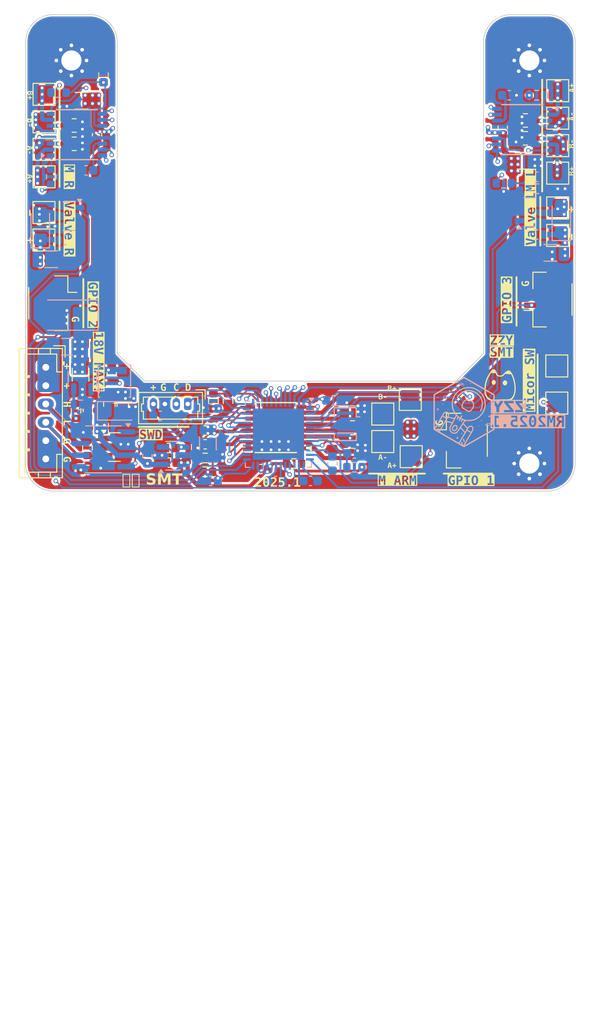
<source format=kicad_pcb>
(kicad_pcb (version 20240108) (generator "pcbnew") (generator_version "8.0")
  (layers (0 "F.Cu" signal) (1 "In1.Cu" signal) (2 "In2.Cu" signal) (31 "B.Cu" signal) (34 "B.Paste" user) (35 "F.Paste" user) (36 "B.SilkS" user "B.Silkscreen") (37 "F.SilkS" user "F.Silkscreen") (38 "B.Mask" user) (39 "F.Mask" user) (44 "Edge.Cuts" user))
  (net 0 "")
  (net 1 "GND")
  (net 2 "/NRST")
  (net 3 "+5V")
  (net 4 "+3V3")
  (net 5 "Net-(U3-BP)")
  (net 6 "/VBUS_SENSE")
  (net 7 "+18V")
  (net 8 "Net-(U4-VINT)")
  (net 9 "/M1_VREF")
  (net 10 "Net-(U5-VINT)")
  (net 11 "Net-(U6-VINT)")
  (net 12 "/M2_VREF")
  (net 13 "Net-(U7-LX)")
  (net 14 "Net-(U7-BS)")
  (net 15 "Net-(U7-FB)")
  (net 16 "/OPAMP1_VOUT")
  (net 17 "/OPAMP1_VINM0")
  (net 18 "/OPAMP2_VOUT")
  (net 19 "/OPAMP2_VINM0")
  (net 20 "/OPAMP3_VOUT")
  (net 21 "/OPAMP3_VINM0")
  (net 22 "/CAN_L")
  (net 23 "/CAN_H")
  (net 24 "Net-(J3-Pin_1)")
  (net 25 "/GPIO3")
  (net 26 "/GPIO2")
  (net 27 "/GPIO1")
  (net 28 "/SWCLK")
  (net 29 "/SWDIO")
  (net 30 "/M1_IA_SENSE")
  (net 31 "/M1_IB_SENSE")
  (net 32 "/M2_IA_SENSE")
  (net 33 "/M2_IB_SENSE")
  (net 34 "/M3_IA_SENSE")
  (net 35 "/M3_IB_SENSE")
  (net 36 "/microSW")
  (net 37 "/M1_nSLEEP")
  (net 38 "/M2_nSLEEP")
  (net 39 "/M3_nSLEEP")
  (net 40 "/M2_AOUT1")
  (net 41 "/M2_AOUT2")
  (net 42 "/M2_BOUT1")
  (net 43 "/M2_BOUT2")
  (net 44 "/M3_AOUT1")
  (net 45 "/M3_AOUT2")
  (net 46 "/M3_BOUT1")
  (net 47 "/M3_BOUT2")
  (net 48 "/M1_AIN1")
  (net 49 "/M1_BIN1")
  (net 50 "/M3_AIN1")
  (net 51 "/M2_BIN1")
  (net 52 "/OSC_OUT")
  (net 54 "/M2_nFAULT")
  (net 55 "/M3_BIN2")
  (net 56 "/CAN_RX")
  (net 57 "/M3_AIN2")
  (net 58 "/CAN_TX")
  (net 59 "/OSC_IN")
  (net 61 "/M1_nFAULT")
  (net 62 "/M3_BIN1")
  (net 63 "/M1_BIN2")
  (net 64 "/M2_AIN2")
  (net 65 "/M2_BIN2")
  (net 66 "/M3_nFAULT")
  (net 68 "/M1_AIN2")
  (net 69 "/M2_AIN1")
  (net 70 "/M1_BOUT2")
  (net 71 "/M1_AOUT2")
  (net 72 "/M1_BOUT1")
  (net 73 "/M1_AOUT1")
  (net 74 "/M3_VREF")
  (net 76 "Net-(D2-A)")
  (net 77 "Net-(D5-A)")
  (net 78 "/VALVE_1")
  (net 79 "/VALVE_2")
  (footprint "Capacitor_SMD:C_0603_1608Metric" (layer "F.Cu") (at 114.8 71.2 -90)
    (property "Reference" "C22" (hide yes))
    (property "Value" "100pF" (hide yes))
  )
  (footprint "TestPoint:TestPoint_Pad_2.0x2.0mm" (layer "F.Cu") (at 166.1 42.3)
    (property "Reference" "TP8" (hide yes))
    (property "Value" "M" (hide yes))
  )
  (footprint "Package_TO_SOT_SMD:SOT-23" (layer "F.Cu") (at 117.6875 75.2)
    (property "Reference" "D1" (hide yes))
    (property "Value" "NUP2105L" (hide yes))
  )
  (footprint "TestPoint:TestPoint_Pad_2.0x2.0mm" (layer "F.Cu") (at 150 70)
    (property "Reference" "TP11" (hide yes))
    (property "Value" "M")
  )
  (footprint "TestPoint:TestPoint_Pad_2.0x2.0mm" (layer "F.Cu") (at 166 66.35)
    (property "Reference" "TP17" (hide yes))
    (property "Value" "GND")
  )
  (footprint "Connector_JST:JST_PH_B6B-PH-K_1x06_P2.00mm_Vertical" (layer "F.Cu") (at 110.2 66.5 -90)
    (property "Reference" "J3" (hide yes))
    (property "Value" "Conn")
  )
  (footprint "Connector_Molex:Molex_PicoBlade_53047-0410_1x04_P1.25mm_Vertical" (layer "F.Cu") (at 125.7 70.5 180)
    (property "Reference" "J7" (hide yes))
    (property "Value" "SWD")
  )
  (footprint "Resistor_SMD:R_0805_2012Metric" (layer "F.Cu") (at 162.575 41.5 180)
    (property "Reference" "R14" (hide yes))
    (property "Value" "100m" (hide yes))
  )
  (footprint "Resistor_SMD:R_0603_1608Metric" (layer "F.Cu") (at 128.5 70.2 -90)
    (property "Reference" "R8" (hide yes))
    (property "Value" "2K" (hide yes))
  )
  (footprint "Package_SO:TSSOP-16-1EP_4.4x5mm_P0.65mm" (layer "F.Cu") (at 135.3125 73.075 180)
    (property "Reference" "U4" (hide yes))
    (property "Value" "DRV8848" (hide yes))
  )
  (footprint "Connector_JST:JST_GH_BM02B-GHS-TBT_1x02-1MP_P1.25mm_Vertical" (layer "F.Cu") (at 155.8 74.5 -90)
    (property "Reference" "J6" (hide yes))
    (property "Value" "GPIO" (hide yes))
  )
  (footprint "Resistor_SMD:R_0603_1608Metric" (layer "F.Cu") (at 116.5 34.6 -90)
    (property "Reference" "R16" (hide yes))
    (property "Value" "1K" (hide yes))
  )
  (footprint "Capacitor_SMD:C_0603_1608Metric" (layer "F.Cu") (at 160.1 40.3 90)
    (property "Reference" "C17" (hide yes))
    (property "Value" "100nF" (hide yes))
  )
  (footprint "Resistor_SMD:R_0603_1608Metric" (layer "F.Cu") (at 130.1 70.2 90)
    (property "Reference" "R9" (hide yes))
    (property "Value" "1K" (hide yes))
  )
  (footprint "Capacitor_SMD:C_1206_3216Metric" (layer "F.Cu") (at 114.1 37.4 180)
    (property "Reference" "C13" (hide yes))
    (property "Value" "10uF" (hide yes))
  )
  (footprint "Capacitor_SMD:C_0603_1608Metric" (layer "F.Cu") (at 127.6 73.4 180)
    (property "Reference" "C10" (hide yes))
    (property "Value" "100nF" (hide yes))
  )
  (footprint "Capacitor_SMD:C_0603_1608Metric" (layer "F.Cu") (at 127.6 74.9 180)
    (property "Reference" "C11" (hide yes))
    (property "Value" "100nF" (hide yes))
  )
  (footprint "Capacitor_SMD:C_0805_2012Metric" (layer "F.Cu") (at 118.5 70.5 -90)
    (property "Reference" "C23" (hide yes))
    (property "Value" "10uF")
  )
  (footprint "Resistor_SMD:R_0805_2012Metric" (layer "F.Cu") (at 113.3 42.1)
    (property "Reference" "R11" (hide yes))
    (property "Value" "100m" (hide yes))
  )
  (footprint "TestPoint:TestPoint_Pad_2.0x2.0mm" (layer "F.Cu") (at 166 70.4)
    (property "Reference" "TP18" (hide yes))
    (property "Value" "MicroSW")
  )
  (footprint "Capacitor_SMD:C_0603_1608Metric" (layer "F.Cu") (at 117.4 67.2 90)
    (property "Reference" "C21" (hide yes))
    (property "Value" "100nF" (hide yes))
  )
  (footprint "Capacitor_SMD:C_0603_1608Metric" (layer "F.Cu") (at 115.8 41.1 -90)
    (property "Reference" "C14" (hide yes))
    (property "Value" "100nF" (hide yes))
  )
  (footprint "TestPoint:TestPoint_Pad_2.0x2.0mm" (layer "F.Cu") (at 110.0125 45.7 180)
    (property "Reference" "TP1" (hide yes))
    (property "Value" "M" (hide yes))
  )
  (footprint "Resistor_SMD:R_0805_2012Metric" (layer "F.Cu") (at 162.575 39.55 180)
    (property "Reference" "R13" (hide yes))
    (property "Value" "100m" (hide yes))
  )
  (footprint "Resistor_SMD:R_0603_1608Metric" (layer "F.Cu") (at 114.75 75.3 -90)
    (property "Reference" "R2" (hide yes))
    (property "Value" "120R" (hide yes))
  )
  (footprint "TestPoint:TestPoint_Pad_2.0x2.0mm" (layer "F.Cu") (at 166.1 39.3)
    (property "Reference" "TP6" (hide yes))
    (property "Value" "M" (hide yes))
  )
  (footprint "Capacitor_SMD:C_0805_2012Metric" (layer "F.Cu") (at 117.25 70.5 -90)
    (property "Reference" "C24" (hide yes))
    (property "Value" "10uF")
  )
  (footprint "MountingHole:MountingHole_2.2mm_M2_Pad_Via" (layer "F.Cu") (at 113 33)
    (property "Reference" "H1" (hide yes))
    (property "Value" "M2" (hide yes))
  )
  (footprint "Connector_JST:JST_GH_SM02B-GHS-TB_1x02-1MP_P1.25mm_Horizontal" (layer "F.Cu") (at 165.1 59.1 90)
    (property "Reference" "J4" (hide yes))
    (property "Value" "GPIO")
  )
  (footprint "TestPoint:TestPoint_Pad_2.0x2.0mm" (layer "F.Cu") (at 147 71.6)
    (property "Reference" "TP12" (hide yes))
    (property "Value" "M")
  )
  (footprint "Capacitor_SMD:C_0603_1608Metric" (layer "F.Cu") (at 123.6 75.3 180)
    (property "Reference" "C6" (hide yes))
    (property "Value" "10nF" (hide yes))
  )
  (footprint "Resistor_SMD:R_0805_2012Metric" (layer "F.Cu") (at 113.3 40.1)
    (property "Reference" "R12" (hide yes))
    (property "Value" "100m" (hide yes))
  )
  (footprint "Capacitor_SMD:C_1206_3216Metric" (layer "F.Cu") (at 162.4 43.95)
    (property "Reference" "C16" (hide yes))
    (property "Value" "10uF" (hide yes))
  )
  (footprint "Resistor_SMD:R_0603_1608Metric" (layer "F.Cu") (at 127.6 76.4 180)
    (property "Reference" "R5" (hide yes))
    (property "Value" "51K" (hide yes))
  )
  (footprint "TestPoint:TestPoint_Pad_2.0x2.0mm" (layer "F.Cu") (at 110 52.6)
    (property "Reference" "TP13" (hide yes))
    (property "Value" "M")
  )
  (footprint "Resistor_SMD:R_0805_2012Metric" (layer "F.Cu") (at 143.7 74.6)
    (property "Reference" "R7" (hide yes))
    (property "Value" "100m" (hide yes))
  )
  (footprint "TestPoint:TestPoint_Pad_2.0x2.0mm" (layer "F.Cu") (at 110 49.6)
    (property "Reference" "TP14" (hide yes))
    (property "Value" "M")
  )
  (footprint "TestPoint:TestPoint_Pad_2.0x2.0mm" (layer "F.Cu") (at 110.0125 39.7 180)
    (property "Reference" "TP4" (hide yes))
    (property "Value" "M" (hide yes))
  )
  (footprint "Connector_JST:JST_GH_SM02B-GHS-TB_1x02-1MP_P1.25mm_Horizontal" (layer "F.Cu") (at 110.9 59.5 -90)
    (property "Reference" "J5" (hide yes))
    (property "Value" "GPIO")
  )
  (footprint "TestPoint:TestPoint_Pad_2.0x2.0mm" (layer "F.Cu") (at 166.1 49.1)
    (property "Reference" "TP16" (hide yes))
    (property "Value" "M")
  )
  (footprint "Resistor_SMD:R_0603_1608Metric" (layer "F.Cu") (at 137.3 77 180)
    (property "Reference" "R20" (hide yes))
    (property "Value" "1K" (hide yes))
  )
  (footprint "TestPoint:TestPoint_Pad_2.0x2.0mm" (layer "F.Cu") (at 110.0125 42.7 180)
    (property "Reference" "TP2" (hide yes))
    (property "Value" "M" (hide yes))
  )
  (footprint "Resistor_SMD:R_0603_1608Metric" (layer "F.Cu") (at 113.5 71.25 -90)
    (property "Reference" "R18" (hide yes))
    (property "Value" "54.3K" (hide yes))
  )
  (footprint "Capacitor_SMD:C_1206_3216Metric" (layer "F.Cu") (at 114 67.3 -90)
    (property "Reference" "C20" (hide yes))
    (property "Value" "10uF" (hide yes))
  )
  (footprint "TestPoint:TestPoint_Pad_2.0x2.0mm" (layer "F.Cu") (at 166.1 45.3)
    (property "Reference" "TP7" (hide yes))
    (property "Value" "M" (hide yes))
  )
  (footprint "Capacitor_SMD:C_0603_1608Metric" (layer "F.Cu") (at 123.7 76.9 180)
    (property "Reference" "C7" (hide yes))
    (property "Value" "10uF" (hide yes))
  )
  (footprint "MountingHole:MountingHole_2.2mm_M2_Pad_Via" (layer "F.Cu") (at 163 33)
    (property "Reference" "H2" (hide yes))
    (property "Value" "M2" (hide yes))
  )
  (footprint "TestPoint:TestPoint_Pad_2.0x2.0mm" (layer "F.Cu") (at 147 74.6)
    (property "Reference" "TP10" (hide yes))
    (property "Value" "M")
  )
  (footprint "Capacitor_SMD:C_0603_1608Metric" (layer "F.Cu") (at 133.7 77.6 180)
    (property "Reference" "C25" (hide yes))
    (property "Value" "100n" (hide yes))
  )
  (footprint "MountingHole:MountingHole_2.2mm_M2_Pad_Via" (layer "F.Cu") (at 163 77)
    (property "Reference" "H3" (hide yes))
    (property "Value" "M2" (hide yes))
  )
  (footprint "Resistor_SMD:R_0805_2012Metric" (layer "F.Cu") (at 143.7 71.6)
    (property "Reference" "R10" (hide yes))
    (property "Value" "100m" (hide yes))
  )
  (footprint "TestPoint:TestPoint_Pad_2.0x2.0mm" (layer "F.Cu") (at 166.1 36.3)
    (property "Reference" "TP5" (hide yes))
    (property "Value" "M" (hide yes))
  )
  (footprint "Resistor_SMD:R_0603_1608Metric" (layer "F.Cu") (at 127.6 77.9)
    (property "Reference" "R6" (hide yes))
    (property "Value" "10K" (hide yes))
  )
  (footprint "TestPoint:TestPoint_Pad_2.0x2.0mm" (layer "F.Cu") (at 150.1 76.25)
    (property "Reference" "TP9" (hide yes))
    (property "Value" "M")
  )
  (footprint "Capacitor_SMD:C_0603_1608Metric" (layer "F.Cu") (at 121.3 76.175 90)
    (property "Reference" "C2" (hide yes))
    (property "Value" "100nF" (hide yes))
  )
  (footprint "TestPoint:TestPoint_Pad_2.0x2.0mm" (layer "F.Cu") (at 166.1 52.1)
    (property "Reference" "TP15" (hide yes))
    (property "Value" "M")
  )
  (footprint "TestPoint:TestPoint_Pad_2.0x2.0mm" (layer "F.Cu") (at 110.0125 36.7 180)
    (property "Reference" "TP3" (hide yes))
    (property "Value" "M" (hide yes))
  )
  (footprint "Capacitor_SMD:C_0603_1608Metric" (layer "F.Cu") (at 114.8 77.7)
    (property "Reference" "C3" (hide yes))
    (property "Value" "100nF" (hide yes))
  )
  (footprint "Capacitor_SMD:C_0603_1608Metric" (layer "B.Cu") (at 141.6 70.1)
    (property "Reference" "C27" (hide yes))
    (property "Value" "100n" (hide yes))
  )
  (footprint "Crystal:Resonator_SMD_Murata_CSTxExxV-3Pin_3.0x1.1mm" (layer "B.Cu") (at 142.9 72.7 -90)
    (property "Reference" "Y1" (hide yes))
    (property "Value" "8MHz" (hide yes))
  )
  (footprint "Diode_SMD:D_SMF" (layer "B.Cu") (at 166.5 50.3 90)
    (property "Reference" "D5" (hide yes))
    (property "Value" "K34")
  )
  (footprint "Capacitor_SMD:C_0603_1608Metric" (layer "B.Cu") (at 135.3 78.9 180)
    (property "Reference" "C30" (hide yes))
    (property "Value" "100pF" (hide yes))
  )
  (footprint "Package_TO_SOT_SMD:SOT-23-6" (layer "B.Cu") (at 114.2 67.75 90)
    (property "Reference" "U7" (hide yes))
    (property "Value" "RY8411" (hide yes))
  )
  (footprint "Resistor_SMD:R_0603_1608Metric" (layer "B.Cu") (at 163.8 36.8 180)
    (property "Reference" "R22" (hide yes))
    (property "Value" "1K" (hide yes))
  )
  (footprint "Capacitor_SMD:C_0603_1608Metric" (layer "B.Cu") (at 139.1 78.9)
    (property "Reference" "C29" (hide yes))
    (property "Value" "100pF" (hide yes))
  )
  (footprint "Capacitor_SMD:C_0603_1608Metric" (layer "B.Cu") (at 141.5 77 -90)
    (property "Reference" "C28" (hide yes))
    (property "Value" "100pF" (hide yes))
  )
  (footprint "Resistor_SMD:R_0603_1608Metric" (layer "B.Cu") (at 114 70.6)
    (property "Reference" "R19" (hide yes))
    (property "Value" "10K" (hide yes))
  )
  (footprint "Resistor_SMD:R_0603_1608Metric" (layer "B.Cu") (at 163.8 47 180)
    (property "Reference" "R24" (hide yes))
    (property "Value" "1K")
  )
  (footprint "Capacitor_SMD:C_1206_3216Metric" (layer "B.Cu") (at 110.8 54.7)
    (property "Reference" "C12" (hide yes))
    (property "Value" "10uF")
  )
  (footprint "Diode_SMD:D_SMA" (layer "B.Cu") (at 112.4 60.8 180)
    (property "Reference" "D3" (hide yes))
    (property "Value" "SMAJ18A" (hide yes))
  )
  (footprint "Capacitor_SMD:C_1206_3216Metric" (layer "B.Cu") (at 127.9 74.8 -90)
    (property "Reference" "C9" (hide yes))
    (property "Value" "10uF" (hide yes))
  )
  (footprint "Package_TO_SOT_SMD:SOT-23-5" (layer "B.Cu") (at 124.0875 76.15)
    (property "Reference" "U3" (hide yes))
    (property "Value" "RS3236" (hide yes))
  )
  (footprint "Capacitor_SMD:C_0603_1608Metric" (layer "B.Cu") (at 128.2 71 180)
    (property "Reference" "C26" (hide yes))
    (property "Value" "100n" (hide yes))
  )
  (footprint "Resistor_SMD:R_0603_1608Metric" (layer "B.Cu") (at 110.8 45.7 -90)
    (property "Reference" "R21" (hide yes))
    (property "Value" "1K" (hide yes))
  )
  (footprint "Package_SO:SOIC-8_3.9x4.9mm_P1.27mm" (layer "B.Cu") (at 116.5 75.45 180)
    (property "Reference" "U2" (hide yes))
    (property "Value" "TJA1042T-3" (hide yes))
  )
  (footprint "Capacitor_SMD:C_0603_1608Metric" (layer "B.Cu") (at 122.7 71.8)
    (property "Reference" "C4" (hide yes))
    (property "Value" "10uF" (hide yes))
  )
  (footprint "Capacitor_SMD:C_1206_3216Metric" (layer "B.Cu") (at 165.3 54 180)
    (property "Reference" "C33" (hide yes))
    (property "Value" "10uF")
  )
  (footprint "Resistor_SMD:R_0603_1608Metric" (layer "B.Cu") (at 143.9 77.4 180)
    (property "Reference" "R1" (hide yes))
    (property "Value" "10k" (hide yes))
  )
  (footprint "Fuse:Fuse_1206_3216Metric" (layer "B.Cu") (at 112.5 64.25)
    (property "Reference" "F2" (hide yes))
    (property "Value" "8A 1206" (hide yes))
  )
  (footprint "Capacitor_SMD:C_0603_1608Metric" (layer "B.Cu") (at 128.2 78.9 180)
    (property "Reference" "C8" (hide yes))
    (property "Value" "10nF" (hide yes))
  )
  (footprint "Capacitor_SMD:C_0603_1608Metric" (layer "B.Cu") (at 121.3 76.225 90)
    (property "Reference" "C5" (hide yes))
    (property "Value" "10uF" (hide yes))
  )
  (footprint "Capacitor_SMD:C_0603_1608Metric" (layer "B.Cu") (at 160.8 36.8)
    (property "Reference" "C18" (hide yes))
    (property "Value" "100nF" (hide yes))
  )
  (footprint "Capacitor_SMD:C_0603_1608Metric" (layer "B.Cu") (at 116.5 34.6 90)
    (property "Reference" "C19" (hide yes))
    (property "Value" "10n" (hide yes))
  )
  (footprint "Package_DFN_QFN:QFN-48-1EP_7x7mm_P0.5mm_EP5.6x5.6mm" (layer "B.Cu") (at 135.6 73.8 180)
    (property "Reference" "U1" (hide yes))
    (property "Value" "STM32G431CBUx" (hide yes))
  )
  (footprint "Resistor_SMD:R_0603_1608Metric" (layer "B.Cu") (at 111.6 36.5 180)
    (property "Reference" "R15" (hide yes))
    (property "Value" "2K" (hide yes))
  )
  (footprint "Package_TO_SOT_SMD:SOT-23" (layer "B.Cu") (at 112.7375 50 180)
    (property "Reference" "Q1" (hide yes))
    (property "Value" "AO3400A")
  )
  (footprint "Capacitor_SMD:C_0603_1608Metric" (layer "B.Cu") (at 143.9 75.9)
    (property "Reference" "C1" (hide yes))
    (property "Value" "100n" (hide yes))
  )
  (footprint "Package_SO:TSSOP-16-1EP_4.4x5mm_P0.65mm" (layer "B.Cu") (at 162.235 40.5475 180)
    (property "Reference" "U6" (hide yes))
    (property "Value" "DRV8848" (hide yes))
  )
  (footprint "Capacitor_SMD:C_0603_1608Metric" (layer "B.Cu") (at 163.8 45.7)
    (property "Reference" "C31" (hide yes))
    (property "Value" "10n")
  )
  (footprint "Resistor_SMD:R_0603_1608Metric" (layer "B.Cu") (at 160.2 46.4 180)
    (property "Reference" "R23" (hide yes))
    (property "Value" "2K")
  )
  (footprint "Capacitor_SMD:C_0603_1608Metric" (layer "B.Cu") (at 114.6 45 180)
    (property "Reference" "C15" (hide yes))
    (property "Value" "100nF" (hide yes))
  )
  (footprint "Capacitor_SMD:C_0603_1608Metric" (layer "B.Cu") (at 112.3125 52.6)
    (property "Reference" "C32" (hide yes))
    (property "Value" "100nF")
  )
  (footprint "Inductor_SMD:L_Sunlord_SWPA3015S" (layer "B.Cu") (at 117.7 68 -90)
    (property "Reference" "L1" (hide yes))
    (property "Value" "4.7uH")
  )
  (footprint "Package_SO:TSSOP-16-1EP_4.4x5mm_P0.65mm" (layer "B.Cu") (at 113.6 41.1)
    (property "Reference" "U5" (hide yes))
    (property "Value" "DRV8848" (hide yes))
  )
  (footprint "Diode_SMD:D_SMF" (layer "B.Cu") (at 118.2 71.25)
    (property "Reference" "D4" (hide yes))
    (property "Value" "SMF5A" (hide yes))
  )
  (footprint "Package_TO_SOT_SMD:SOT-23" (layer "B.Cu") (at 163.0625 49.55)
    (property "Reference" "Q2" (hide yes))
    (property "Value" "AO3400A")
  )
  (footprint "Capacitor_SMD:C_0603_1608Metric" (layer "B.Cu") (at 163.8 52 180)
    (property "Reference" "C34" (hide yes))
    (property "Value" "100nF")
  )
  (footprint "Diode_SMD:D_SMF" (layer "B.Cu") (at 109.6 51.1 90)
    (property "Reference" "D2" (hide yes))
    (property "Value" "K34")
  )
  (gr_poly (pts (xy 154.352785 68.954733) (xy 154.355517 68.955027) (xy 154.358229 68.955509) (xy 154.360907 68.956175) (xy 154.363539 68.957018) (xy 154.366111 68.958033) (xy 154.36861 68.959214) (xy 154.371023 68.960557) (xy 154.373336 68.962055) (xy 154.375537 68.963703) (xy 154.377611 68.965495) (xy 154.379546 68.967426) (xy 154.381328 68.96949) (xy 154.382944 68.971683) (xy 154.384381 68.973998) (xy 154.385626 68.976429) (xy 154.386665 68.978972) (xy 154.387485 68.981621) (xy 154.388073 68.98437) (xy 154.388416 68.987214) (xy 154.3885 68.990148) (xy 154.388311 68.993165) (xy 154.387078 68.998097) (xy 154.385627 69.002952) (xy 154.383983 69.007739) (xy 154.382168 69.012467) (xy 154.380208 69.017143) (xy 154.378126 69.021777) (xy 154.373693 69.03095) (xy 154.364425 69.049161) (xy 154.359973 69.058335) (xy 154.357877 69.062969) (xy 154.3559 69.067645) (xy 154.363834 69.071458) (xy 154.371873 69.075078) (xy 154.388039 69.082164) (xy 154.396052 69.08584) (xy 154.403944 69.089746) (xy 154.407826 69.091818) (xy 154.411657 69.093986) (xy 154.415429 69.096265) (xy 154.419135 69.098667) (xy 154.421365 69.1007) (xy 154.423344 69.102868) (xy 154.425078 69.105159) (xy 154.426571 69.107558) (xy 154.427831 69.110051) (xy 154.428861 69.112626) (xy 154.429667 69.115267) (xy 154.430254 69.117961) (xy 154.430628 69.120695) (xy 154.430794 69.123453) (xy 154.430757 69.126223) (xy 154.430523 69.128991) (xy 154.430097 69.131742) (xy 154.429483 69.134464) (xy 154.428689 69.137141) (xy 154.427718 69.13976) (xy 154.426576 69.142308) (xy 154.425268 69.14477) (xy 154.423801 69.147133) (xy 154.422178 69.149383) (xy 154.420405 69.151505) (xy 154.418488 69.153486) (xy 154.416432 69.155313) (xy 154.414243 69.156971) (xy 154.411924 69.158446) (xy 154.409483 69.159725) (xy 154.406924 69.160793) (xy 154.404252 69.161638) (xy 154.401473 69.162245) (xy 154.398592 69.162599) (xy 154.395614 69.162688) (xy 154.392545 69.162498) (xy 154.388005 69.161514) (xy 154.383534 69.160312) (xy 154.379124 69.158918) (xy 154.374768 69.157355) (xy 154.370459 69.155646) (xy 154.366188 69.153815) (xy 154.357736 69.149881) (xy 154.340976 69.141588) (xy 154.332551 69.137607) (xy 154.328302 69.135741) (xy 154.324018 69.133989) (xy 154.322088 69.13754) (xy 154.320273 69.141182) (xy 154.316879 69.148661) (xy 154.313617 69.156257) (xy 154.310268 69.163804) (xy 154.308492 69.167507) (xy 154.306611 69.171134) (xy 154.304599 69.174665) (xy 154.302428 69.178079) (xy 154.300071 69.181356) (xy 154.2975 69.184473) (xy 154.294688 69.18741) (xy 154.293182 69.188805) (xy 154.291606 69.190147) (xy 154.289369 69.191633) (xy 154.287067 69.192906) (xy 154.284709 69.193971) (xy 154.282305 69.194835) (xy 154.279864 69.195502) (xy 154.277395 69.195976) (xy 154.274907 69.196265) (xy 154.272411 69.196372) (xy 154.269915 69.196303) (xy 154.267428 69.196063) (xy 154.26496 69.195658) (xy 154.262521 69.195092) (xy 154.260119 69.194371) (xy 154.257765 69.1935) (xy 154.255466 69.192484) (xy 154.253234 69.191329) (xy 154.251076 69.19004) (xy 154.249003 69.188621) (xy 154.247023 69.187079) (xy 154.245146 69.185418) (xy 154.243382 69.183643) (xy 154.241739 69.181761) (xy 154.240227 69.179775) (xy 154.238856 69.177692) (xy 154.237635 69.175516) (xy 154.236572 69.173253) (xy 154.235678 69.170907) (xy 154.234961 69.168485) (xy 154.234432 69.165992) (xy 154.234099 69.163431) (xy 154.233972 69.16081) (xy 154.234059 69.158132) (xy 154.23478 69.154433) (xy 154.235689 69.150797) (xy 154.236767 69.147218) (xy 154.237994 69.143689) (xy 154.239351 69.140204) (xy 154.240818 69.136756) (xy 154.242377 69.133339) (xy 154.244006 69.129946) (xy 154.250849 69.116488) (xy 154.254193 69.109737) (xy 154.255777 69.106332) (xy 154.257277 69.102901) (xy 154.253259 69.100737) (xy 154.249072 69.098731) (xy 154.240358 69.095021) (xy 154.231467 69.091422) (xy 154.227059 69.089556) (xy 154.222732 69.087588) (xy 154.218528 69.085474) (xy 154.214487 69.083171) (xy 154.210653 69.080635) (xy 154.207066 69.077823) (xy 154.205378 69.0763) (xy 154.203768 69.074692) (xy 154.20224 69.072993) (xy 154.200801 69.071198) (xy 154.199454 69.069302) (xy 154.198206 69.067298) (xy 154.197062 69.065182) (xy 154.196026 69.062949) (xy 154.195171 69.06066) (xy 154.194502 69.05835) (xy 154.194012 69.056025) (xy 154.193697 69.053692) (xy 154.193551 69.051359) (xy 154.193569 69.049032) (xy 154.193745 69.046719) (xy 154.194075 69.044425) (xy 154.194554 69.042158) (xy 154.195175 69.039924) (xy 154.195933 69.037732) (xy 154.196825 69.035586) (xy 154.197843 69.033496) (xy 154.198983 69.031466) (xy 154.200239 69.029505) (xy 154.201607 69.027618) (xy 154.203081 69.025814) (xy 154.204655 69.024099) (xy 154.206325 69.022479) (xy 154.208085 69.020962) (xy 154.20993 69.019555) (xy 154.211855 69.018264) (xy 154.213854 69.017096) (xy 154.215922 69.016058) (xy 154.218054 69.015158) (xy 154.220245 69.014402) (xy 154.222489 69.013796) (xy 154.224781 69.013348) (xy 154.227116 69.013065) (xy 154.229488 69.012954) (xy 154.231893 69.013021) (xy 154.234324 69.013273) (xy 154.237931 69.014214) (xy 154.241487 69.015291) (xy 154.244999 69.016489) (xy 154.248471 69.017794) (xy 154.251909 69.019191) (xy 154.255318 69.020666) (xy 154.262072 69.02379) (xy 154.275475 69.030332) (xy 154.28221 69.033518) (xy 154.289027 69.03649) (xy 154.293557 69.027608) (xy 154.297815 69.018573) (xy 154.306051 69.000358) (xy 154.310301 68.991333) (xy 154.31482 68.982466) (xy 154.317223 68.978116) (xy 154.319744 68.973834) (xy 154.3224 68.969631) (xy 154.325208 68.965516) (xy 154.327285 68.963373) (xy 154.329487 68.961478) (xy 154.331802 68.959828) (xy 154.334217 68.958416) (xy 154.336717 68.957236) (xy 154.33929 68.956283) (xy 154.341923 68.955552) (xy 154.344602 68.955037) (xy 154.347315 68.954732) (xy 154.350047 68.954633)) (stroke (width -0.000001)) (fill solid) (layer "B.SilkS"))
  (gr_poly (pts (xy 155.093585 68.951713) (xy 155.096589 68.951975) (xy 155.099571 68.952433) (xy 155.102521 68.953082) (xy 155.105429 68.953915) (xy 155.108284 68.954925) (xy 155.111076 68.956107) (xy 155.113794 68.957454) (xy 155.116428 68.958959) (xy 155.118968 68.960617) (xy 155.121404 68.962421) (xy 155.123725 68.964366) (xy 155.12592 68.966443) (xy 155.12798 68.968649) (xy 155.129894 68.970975) (xy 155.131652 68.973416) (xy 155.133244 68.975966) (xy 155.134658 68.978618) (xy 155.135885 68.981365) (xy 155.136915 68.984203) (xy 155.137736 68.987124) (xy 155.138339 68.990121) (xy 155.138714 68.99319) (xy 155.13885 68.996323) (xy 155.138736 68.999515) (xy 155.13872 69.002719) (xy 155.138456 69.005852) (xy 155.137954 69.00891) (xy 155.137225 69.011886) (xy 155.136281 69.014775) (xy 155.135131 69.017571) (xy 155.133786 69.020267) (xy 155.132258 69.022859) (xy 155.130556 69.02534) (xy 155.128692 69.027705) (xy 155.126675 69.029948) (xy 155.124518 69.032063) (xy 155.12223 69.034044) (xy 155.119823 69.035886) (xy 155.117307 69.037582) (xy 155.114692 69.039128) (xy 155.11199 69.040517) (xy 155.10921 69.041743) (xy 155.106365 69.042801) (xy 155.103464 69.043685) (xy 155.100518 69.044388) (xy 155.097539 69.044907) (xy 155.094536 69.045233) (xy 155.09152 69.045363) (xy 155.088503 69.04529) (xy 155.085494 69.045008) (xy 155.082504 69.044511) (xy 155.079545 69.043794) (xy 155.076627 69.042851) (xy 155.07376 69.041676) (xy 155.070956 69.040263) (xy 155.068224 69.038607) (xy 155.065452 69.036974) (xy 155.062865 69.035158) (xy 155.060462 69.033172) (xy 155.058244 69.031028) (xy 155.05621 69.02874) (xy 155.05436 69.026318) (xy 155.052694 69.023776) (xy 155.051212 69.021126) (xy 155.049912 69.01838) (xy 155.048796 69.015552) (xy 155.047862 69.012652) (xy 155.047111 69.009695) (xy 155.046542 69.006691) (xy 155.046154 69.003655) (xy 155.045949 69.000597) (xy 155.045925 68.99753) (xy 155.046082 68.994468) (xy 155.04642 68.991422) (xy 155.046939 68.988404) (xy 155.047639 68.985428) (xy 155.048518 68.982505) (xy 155.049577 68.979649) (xy 155.050816 68.97687) (xy 155.052235 68.974183) (xy 155.053832 68.971599) (xy 155.055609 68.96913) (xy 155.057564 68.96679) (xy 155.059697 68.96459) (xy 155.062009 68.962544) (xy 155.064499 68.960663) (xy 155.067166 68.958959) (xy 155.07001 68.957446) (xy 155.072816 68.95591) (xy 155.075683 68.95462) (xy 155.0786 68.953571) (xy 155.081558 68.952756) (xy 155.084546 68.952169) (xy 155.087553 68.951804) (xy 155.09057 68.951654)) (stroke (width -0.000001)) (fill solid) (layer "B.SilkS"))
  (gr_poly (pts (xy 153.750139 73.226167) (xy 153.753836 73.226479) (xy 153.757494 73.227059) (xy 153.761102 73.227897) (xy 153.764647 73.228983) (xy 153.768117 73.230306) (xy 153.7715 73.231855) (xy 153.774783 73.233619) (xy 153.777954 73.235588) (xy 153.781001 73.237752) (xy 153.783912 73.240099) (xy 153.786674 73.242619) (xy 153.789276 73.245302) (xy 153.791704 73.248136) (xy 153.793947 73.251112) (xy 153.795992 73.254218) (xy 153.797827 73.257445) (xy 153.799439 73.26078) (xy 153.800818 73.264214) (xy 153.801949 73.267737) (xy 153.802821 73.271336) (xy 153.803422 73.275003) (xy 153.80374 73.278726) (xy 153.803762 73.282494) (xy 153.803475 73.286297) (xy 153.802868 73.290125) (xy 153.801929 73.293966) (xy 153.801135 73.297531) (xy 153.800088 73.300967) (xy 153.798801 73.30427) (xy 153.797287 73.307435) (xy 153.795558 73.31046) (xy 153.793626 73.31334) (xy 153.791504 73.31607) (xy 153.789205 73.318647) (xy 153.78674 73.321067) (xy 153.784124 73.323325) (xy 153.781367 73.325418) (xy 153.778482 73.327341) (xy 153.775483 73.329091) (xy 153.772381 73.330663) (xy 153.76919 73.332053) (xy 153.76592 73.333257) (xy 153.762586 73.334271) (xy 153.7592 73.335092) (xy 153.755774 73.335714) (xy 153.75232 73.336134) (xy 153.748851 73.336349) (xy 153.74538 73.336352) (xy 153.741919 73.336142) (xy 153.738481 73.335713) (xy 153.735078 73.335061) (xy 153.731723 73.334184) (xy 153.728428 73.333075) (xy 153.725205 73.331732) (xy 153.722068 73.33015) (xy 153.719029 73.328325) (xy 153.7161 73.326253) (xy 153.713293 73.323931) (xy 153.710428 73.321576) (xy 153.707798 73.319049) (xy 153.705401 73.316361) (xy 153.703235 73.313529) (xy 153.701297 73.310563) (xy 153.699585 73.30748) (xy 153.698098 73.304292) (xy 153.696833 73.301012) (xy 153.695789 73.297656) (xy 153.694963 73.294235) (xy 153.694353 73.290764) (xy 153.693957 73.287257) (xy 153.693774 73.283728) (xy 153.6938 73.280189) (xy 153.694034 73.276655) (xy 153.694475 73.273139) (xy 153.695119 73.269655) (xy 153.695965 73.266217) (xy 153.697011 73.262838) (xy 153.698254 73.259532) (xy 153.699693 73.256313) (xy 153.701326 73.253194) (xy 153.70315 73.250189) (xy 153.705163 73.247312) (xy 153.707364 73.244576) (xy 153.709751 73.241996) (xy 153.71232 73.239584) (xy 153.715071 73.237354) (xy 153.718001 73.235321) (xy 153.721108 73.233497) (xy 153.72439 73.231896) (xy 153.727845 73.230533) (xy 153.731513 73.229009) (xy 153.735217 73.227819) (xy 153.738943 73.22695) (xy 153.742681 73.226392) (xy 153.746417 73.226134)) (stroke (width -0.000001)) (fill solid) (layer "B.SilkS"))
  (gr_poly (pts (xy 158.298416 73.291376) (xy 158.301569 73.291675) (xy 158.304683 73.292195) (xy 158.307748 73.292929) (xy 158.310756 73.293867) (xy 158.313698 73.295) (xy 158.316563 73.296321) (xy 158.319344 73.29782) (xy 158.322031 73.299488) (xy 158.324615 73.301318) (xy 158.327086 73.3033) (xy 158.329437 73.305426) (xy 158.331657 73.307688) (xy 158.333737 73.310076) (xy 158.335669 73.312582) (xy 158.337443 73.315197) (xy 158.33905 73.317914) (xy 158.340481 73.320722) (xy 158.341727 73.323614) (xy 158.342779 73.326581) (xy 158.343627 73.329614) (xy 158.344263 73.332705) (xy 158.344677 73.335844) (xy 158.34486 73.339024) (xy 158.344804 73.342236) (xy 158.344498 73.345471) (xy 158.343935 73.348721) (xy 158.343104 73.351977) (xy 158.342356 73.355137) (xy 158.341382 73.358179) (xy 158.340196 73.3611) (xy 158.338807 73.363895) (xy 158.337228 73.366562) (xy 158.335469 73.369097) (xy 158.333543 73.371495) (xy 158.331459 73.373755) (xy 158.329231 73.375872) (xy 158.326869 73.377843) (xy 158.324384 73.379665) (xy 158.321788 73.381333) (xy 158.319092 73.382845) (xy 158.316308 73.384196) (xy 158.313446 73.385385) (xy 158.310519 73.386406) (xy 158.307537 73.387256) (xy 158.304513 73.387933) (xy 158.301456 73.388432) (xy 158.298379 73.38875) (xy 158.295293 73.388883) (xy 158.292209 73.388829) (xy 158.289139 73.388583) (xy 158.286094 73.388142) (xy 158.283085 73.387503) (xy 158.280124 73.386661) (xy 158.277222 73.385615) (xy 158.27439 73.384359) (xy 158.27164 73.382891) (xy 158.268983 73.381208) (xy 158.266431 73.379304) (xy 158.263994 73.377178) (xy 158.261389 73.374938) (xy 158.259017 73.37254) (xy 158.256875 73.37) (xy 158.25496 73.367329) (xy 158.25327 73.364542) (xy 158.251802 73.361651) (xy 158.250552 73.35867) (xy 158.249519 73.355612) (xy 158.248699 73.35249) (xy 158.24809 73.349317) (xy 158.247689 73.346107) (xy 158.247493 73.342872) (xy 158.2475 73.339627) (xy 158.247706 73.336384) (xy 158.248109 73.333157) (xy 158.248706 73.329958) (xy 158.249494 73.326802) (xy 158.25047 73.323701) (xy 158.251633 73.320668) (xy 158.252978 73.317717) (xy 158.254504 73.314862) (xy 158.256207 73.312114) (xy 158.258084 73.309488) (xy 158.260134 73.306996) (xy 158.262352 73.304653) (xy 158.264737 73.302471) (xy 158.267285 73.300463) (xy 158.269994 73.298643) (xy 158.272861 73.297024) (xy 158.275883 73.295618) (xy 158.279058 73.294441) (xy 158.282383 73.293504) (xy 158.285595 73.292566) (xy 158.288813 73.291893) (xy 158.292029 73.291476) (xy 158.295233 73.291306)) (stroke (width -0.000001)) (fill solid) (layer "B.SilkS"))
  (gr_poly (pts (xy 158.770904 72.111566) (xy 158.772341 72.111821) (xy 158.773744 72.112241) (xy 158.775115 72.112816) (xy 158.776455 72.113533) (xy 158.777765 72.11438) (xy 158.779047 72.115348) (xy 158.780303 72.116424) (xy 158.781535 72.117596) (xy 158.782742 72.118853) (xy 158.785095 72.121577) (xy 158.787373 72.124504) (xy 158.791755 72.130598) (xy 158.793884 72.133582) (xy 158.795988 72.136401) (xy 158.79808 72.138963) (xy 158.799125 72.140119) (xy 158.800172 72.141177) (xy 158.801474 72.140402) (xy 158.802788 72.139522) (xy 158.805452 72.137496) (xy 158.808161 72.135191) (xy 158.810911 72.1327) (xy 158.81653 72.127529) (xy 158.819393 72.125034) (xy 158.822289 72.122723) (xy 158.823749 72.121665) (xy 158.825216 72.120687) (xy 158.826689 72.119802) (xy 158.828169 72.11902) (xy 158.829656 72.118353) (xy 158.831149 72.117813) (xy 158.832647 72.117412) (xy 158.834151 72.11716) (xy 158.83566 72.11707) (xy 158.837174 72.117153) (xy 158.838692 72.11742) (xy 158.840215 72.117883) (xy 158.841742 72.118554) (xy 158.843272 72.119445) (xy 158.844805 72.120566) (xy 158.846342 72.121929) (xy 158.846836 72.123687) (xy 158.847146 72.12538) (xy 158.847281 72.12701) (xy 158.84725 72.12858) (xy 158.847062 72.130094) (xy 158.846727 72.131554) (xy 158.846252 72.132963) (xy 158.845648 72.134324) (xy 158.844923 72.13564) (xy 158.844086 72.136915) (xy 158.843146 72.13815) (xy 158.842113 72.13935) (xy 158.840994 72.140517) (xy 158.8398 72.141653) (xy 158.83854 72.142763) (xy 158.837222 72.143848) (xy 158.834448 72.145959) (xy 158.831552 72.148008) (xy 158.825682 72.15202) (xy 158.822852 72.15403) (xy 158.820189 72.156074) (xy 158.818942 72.157116) (xy 158.817764 72.158176) (xy 158.816664 72.159256) (xy 158.81565 72.16036) (xy 158.816989 72.162317) (xy 158.818496 72.164272) (xy 158.820123 72.166234) (xy 158.821825 72.168207) (xy 158.825264 72.172218) (xy 158.826909 72.174269) (xy 158.828441 72.176359) (xy 158.82915 72.17742) (xy 158.829814 72.178494) (xy 158.830426 72.179581) (xy 158.830982 72.180682) (xy 158.831474 72.181798) (xy 158.831897 72.182929) (xy 158.832246 72.184077) (xy 158.832514 72.185242) (xy 158.832696 72.186425) (xy 158.832785 72.187627) (xy 158.832777 72.188849) (xy 158.832665 72.190092) (xy 158.832443 72.191356) (xy 158.832106 72.192642) (xy 158.831647 72.193951) (xy 158.831062 72.195285) (xy 158.82954 72.196402) (xy 158.828063 72.197318) (xy 158.826628 72.19804) (xy 158.825234 72.198579) (xy 158.823879 72.198943) (xy 158.822561 72.199141) (xy 158.821279 72.199182) (xy 158.820031 72.199077) (xy 158.818816 72.198833) (xy 158.817631 72.19846) (xy 158.816476 72.197967) (xy 158.815348 72.197363) (xy 158.814246 72.196657) (xy 158.813168 72.195858) (xy 158.812112 72.194976) (xy 158.811078 72.19402) (xy 158.796004 72.176037) (xy 158.794741 72.176801) (xy 158.79348 72.177648) (xy 158.790961 72.179553) (xy 158.788442 72.181677) (xy 158.785916 72.183943) (xy 158.780821 72.188596) (xy 158.778238 72.190831) (xy 158.775623 72.192904) (xy 158.774302 72.193855) (xy 158.772971 72.194738) (xy 158.771628 72.195541) (xy 158.770274 72.196256) (xy 158.768907 72.196874) (xy 158.767527 72.197384) (xy 158.766132 72.197778) (xy 158.764723 72.198045) (xy 158.763297 72.198176) (xy 158.761855 72.198162) (xy 158.760396 72.197993) (xy 158.758918 72.197659) (xy 158.757422 72.197152) (xy 158.755906 72.196461) (xy 158.754369 72.195578) (xy 158.752811 72.194491) (xy 158.752222 72.192698) (xy 158.751813 72.190976) (xy 158.751576 72.18932) (xy 158.751502 72.187729) (xy 158.751582 72.186199) (xy 158.751809 72.184727) (xy 158.752173 72.183309) (xy 158.752666 72.181943) (xy 158.75328 72.180625) (xy 158.754006 72.179353) (xy 158.754835 72.178122) (xy 158.75576 72.176931) (xy 158.756771 72.175775) (xy 158.757859 72.174651) (xy 158.759017 72.173557) (xy 158.760236 72.172489) (xy 158.762822 72.17042) (xy 158.765549 72.168417) (xy 158.771154 72.164512) (xy 158.773895 72.162558) (xy 158.776505 72.16057) (xy 158.778914 72.158523) (xy 158.780023 72.157469) (xy 158.781055 72.156391) (xy 158.780289 72.155188) (xy 158.779458 72.153994) (xy 158.777631 72.151631) (xy 158.77563 72.149291) (xy 158.773514 72.14696) (xy 158.76916 72.142282) (xy 158.767036 72.139909) (xy 158.765024 72.137498) (xy 158.763179 72.135037) (xy 158.762338 72.133784) (xy 158.76156 72.132513) (xy 158.760853 72.131224) (xy 158.760223 72.129915) (xy 158.759678 72.128584) (xy 158.759224 72.12723) (xy 158.75887 72.125851) (xy 158.758622 72.124446) (xy 158.758487 72.123014) (xy 158.758472 72.121552) (xy 158.758584 72.120059) (xy 158.758831 72.118534) (xy 158.75922 72.116975) (xy 158.759757 72.115381) (xy 158.759757 72.11538) (xy 158.761476 72.114155) (xy 158.763151 72.113176) (xy 158.764782 72.112431) (xy 158.766371 72.111909) (xy 158.76792 72.111599) (xy 158.769431 72.111488)) (stroke (width -0.000001)) (fill solid) (layer "B.SilkS"))
  (gr_poly (pts (xy 155.504965 68.131989) (xy 155.507175 68.132301) (xy 155.509409 68.132874) (xy 155.511658 68.133721) (xy 155.513915 68.134856) (xy 155.714998 68.251009) (xy 155.720782 68.249336) (xy 155.726642 68.247896) (xy 155.732562 68.246697) (xy 155.738531 68.245745) (xy 155.744534 68.245048) (xy 155.750558 68.244615) (xy 155.756589 68.244452) (xy 155.762615 68.244568) (xy 155.768621 68.244969) (xy 155.774595 68.245665) (xy 155.780522 68.246661) (xy 155.786389 68.247967) (xy 155.792183 68.249589) (xy 155.79789 68.251536) (xy 155.803498 68.253814) (xy 155.808991 68.256432) (xy 155.812922 68.258409) (xy 155.816761 68.260539) (xy 155.820507 68.262818) (xy 155.824155 68.26524) (xy 155.827704 68.267801) (xy 155.831149 68.270496) (xy 155.834489 68.27332) (xy 155.837719 68.276267) (xy 155.840838 68.279333) (xy 155.843841 68.282512) (xy 155.846727 68.285799) (xy 155.849491 68.28919) (xy 155.852132 68.292679) (xy 155.854645 68.296261) (xy 155.857028 68.299932) (xy 155.859279 68.303685) (xy 155.861393 68.307517) (xy 155.863368 68.311422) (xy 155.865201 68.315395) (xy 155.866889 68.319431) (xy 155.86843 68.323524) (xy 155.869819 68.327671) (xy 155.871054 68.331865) (xy 155.872132 68.336102) (xy 155.873049 68.340377) (xy 155.873804 68.344684) (xy 155.874393 68.349019) (xy 155.874813 68.353377) (xy 155.87506 68.357752) (xy 155.875133 68.362139) (xy 155.875027 68.366534) (xy 155.87474 68.370931) (xy 155.874401 68.375734) (xy 155.873846 68.380502) (xy 155.87308 68.385231) (xy 155.872109 68.389913) (xy 155.870936 68.394543) (xy 155.869567 68.399115) (xy 155.868008 68.403624) (xy 155.866262 68.408064) (xy 155.862234 68.416711) (xy 155.857522 68.425011) (xy 155.852166 68.432918) (xy 155.846207 68.440384) (xy 155.839684 68.447363) (xy 155.832638 68.45381) (xy 155.825108 68.459676) (xy 155.817134 68.464916) (xy 155.812994 68.467286) (xy 155.808758 68.469483) (xy 155.804431 68.4715) (xy 155.800018 68.473331) (xy 155.795524 68.47497) (xy 155.790954 68.476413) (xy 155.786313 68.477652) (xy 155.781607 68.478682) (xy 155.773711 68.480237) (xy 155.765768 68.481191) (xy 155.757808 68.481559) (xy 155.749859 68.481359) (xy 155.741952 68.480607) (xy 155.734115 68.479317) (xy 155.726377 68.477507) (xy 155.718768 68.475193) (xy 155.711318 68.472391) (xy 155.704055 68.469116) (xy 155.697008 68.465385) (xy 155.690208 68.461214) (xy 155.683683 68.456619) (xy 155.677462 68.451616) (xy 155.671575 68.446221) (xy 155.66605 68.44045) (xy 155.417342 68.438135) (xy 155.414888 68.438154) (xy 155.412562 68.437924) (xy 155.410366 68.437459) (xy 155.408301 68.436775) (xy 155.406371 68.435888) (xy 155.404575 68.434812) (xy 155.402917 68.433563) (xy 155.401398 68.432156) (xy 155.400019 68.430606) (xy 155.398783 68.428929) (xy 155.397692 68.42714) (xy 155.396747 68.425253) (xy 155.395949 68.423285) (xy 155.395302 68.42125) (xy 155.394806 68.419165) (xy 155.394464 68.417043) (xy 155.394277 68.4149) (xy 155.394246 68.412752) (xy 155.394375 68.410614) (xy 155.394664 68.4085) (xy 155.395116 68.406427) (xy 155.395732 68.40441) (xy 155.396514 68.402463) (xy 155.397464 68.400602) (xy 155.398584 68.398843) (xy 155.399875 68.3972) (xy 155.401339 68.395689) (xy 155.402978 68.394324) (xy 155.404795 68.393122) (xy 155.406789 68.392098) (xy 155.408965 68.391266) (xy 155.411323 68.390642) (xy 155.468693 68.390155) (xy 155.526094 68.390568) (xy 155.583507 68.391266) (xy 155.640915 68.391635) (xy 155.638963 68.375197) (xy 155.63805 68.366985) (xy 155.637402 68.360637) (xy 155.686509 68.360637) (xy 155.686535 68.364256) (xy 155.686755 68.367869) (xy 155.687166 68.371466) (xy 155.687762 68.375039) (xy 155.68854 68.378579) (xy 155.689495 68.382079) (xy 155.690624 68.385529) (xy 155.691922 68.388921) (xy 155.693385 68.392246) (xy 155.695009 68.395497) (xy 155.696789 68.398665) (xy 155.698722 68.401741) (xy 155.700804 68.404717) (xy 155.703029 68.407584) (xy 155.705395 68.410334) (xy 155.707896 68.412959) (xy 155.710529 68.415449) (xy 155.71329 68.417797) (xy 155.716174 68.419995) (xy 155.719177 68.422033) (xy 155.722295 68.423903) (xy 155.725524 68.425597) (xy 155.728859 68.427106) (xy 155.732298 68.428422) (xy 155.735834 68.429536) (xy 155.73956 68.430705) (xy 155.743314 68.431623) (xy 155.747089 68.432296) (xy 155.750874 68.432731) (xy 155.754663 68.432933) (xy 155.758445 68.432908) (xy 155.762211 68.432662) (xy 155.765954 68.432201) (xy 155.769664 68.43153) (xy 155.773333 68.430657) (xy 155.776952 68.429587) (xy 155.780512 68.428325) (xy 155.784003 68.426877) (xy 155.787419 68.425251) (xy 155.790749 68.423451) (xy 155.793984 68.421483) (xy 155.797117 68.419354) (xy 155.800139 68.417069) (xy 155.803039 68.414634) (xy 155.805811 68.412055) (xy 155.808444 68.409339) (xy 155.810931 68.406491) (xy 155.813262 68.403516) (xy 155.815429 68.400422) (xy 155.817423 68.397213) (xy 155.819234 68.393896) (xy 155.820855 68.390477) (xy 155.822277 68.386962) (xy 155.82349 68.383356) (xy 155.824486 68.379666) (xy 155.825257 68.375897) (xy 155.825792 68.372055) (xy 155.826392 68.367632) (xy 155.82666 68.363236) (xy 155.826608 68.358879) (xy 155.826247 68.35457) (xy 155.82559 68.35032) (xy 155.824647 68.346139) (xy 155.823431 68.342037) (xy 155.821953 68.338026) (xy 155.820224 68.334114) (xy 155.818255 68.330313) (xy 155.816059 68.326633) (xy 155.813648 68.323084) (xy 155.811031 68.319677) (xy 155.808222 68.316421) (xy 155.805231 68.313328) (xy 155.802071 68.310408) (xy 155.798752 68.30767) (xy 155.795286 68.305126) (xy 155.791685 68.302785) (xy 155.787961 68.300658) (xy 155.784124 68.298756) (xy 155.780187 68.297088) (xy 155.77616 68.295665) (xy 155.772056 68.294497) (xy 155.767886 68.293596) (xy 155.763662 68.29297) (xy 155.759394 68.29263) (xy 155.755096 68.292588) (xy 155.750777 68.292852) (xy 155.746451 68.293434) (xy 155.742127 68.294343) (xy 155.737818 68.295591) (xy 155.734068 68.296808) (xy 155.730391 68.298222) (xy 155.726795 68.299829) (xy 155.723291 68.301624) (xy 155.71989 68.3036) (xy 155.716601 68.305752) (xy 155.713435 68.308075) (xy 155.710401 68.310565) (xy 155.70751 68.313214) (xy 155.704771 68.316019) (xy 155.702196 68.318974) (xy 155.699793 68.322073) (xy 155.697573 68.325311) (xy 155.695546 68.328683) (xy 155.693722 68.332184) (xy 155.692112 68.335808) (xy 155.690662 68.339241) (xy 155.689436 68.342726) (xy 155.688429 68.346255) (xy 155.687637 68.349819) (xy 155.687055 68.353409) (xy 155.686681 68.357018) (xy 155.686509 68.360637) (xy 155.637402 68.360637) (xy 155.637211 68.35876) (xy 155.423295 68.299824) (xy 155.421464 68.299351) (xy 155.41973 68.298733) (xy 155.418093 68.297977) (xy 155.416556 68.297093) (xy 155.415118 68.296089) (xy 155.41378 68.294974) (xy 155.412544 68.293758) (xy 155.411411 68.292448) (xy 155.410382 68.291053) (xy 155.409457 68.289583) (xy 155.408638 68.288045) (xy 155.407926 68.286449) (xy 155.407321 68.284804) (xy 155.406825 68.283118) (xy 155.406439 68.281399) (xy 155.406163 68.279658) (xy 155.405999 68.277902) (xy 155.405948 68.27614) (xy 155.40601 68.274381) (xy 155.406186 68.272634) (xy 155.406478 68.270907) (xy 155.406887 68.26921) (xy 155.407414 68.26755) (xy 155.408059 68.265938) (xy 155.408823 68.264381) (xy 155.409708 68.262888) (xy 155.410715 68.261468) (xy 155.411844 68.26013) (xy 155.413097 68.258882) (xy 155.414474 68.257734) (xy 155.415977 68.256694) (xy 155.417607 68.255771) (xy 155.418462 68.255195) (xy 155.41933 68.254679) (xy 155.42021 68.254223) (xy 155.4211 68.253823) (xy 155.422 68.253478) (xy 155.42291 68.253184) (xy 155.423828 68.25294) (xy 155.424754 68.252743) (xy 155.425688 68.25259) (xy 155.426629 68.25248) (xy 155.428527 68.252378) (xy 155.430444 68.252417) (xy 155.432374 68.252579) (xy 155.434311 68.252845) (xy 155.436251 68.253196) (xy 155.438188 68.253613) (xy 155.440117 68.254078) (xy 155.447637 68.256035) (xy 155.649051 68.311333) (xy 155.653918 68.303623) (xy 155.656398 68.299795) (xy 155.658915 68.295988) (xy 155.661472 68.292205) (xy 155.664073 68.288451) (xy 155.666723 68.284728) (xy 155.669424 68.281039) (xy 155.578366 68.228527) (xy 155.532939 68.202057) (xy 155.487853 68.175073) (xy 155.485893 68.173493) (xy 155.484197 68.1718) (xy 155.482758 68.170009) (xy 155.481567 68.168131) (xy 155.480615 68.16618) (xy 155.479893 68.164171) (xy 155.479394 68.162115) (xy 155.479108 68.160027) (xy 155.479026 68.15792) (xy 155.479141 68.155807) (xy 155.479444 68.153701) (xy 155.479926 68.151616) (xy 155.480578 68.149566) (xy 155.481392 68.147563) (xy 155.482359 68.145621) (xy 155.483471 68.143753) (xy 155.484719 68.141973) (xy 155.486094 68.140294) (xy 155.487589 68.138729) (xy 155.489193 68.137291) (xy 155.490899 68.135995) (xy 155.492698 68.134853) (xy 155.494582 68.133878) (xy 155.496541 68.133085) (xy 155.498568 68.132486) (xy 155.500653 68.132095) (xy 155.502788 68.131924)) (stroke (width -0.000001)) (fill solid) (layer "B.SilkS"))
  (gr_poly (pts (xy 154.134641 71.010512) (xy 154.136469 71.010902) (xy 154.138408 71.011527) (xy 154.140463 71.012399) (xy 154.141317 71.013817) (xy 154.142022 71.015243) (xy 154.142587 71.016678) (xy 154.143018 71.018119) (xy 154.143323 71.019568) (xy 154.143509 71.021022) (xy 154.143584 71.022482) (xy 154.143554 71.023946) (xy 154.143428 71.025415) (xy 154.143211 71.026888) (xy 154.142912 71.028364) (xy 154.142538 71.029843) (xy 154.141595 71.032806) (xy 154.140438 71.035773) (xy 154.139127 71.038739) (xy 154.137721 71.0417) (xy 154.134854 71.047587) (xy 154.133511 71.050505) (xy 154.132305 71.053398) (xy 154.131296 71.056264) (xy 154.130883 71.057685) (xy 154.130541 71.059097) (xy 154.132936 71.060502) (xy 154.135484 71.061786) (xy 154.138151 71.062979) (xy 154.140903 71.064111) (xy 154.146524 71.066317) (xy 154.149324 71.067451) (xy 154.152072 71.068647) (xy 154.154732 71.069936) (xy 154.157272 71.071347) (xy 154.159656 71.072911) (xy 154.160779 71.07376) (xy 154.161851 71.074659) (xy 154.162866 71.075612) (xy 154.163821 71.076622) (xy 154.164712 71.077693) (xy 154.165534 71.078829) (xy 154.166282 71.080034) (xy 154.166953 71.081312) (xy 154.167542 71.082666) (xy 154.168046 71.084101) (xy 154.167428 71.08631) (xy 154.166696 71.088257) (xy 154.165855 71.089954) (xy 154.164911 71.091411) (xy 154.16387 71.092642) (xy 154.162739 71.093656) (xy 154.161523 71.094467) (xy 154.160229 71.095084) (xy 154.158863 71.095521) (xy 154.15743 71.095788) (xy 154.155937 71.095897) (xy 154.15439 71.09586) (xy 154.152794 71.095687) (xy 154.151157 71.095392) (xy 154.149484 71.094985) (xy 154.14778 71.094478) (xy 154.146053 71.093882) (xy 154.144308 71.093209) (xy 154.14079 71.091679) (xy 154.137273 71.089979) (xy 154.133806 71.088203) (xy 154.127218 71.084791) (xy 154.124193 71.08334) (xy 154.121413 71.082183) (xy 154.115013 71.098397) (xy 154.113266 71.102394) (xy 154.112338 71.104368) (xy 154.111367 71.106321) (xy 154.110346 71.10825) (xy 154.109269 71.110153) (xy 154.108132 71.112026) (xy 154.106927 71.113867) (xy 154.106178 71.11443) (xy 154.105407 71.11492) (xy 154.104618 71.115337) (xy 154.103814 71.115684) (xy 154.102997 71.115962) (xy 154.102171 71.116172) (xy 154.101337 71.116318) (xy 154.1005 71.1164) (xy 154.099663 71.11642) (xy 154.098827 71.11638) (xy 154.097995 71.116282) (xy 154.097172 71.116128) (xy 154.096359 71.115919) (xy 154.095559 71.115657) (xy 154.094776 71.115345) (xy 154.094012 71.114983) (xy 154.09327 71.114573) (xy 154.092553 71.114118) (xy 154.091864 71.113619) (xy 154.091206 71.113078) (xy 154.090581 71.112496) (xy 154.089993 71.111876) (xy 154.089444 71.111219) (xy 154.088937 71.110527) (xy 154.088476 71.109802) (xy 154.088063 71.109045) (xy 154.0877 71.108259) (xy 154.087391 71.107445) (xy 154.087139 71.106604) (xy 154.086947 71.10574) (xy 154.086817 71.104853) (xy 154.086752 71.103945) (xy 154.087334 71.101917) (xy 154.08796 71.099904) (xy 154.089331 71.095913) (xy 154.090837 71.091967) (xy 154.092449 71.088061) (xy 154.094139 71.084189) (xy 154.095878 71.080346) (xy 154.099386 71.072724) (xy 154.098294 71.071896) (xy 154.09713 71.071107) (xy 154.094615 71.069632) (xy 154.091901 71.068264) (xy 154.089047 71.066967) (xy 154.08315 71.064448) (xy 154.080225 71.063155) (xy 154.077393 71.061793) (xy 154.074713 71.060328) (xy 154.072243 71.058724) (xy 154.071106 71.057858) (xy 154.070043 71.056945) (xy 154.069062 71.05598) (xy 154.06817 71.054958) (xy 154.067374 71.053875) (xy 154.066683 71.052726) (xy 154.066102 71.051508) (xy 154.06564 71.050215) (xy 154.065304 71.048844) (xy 154.065101 71.04739) (xy 154.065038 71.045848) (xy 154.065123 71.044215) (xy 154.06596 71.042476) (xy 154.066869 71.040959) (xy 154.067845 71.039655) (xy 154.068886 71.038553) (xy 154.069986 71.037644) (xy 154.071143 71.036916) (xy 154.072352 71.036361) (xy 154.073609 71.035967) (xy 154.074911 71.035724) (xy 154.076253 71.035623) (xy 154.077632 71.035652) (xy 154.079044 71.035803) (xy 154.080485 71.036064) (xy 154.081951 71.036426) (xy 154.083438 71.036878) (xy 154.084942 71.03741) (xy 154.087986 71.038675) (xy 154.091053 71.040137) (xy 154.09713 71.043332) (xy 154.100078 71.0449) (xy 154.102923 71.046341) (xy 154.105636 71.047573) (xy 154.106932 71.048085) (xy 154.108184 71.048515) (xy 154.108184 71.048514) (xy 154.109585 71.04579) (xy 154.110887 71.042689) (xy 154.113348 71.035737) (xy 154.11588 71.028407) (xy 154.117269 71.024836) (xy 154.118792 71.021452) (xy 154.120488 71.01835) (xy 154.121413 71.016934) (xy 154.122395 71.015623) (xy 154.123441 71.014429) (xy 154.124554 71.013365) (xy 154.125739 71.012441) (xy 154.127001 71.01167) (xy 154.128346 71.011063) (xy 154.129777 71.010632) (xy 154.1313 71.010389) (xy 154.13292 71.010345)) (stroke (width -0.000001)) (fill solid) (layer "B.SilkS"))
  (gr_poly (pts (xy 158.769833 70.711582) (xy 158.773044 70.711882) (xy 158.776226 70.712396) (xy 158.779371 70.713115) (xy 158.782466 70.714034) (xy 158.785503 70.715143) (xy 158.788469 70.716437) (xy 158.791356 70.717907) (xy 158.794153 70.719547) (xy 158.796848 70.721348) (xy 158.799433 70.723305) (xy 158.801895 70.725409) (xy 158.804226 70.727654) (xy 158.806414 70.730031) (xy 158.808449 70.732534) (xy 158.810321 70.735156) (xy 158.812019 70.737888) (xy 158.813534 70.740724) (xy 158.814853 70.743657) (xy 158.815968 70.746678) (xy 158.816867 70.749781) (xy 158.81754 70.752959) (xy 158.817977 70.756204) (xy 158.818168 70.759509) (xy 158.818101 70.762867) (xy 158.817767 70.76627) (xy 158.81748 70.769686) (xy 158.816937 70.77301) (xy 158.816151 70.776237) (xy 158.815131 70.779361) (xy 158.813891 70.782377) (xy 158.812442 70.785279) (xy 158.810794 70.788062) (xy 158.808961 70.790721) (xy 158.806954 70.793249) (xy 158.804783 70.795642) (xy 158.802462 70.797895) (xy 158.8 70.8) (xy 158.797411 70.801954) (xy 158.794706 70.803751) (xy 158.791896 70.805385) (xy 158.788993 70.80685) (xy 158.786009 70.808142) (xy 158.782955 70.809255) (xy 158.779843 70.810184) (xy 158.776684 70.810922) (xy 158.77349 70.811465) (xy 158.770273 70.811807) (xy 158.767045 70.811943) (xy 158.763817 70.811867) (xy 158.7606 70.811574) (xy 158.757406 70.811058) (xy 158.754247 70.810314) (xy 158.751135 70.809336) (xy 158.748081 70.808119) (xy 158.745097 70.806658) (xy 158.742194 70.804947) (xy 158.739384 70.802981) (xy 158.736526 70.801013) (xy 158.733881 70.798864) (xy 158.731447 70.796547) (xy 158.729223 70.794075) (xy 158.727208 70.791462) (xy 158.725401 70.788721) (xy 158.7238 70.785865) (xy 158.722404 70.782907) (xy 158.721213 70.779862) (xy 158.720224 70.776741) (xy 158.719438 70.773559) (xy 158.718852 70.770329) (xy 158.718465 70.767064) (xy 158.718277 70.763777) (xy 158.718286 70.760482) (xy 158.71849 70.757191) (xy 158.71889 70.753919) (xy 158.719483 70.750678) (xy 158.720268 70.747482) (xy 158.721245 70.744345) (xy 158.722412 70.741278) (xy 158.723767 70.738297) (xy 158.725311 70.735413) (xy 158.727041 70.732641) (xy 158.728956 70.729993) (xy 158.731055 70.727483) (xy 158.733338 70.725125) (xy 158.735802 70.72293) (xy 158.738447 70.720914) (xy 158.741271 70.719089) (xy 158.744274 70.717468) (xy 158.747454 70.716065) (xy 158.750568 70.714668) (xy 158.753727 70.713535) (xy 158.756921 70.71266) (xy 158.760139 70.712034) (xy 158.76337 70.711651) (xy 158.766605 70.711502)) (stroke (width -0.000001)) (fill solid) (layer "B.SilkS"))
  (gr_poly (pts (xy 158.245876 69.240633) (xy 158.248622 69.240949) (xy 158.251325 69.241488) (xy 158.253975 69.242238) (xy 158.256562 69.24319) (xy 158.259076 69.244332) (xy 158.261506 69.245656) (xy 158.263844 69.24715) (xy 158.266078 69.248803) (xy 158.268198 69.250606) (xy 158.270195 69.252547) (xy 158.272058 69.254617) (xy 158.273777 69.256806) (xy 158.275343 69.259101) (xy 158.276744 69.261494) (xy 158.277972 69.263974) (xy 158.279015 69.26653) (xy 158.279863 69.269152) (xy 158.280508 69.27183) (xy 158.280937 69.274552) (xy 158.281143 69.27731) (xy 158.281113 69.280091) (xy 158.280839 69.282886) (xy 158.280309 69.285685) (xy 158.279515 69.288476) (xy 158.278445 69.29125) (xy 158.277091 69.293996) (xy 158.274106 69.297991) (xy 158.270966 69.301849) (xy 158.267689 69.305586) (xy 158.264294 69.309219) (xy 158.260796 69.312762) (xy 158.257215 69.316231) (xy 158.249872 69.323009) (xy 158.234954 69.336366) (xy 158.227662 69.343193) (xy 158.224119 69.346699) (xy 158.220668 69.350286) (xy 158.223555 69.353671) (xy 158.226526 69.356988) (xy 158.232656 69.36347) (xy 158.245233 69.376182) (xy 158.251431 69.382618) (xy 158.254452 69.3859) (xy 158.257401 69.389242) (xy 158.260262 69.392657) (xy 158.263019 69.396158) (xy 158.265658 69.399757) (xy 158.268161 69.403468) (xy 158.269411 69.406241) (xy 158.270376 69.409036) (xy 158.271068 69.411843) (xy 158.271496 69.41465) (xy 158.271671 69.417448) (xy 158.271603 69.420226) (xy 158.271302 69.422974) (xy 158.27078 69.425682) (xy 158.270045 69.42834) (xy 158.26911 69.430936) (xy 158.267983 69.433461) (xy 158.266675 69.435905) (xy 158.265197 69.438257) (xy 158.263559 69.440507) (xy 158.26177 69.442645) (xy 158.259843 69.44466) (xy 158.257787 69.446542) (xy 158.255611 69.448281) (xy 158.253328 69.449866) (xy 158.250946 69.451288) (xy 158.248477 69.452535) (xy 158.24593 69.453598) (xy 158.243317 69.454466) (xy 158.240646 69.455129) (xy 158.23793 69.455577) (xy 158.235177 69.4558) (xy 158.232399 69.455786) (xy 158.229605 69.455527) (xy 158.226807 69.45501) (xy 158.224014 69.454227) (xy 158.221236 69.453167) (xy 158.218485 69.45182) (xy 158.214779 69.449178) (xy 158.211192 69.446395) (xy 158.207714 69.443485) (xy 158.204332 69.440464) (xy 158.201035 69.437345) (xy 158.19781 69.434142) (xy 158.194646 69.430871) (xy 158.191531 69.427545) (xy 158.185401 69.420786) (xy 158.179325 69.41398) (xy 158.173209 69.407243) (xy 158.170106 69.403936) (xy 158.166958 69.400689) (xy 158.163451 69.403296) (xy 158.160059 69.406122) (xy 158.156755 69.40912) (xy 158.153513 69.412241) (xy 158.147114 69.418659) (xy 158.143905 69.42186) (xy 158.140657 69.42499) (xy 158.137342 69.428001) (xy 158.133936 69.430846) (xy 158.130413 69.433475) (xy 158.128599 69.434694) (xy 158.126746 69.435841) (xy 158.124852 69.43691) (xy 158.122912 69.437894) (xy 158.120923 69.438789) (xy 158.118882 69.439588) (xy 158.116787 69.440284) (xy 158.114633 69.440872) (xy 158.112418 69.441346) (xy 158.110139 69.4417) (xy 158.10757 69.441886) (xy 158.10504 69.441867) (xy 158.102553 69.441651) (xy 158.100116 69.441246) (xy 158.097734 69.440662) (xy 158.095413 69.439906) (xy 158.093159 69.438986) (xy 158.090977 69.437912) (xy 158.088873 69.436691) (xy 158.086852 69.435331) (xy 158.084921 69.433842) (xy 158.083084 69.432232) (xy 158.081349 69.430508) (xy 158.079719 69.428679) (xy 158.078201 69.426755) (xy 158.076801 69.424742) (xy 158.075524 69.422649) (xy 158.074376 69.420485) (xy 158.073363 69.418258) (xy 158.07249 69.415977) (xy 158.071763 69.41365) (xy 158.071187 69.411284) (xy 158.070769 69.40889) (xy 158.070513 69.406474) (xy 158.070426 69.404046) (xy 158.070514 69.401613) (xy 158.070781 69.399184) (xy 158.071234 69.396768) (xy 158.071878 69.394372) (xy 158.072719 69.392006) (xy 158.073763 69.389677) (xy 158.075015 69.387394) (xy 158.077112 69.384574) (xy 158.079304 69.381838) (xy 158.081583 69.379179) (xy 158.083941 69.37659) (xy 158.086368 69.374063) (xy 158.088856 69.371593) (xy 158.091397 69.369171) (xy 158.093982 69.36679) (xy 158.099251 69.362123) (xy 158.104595 69.357535) (xy 158.109944 69.35297) (xy 158.115232 69.348368) (xy 158.112602 69.344773) (xy 158.109732 69.34131) (xy 158.106673 69.337953) (xy 158.103477 69.334671) (xy 158.090353 69.321736) (xy 158.087243 69.318409) (xy 158.084305 69.314987) (xy 158.081591 69.311443) (xy 158.080333 69.309616) (xy 158.07915 69.307747) (xy 158.078049 69.305834) (xy 158.077036 69.303872) (xy 158.076117 69.301859) (xy 158.075299 69.29979) (xy 158.074588 69.297662) (xy 158.073991 69.295471) (xy 158.073514 69.293214) (xy 158.073163 69.290887) (xy 158.072952 69.288337) (xy 158.072945 69.285824) (xy 158.073135 69.283355) (xy 158.073512 69.280934) (xy 158.074069 69.278568) (xy 158.074797 69.276261) (xy 158.075688 69.27402) (xy 158.076734 69.27185) (xy 158.077926 69.269756) (xy 158.079257 69.267743) (xy 158.080717 69.265818) (xy 158.082299 69.263987) (xy 158.083994 69.262253) (xy 158.085793 69.260624) (xy 158.08769 69.259104) (xy 158.089675 69.257699) (xy 158.09174 69.256414) (xy 158.093876 69.255256) (xy 158.096076 69.254229) (xy 158.098332 69.253339) (xy 158.100634 69.252592) (xy 158.102974 69.251993) (xy 158.105345 69.251548) (xy 158.107738 69.251262) (xy 158.110144 69.25114) (xy 158.112556 69.251189) (xy 158.114965 69.251414) (xy 158.117363 69.25182) (xy 158.119741 69.252413) (xy 158.122091 69.253198) (xy 158.124406 69.254181) (xy 158.126675 69.255367) (xy 158.129711 69.257537) (xy 158.132649 69.259822) (xy 158.135498 69.262209) (xy 158.138271 69.264687) (xy 158.140976 69.267244) (xy 158.143624 69.269866) (xy 158.148793 69.27526) (xy 158.158906 69.286305) (xy 158.164016 69.291759) (xy 158.166621 69.294427) (xy 158.169273 69.297039) (xy 158.173046 69.293769) (xy 158.176756 69.290421) (xy 158.184039 69.28355) (xy 158.198402 69.269547) (xy 158.205679 69.262664) (xy 158.209384 69.259307) (xy 158.21315 69.256027) (xy 158.216989 69.25284) (xy 158.220914 69.249761) (xy 158.224936 69.246806) (xy 158.229069 69.24399) (xy 158.231859 69.242753) (xy 158.234668 69.241801) (xy 158.237483 69.241123) (xy 158.240297 69.24071) (xy 158.243098 69.24055)) (stroke (width -0.000001)) (fill solid) (layer "B.SilkS"))
  (gr_poly (pts (xy 155.822995 74.304462) (xy 155.826217 74.30477) (xy 155.829418 74.305252) (xy 155.832592 74.305902) (xy 155.835729 74.306717) (xy 155.838822 74.307692) (xy 155.841864 74.308823) (xy 155.844846 74.310106) (xy 155.847761 74.311537) (xy 155.850601 74.313112) (xy 155.853359 74.314827) (xy 155.856025 74.316677) (xy 155.858594 74.318658) (xy 155.861056 74.320767) (xy 155.863404 74.322999) (xy 155.865631 74.32535) (xy 155.867728 74.327815) (xy 155.869688 74.330391) (xy 155.871502 74.333074) (xy 155.873164 74.335859) (xy 155.874665 74.338742) (xy 155.875998 74.34172) (xy 155.877155 74.344787) (xy 155.878127 74.34794) (xy 155.878908 74.351175) (xy 155.910931 74.470362) (xy 155.926858 74.529983) (xy 155.942408 74.589697) (xy 155.943111 74.593141) (xy 155.943575 74.596585) (xy 155.943807 74.60002) (xy 155.943814 74.603439) (xy 155.943604 74.606834) (xy 155.943182 74.610199) (xy 155.942555 74.613524) (xy 155.941732 74.616804) (xy 155.940717 74.620029) (xy 155.93952 74.623193) (xy 155.938145 74.626288) (xy 155.936601 74.629306) (xy 155.934894 74.632239) (xy 155.933031 74.63508) (xy 155.931019 74.637822) (xy 155.928864 74.640456) (xy 155.926575 74.642976) (xy 155.924157 74.645372) (xy 155.921617 74.647639) (xy 155.918963 74.649768) (xy 155.916202 74.651752) (xy 155.913339 74.653582) (xy 155.910383 74.655252) (xy 155.90734 74.656754) (xy 155.904217 74.65808) (xy 155.90102 74.659222) (xy 155.897758 74.660173) (xy 155.894436 74.660926) (xy 155.891062 74.661472) (xy 155.887642 74.661804) (xy 155.884184 74.661915) (xy 155.880693 74.661797) (xy 155.878189 74.661696) (xy 155.875702 74.661484) (xy 155.873233 74.661161) (xy 155.870788 74.660732) (xy 155.868368 74.660198) (xy 155.865976 74.659561) (xy 155.863615 74.658825) (xy 155.861289 74.657991) (xy 155.856752 74.656042) (xy 155.852387 74.653734) (xy 155.848219 74.651087) (xy 155.844272 74.648121) (xy 155.840569 74.644855) (xy 155.837134 74.641311) (xy 155.83399 74.637507) (xy 155.831162 74.633463) (xy 155.828673 74.6292) (xy 155.827563 74.626993) (xy 155.826546 74.624738) (xy 155.825627 74.622439) (xy 155.824807 74.620097) (xy 155.824089 74.617715) (xy 155.823478 74.615296) (xy 155.761565 74.383918) (xy 155.760688 74.381131) (xy 155.759967 74.378319) (xy 155.759398 74.375485) (xy 155.758979 74.372637) (xy 155.758707 74.369779) (xy 155.75858 74.366916) (xy 155.758595 74.364055) (xy 155.758749 74.3612) (xy 155.759039 74.358357) (xy 155.759464 74.355531) (xy 155.760021 74.352728) (xy 155.760706 74.349954) (xy 155.761517 74.347212) (xy 155.762452 74.34451) (xy 155.764682 74.339244) (xy 155.767375 74.3342) (xy 155.768888 74.331774) (xy 155.77051 74.329419) (xy 155.772236 74.327141) (xy 155.774065 74.324946) (xy 155.775994 74.322838) (xy 155.77802 74.320824) (xy 155.780141 74.318908) (xy 155.782354 74.317096) (xy 155.784656 74.315393) (xy 155.787045 74.313805) (xy 155.789518 74.312338) (xy 155.792073 74.310995) (xy 155.794706 74.309784) (xy 155.797416 74.30871) (xy 155.800521 74.307487) (xy 155.803669 74.30647) (xy 155.80685 74.305655) (xy 155.810058 74.305038) (xy 155.813284 74.304614) (xy 155.81652 74.304379) (xy 155.81976 74.30433)) (stroke (width -0.000001)) (fill solid) (layer "B.SilkS"))
  (gr_poly (pts (xy 156.096472 68.00786) (xy 156.098156 68.008176) (xy 156.099712 68.008646) (xy 156.101146 68.009261) (xy 156.102465 68.010013) (xy 156.103675 68.010894) (xy 156.104782 68.011896) (xy 156.105794 68.013009) (xy 156.106716 68.014226) (xy 156.107556 68.015538) (xy 156.108319 68.016938) (xy 156.109013 68.018415) (xy 156.109643 68.019963) (xy 156.110217 68.021573) (xy 156.110741 68.023235) (xy 156.111664 68.026688) (xy 156.112464 68.030253) (xy 156.113908 68.037453) (xy 156.114656 68.040954) (xy 156.11549 68.044299) (xy 156.116464 68.047422) (xy 156.117019 68.04888) (xy 156.117628 68.050256) (xy 156.119205 68.049973) (xy 156.120798 68.049602) (xy 156.124026 68.048632) (xy 156.127301 68.047416) (xy 156.130613 68.046029) (xy 156.137306 68.043026) (xy 156.140666 68.041556) (xy 156.14402 68.040202) (xy 156.14736 68.039037) (xy 156.150673 68.038134) (xy 156.152316 68.037803) (xy 156.15395 68.037564) (xy 156.155571 68.037427) (xy 156.157179 68.037401) (xy 156.158773 68.037494) (xy 156.160352 68.037716) (xy 156.161913 68.038075) (xy 156.163457 68.038581) (xy 156.16498 68.039243) (xy 156.166483 68.040069) (xy 156.167964 68.041069) (xy 156.169421 68.042252) (xy 156.169868 68.044489) (xy 156.170078 68.046577) (xy 156.170062 68.048525) (xy 156.169831 68.050337) (xy 156.169398 68.052022) (xy 156.168774 68.053586) (xy 156.167971 68.055036) (xy 156.167001 68.056379) (xy 156.165875 68.057621) (xy 156.164606 68.05877) (xy 156.163204 68.059832) (xy 156.161683 68.060814) (xy 156.160052 68.061723) (xy 156.158325 68.062566) (xy 156.156514 68.063349) (xy 156.154629 68.06408) (xy 156.150686 68.065412) (xy 156.146592 68.066615) (xy 156.138325 68.068855) (xy 156.13434 68.070002) (xy 156.13058 68.071238) (xy 156.128814 68.071907) (xy 156.127139 68.07262) (xy 156.125567 68.073382) (xy 156.124111 68.074201) (xy 156.124689 68.077283) (xy 156.125613 68.080704) (xy 156.128104 68.088274) (xy 156.130794 68.096342) (xy 156.131966 68.100385) (xy 156.132892 68.104338) (xy 156.133471 68.108131) (xy 156.1336 68.109945) (xy 156.133606 68.111693) (xy 156.133476 68.113364) (xy 156.133198 68.114951) (xy 156.132759 68.116444) (xy 156.132147 68.117835) (xy 156.13135 68.119115) (xy 156.130356 68.120274) (xy 156.129151 68.121304) (xy 156.127724 68.122197) (xy 156.126063 68.122942) (xy 156.124154 68.123531) (xy 156.121987 68.123956) (xy 156.119547 68.124207) (xy 156.118196 68.123509) (xy 156.116944 68.122731) (xy 156.115785 68.121878) (xy 156.114714 68.120954) (xy 156.113728 68.119963) (xy 156.112821 68.118908) (xy 156.111987 68.117794) (xy 156.111224 68.116625) (xy 156.110525 68.115405) (xy 156.109885 68.114138) (xy 156.109301 68.112827) (xy 156.108767 68.111478) (xy 156.107831 68.108677) (xy 156.107037 68.105769) (xy 156.106348 68.102784) (xy 156.105725 68.099756) (xy 156.104524 68.093697) (xy 156.103869 68.090731) (xy 156.103127 68.087849) (xy 156.102258 68.085084) (xy 156.101764 68.083756) (xy 156.101224 68.082469) (xy 156.090374 68.086149) (xy 156.079561 68.089886) (xy 156.068798 68.093733) (xy 156.058097 68.097749) (xy 156.056663 68.096919) (xy 156.05525 68.095995) (xy 156.05388 68.094983) (xy 156.052574 68.093889) (xy 156.051351 68.092719) (xy 156.050777 68.092106) (xy 156.050232 68.091477) (xy 156.049719 68.090831) (xy 156.049239 68.09017) (xy 156.048795 68.089493) (xy 156.04839 68.088802) (xy 156.048027 68.088098) (xy 156.047708 68.087381) (xy 156.047435 68.086652) (xy 156.047211 68.085911) (xy 156.04704 68.085159) (xy 156.046922 68.084398) (xy 156.046862 68.083627) (xy 156.04686 68.082847) (xy 156.046921 68.08206) (xy 156.047047 68.081265) (xy 156.047239 68.080464) (xy 156.047502 68.079656) (xy 156.047836 68.078844) (xy 156.048246 68.078027) (xy 156.048733 68.077207) (xy 156.0493 68.076384) (xy 156.051909 68.074819) (xy 156.054573 68.073367) (xy 156.057286 68.072018) (xy 156.060044 68.070759) (xy 156.062841 68.06958) (xy 156.065671 68.06847) (xy 156.071409 68.066412) (xy 156.083046 68.062636) (xy 156.088859 68.06074) (xy 156.094609 68.058723) (xy 156.094434 68.057206) (xy 156.094165 68.055648) (xy 156.093384 68.052421) (xy 156.092348 68.049072) (xy 156.091137 68.045629) (xy 156.08852 68.038581) (xy 156.087276 68.035034) (xy 156.086184 68.031512) (xy 156.085325 68.028043) (xy 156.085009 68.026338) (xy 156.084781 68.024657) (xy 156.084653 68.023004) (xy 156.084633 68.021383) (xy 156.084734 68.019797) (xy 156.084963 68.018251) (xy 156.085333 68.016747) (xy 156.085853 68.015289) (xy 156.086533 68.013882) (xy 156.087383 68.012528) (xy 156.088413 68.011232) (xy 156.089635 68.009997) (xy 156.091057 68.008826) (xy 156.092691 68.007724) (xy 156.094652 68.007707)) (stroke (width -0.000001)) (fill solid) (layer "B.SilkS"))
  (gr_poly (pts (xy 155.883708 67.546281) (xy 155.891176 67.547023) (xy 155.8986 67.548153) (xy 155.905959 67.549671) (xy 155.913237 67.551583) (xy 155.918254 67.55317) (xy 155.923188 67.554945) (xy 155.928047 67.55689) (xy 155.932838 67.558987) (xy 155.93757 67.561219) (xy 155.942249 67.563568) (xy 155.951478 67.568549) (xy 155.987784 67.589683) (xy 159.136921 69.407899) (xy 159.141023 69.410147) (xy 159.144986 69.412535) (xy 159.148813 69.415057) (xy 159.152507 69.417709) (xy 159.15607 69.420487) (xy 159.159507 69.423384) (xy 159.16282 69.426395) (xy 159.166012 69.429517) (xy 159.169087 69.432745) (xy 159.172048 69.436072) (xy 159.177639 69.443007) (xy 159.182811 69.450285) (xy 159.187588 69.457864) (xy 159.191997 69.465706) (xy 159.196061 69.473772) (xy 159.199808 69.482021) (xy 159.203261 69.490415) (xy 159.206445 69.498914) (xy 159.209387 69.507478) (xy 159.212111 69.516069) (xy 159.214642 69.524647) (xy 159.214642 73.226895) (xy 159.207417 73.249494) (xy 159.203725 73.260844) (xy 159.199701 73.272056) (xy 159.197499 73.27757) (xy 159.195135 73.283001) (xy 159.192582 73.288333) (xy 159.189815 73.293551) (xy 159.186808 73.298638) (xy 159.183533 73.303577) (xy 159.179966 73.308353) (xy 159.176078 73.31295) (xy 159.171103 73.31864) (xy 159.165843 73.323974) (xy 159.160327 73.328987) (xy 159.154582 73.333711) (xy 159.148636 73.33818) (xy 159.142517 73.342429) (xy 159.136251 73.34649) (xy 159.129868 73.350397) (xy 159.116856 73.357885) (xy 159.103702 73.365161) (xy 159.090627 73.372495) (xy 159.084188 73.376267) (xy 159.077852 73.380155) (xy 155.97052 75.174228) (xy 155.96519 75.177572) (xy 155.959793 75.180802) (xy 155.95433 75.183914) (xy 155.948802 75.1869) (xy 155.94321 75.189755) (xy 155.937556 75.192472) (xy 155.931839 75.195046) (xy 155.926062 75.19747) (xy 155.920225 75.199738) (xy 155.914329 75.201845) (xy 155.908376 75.203783) (xy 155.902366 75.205547) (xy 155.896301 75.207131) (xy 155.890181 75.208529) (xy 155.884009 75.209734) (xy 155.877784 75.210741) (xy 155.86548 75.210741) (xy 155.85616 75.209165) (xy 155.847038 75.207072) (xy 155.838099 75.204507) (xy 155.829326 75.201516) (xy 155.820702 75.198146) (xy 155.812212 75.19444) (xy 155.803838 75.190446) (xy 155.795564 75.186209) (xy 155.779252 75.177187) (xy 155.763143 75.167739) (xy 155.747105 75.15823) (xy 155.731006 75.149027) (xy 155.104244 74.787141) (xy 155.39816 74.787141) (xy 155.39816 74.787142) (xy 155.508623 74.851064) (xy 155.563936 74.882886) (xy 155.619682 74.913944) (xy 155.567228 74.71769) (xy 155.566399 74.714737) (xy 155.565743 74.71176) (xy 155.565257 74.708767) (xy 155.564938 74.705762) (xy 155.564782 74.702753) (xy 155.564787 74.699746) (xy 155.564948 74.696746) (xy 155.565262 74.693759) (xy 155.565725 74.690793) (xy 155.566335 74.687853) (xy 155.567088 74.684945) (xy 155.567981 74.682075) (xy 155.569009 74.679251) (xy 155.57017 74.676477) (xy 155.57146 74.67376) (xy 155.572876 74.671106) (xy 155.574414 74.668522) (xy 155.57607 74.666013) (xy 155.577843 74.663586) (xy 155.579727 74.661247) (xy 155.58172 74.659002) (xy 155.583818 74.656857) (xy 155.586017 74.654819) (xy 155.588315 74.652893) (xy 155.590708 74.651086) (xy 155.593193 74.649404) (xy 155.595765 74.647854) (xy 155.598422 74.64644) (xy 155.60116 74.64517) (xy 155.603975 74.64405) (xy 155.606865 74.643085) (xy 155.609826 74.642283) (xy 155.612877 74.641447) (xy 155.615948 74.640798) (xy 155.619033 74.640331) (xy 155.622126 74.640042) (xy 155.625219 74.639928) (xy 155.628307 74.639984) (xy 155.631383 74.640206) (xy 155.634441 74.640591) (xy 155.637474 74.641134) (xy 155.640475 74.641832) (xy 155.643439 74.64268) (xy 155.646359 74.643675) (xy 155.649228 74.644812) (xy 155.65204 74.646087) (xy 155.654789 74.647498) (xy 155.657468 74.649038) (xy 155.66007 74.650705) (xy 155.66259 74.652495) (xy 155.66502 74.654403) (xy 155.667355 74.656426) (xy 155.669588 74.65856) (xy 155.671712 74.6608) (xy 155.673721 74.663142) (xy 155.675608 74.665584) (xy 155.677368 74.66812) (xy 155.678993 74.670746) (xy 155.680478 74.67346) (xy 155.681815 74.676256) (xy 155.682999 74.679131) (xy 155.684022 74.68208) (xy 155.684879 74.685101) (xy 155.685563 74.688188) (xy 155.741986 74.899523) (xy 155.742702 74.902083) (xy 155.743279 74.904638) (xy 155.74372 74.907187) (xy 155.744028 74.909728) (xy 155.744207 74.912259) (xy 155.74426 74.914777) (xy 155.744191 74.917282) (xy 155.744003 74.91977) (xy 155.743699 74.922241) (xy 155.743284 74.924691) (xy 155.74213 74.929524) (xy 155.740569 74.934253) (xy 155.738629 74.938864) (xy 155.736337 74.943339) (xy 155.73372 74.947664) (xy 155.730807 74.951822) (xy 155.727624 74.955799) (xy 155.724199 74.959578) (xy 155.72056 74.963144) (xy 155.716734 74.96648) (xy 155.712749 74.969572) (xy 155.72228 74.974617) (xy 155.731736 74.979809) (xy 155.750494 74.990498) (xy 155.787891 75.012169) (xy 156.578664 73.643414) (xy 156.383782 73.531214) (xy 156.189197 73.418518) (xy 155.39816 74.787141) (xy 155.104244 74.787141) (xy 152.933446 73.533745) (xy 153.229899 73.533745) (xy 153.248363 73.545443) (xy 153.267055 73.556785) (xy 153.285917 73.567863) (xy 153.304892 73.578765) (xy 153.342953 73.600411) (xy 153.361924 73.611334) (xy 153.380778 73.622446) (xy 155.292392 74.726155) (xy 155.917802 73.642885) (xy 155.474889 73.153472) (xy 155.233391 73.51066) (xy 155.221161 73.529982) (xy 155.208148 73.54885) (xy 155.194373 73.567214) (xy 155.179857 73.585026) (xy 155.164619 73.602238) (xy 155.148681 73.6188) (xy 155.132062 73.634664) (xy 155.114783 73.649781) (xy 155.096864 73.664103) (xy 155.078327 73.677581) (xy 155.059191 73.690167) (xy 155.039477 73.701811) (xy 155.019205 73.712465) (xy 154.998396 73.722081) (xy 154.97707 73.73061) (xy 154.955247 73.738003) (xy 154.937438 73.743148) (xy 154.919449 73.747434) (xy 154.90131 73.750877) (xy 154.88305 73.753496) (xy 154.864697 73.755309) (xy 154.846281 73.756333) (xy 154.827829 73.756586) (xy 154.809371 73.756085) (xy 154.790936 73.754849) (xy 154.772551 73.752895) (xy 154.754247 73.750241) (xy 154.736052 73.746905) (xy 154.717994 73.742903) (xy 154.700102 73.738255) (xy 154.682406 73.732978) (xy 154.664934 73.727089) (xy 154.648494 73.720928) (xy 154.632199 73.714378) (xy 154.616059 73.707443) (xy 154.600085 73.700126) (xy 154.584287 73.692431) (xy 154.568675 73.684361) (xy 154.553262 73.67592) (xy 154.538057 73.667111) (xy 154.523072 73.657938) (xy 154.508317 73.648404) (xy 154.493803 73.638512) (xy 154.47954 73.628267) (xy 154.46554 73.617671) (xy 154.451813 73.606729) (xy 154.43837 73.595443) (xy 154.425221 73.583817) (xy 154.410649 73.570056) (xy 154.396618 73.555727) (xy 154.383153 73.540854) (xy 154.370279 73.525461) (xy 154.358022 73.509572) (xy 154.346407 73.493212) (xy 154.335461 73.476404) (xy 154.325209 73.459173) (xy 154.315675 73.441543) (xy 154.306887 73.423538) (xy 154.298869 73.405182) (xy 154.291648 73.386499) (xy 154.285248 73.367513) (xy 154.279695 73.348249) (xy 154.275015 73.32873) (xy 154.271234 73.308981) (xy 154.26784 73.285356) (xy 154.265515 73.261611) (xy 154.264246 73.23779) (xy 154.264041 73.216129) (xy 154.385732 73.216129) (xy 154.386061 73.237049) (xy 154.387472 73.25792) (xy 154.389988 73.278694) (xy 154.393633 73.299325) (xy 154.398431 73.319764) (xy 154.4036 73.337186) (xy 154.409726 73.3542) (xy 154.416764 73.370794) (xy 154.424671 73.386957) (xy 154.4334 73.402678) (xy 154.442908 73.417947) (xy 154.45315 73.432754) (xy 154.464081 73.447086) (xy 154.475657 73.460934) (xy 154.487834 73.474287) (xy 154.500567 73.487134) (xy 154.51381 73.499464) (xy 154.527521 73.511267) (xy 154.541653 73.522531) (xy 154.556163 73.533247) (xy 154.571006 73.543403) (xy 154.586894 73.553653) (xy 154.603118 73.563555) (xy 154.619663 73.573052) (xy 154.636512 73.582086) (xy 154.653648 73.590601) (xy 154.671054 73.598539) (xy 154.688715 73.605844) (xy 154.706613 73.612459) (xy 154.724732 73.618327) (xy 154.743055 73.62339) (xy 154.761566 73.627593) (xy 154.780249 73.630877) (xy 154.799086 73.633186) (xy 154.818061 73.634462) (xy 154.837157 73.63465) (xy 154.856359 73.633692) (xy 154.873387 73.631869) (xy 154.890178 73.62901) (xy 154.906709 73.625158) (xy 154.922958 73.620358) (xy 154.938903 73.614654) (xy 154.954521 73.60809) (xy 154.969791 73.60071) (xy 154.98469 73.592558) (xy 154.999196 73.583678) (xy 155.013287 73.574114) (xy 155.02694 73.56391) (xy 155.040134 73.553111) (xy 155.052846 73.54176) (xy 155.065054 73.529902) (xy 155.076736 73.517581) (xy 155.087869 73.50484) (xy 155.09251 73.499422) (xy 155.096992 73.493893) (xy 155.101334 73.488263) (xy 155.105553 73.482547) (xy 155.113688 73.4709) (xy 155.121537 73.459051) (xy 155.136927 73.435133) (xy 155.144743 73.42326) (xy 155.152824 73.411574) (xy 155.397954 73.049425) (xy 155.5454 73.049425) (xy 155.981765 73.531628) (xy 156.108157 73.312686) (xy 156.249721 73.312686) (xy 156.639386 73.537515) (xy 156.670883 73.482461) (xy 156.702696 73.427581) (xy 156.734422 73.372651) (xy 156.765659 73.317448) (xy 156.769538 73.304341) (xy 156.773026 73.291056) (xy 156.776098 73.277619) (xy 156.778732 73.264056) (xy 156.780904 73.250392) (xy 156.782591 73.236653) (xy 156.783771 73.222864) (xy 156.784419 73.209052) (xy 156.784513 73.19524) (xy 156.78403 73.181456) (xy 156.782947 73.167725) (xy 156.781239 73.154072) (xy 156.778885 73.140523) (xy 156.775861 73.127103) (xy 156.772143 73.113838) (xy 156.767709 73.100754) (xy 156.764731 73.093301) (xy 156.761398 73.086041) (xy 156.757723 73.078979) (xy 156.75372 73.072121) (xy 156.749402 73.065475) (xy 156.744782 73.059046) (xy 156.739873 73.052841) (xy 156.734689 73.046865) (xy 156.729242 73.041125) (xy 156.723546 73.035627) (xy 156.717613 73.030378) (xy 156.711458 73.025383) (xy 156.705093 73.020649) (xy 156.698531 73.016183) (xy 156.691785 73.011989) (xy 156.68487 73.008075) (xy 156.677797 73.004448) (xy 156.67058 73.001112) (xy 156.663232 72.998074) (xy 156.655767 72.995341) (xy 156.648197 72.992919) (xy 156.640536 72.990814) (xy 156.632797 72.989032) (xy 156.624992 72.98758) (xy 156.617136 72.986463) (xy 156.609241 72.985688) (xy 156.601321 72.985262) (xy 156.593388 72.98519) (xy 156.585456 72.985478) (xy 156.577538 72.986134) (xy 156.569648 72.987162) (xy 156.561797 72.988571) (xy 156.548568 72.991529) (xy 156.535504 72.995079) (xy 156.522615 72.9992) (xy 156.509913 73.003867) (xy 156.497409 73.009058) (xy 156.485115 73.01475) (xy 156.473041 73.020921) (xy 156.461198 73.027547) (xy 156.449598 73.034606) (xy 156.438251 73.042074) (xy 156.42717 73.049929) (xy 156.416364 73.058148) (xy 156.405846 73.066708) (xy 156.395626 73.075586) (xy 156.385716 73.084759) (xy 156.376126 73.094205) (xy 156.376126 73.094206) (xy 156.34418 73.148593) (xy 156.31275 73.203321) (xy 156.281406 73.258112) (xy 156.249721 73.312686) (xy 156.108157 73.312686) (xy 156.175439 73.196137) (xy 156.176066 73.195451) (xy 156.176598 73.194769) (xy 156.177039 73.194093) (xy 156.177394 73.193421) (xy 156.177665 73.192755) (xy 156.177859 73.192093) (xy 156.177978 73.191437) (xy 156.178026 73.190786) (xy 156.178009 73.19014) (xy 156.17793 73.1895) (xy 156.177794 73.188865) (xy 156.177603 73.188236) (xy 156.177364 73.187612) (xy 156.177079 73.186995) (xy 156.176753 73.186383) (xy 156.17639 73.185777) (xy 156.175571 73.184583) (xy 156.174653 73.183413) (xy 156.173672 73.182269) (xy 156.172658 73.181152) (xy 156.170671 73.178997) (xy 156.169763 73.177961) (xy 156.168957 73.176954) (xy 155.96627 72.953555) (xy 155.865125 72.841691) (xy 155.764476 72.729411) (xy 155.763027 72.730865) (xy 155.761609 72.73235) (xy 155.760218 72.733863) (xy 155.758853 72.735406) (xy 155.757514 72.736976) (xy 155.756197 72.738574) (xy 155.754902 72.740197) (xy 155.753628 72.741847) (xy 155.753627 72.741847) (xy 155.5454 73.049425) (xy 155.397954 73.049425) (xy 155.677692 72.636147) (xy 155.66982 72.62477) (xy 155.676636 72.618446) (xy 155.683609 72.612249) (xy 155.690613 72.606072) (xy 155.697527 72.599808) (xy 155.700911 72.59661) (xy 155.704227 72.593349) (xy 155.707458 72.590012) (xy 155.71059 72.586586) (xy 155.713606 72.583058) (xy 155.716492 72.579413) (xy 155.719232 72.575639) (xy 155.721811 72.571721) (xy 155.900471 72.306807) (xy 155.879498 72.301088) (xy 155.8586 72.2951) (xy 155.837777 72.288854) (xy 155.817028 72.282358) (xy 155.796353 72.275624) (xy 155.775753 72.268661) (xy 155.734776 72.254089) (xy 155.63086 72.433874) (xy 155.629331 72.43654) (xy 155.627661 72.439094) (xy 155.625857 72.441533) (xy 155.623928 72.443856) (xy 155.621878 72.446062) (xy 155.619717 72.448149) (xy 155.61745 72.450116) (xy 155.615085 72.45196) (xy 155.612628 72.453681) (xy 155.610087 72.455276) (xy 155.607468 72.456745) (xy 155.604778 72.458086) (xy 155.602025 72.459297) (xy 155.599216 72.460376) (xy 155.596357 72.461322) (xy 155.593455 72.462134) (xy 155.590518 72.46281) (xy 155.587551 72.463348) (xy 155.584564 72.463747) (xy 155.581561 72.464006) (xy 155.578551 72.464122) (xy 155.57554 72.464095) (xy 155.572535 72.463922) (xy 155.569543 72.463602) (xy 155.566572 72.463134) (xy 155.563627 72.462515) (xy 155.560717 72.461746) (xy 155.557848 72.460823) (xy 155.555027 72.459745) (xy 155.552261 72.458512) (xy 155.549556 72.45712) (xy 155.546921 72.45557) (xy 155.544404 72.454053) (xy 155.541986 72.452408) (xy 155.53967 72.450642) (xy 155.537458 72.448762) (xy 155.535352 72.446772) (xy 155.533352 72.444679) (xy 155.531461 72.44249) (xy 155.529681 72.440211) (xy 155.528013 72.437848) (xy 155.526459 72.435406) (xy 155.525021 72.432894) (xy 155.523701 72.430315) (xy 155.522499 72.427677) (xy 155.521419 72.424986) (xy 155.520461 72.422249) (xy 155.519628 72.41947) (xy 155.518921 72.416657) (xy 155.518342 72.413816) (xy 155.517892 72.410953) (xy 155.517574 72.408073) (xy 155.517388 72.405185) (xy 155.517338 72.402292) (xy 155.517424 72.399403) (xy 155.517649 72.396522) (xy 155.518013 72.393656) (xy 155.518519 72.390812) (xy 155.519169 72.387995) (xy 155.519964 72.385212) (xy 155.520906 72.382469) (xy 155.521996 72.379772) (xy 155.523237 72.377127) (xy 155.52463 72.374541) (xy 155.620806 72.207258) (xy 155.606065 72.200573) (xy 155.5914 72.193728) (xy 155.562267 72.179634) (xy 155.533333 72.165131) (xy 155.504522 72.150373) (xy 155.399086 72.333266) (xy 155.397895 72.335517) (xy 155.396609 72.337706) (xy 155.39523 72.33983) (xy 155.393763 72.341888) (xy 155.39221 72.343877) (xy 155.390576 72.345797) (xy 155.388864 72.347644) (xy 155.387077 72.349418) (xy 155.385219 72.351116) (xy 155.383295 72.352737) (xy 155.381306 72.354279) (xy 155.379258 72.355739) (xy 155.377153 72.357117) (xy 155.374995 72.358409) (xy 155.372788 72.359616) (xy 155.370535 72.360733) (xy 155.368241 72.361761) (xy 155.365907 72.362696) (xy 155.363539 72.363537) (xy 155.36114 72.364282) (xy 155.358713 72.36493) (xy 155.356262 72.365478) (xy 155.353791 72.365925) (xy 155.351302 72.366269) (xy 155.348801 72.366507) (xy 155.346289 72.366639) (xy 155.343772 72.366662) (xy 155.341252 72.366575) (xy 155.338733 72.366375) (xy 155.336219 72.366061) (xy 155.333714 72.36563) (xy 155.33122 72.365082) (xy 155.327767 72.364312) (xy 155.324408 72.363324) (xy 155.321146 72.362125) (xy 155.317987 72.360727) (xy 155.314935 72.359139) (xy 155.311994 72.357369) (xy 155.30917 72.355427) (xy 155.306467 72.353323) (xy 155.30389 72.351066) (xy 155.301443 72.348666) (xy 155.299131 72.346131) (xy 155.296959 72.343472) (xy 155.294932 72.340698) (xy 155.293053 72.337818) (xy 155.291329 72.334841) (xy 155.289763 72.331778) (xy 155.28836 72.328637) (xy 155.287125 72.325428) (xy 155.286063 72.32216) (xy 155.285177 72.318844) (xy 155.284474 72.315487) (xy 155.283957 72.3121) (xy 155.283632 72.308692) (xy 155.283502 72.305272) (xy 155.283573 72.30185) (xy 155.283849 72.298436) (xy 155.284335 72.295038) (xy 155.285035 72.291666) (xy 155.285955 72.28833) (xy 155.287099 72.285039) (xy 155.288471 72.281803) (xy 155.290077 72.27863) (xy 155.317109 72.231151) (xy 155.344408 72.18381) (xy 155.399086 72.089188) (xy 155.383852 72.079614) (xy 155.368712 72.069894) (xy 155.353665 72.060032) (xy 155.338711 72.05003) (xy 155.32385 72.039891) (xy 155.309082 72.029619) (xy 155.279825 72.008688) (xy 155.184112 72.174582) (xy 155.183028 72.17647) (xy 155.181875 72.178311) (xy 155.180655 72.180106) (xy 155.17937 72.181851) (xy 155.178023 72.183547) (xy 155.176615 72.185192) (xy 155.175149 72.186783) (xy 155.173627 72.188321) (xy 155.172052 72.189804) (xy 155.170426 72.19123) (xy 155.168751 72.192597) (xy 155.167029 72.193906) (xy 155.165263 72.195154) (xy 155.163454 72.196339) (xy 155.161606 72.197461) (xy 155.15972 72.198519) (xy 155.157799 72.199511) (xy 155.155845 72.200435) (xy 155.153861 72.20129) (xy 155.151847 72.202075) (xy 155.149808 72.202789) (xy 155.147745 72.20343) (xy 155.14566 72.203996) (xy 155.143556 72.204488) (xy 155.141435 72.204902) (xy 155.139299 72.205238) (xy 155.13715 72.205495) (xy 155.134992 72.205671) (xy 155.132825 72.205764) (xy 155.130653 72.205775) (xy 155.128477 72.2057) (xy 155.1263 72.205539) (xy 155.123503 72.205347) (xy 155.120734 72.205009) (xy 155.117995 72.204529) (xy 155.115292 72.203911) (xy 155.112628 72.20316) (xy 155.110007 72.20228) (xy 155.107432 72.201275) (xy 155.104909 72.200148) (xy 155.102441 72.198904) (xy 155.100032 72.197547) (xy 155.097685 72.196082) (xy 155.095406 72.194511) (xy 155.093197 72.192841) (xy 155.091063 72.191073) (xy 155.089007 72.189214) (xy 155.087034 72.187266) (xy 155.085148 72.185234) (xy 155.083353 72.183122) (xy 155.081652 72.180934) (xy 155.080049 72.178675) (xy 155.078549 72.176347) (xy 155.077156 72.173957) (xy 155.075872 72.171507) (xy 155.074703 72.169001) (xy 155.073653 72.166445) (xy 155.072725 72.163841) (xy 155.071923 72.161195) (xy 155.071251 72.158509) (xy 155.070713 72.155789) (xy 155.070313 72.153039) (xy 155.070056 72.150262) (xy 155.069944 72.147463) (xy 155.06983 72.145384) (xy 155.069806 72.143329) (xy 155.069869 72.141296) (xy 155.070016 72.139284) (xy 155.070545 72.135322) (xy 155.071362 72.131436) (xy 155.072438 72.12762) (xy 155.073744 72.123867) (xy 155.075249 72.120173) (xy 155.076923 72.116531) (xy 155.078736 72.112935) (xy 155.080659 72.109378) (xy 155.084715 72.102358) (xy 155.088852 72.095424) (xy 155.09283 72.088527) (xy 155.137322 72.011599) (xy 155.159533 71.973111) (xy 155.181466 71.934473) (xy 155.180871 71.931365) (xy 155.150845 71.904911) (xy 155.121191 71.878043) (xy 155.091909 71.850765) (xy 155.062999 71.823084) (xy 155.062999 71.823083) (xy 155.062998 71.823082) (xy 154.446718 72.996311) (xy 154.436714 73.014645) (xy 154.427532 73.033451) (xy 154.419194 73.052682) (xy 154.411723 73.07229) (xy 154.405145 73.092228) (xy 154.399482 73.112449) (xy 154.394759 73.132904) (xy 154.390998 73.153547) (xy 154.388224 73.174331) (xy 154.386461 73.195207) (xy 154.385732 73.216129) (xy 154.264041 73.216129) (xy 154.264021 73.213935) (xy 154.264826 73.190088) (xy 154.266651 73.166291) (xy 154.269483 73.142587) (xy 154.273309 73.119019) (xy 154.278117 73.095627) (xy 154.283895 73.072456) (xy 154.29063 73.049547) (xy 154.298311 73.026943) (xy 154.306925 73.004685) (xy 154.316459 72.982817) (xy 154.326901 72.96138) (xy 154.338239 72.940417) (xy 154.429074 72.767801) (xy 154.474361 72.681465) (xy 154.518817 72.594739) (xy 153.856102 72.45193) (xy 153.2299 73.533745) (xy 153.229899 73.533745) (xy 152.933446 73.533745) (xy 152.606608 73.345032) (xy 152.602831 73.34282) (xy 152.599153 73.340489) (xy 152.595573 73.338043) (xy 152.592092 73.335486) (xy 152.588709 73.332821) (xy 152.585424 73.330053) (xy 152.582237 73.327183) (xy 152.579148 73.324217) (xy 152.573262 73.318007) (xy 152.567765 73.311452) (xy 152.562656 73.304582) (xy 152.557933 73.297423) (xy 152.553595 73.290006) (xy 152.549642 73.282358) (xy 152.546071 73.274509) (xy 152.542881 73.266488) (xy 152.540072 73.258322) (xy 152.537642 73.25004) (xy 152.537319 73.248723) (xy 152.7346 73.248723) (xy 152.743832 73.254463) (xy 152.753155 73.260054) (xy 152.771972 73.270964) (xy 152.790838 73.2818) (xy 152.800224 73.287298) (xy 152.809543 73.292908) (xy 152.810039 73.288119) (xy 152.810832 73.283346) (xy 152.81192 73.278617) (xy 152.8133 73.273959) (xy 152.814969 73.269402) (xy 152.816925 73.264973) (xy 152.819166 73.260699) (xy 152.821689 73.256611) (xy 152.824492 73.252734) (xy 152.827572 73.249098) (xy 152.830927 73.245731) (xy 152.834555 73.24266) (xy 152.83647 73.241245) (xy 152.838453 73.239914) (xy 152.840503 73.238672) (xy 152.842619 73.237521) (xy 152.844801 73.236466) (xy 152.84705 73.235509) (xy 152.849364 73.234655) (xy 152.851744 73.233906) (xy 152.905894 73.218956) (xy 152.960157 73.204347) (xy 153.068768 73.175433) (xy 153.073383 73.174293) (xy 153.078057 73.173546) (xy 153.082765 73.173183) (xy 153.08748 73.173195) (xy 153.092177 73.173575) (xy 153.09683 73.174313) (xy 153.101414 73.175401) (xy 153.105901 73.17683) (xy 153.110266 73.178592) (xy 153.114484 73.180678) (xy 153.118529 73.183078) (xy 153.122374 73.185786) (xy 153.125994 73.188792) (xy 153.129363 73.192087) (xy 153.132455 73.195662) (xy 153.135245 73.19951) (xy 153.137234 73.202397) (xy 153.13901 73.205382) (xy 153.140577 73.208455) (xy 153.141938 73.211606) (xy 153.143094 73.214826) (xy 153.144049 73.218104) (xy 153.144806 73.221429) (xy 153.145367 73.224792) (xy 153.145736 73.228183) (xy 153.145914 73.231592) (xy 153.145905 73.235008) (xy 153.145712 73.238422) (xy 153.145337 73.241823) (xy 153.144783 73.245201) (xy 153.144053 73.248546) (xy 153.143149 73.251848) (xy 153.142075 73.255097) (xy 153.140834 73.258283) (xy 153.139427 73.261396) (xy 153.137858 73.264425) (xy 153.13613 73.267361) (xy 153.134245 73.270193) (xy 153.132207 73.272911) (xy 153.130017 73.275506) (xy 153.127679 73.277966) (xy 153.125196 73.280283) (xy 153.12257 73.282445) (xy 153.119804 73.284444) (xy 153.116901 73.286268) (xy 153.113864 73.287907) (xy 153.110695 73.289353) (xy 153.107397 73.290593) (xy 153.082026 73.297999) (xy 153.056541 73.305027) (xy 153.005392 73.318507) (xy 152.954281 73.332135) (xy 152.928842 73.33935) (xy 152.903536 73.347016) (xy 153.124463 73.474413) (xy 153.778411 72.341202) (xy 153.919734 72.341202) (xy 154.578414 72.483085) (xy 154.669563 72.309998) (xy 154.760117 72.136613) (xy 154.439409 72.067863) (xy 154.118899 71.998169) (xy 154.06859 72.08359) (xy 154.018994 72.169463) (xy 153.919734 72.341202) (xy 153.778411 72.341202) (xy 153.914377 72.105591) (xy 153.524844 71.880563) (xy 152.7346 73.248723) (xy 152.537319 73.248723) (xy 152.53559 73.241672) (xy 152.533914 73.233245) (xy 152.533914 73.095662) (xy 152.682146 73.095662) (xy 153.445003 71.774795) (xy 153.585896 71.774795) (xy 153.975296 71.999691) (xy 154.007201 71.944218) (xy 154.039541 71.88898) (xy 154.071607 71.833618) (xy 154.087317 71.805778) (xy 154.102693 71.777772) (xy 154.10582 71.764828) (xy 154.108591 71.751757) (xy 154.110988 71.738578) (xy 154.112991 71.725311) (xy 154.114584 71.711977) (xy 154.115748 71.698594) (xy 154.116465 71.685184) (xy 154.116716 71.671765) (xy 154.116484 71.658358) (xy 154.115749 71.644982) (xy 154.114495 71.631658) (xy 154.112702 71.618405) (xy 154.110353 71.605243) (xy 154.107428 71.592192) (xy 154.103911 71.579272) (xy 154.099783 71.566502) (xy 154.097629 71.560607) (xy 154.095265 71.554807) (xy 154.092697 71.549105) (xy 154.089928 71.543505) (xy 154.083814 71.532629) (xy 154.076966 71.522211) (xy 154.069427 71.512284) (xy 154.061242 71.50288) (xy 154.052453 71.494032) (xy 154.043104 71.485771) (xy 154.033238 71.47813) (xy 154.022898 71.471142) (xy 154.012128 71.464839) (xy 154.00097 71.459253) (xy 153.989469 71.454416) (xy 153.977667 71.450362) (xy 153.965609 71.447121) (xy 153.953336 71.444728) (xy 153.944514 71.443602) (xy 153.935691 71.442964) (xy 153.926877 71.442794) (xy 153.918082 71.44307) (xy 153.909316 71.443773) (xy 153.900588 71.444882) (xy 153.891909 71.446375) (xy 153.883288 71.448234) (xy 153.874735 71.450436) (xy 153.86626 71.452963) (xy 153.857873 71.455792) (xy 153.849584 71.458904) (xy 153.841403 71.462278) (xy 153.833339 71.465893) (xy 153.825403 71.469729) (xy 153.817605 71.473766) (xy 153.803247 71.482069) (xy 153.78914 71.49087) (xy 153.782201 71.495462) (xy 153.775348 71.500186) (xy 153.76859 71.505044) (xy 153.761935 71.510038) (xy 153.75539 71.515171) (xy 153.748965 71.520446) (xy 153.742666 71.525863) (xy 153.736503 71.531427) (xy 153.730482 71.53714) (xy 153.724613 71.543003) (xy 153.718902 71.549019) (xy 153.713359 71.555191) (xy 153.681155 71.609875) (xy 153.649404 71.664844) (xy 153.585896 71.774795) (xy 153.445003 71.774795) (xy 153.599721 71.506905) (xy 153.602843 71.50081) (xy 153.606242 71.494919) (xy 153.609897 71.489219) (xy 153.613788 71.483697) (xy 153.617894 71.47834) (xy 153.622195 71.473134) (xy 153.626669 71.468066) (xy 153.631297 71.463125) (xy 153.636057 71.458295) (xy 153.64093 71.453565) (xy 153.650927 71.444351) (xy 153.661124 71.435376) (xy 153.671357 71.426537) (xy 153.684153 71.416174) (xy 153.697284 71.406142) (xy 153.710736 71.396481) (xy 153.7245 71.387226) (xy 153.738562 71.378417) (xy 153.752911 71.37009) (xy 153.767536 71.362283) (xy 153.782424 71.355034) (xy 153.797564 71.34838) (xy 153.812944 71.342359) (xy 153.828553 71.337009) (xy 153.844379 71.332367) (xy 153.860409 71.32847) (xy 153.876633 71.325357) (xy 153.893039 71.323064) (xy 153.909614 71.32163) (xy 153.931441 71.320982) (xy 153.953181 71.322048) (xy 153.97474 71.324771) (xy 153.996025 71.329091) (xy 154.016945 71.334951) (xy 154.037406 71.342291) (xy 154.057316 71.351052) (xy 154.076583 71.361177) (xy 154.095113 71.372607) (xy 154.112814 71.385282) (xy 154.129593 71.399145) (xy 154.145358 71.414136) (xy 154.160016 71.430198) (xy 154.173474 71.447271) (xy 154.185641 71.465297) (xy 154.196422 71.484217) (xy 154.205221 71.502406) (xy 154.212893 71.520977) (xy 154.219475 71.53989) (xy 154.225009 71.559102) (xy 154.229533 71.578572) (xy 154.233086 71.598256) (xy 154.235709 71.618115) (xy 154.237441 71.638105) (xy 154.238321 71.658185) (xy 154.238388 71.678314) (xy 154.237683 71.698448) (xy 154.236243 71.718547) (xy 154.23411 71.738568) (xy 154.231322 71.75847) (xy 154.227918 71.778211) (xy 154.223939 71.797748) (xy 154.222816 71.803972) (xy 154.22133 71.81005) (xy 154.219515 71.815997) (xy 154.217405 71.821825) (xy 154.215034 71.827548) (xy 154.212435 71.833179) (xy 154.209643 71.83873) (xy 154.206692 71.844216) (xy 154.200446 71.855042) (xy 154.193969 71.865763) (xy 154.187532 71.876483) (xy 154.181407 71.887309) (xy 154.818987 72.025025) (xy 154.897378 71.876486) (xy 154.975223 71.7277) (xy 154.931723 71.675721) (xy 154.890219 71.622158) (xy 154.850745 71.567095) (xy 154.813336 71.510614) (xy 154.778023 71.452799) (xy 154.744842 71.393733) (xy 154.713826 71.333498) (xy 154.685009 71.272178) (xy 154.658424 71.209856) (xy 154.634105 71.146614) (xy 154.612086 71.082537) (xy 154.5924 71.017706) (xy 154.575082 70.952205) (xy 154.560165 70.886117) (xy 154.547683 70.819525) (xy 154.537669 70.752512) (xy 154.530081 70.686778) (xy 154.524897 70.620826) (xy 154.522103 70.554736) (xy 154.521893 70.521158) (xy 154.643626 70.521158) (xy 154.64517 70.583197) (xy 154.648915 70.645143) (xy 154.654857 70.706919) (xy 154.662991 70.768445) (xy 154.673315 70.829643) (xy 154.685824 70.890434) (xy 154.700516 70.950739) (xy 154.717387 71.01048) (xy 154.741401 71.084929) (xy 154.768834 71.158169) (xy 154.799594 71.230069) (xy 154.833589 71.300498) (xy 154.870729 71.369325) (xy 154.910922 71.436419) (xy 154.954077 71.501648) (xy 155.000102 71.564881) (xy 155.048906 71.625988) (xy 155.100397 71.684836) (xy 155.154485 71.741294) (xy 155.211077 71.795232) (xy 155.270083 71.846518) (xy 155.331411 71.895022) (xy 155.39497 71.940611) (xy 155.460667 71.983154) (xy 155.57338 71.787098) (xy 155.575038 71.783471) (xy 155.576929 71.780021) (xy 155.579038 71.77675) (xy 155.581352 71.773661) (xy 155.583859 71.770757) (xy 155.586544 71.768038) (xy 155.589395 71.765509) (xy 155.592398 71.763172) (xy 155.59554 71.761028) (xy 155.598807 71.759081) (xy 155.602187 71.757333) (xy 155.605665 71.755786) (xy 155.609229 71.754443) (xy 155.612866 71.753306) (xy 155.616561 71.752378) (xy 155.620302 71.75166) (xy 155.624076 71.751157) (xy 155.627868 71.750869) (xy 155.631666 71.7508) (xy 155.635457 71.750952) (xy 155.639227 71.751327) (xy 155.642962 71.751928) (xy 155.64665 71.752757) (xy 155.650278 71.753816) (xy 155.653831 71.755109) (xy 155.657296 71.756638) (xy 155.660661 71.758404) (xy 155.663912 71.760411) (xy 155.667036 71.762661) (xy 155.670019 71.765156) (xy 155.672847 71.767899) (xy 155.675509 71.770892) (xy 155.677138 71.772755) (xy 155.678676 71.774682) (xy 155.680123 71.77667) (xy 155.681479 71.778715) (xy 155.682743 71.780813) (xy 155.683916 71.782961) (xy 155.685986 71.787389) (xy 155.687687 71.791971) (xy 155.689019 71.796674) (xy 155.689979 71.801471) (xy 155.690566 71.80633) (xy 155.690778 71.811221) (xy 155.690615 71.816116) (xy 155.690074 71.820982) (xy 155.689155 71.825791) (xy 155.687855 71.830513) (xy 155.686174 71.835117) (xy 155.68519 71.837365) (xy 155.68411 71.839573) (xy 155.682933 71.841736) (xy 155.681661 71.843851) (xy 155.565839 72.044406) (xy 155.617215 72.070788) (xy 155.669452 72.095406) (xy 155.722488 72.118243) (xy 155.776261 72.139284) (xy 155.830709 72.158516) (xy 155.885768 72.175922) (xy 155.941378 72.191487) (xy 155.997474 72.205198) (xy 156.053995 72.217038) (xy 156.110878 72.226992) (xy 156.168062 72.235046) (xy 156.225483 72.241184) (xy 156.283079 72.245392) (xy 156.340788 72.247655) (xy 156.398547 72.247956) (xy 156.456295 72.246283) (xy 156.507745 72.243252) (xy 156.559077 72.238684) (xy 156.610249 72.232589) (xy 156.661218 72.224981) (xy 156.711939 72.21587) (xy 156.76237 72.20527) (xy 156.812468 72.193192) (xy 156.86219 72.179649) (xy 156.911493 72.164652) (xy 156.960333 72.148214) (xy 157.008667 72.130347) (xy 157.056453 72.111063) (xy 157.103647 72.090374) (xy 157.150206 72.068292) (xy 157.196087 72.044829) (xy 157.241247 72.019998) (xy 157.302874 71.983434) (xy 157.362839 71.944277) (xy 157.421065 71.902619) (xy 157.477478 71.858556) (xy 157.532002 71.812182) (xy 157.584562 71.76359) (xy 157.635083 71.712875) (xy 157.68349 71.660131) (xy 157.729707 71.605453) (xy 157.773658 71.548934) (xy 157.81527 71.490668) (xy 157.854465 71.43075) (xy 157.89117 71.369274) (xy 157.925309 71.306335) (xy 157.956806 71.242025) (xy 157.985586 71.17644) (xy 158.005206 71.12743) (xy 158.023284 71.077838) (xy 158.039812 71.027714) (xy 158.054786 70.977107) (xy 158.068197 70.926064) (xy 158.080042 70.874634) (xy 158.090311 70.822867) (xy 158.099001 70.770809) (xy 158.106104 70.718511) (xy 158.111613 70.66602) (xy 158.115524 70.613385) (xy 158.117829 70.560655) (xy 158.118522 70.507877) (xy 158.117596 70.455102) (xy 158.115047 70.402376) (xy 158.110866 70.34975) (xy 158.101622 70.269426) (xy 158.088547 70.189665) (xy 158.071716 70.110625) (xy 158.051202 70.032462) (xy 158.02708 69.955335) (xy 157.999422 69.879399) (xy 157.968302 69.804813) (xy 157.933794 69.731733) (xy 157.895971 69.660316) (xy 157.854907 69.59072) (xy 157.810677 69.523101) (xy 157.763352 69.457618) (xy 157.713008 69.394427) (xy 157.659717 69.333685) (xy 157.603554 69.275549) (xy 157.544591 69.220177) (xy 157.512173 69.191734) (xy 157.479054 69.164111) (xy 157.445258 69.137318) (xy 157.410807 69.11137) (xy 157.375724 69.086279) (xy 157.340033 69.062058) (xy 157.303758 69.038719) (xy 157.26692 69.016274) (xy 157.229543 68.994738) (xy 157.191651 68.974122) (xy 157.153267 68.954439) (xy 157.114413 68.935702) (xy 157.075114 68.917923) (xy 157.035391 68.901115) (xy 156.995269 68.885291) (xy 156.954769 68.870464) (xy 156.904124 68.853507) (xy 156.852976 68.838158) (xy 156.801378 68.824421) (xy 156.749379 68.812299) (xy 156.697031 68.801797) (xy 156.644383 68.792918) (xy 156.591485 68.785665) (xy 156.53839 68.780043) (xy 156.485146 68.776055) (xy 156.431805 68.773704) (xy 156.378416 68.772995) (xy 156.325031 68.773931) (xy 156.2717 68.776515) (xy 156.218473 68.780752) (xy 156.165401 68.786645) (xy 156.112534 68.794198) (xy 156.060938 68.80306) (xy 156.009638 68.813485) (xy 155.958678 68.825458) (xy 155.908102 68.83896) (xy 155.857955 68.853975) (xy 155.808279 68.870484) (xy 155.759118 68.888471) (xy 155.710517 68.907919) (xy 155.662518 68.92881) (xy 155.615167 68.951128) (xy 155.568506 68.974854) (xy 155.52258 68.999971) (xy 155.477432 69.026463) (xy 155.433106 69.054313) (xy 155.389645 69.083502) (xy 155.347095 69.114013) (xy 155.290804 69.15734) (xy 155.236423 69.202995) (xy 155.184014 69.250877) (xy 155.133641 69.300888) (xy 155.085367 69.352929) (xy 155.039254 69.406901) (xy 154.995367 69.462704) (xy 154.953767 69.520239) (xy 154.914518 69.579408) (xy 154.877684 69.640111) (xy 154.843326 69.702248) (xy 154.811509 69.765722) (xy 154.782295 69.830432) (xy 154.755748 69.89628) (xy 154.73193 69.963167) (xy 154.710904 70.030993) (xy 154.694719 70.090931) (xy 154.680762 70.151407) (xy 154.66903 70.212343) (xy 154.65952 70.27366) (xy 154.652228 70.335279) (xy 154.647151 70.39712) (xy 154.644285 70.459106) (xy 154.643626 70.521158) (xy 154.521893 70.521158) (xy 154.521688 70.488593) (xy 154.52364 70.422479) (xy 154.527946 70.356477) (xy 154.534594 70.290669) (xy 154.543572 70.225139) (xy 154.554868 70.15997) (xy 154.568469 70.095244) (xy 154.584364 70.031044) (xy 154.602539 69.967453) (xy 154.622984 69.904554) (xy 154.645685 69.842429) (xy 154.67063 69.781162) (xy 154.697808 69.720835) (xy 154.728184 69.658985) (xy 154.760856 69.598326) (xy 154.795766 69.53893) (xy 154.832854 69.480871) (xy 154.872059 69.42422) (xy 154.913324 69.369052) (xy 154.956587 69.315439) (xy 155.001789 69.263453) (xy 155.048871 69.213169) (xy 155.097774 69.164657) (xy 155.148436 69.117993) (xy 155.2008 69.073247) (xy 155.254805 69.030493) (xy 155.310392 68.989805) (xy 155.367502 68.951254) (xy 155.426073 68.914914) (xy 155.475873 68.886191) (xy 155.526541 68.859041) (xy 155.578024 68.833482) (xy 155.630272 68.809528) (xy 155.683232 68.787195) (xy 155.736852 68.7665) (xy 155.791081 68.747459) (xy 155.845868 68.730086) (xy 155.90116 68.714399) (xy 155.956905 68.700413) (xy 156.013053 68.688144) (xy 156.06955 68.677608) (xy 156.126346 68.66882) (xy 156.183389 68.661798) (xy 156.240627 68.656555) (xy 156.298008 68.653109) (xy 156.348845 68.65145) (xy 156.399706 68.651207) (xy 156.450554 68.652372) (xy 156.501349 68.654941) (xy 156.552056 68.658906) (xy 156.602634 68.664262) (xy 156.653048 68.671002) (xy 156.703258 68.679121) (xy 156.753228 68.688612) (xy 156.802918 68.699468) (xy 156.852292 68.711684) (xy 156.90131 68.725254) (xy 156.949937 68.74017) (xy 156.998132 68.756428) (xy 157.04586 68.77402) (xy 157.093081 68.792942) (xy 157.133349 68.810256) (xy 157.1732 68.828508) (xy 157.212615 68.847685) (xy 157.251573 68.867775) (xy 157.290052 68.888767) (xy 157.328032 68.910648) (xy 157.365492 68.933408) (xy 157.402412 68.957033) (xy 157.438771 68.981512) (xy 157.474547 69.006834) (xy 157.509721 69.032987) (xy 157.544272 69.059958) (xy 157.578178 69.087736) (xy 157.61142 69.116309) (xy 157.643976 69.145666) (xy 157.675825 69.175794) (xy 157.731045 69.231424) (xy 157.783754 69.289391) (xy 157.833893 69.349567) (xy 157.881405 69.411829) (xy 157.926231 69.476051) (xy 157.968312 69.542108) (xy 158.007592 69.609876) (xy 158.04401 69.67923) (xy 158.077509 69.750043) (xy 158.10803 69.822192) (xy 158.135516 69.895551) (xy 158.159908 69.969996) (xy 158.181147 70.045401) (xy 158.199175 70.121642) (xy 158.213934 70.198593) (xy 158.225365 70.276129) (xy 158.231503 70.330447) (xy 158.236028 70.384922) (xy 158.238944 70.439506) (xy 158.240251 70.494153) (xy 158.239954 70.548816) (xy 158.238054 70.603446) (xy 158.234555 70.657996) (xy 158.229458 70.712419) (xy 158.222767 70.766668) (xy 158.214484 70.820695) (xy 158.204612 70.874453) (xy 158.193153 70.927894) (xy 158.180111 70.980972) (xy 158.165486 71.033638) (xy 158.149284 71.085845) (xy 158.131504 71.137547) (xy 158.105491 71.205863) (xy 158.076781 71.273084) (xy 158.045438 71.339117) (xy 158.011526 71.403871) (xy 157.97511 71.467254) (xy 157.936253 71.529173) (xy 157.895021 71.589536) (xy 157.851476 71.64825) (xy 157.805683 71.705225) (xy 157.757707 71.760367) (xy 157.707611 71.813585) (xy 157.655459 71.864786) (xy 157.601316 71.913878) (xy 157.545246 71.96077) (xy 157.487313 72.005368) (xy 157.427581 72.047581) (xy 157.350692 72.097302) (xy 157.271403 72.143043) (xy 157.189929 72.184751) (xy 157.106485 72.222375) (xy 157.021287 72.25586) (xy 156.934549 72.285154) (xy 156.846487 72.310204) (xy 156.757317 72.330958) (xy 156.667252 72.347363) (xy 156.576509 72.359365) (xy 156.485303 72.366913) (xy 156.393848 72.369952) (xy 156.302361 72.368431) (xy 156.211056 72.362297) (xy 156.120148 72.351496) (xy 156.029853 72.335977) (xy 155.980067 72.407633) (xy 155.931056 72.47986) (xy 155.833201 72.624439) (xy 156.119811 72.941079) (xy 156.135435 72.957999) (xy 156.150868 72.975111) (xy 156.181533 73.00954) (xy 156.196954 73.02667) (xy 156.212559 73.043621) (xy 156.228441 73.060299) (xy 156.244694 73.076611) (xy 156.247746 73.071714) (xy 156.250693 73.066733) (xy 156.256385 73.05661) (xy 156.261988 73.04641) (xy 156.267721 73.036304) (xy 156.270706 73.031339) (xy 156.273806 73.026462) (xy 156.277048 73.021692) (xy 156.28046 73.017052) (xy 156.284069 73.012563) (xy 156.287903 73.008246) (xy 156.291989 73.004122) (xy 156.296354 73.000213) (xy 156.310621 72.987344) (xy 156.32531 72.97484) (xy 156.340408 72.962748) (xy 156.355902 72.951116) (xy 156.371781 72.939993) (xy 156.388033 72.929427) (xy 156.404643 72.919465) (xy 156.421602 72.910156) (xy 156.438895 72.901547) (xy 156.45651 72.893688) (xy 156.474435 72.886625) (xy 156.492659 72.880407) (xy 156.511167 72.875082) (xy 156.529948 72.870698) (xy 156.54899 72.867303) (xy 156.56828 72.864945) (xy 156.589022 72.863558) (xy 156.60977 72.863684) (xy 156.630439 72.865284) (xy 156.650942 72.868315) (xy 156.671197 72.872738) (xy 156.691118 72.87851) (xy 156.710619 72.885592) (xy 156.729618 72.893942) (xy 156.748028 72.903518) (xy 156.765764 72.914281) (xy 156.782743 72.926189) (xy 156.79888 72.939201) (xy 156.814088 72.953276) (xy 156.828285 72.968373) (xy 156.841385 72.984451) (xy 156.853302 73.00147) (xy 156.862527 73.016647) (xy 156.870774 73.032259) (xy 156.878075 73.048267) (xy 156.884458 73.064627) (xy 156.889955 73.081299) (xy 156.894596 73.098241) (xy 156.898412 73.115412) (xy 156.901432 73.132769) (xy 156.903687 73.150273) (xy 156.905207 73.167881) (xy 156.906023 73.185552) (xy 156.906164 73.203244) (xy 156.905662 73.220915) (xy 156.904547 73.238526) (xy 156.902848 73.256033) (xy 156.900597 73.273395) (xy 156.895092 73.304936) (xy 156.891897 73.320703) (xy 156.890092 73.328533) (xy 156.888112 73.336308) (xy 156.885928 73.344013) (xy 156.883514 73.351632) (xy 156.880841 73.35915) (xy 156.877882 73.366552) (xy 156.874609 73.373825) (xy 156.870994 73.380951) (xy 156.86701 73.387917) (xy 156.862629 73.394707) (xy 155.914561 75.036777) (xy 159.063036 73.218957) (xy 159.063102 69.535097) (xy 155.872889 67.69287) (xy 152.683006 69.533708) (xy 152.682212 70.910997) (xy 152.682146 73.095662) (xy 152.533914 73.095662) (xy 152.533914 69.523919) (xy 152.536065 69.51303) (xy 152.5373 69.507601) (xy 152.538652 69.502194) (xy 152.540132 69.49682) (xy 152.541749 69.491488) (xy 152.543512 69.486208) (xy 152.545431 69.48099) (xy 152.547515 69.475843) (xy 152.549774 69.470777) (xy 152.552216 69.465802) (xy 152.554852 69.460927) (xy 152.55769 69.456163) (xy 152.560741 69.451518) (xy 152.564013 69.447002) (xy 152.567516 69.442626) (xy 152.571498 69.437735) (xy 152.575717 69.43312) (xy 152.580152 69.428758) (xy 152.584782 69.424626) (xy 152.589586 69.420701) (xy 152.594544 69.416962) (xy 152.599635 69.413386) (xy 152.604838 69.40995) (xy 152.610133 69.406631) (xy 152.615498 69.403408) (xy 152.626359 69.397159) (xy 152.637253 69.391021) (xy 152.648015 69.384814) (xy 155.797416 67.566465) (xy 155.803961 67.562796) (xy 155.810686 67.559477) (xy 155.817572 67.556514) (xy 155.824601 67.553908) (xy 155.831753 67.551662) (xy 155.83901 67.54978) (xy 155.846353 67.548264) (xy 155.853764 67.547118) (xy 155.861224 67.546343) (xy 155.868713 67.545943) (xy 155.876214 67.545922)) (stroke (width -0.000001)) (fill solid) (layer "B.SilkS"))
  (gr_poly (pts (xy 153.578056 70.473144) (xy 153.581071 70.473381) (xy 153.584057 70.473826) (xy 153.587005 70.474469) (xy 153.589907 70.475305) (xy 153.592752 70.476326) (xy 153.595531 70.477523) (xy 153.598236 70.47889) (xy 153.600856 70.48042) (xy 153.603383 70.482103) (xy 153.605806 70.483935) (xy 153.608117 70.485905) (xy 153.610307 70.488008) (xy 153.612365 70.490236) (xy 153.614283 70.492581) (xy 153.616051 70.495036) (xy 153.617659 70.497594) (xy 153.6191 70.500246) (xy 153.620362 70.502986) (xy 153.621438 70.505805) (xy 153.622316 70.508697) (xy 153.622989 70.511654) (xy 153.623447 70.514669) (xy 153.62368 70.517733) (xy 153.623679 70.52084) (xy 153.623435 70.523983) (xy 153.622938 70.527153) (xy 153.62251 70.530281) (xy 153.621855 70.533313) (xy 153.620983 70.536245) (xy 153.619904 70.539072) (xy 153.61863 70.54179) (xy 153.61717 70.544395) (xy 153.615536 70.546883) (xy 153.613739 70.549248) (xy 153.611787 70.551488) (xy 153.609694 70.553597) (xy 153.607468 70.555572) (xy 153.605122 70.557408) (xy 153.602664 70.5591) (xy 153.600107 70.560646) (xy 153.59746 70.562039) (xy 153.594735 70.563277) (xy 153.591942 70.564354) (xy 153.589091 70.565266) (xy 153.586194 70.56601) (xy 153.58326 70.566581) (xy 153.580301 70.566975) (xy 153.577327 70.567186) (xy 153.57435 70.567212) (xy 153.571378 70.567048) (xy 153.568424 70.566689) (xy 153.565498 70.566132) (xy 153.56261 70.565371) (xy 153.559771 70.564403) (xy 153.556992 70.563224) (xy 153.554283 70.561829) (xy 153.551655 70.560213) (xy 153.549119 70.558373) (xy 153.546411 70.556447) (xy 153.543917 70.554349) (xy 153.541635 70.552091) (xy 153.539563 70.549687) (xy 153.5377 70.547149) (xy 153.536044 70.544493) (xy 153.534592 70.541729) (xy 153.533344 70.538872) (xy 153.532298 70.535934) (xy 153.531452 70.53293) (xy 153.530804 70.529871) (xy 153.530352 70.526772) (xy 153.530095 70.523645) (xy 153.530031 70.520503) (xy 153.530158 70.517361) (xy 153.530474 70.514229) (xy 153.530979 70.511123) (xy 153.531669 70.508056) (xy 153.532544 70.505039) (xy 153.533601 70.502087) (xy 153.53484 70.499213) (xy 153.536257 70.496429) (xy 153.537852 70.493749) (xy 153.539622 70.491187) (xy 153.541566 70.488755) (xy 153.543683 70.486466) (xy 153.54597 70.484334) (xy 153.548426 70.482372) (xy 153.551048 70.480593) (xy 153.553836 70.47901) (xy 153.556788 70.477636) (xy 153.559901 70.476485) (xy 153.562888 70.475323) (xy 153.565904 70.474414) (xy 153.568937 70.473749) (xy 153.57198 70.47332) (xy 153.575023 70.473121)) (stroke (width -0.000001)) (fill solid) (layer "B.SilkS"))
  (gr_poly (pts (xy 154.938383 72.780681) (xy 154.949765 72.781552) (xy 154.96109 72.782929) (xy 154.972332 72.78482) (xy 154.983469 72.787234) (xy 154.994477 72.790177) (xy 155.005331 72.793658) (xy 155.016009 72.797683) (xy 155.026486 72.802261) (xy 155.036739 72.807398) (xy 155.047023 72.813117) (xy 155.056956 72.81937) (xy 155.06653 72.826129) (xy 155.075732 72.83337) (xy 155.084553 72.841069) (xy 155.092982 72.849198) (xy 155.101009 72.857733) (xy 155.108623 72.866648) (xy 155.115814 72.875918) (xy 155.122571 72.885518) (xy 155.128884 72.895423) (xy 155.134742 72.905606) (xy 155.140136 72.916042) (xy 155.145053 72.926707) (xy 155.149485 72.937575) (xy 155.15342 72.948619) (xy 155.158272 72.964483) (xy 155.162273 72.980528) (xy 155.165444 72.996724) (xy 155.167808 73.013042) (xy 155.169384 73.029452) (xy 155.170195 73.045924) (xy 155.17026 73.062428) (xy 155.169601 73.078935) (xy 155.168239 73.095414) (xy 155.166195 73.111837) (xy 155.16349 73.128173) (xy 155.160145 73.144393) (xy 155.156182 73.160467) (xy 155.15162 73.176365) (xy 155.146481 73.192057) (xy 155.140786 73.207514) (xy 155.133225 73.225698) (xy 155.124912 73.243586) (xy 155.115863 73.26114) (xy 155.106091 73.278319) (xy 155.095611 73.295084) (xy 155.084439 73.311396) (xy 155.072587 73.327215) (xy 155.060072 73.342501) (xy 155.046907 73.357215) (xy 155.033107 73.371318) (xy 155.018686 73.384769) (xy 155.00366 73.39753) (xy 154.988042 73.409561) (xy 154.971847 73.420822) (xy 154.95509 73.431273) (xy 154.937785 73.440876) (xy 154.925823 73.446845) (xy 154.913594 73.452334) (xy 154.901126 73.457323) (xy 154.888446 73.461793) (xy 154.875583 73.465722) (xy 154.862564 73.469091) (xy 154.849416 73.471879) (xy 154.836168 73.474065) (xy 154.822847 73.47563) (xy 154.809481 73.476552) (xy 154.796098 73.476813) (xy 154.782725 73.47639) (xy 154.769389 73.475265) (xy 154.75612 73.473416) (xy 154.742944 73.470824) (xy 154.729888 73.467467) (xy 154.718487 73.463929) (xy 154.707316 73.459779) (xy 154.696396 73.455038) (xy 154.685749 73.449729) (xy 154.675394 73.443872) (xy 154.665353 73.437491) (xy 154.655647 73.430606) (xy 154.646297 73.42324) (xy 154.637323 73.415415) (xy 154.628747 73.407151) (xy 154.62059 73.398471) (xy 154.612872 73.389397) (xy 154.605615 73.379951) (xy 154.598839 73.370154) (xy 154.592565 73.360028) (xy 154.586815 73.349595) (xy 154.579714 73.335172) (xy 154.573479 73.320429) (xy 154.568089 73.305401) (xy 154.563522 73.290123) (xy 154.559759 73.274631) (xy 154.556776 73.258962) (xy 154.554555 73.243151) (xy 154.553072 73.227234) (xy 154.552309 73.211245) (xy 154.552282 73.204602) (xy 154.674031 73.204602) (xy 154.674632 73.218093) (xy 154.67602 73.23153) (xy 154.678229 73.244882) (xy 154.681291 73.25812) (xy 154.68524 73.271213) (xy 154.68798 73.278791) (xy 154.691203 73.286199) (xy 154.69489 73.293404) (xy 154.699023 73.300371) (xy 154.703584 73.307068) (xy 154.708555 73.31346) (xy 154.713917 73.319514) (xy 154.719652 73.325196) (xy 154.725743 73.330472) (xy 154.73217 73.33531) (xy 154.738916 73.339675) (xy 154.745962 73.343534) (xy 154.749592 73.345263) (xy 154.75329 73.346853) (xy 154.757054 73.348299) (xy 154.760882 73.349598) (xy 154.764772 73.350745) (xy 154.76872 73.351736) (xy 154.772726 73.352567) (xy 154.776786 73.353233) (xy 154.787226 73.35442) (xy 154.797627 73.354829) (xy 154.80797 73.3545) (xy 154.818238 73.353471) (xy 154.828416 73.351781) (xy 154.838484 73.349469) (xy 154.848427 73.346572) (xy 154.858228 73.34313) (xy 154.867868 73.33918) (xy 154.877332 73.334763) (xy 154.886603 73.329915) (xy 154.895662 73.324677) (xy 154.904494 73.319086) (xy 154.91308 73.31318) (xy 154.921405 73.306999) (xy 154.92945 73.300581) (xy 154.942263 73.289156) (xy 154.954488 73.27708) (xy 154.966098 73.264391) (xy 154.977065 73.251129) (xy 154.987362 73.23733) (xy 154.99696 73.223032) (xy 155.005833 73.208275) (xy 155.013951 73.193094) (xy 155.021289 73.177529) (xy 155.027818 73.161618) (xy 155.033509 73.145398) (xy 155.038337 73.128908) (xy 155.042272 73.112185) (xy 155.045287 73.095268) (xy 155.047354 73.078194) (xy 155.048446 73.061001) (xy 155.048464 73.052101) (xy 155.048158 73.043132) (xy 155.047511 73.03413) (xy 155.046508 73.025129) (xy 155.04513 73.016163) (xy 155.043363 73.007266) (xy 155.041189 72.998474) (xy 155.038591 72.98982) (xy 155.035553 72.981339) (xy 155.032057 72.973065) (xy 155.028088 72.965033) (xy 155.023629 72.957277) (xy 155.018663 72.949832) (xy 155.013174 72.942731) (xy 155.007144 72.93601) (xy 155.000557 72.929702) (xy 154.997637 72.927157) (xy 154.994636 72.924743) (xy 154.988403 72.920303) (xy 154.98189 72.916373) (xy 154.975126 72.912942) (xy 154.968143 72.910001) (xy 154.960971 72.90754) (xy 154.953642 72.90555) (xy 154.946185 72.904021) (xy 154.938633 72.902942) (xy 154.931015 72.902306) (xy 154.923362 72.9021) (xy 154.915706 72.902317) (xy 154.908077 72.902947) (xy 154.900507 72.903979) (xy 154.893024 72.905404) (xy 154.885662 72.907212) (xy 154.871206 72.911668) (xy 154.857166 72.917041) (xy 154.84355 72.923283) (xy 154.830371 72.930344) (xy 154.817638 72.938176) (xy 154.805361 72.94673) (xy 154.793551 72.955957) (xy 154.782218 72.965809) (xy 154.771373 72.976237) (xy 154.761025 72.987193) (xy 154.751186 72.998626) (xy 154.741866 73.01049) (xy 154.733075 73.022734) (xy 154.724823 73.035311) (xy 154.71712 73.048171) (xy 154.709978 73.061266) (xy 154.70409 73.073358) (xy 154.698628 73.085729) (xy 154.693623 73.098348) (xy 154.689109 73.111185) (xy 154.68512 73.12421) (xy 154.681687 73.137391) (xy 154.678844 73.1507) (xy 154.676624 73.164106) (xy 154.67506 73.177578) (xy 154.674185 73.191087) (xy 154.674031 73.204602) (xy 154.552282 73.204602) (xy 154.552243 73.195223) (xy 154.552853 73.179201) (xy 154.554119 73.163216) (xy 154.55602 73.147303) (xy 154.558534 73.131499) (xy 154.56164 73.115838) (xy 154.565318 73.100358) (xy 154.573172 73.07363) (xy 154.582663 73.047305) (xy 154.59374 73.021502) (xy 154.606352 72.996341) (xy 154.620449 72.971942) (xy 154.63598 72.948425) (xy 154.652895 72.92591) (xy 154.671143 72.904516) (xy 154.690674 72.884365) (xy 154.711437 72.865575) (xy 154.733383 72.848267) (xy 154.75646 72.83256) (xy 154.780617 72.818575) (xy 154.805805 72.806432) (xy 154.81877 72.801088) (xy 154.831974 72.79625) (xy 154.845409 72.791932) (xy 154.859071 72.788149) (xy 154.859071 72.78815) (xy 154.870196 72.785683) (xy 154.881429 72.78367) (xy 154.892746 72.782119) (xy 154.904124 72.781037) (xy 154.915538 72.780432) (xy 154.926966 72.780311)) (stroke (width -0.000001)) (fill solid) (layer "B.SilkS"))
  (gr_poly (pts (xy 158.712751 69.799185) (xy 158.714063 69.799901) (xy 158.715281 69.8007) (xy 158.716409 69.801579) (xy 158.717452 69.802532) (xy 158.718414 69.803556) (xy 158.719301 69.804645) (xy 158.720117 69.805796) (xy 158.720867 69.807004) (xy 158.721556 69.808265) (xy 158.722188 69.809574) (xy 158.722768 69.810927) (xy 158.723792 69.813746) (xy 158.724667 69.816689) (xy 158.72543 69.819719) (xy 158.726119 69.822801) (xy 158.727431 69.828982) (xy 158.728129 69.832011) (xy 158.728906 69.834951) (xy 158.729801 69.837768) (xy 158.730305 69.839119) (xy 158.730852 69.840427) (xy 158.734102 69.839776) (xy 158.737398 69.838857) (xy 158.740732 69.837734) (xy 158.744096 69.836468) (xy 158.750879 69.83376) (xy 158.754282 69.832442) (xy 158.757682 69.831232) (xy 158.76107 69.830193) (xy 158.764438 69.829387) (xy 158.766112 69.829091) (xy 158.767778 69.828877) (xy 158.769435 69.828752) (xy 158.771082 69.828725) (xy 158.772717 69.828803) (xy 158.774341 69.828994) (xy 158.775951 69.829306) (xy 158.777547 69.829746) (xy 158.779128 69.830323) (xy 158.780692 69.831045) (xy 158.782239 69.831918) (xy 158.783768 69.832952) (xy 158.784324 69.835292) (xy 158.784624 69.837467) (xy 158.78468 69.839485) (xy 158.784505 69.841354) (xy 158.784112 69.843082) (xy 158.783514 69.844676) (xy 158.782723 69.846144) (xy 158.781753 69.847495) (xy 158.780615 69.848735) (xy 158.779322 69.849873) (xy 158.777888 69.850916) (xy 158.776324 69.851873) (xy 158.774645 69.852751) (xy 158.772861 69.853557) (xy 158.770987 69.8543) (xy 158.769034 69.854987) (xy 158.764945 69.856226) (xy 158.760696 69.857335) (xy 158.752124 69.859416) (xy 158.748004 69.860511) (xy 158.744131 69.861727) (xy 158.742319 69.8624) (xy 158.740607 69.863125) (xy 158.739007 69.863912) (xy 158.737532 69.864768) (xy 158.738051 69.86743) (xy 158.738817 69.870214) (xy 158.739765 69.873096) (xy 158.740828 69.87605) (xy 158.743033 69.882079) (xy 158.744042 69.885103) (xy 158.744899 69.888101) (xy 158.745539 69.891048) (xy 158.745756 69.892494) (xy 158.745894 69.893919) (xy 158.745944 69.895318) (xy 158.745899 69.896689) (xy 158.745748 69.898028) (xy 158.745485 69.899334) (xy 158.745101 69.900601) (xy 158.744588 69.901828) (xy 158.743937 69.903011) (xy 158.74314 69.904147) (xy 158.742189 69.905233) (xy 158.741075 69.906266) (xy 158.73979 69.907242) (xy 158.738326 69.90816) (xy 158.736508 69.908428) (xy 158.734818 69.908529) (xy 158.733251 69.908473) (xy 158.731801 69.908267) (xy 158.730462 69.907919) (xy 158.729229 69.907437) (xy 158.728094 69.906829) (xy 158.727052 69.906103) (xy 158.726098 69.905267) (xy 158.725225 69.90433) (xy 158.724428 69.903298) (xy 158.723699 69.902181) (xy 158.723034 69.900986) (xy 158.722427 69.899721) (xy 158.72187 69.898395) (xy 158.72136 69.897014) (xy 158.720451 69.894124) (xy 158.719653 69.891116) (xy 158.718197 69.884998) (xy 158.717444 69.882018) (xy 158.716611 69.879176) (xy 158.71615 69.877826) (xy 158.71565 69.876535) (xy 158.715107 69.875311) (xy 158.714514 69.874161) (xy 158.712953 69.873811) (xy 158.711337 69.873633) (xy 158.709672 69.87361) (xy 158.707961 69.873729) (xy 158.706212 69.873973) (xy 158.704428 69.874328) (xy 158.700777 69.875309) (xy 158.685831 69.880618) (xy 158.682215 69.881685) (xy 158.680453 69.882096) (xy 158.678728 69.882405) (xy 158.677047 69.882597) (xy 158.675414 69.882657) (xy 158.673834 69.882569) (xy 158.672312 69.882318) (xy 158.670853 69.88189) (xy 158.669464 69.881269) (xy 158.668147 69.88044) (xy 158.66691 69.879387) (xy 158.665757 69.878096) (xy 158.664693 69.876551) (xy 158.663724 69.874737) (xy 158.662854 69.872639) (xy 158.663134 69.870815) (xy 158.66356 69.869121) (xy 158.664125 69.867551) (xy 158.664822 69.866098) (xy 158.665642 69.864757) (xy 158.66658 69.86352) (xy 158.667626 69.862382) (xy 158.668775 69.861336) (xy 158.670018 69.860376) (xy 158.671349 69.859495) (xy 158.67276 69.858688) (xy 158.674243 69.857948) (xy 158.675791 69.857269) (xy 158.677398 69.856644) (xy 158.680755 69.855532) (xy 158.684255 69.854562) (xy 158.68784 69.853684) (xy 158.695029 69.851999) (xy 158.698515 69.851091) (xy 158.70185 69.850073) (xy 158.703443 69.849507) (xy 158.704976 69.848894) (xy 158.706442 69.848229) (xy 158.707833 69.847504) (xy 158.698746 69.81859) (xy 158.698152 69.814897) (xy 158.698012 69.813124) (xy 158.697991 69.81141) (xy 158.698102 69.809765) (xy 158.698356 69.808196) (xy 158.698765 69.806712) (xy 158.69934 69.805321) (xy 158.700093 69.804032) (xy 158.701037 69.802852) (xy 158.702182 69.801792) (xy 158.70354 69.800858) (xy 158.705123 69.800059) (xy 158.706942 69.799403) (xy 158.70901 69.7989) (xy 158.711338 69.798556)) (stroke (width -0.000001)) (fill solid) (layer "B.SilkS"))
  (gr_poly (pts (xy 154.42157 73.872024) (xy 154.423197 73.872393) (xy 154.424845 73.872981) (xy 154.426514 73.8738) (xy 154.428204 73.874863) (xy 154.429917 73.876182) (xy 154.430343 73.878077) (xy 154.430585 73.879908) (xy 154.430652 73.881677) (xy 154.430554 73.883387) (xy 154.4303 73.885043) (xy 154.429898 73.886646) (xy 154.429358 73.8882) (xy 154.428689 73.889708) (xy 154.427901 73.891173) (xy 154.427001 73.892599) (xy 154.426001 73.893989) (xy 154.424908 73.895345) (xy 154.423732 73.896671) (xy 154.422482 73.89797) (xy 154.419797 73.900499) (xy 154.416925 73.902958) (xy 154.413941 73.905371) (xy 154.407928 73.910162) (xy 154.405045 73.912589) (xy 154.402342 73.915071) (xy 154.401081 73.916341) (xy 154.399893 73.917634) (xy 154.398786 73.918953) (xy 154.39777 73.920302) (xy 154.398429 73.921469) (xy 154.399159 73.92264) (xy 154.400801 73.924993) (xy 154.402631 73.927365) (xy 154.404581 73.929757) (xy 154.408581 73.934616) (xy 154.410499 73.937088) (xy 154.412273 73.939591) (xy 154.413085 73.940856) (xy 154.413838 73.94213) (xy 154.414521 73.943413) (xy 154.415127 73.944706) (xy 154.415648 73.94601) (xy 154.416075 73.947323) (xy 154.4164 73.948648) (xy 154.416616 73.949983) (xy 154.416712 73.951331) (xy 154.416682 73.95269) (xy 154.416518 73.954061) (xy 154.41621 73.955445) (xy 154.41575 73.956842) (xy 154.415131 73.958252) (xy 154.414344 73.959675) (xy 154.413381 73.961113) (xy 154.411803 73.961894) (xy 154.41028 73.962493) (xy 154.40881 73.962918) (xy 154.407391 73.963179) (xy 154.40602 73.963283) (xy 154.404696 73.963239) (xy 154.403415 73.963056) (xy 154.402176 73.962742) (xy 154.400976 73.962306) (xy 154.399814 73.961755) (xy 154.398687 73.961099) (xy 154.397592 73.960346) (xy 154.396528 73.959504) (xy 154.395492 73.958583) (xy 154.394482 73.957589) (xy 154.393495 73.956533) (xy 154.391585 73.954264) (xy 154.389743 73.951845) (xy 154.386191 73.946826) (xy 154.384446 73.944361) (xy 154.382697 73.942017) (xy 154.380927 73.939862) (xy 154.380028 73.938876) (xy 154.379117 73.937962) (xy 154.378019 73.938694) (xy 154.376934 73.939493) (xy 154.37479 73.941267) (xy 154.372672 73.943227) (xy 154.370568 73.945313) (xy 154.366346 73.949631) (xy 154.364202 73.951747) (xy 154.362018 73.953755) (xy 154.359782 73.955597) (xy 154.35864 73.956437) (xy 154.35748 73.957214) (xy 154.3563 73.957921) (xy 154.355099 73.958549) (xy 154.353875 73.959092) (xy 154.352626 73.959542) (xy 154.35135 73.959893) (xy 154.350047 73.960136) (xy 154.348714 73.960264) (xy 154.347349 73.96027) (xy 154.345952 73.960148) (xy 154.34452 73.959888) (xy 154.343052 73.959485) (xy 154.341546 73.95893) (xy 154.340241 73.957284) (xy 154.339184 73.95567) (xy 154.338363 73.954085) (xy 154.337767 73.95253) (xy 154.337382 73.951003) (xy 154.3372 73.949503) (xy 154.337206 73.94803) (xy 154.33739 73.946582) (xy 154.337741 73.945158) (xy 154.338246 73.943758) (xy 154.338894 73.942381) (xy 154.339673 73.941025) (xy 154.340572 73.939689) (xy 154.341579 73.938373) (xy 154.342682 73.937076) (xy 154.34387 73.935796) (xy 154.346453 73.933285) (xy 154.349235 73.930834) (xy 154.355025 73.926077) (xy 154.357845 73.923755) (xy 154.360493 73.921462) (xy 154.362874 73.919189) (xy 154.363936 73.918057) (xy 154.364896 73.916928) (xy 154.364249 73.915703) (xy 154.363529 73.914483) (xy 154.361903 73.912053) (xy 154.36008 73.909631) (xy 154.358121 73.90721) (xy 154.354049 73.902337) (xy 154.35206 73.89987) (xy 154.350186 73.897374) (xy 154.34849 73.894839) (xy 154.347728 73.893555) (xy 154.347034 73.892258) (xy 154.346416 73.890949) (xy 154.345881 73.889624) (xy 154.345437 73.888285) (xy 154.345092 73.88693) (xy 154.344854 73.885557) (xy 154.344731 73.884166) (xy 154.34473 73.882757) (xy 154.34486 73.881327) (xy 154.345128 73.879876) (xy 154.345541 73.878403) (xy 154.346109 73.876908) (xy 154.346838 73.875388) (xy 154.348509 73.874375) (xy 154.350127 73.873573) (xy 154.351693 73.872972) (xy 154.353208 73.872564) (xy 154.354675 73.872338) (xy 154.356096 73.872284) (xy 154.357472 73.872394) (xy 154.358806 73.872658) (xy 154.360099 73.873066) (xy 154.361353 73.873608) (xy 154.362571 73.874274) (xy 154.363753 73.875056) (xy 154.364902 73.875943) (xy 154.36602 73.876927) (xy 154.367109 73.877996) (xy 154.36817 73.879142) (xy 154.369205 73.880356) (xy 154.370217 73.881626) (xy 154.372177 73.884302) (xy 154.374065 73.887091) (xy 154.375897 73.889918) (xy 154.379448 73.895376) (xy 154.381199 73.897854) (xy 154.382953 73.900061) (xy 154.384276 73.899151) (xy 154.385601 73.898129) (xy 154.388262 73.895798) (xy 154.390943 73.893166) (xy 154.393649 73.89033) (xy 154.399156 73.884442) (xy 154.401967 73.881586) (xy 154.404823 73.878919) (xy 154.407729 73.87654) (xy 154.409203 73.875489) (xy 154.410691 73.874546) (xy 154.412195 73.873725) (xy 154.413714 73.873037) (xy 154.41525 73.872494) (xy 154.416802 73.872109) (xy 154.418373 73.871894) (xy 154.419962 73.871862)) (stroke (width -0.000001)) (fill solid) (layer "B.SilkS"))
  (gr_poly (pts (xy 158.485544 72.552072) (xy 158.493646 72.552613) (xy 158.501714 72.553505) (xy 158.509732 72.554753) (xy 158.517683 72.556356) (xy 158.52555 72.558318) (xy 158.533316 72.56064) (xy 158.540965 72.563324) (xy 158.54848 72.566373) (xy 158.555844 72.569789) (xy 158.56304 72.573573) (xy 158.564434 72.574194) (xy 158.565817 72.574882) (xy 158.567191 72.575621) (xy 158.568562 72.576395) (xy 158.571305 72.577987) (xy 158.572686 72.578774) (xy 158.574078 72.579534) (xy 158.575484 72.580251) (xy 158.576909 72.58091) (xy 158.578356 72.581495) (xy 158.579829 72.581991) (xy 158.580577 72.5822) (xy 158.581332 72.582381) (xy 158.582096 72.582532) (xy 158.582869 72.582651) (xy 158.583651 72.582736) (xy 158.584443 72.582785) (xy 158.585245 72.582796) (xy 158.586058 72.582767) (xy 158.607149 72.582382) (xy 158.628514 72.582419) (xy 158.639235 72.582711) (xy 158.64995 72.583247) (xy 158.660631 72.584075) (xy 158.671254 72.585239) (xy 158.681793 72.586788) (xy 158.692224 72.588766) (xy 158.702519 72.591221) (xy 158.712655 72.594199) (xy 158.722606 72.597746) (xy 158.732346 72.601909) (xy 158.74185 72.606734) (xy 158.751092 72.612268) (xy 158.753578 72.61389) (xy 158.755987 72.615613) (xy 158.758317 72.617434) (xy 158.760565 72.619349) (xy 158.76273 72.621354) (xy 158.764808 72.623444) (xy 158.766799 72.625616) (xy 158.768698 72.627865) (xy 158.770505 72.630187) (xy 158.772217 72.632579) (xy 158.773832 72.635035) (xy 158.775348 72.637552) (xy 158.776761 72.640125) (xy 158.778071 72.642751) (xy 158.779275 72.645425) (xy 158.78037 72.648144) (xy 158.781355 72.650903) (xy 158.782226 72.653697) (xy 158.782983 72.656524) (xy 158.783622 72.659378) (xy 158.784141 72.662256) (xy 158.784539 72.665154) (xy 158.784813 72.668066) (xy 158.78496 72.67099) (xy 158.784979 72.673921) (xy 158.784866 72.676855) (xy 158.784621 72.679788) (xy 158.784241 72.682715) (xy 158.783723 72.685633) (xy 158.783065 72.688538) (xy 158.782265 72.691424) (xy 158.781321 72.694289) (xy 158.779745 72.698546) (xy 158.778023 72.702712) (xy 158.77616 72.706789) (xy 158.774161 72.710777) (xy 158.769775 72.7185) (xy 158.764906 72.725897) (xy 158.759597 72.732982) (xy 158.753888 72.739772) (xy 158.74782 72.746283) (xy 158.741435 72.752531) (xy 158.734774 72.75853) (xy 158.727878 72.764296) (xy 158.720789 72.769847) (xy 158.713548 72.775196) (xy 158.706196 72.78036) (xy 158.698775 72.785354) (xy 158.683888 72.794897) (xy 158.680586 72.79706) (xy 158.677149 72.799084) (xy 158.673612 72.801004) (xy 158.670009 72.802855) (xy 158.662737 72.806496) (xy 158.659136 72.808357) (xy 158.655603 72.810292) (xy 158.652171 72.812338) (xy 158.648874 72.814529) (xy 158.645746 72.816901) (xy 158.642821 72.819491) (xy 158.641445 72.820878) (xy 158.640131 72.822333) (xy 158.638886 72.82386) (xy 158.637712 72.825463) (xy 158.636613 72.827148) (xy 158.635595 72.828918) (xy 158.634661 72.830778) (xy 158.633816 72.832732) (xy 158.629669 72.839522) (xy 158.625213 72.846074) (xy 158.62046 72.852383) (xy 158.615424 72.858445) (xy 158.610119 72.864255) (xy 158.604558 72.869809) (xy 158.598755 72.875103) (xy 158.592723 72.880132) (xy 158.586475 72.884892) (xy 158.580025 72.889378) (xy 158.573387 72.893586) (xy 158.566573 72.897512) (xy 158.559598 72.901151) (xy 158.552475 72.904499) (xy 158.545217 72.907552) (xy 158.537838 72.910305) (xy 158.530351 72.912753) (xy 158.52277 72.914893) (xy 158.515108 72.91672) (xy 158.507379 72.918229) (xy 158.499596 72.919417) (xy 158.491772 72.920279) (xy 158.483922 72.92081) (xy 158.476058 72.921006) (xy 158.468194 72.920863) (xy 158.460343 72.920376) (xy 158.45252 72.919541) (xy 158.444737 72.918353) (xy 158.437007 72.916809) (xy 158.429346 72.914903) (xy 158.421764 72.912632) (xy 158.414278 72.90999) (xy 158.412529 72.909537) (xy 158.410803 72.909011) (xy 158.407415 72.907767) (xy 158.404099 72.906308) (xy 158.40084 72.904682) (xy 158.397623 72.902939) (xy 158.394435 72.901126) (xy 158.388084 72.897489) (xy 158.384892 72.895762) (xy 158.381671 72.894162) (xy 158.378405 72.892737) (xy 158.37508 72.891536) (xy 158.373391 72.891034) (xy 158.371681 72.890607) (xy 158.36995 72.890261) (xy 158.368194 72.890001) (xy 158.366413 72.889833) (xy 158.364605 72.889765) (xy 158.362767 72.889801) (xy 158.360898 72.889948) (xy 158.340148 72.890318) (xy 158.31912 72.890151) (xy 158.308569 72.889757) (xy 158.298031 72.889097) (xy 158.287532 72.888128) (xy 158.277099 72.886806) (xy 158.267348 72.885185) (xy 158.417651 72.885185) (xy 158.423649 72.887497) (xy 158.429719 72.889534) (xy 158.44204 72.892799) (xy 158.454542 72.895001) (xy 158.467155 72.896163) (xy 158.47981 72.896308) (xy 158.492435 72.895457) (xy 158.504961 72.893632) (xy 158.517316 72.890857) (xy 158.529432 72.887153) (xy 158.541237 72.882543) (xy 158.552661 72.877049) (xy 158.563633 72.870693) (xy 158.574084 72.863497) (xy 158.583943 72.855485) (xy 158.593139 72.846677) (xy 158.601603 72.837097) (xy 158.579059 72.8447) (xy 158.556415 72.852024) (xy 158.533656 72.85898) (xy 158.510768 72.865482) (xy 158.487738 72.87144) (xy 158.464551 72.876769) (xy 158.441193 72.88138) (xy 158.417651 72.885185) (xy 158.267348 72.885185) (xy 158.266761 72.885087) (xy 158.256543 72.882928) (xy 158.246474 72.880284) (xy 158.23658 72.877112) (xy 158.226889 72.873367) (xy 158.217428 72.869007) (xy 158.208224 72.863988) (xy 158.199304 72.858264) (xy 158.196545 72.856339) (xy 158.193911 72.854287) (xy 158.191403 72.852115) (xy 158.189022 72.849829) (xy 158.18677 72.847435) (xy 158.184646 72.84494) (xy 158.182652 72.84235) (xy 158.180789 72.839671) (xy 158.179057 72.836909) (xy 158.177458 72.834071) (xy 158.175993 72.831162) (xy 158.174661 72.828189) (xy 158.173465 72.825159) (xy 158.172404 72.822077) (xy 158.171481 72.818949) (xy 158.170696 72.815782) (xy 158.170049 72.812583) (xy 158.169542 72.809356) (xy 158.169175 72.806109) (xy 158.16895 72.802848) (xy 158.168896 72.800711) (xy 158.217574 72.800711) (xy 158.217599 72.801897) (xy 158.217685 72.803074) (xy 158.217836 72.804239) (xy 158.218053 72.80539) (xy 158.21834 72.806526) (xy 158.218698 72.807644) (xy 158.21913 72.808741) (xy 158.219639 72.809815) (xy 158.220227 72.810865) (xy 158.220897 72.811888) (xy 158.22165 72.812882) (xy 158.22249 72.813844) (xy 158.223419 72.814773) (xy 158.224439 72.815666) (xy 158.227074 72.817735) (xy 158.229769 72.819681) (xy 158.235324 72.823216) (xy 158.241085 72.826307) (xy 158.247029 72.82899) (xy 158.253135 72.831299) (xy 158.25938 72.833269) (xy 158.265744 72.834937) (xy 158.272205 72.836336) (xy 158.278741 72.837503) (xy 158.28533 72.838473) (xy 158.298583 72.839962) (xy 158.324782 72.842124) (xy 158.320535 72.835433) (xy 158.316577 72.828588) (xy 158.312907 72.8216) (xy 158.309528 72.814478) (xy 158.306441 72.807234) (xy 158.303648 72.799877) (xy 158.301148 72.792417) (xy 158.298944 72.784867) (xy 158.297037 72.777234) (xy 158.295428 72.769531) (xy 158.294119 72.761767) (xy 158.29311 72.753953) (xy 158.292403 72.746099) (xy 158.291999 72.738215) (xy 158.291946 72.733979) (xy 158.316599 72.733979) (xy 158.316751 72.742981) (xy 158.317428 72.751955) (xy 158.318619 72.760878) (xy 158.320311 72.769723) (xy 158.322492 72.778467) (xy 158.32515 72.787084) (xy 158.328272 72.795551) (xy 158.331846 72.803842) (xy 158.335861 72.811932) (xy 158.340302 72.819797) (xy 158.345159 72.827412) (xy 158.350419 72.834752) (xy 158.356069 72.841794) (xy 158.374175 72.840352) (xy 158.392268 72.838503) (xy 158.410331 72.836239) (xy 158.428348 72.833552) (xy 158.446302 72.830435) (xy 158.464176 72.82688) (xy 158.481955 72.82288) (xy 158.499622 72.818427) (xy 158.51716 72.813514) (xy 158.534553 72.808133) (xy 158.551784 72.802276) (xy 158.568837 72.795936) (xy 158.585696 72.789105) (xy 158.602343 72.781776) (xy 158.618763 72.773941) (xy 158.63494 72.765593) (xy 158.636108 72.756629) (xy 158.636788 72.747634) (xy 158.636985 72.73863) (xy 158.636705 72.729641) (xy 158.635952 72.720688) (xy 158.63473 72.711794) (xy 158.633046 72.702981) (xy 158.630905 72.694272) (xy 158.62831 72.685687) (xy 158.625268 72.677251) (xy 158.621784 72.668985) (xy 158.617862 72.660911) (xy 158.613507 72.653052) (xy 158.608725 72.64543) (xy 158.60352 72.638068) (xy 158.597898 72.630987) (xy 158.579824 72.6324) (xy 158.561754 72.634217) (xy 158.543707 72.636446) (xy 158.5257 72.639096) (xy 158.507752 72.642176) (xy 158.489881 72.645695) (xy 158.472106 72.649663) (xy 158.454444 72.654088) (xy 158.436914 72.65898) (xy 158.419534 72.664348) (xy 158.402323 72.6702) (xy 158.385297 72.676547) (xy 158.368477 72.683396) (xy 158.351879 72.690758) (xy 158.335522 72.698641) (xy 158.319424 72.707054) (xy 158.317924 72.715991) (xy 158.316986 72.724974) (xy 158.316599 72.733979) (xy 158.291946 72.733979) (xy 158.2919 72.730312) (xy 158.292106 72.7224) (xy 158.287241 72.725111) (xy 158.282422 72.727937) (xy 158.277661 72.730878) (xy 158.272964 72.733937) (xy 158.268342 72.737114) (xy 158.263802 72.740411) (xy 158.259354 72.743829) (xy 158.255007 72.74737) (xy 158.250768 72.751036) (xy 158.246648 72.754826) (xy 158.242655 72.758743) (xy 158.238798 72.762789) (xy 158.235085 72.766963) (xy 158.231526 72.771269) (xy 158.228129 72.775707) (xy 158.224902 72.780278) (xy 158.223584 72.782262) (xy 158.222346 72.784359) (xy 158.221207 72.786552) (xy 158.220188 72.788821) (xy 158.219308 72.79115) (xy 158.218587 72.793521) (xy 158.218045 72.795917) (xy 158.217701 72.798319) (xy 158.217609 72.799517) (xy 158.217574 72.800711) (xy 158.168896 72.800711) (xy 158.168868 72.799579) (xy 158.168928 72.796308) (xy 158.169133 72.793041) (xy 158.169482 72.789785) (xy 158.169978 72.786546) (xy 158.17062 72.78333) (xy 158.17141 72.780143) (xy 158.172349 72.776992) (xy 158.173437 72.773882) (xy 158.174676 72.770821) (xy 158.176066 72.767814) (xy 158.177608 72.764867) (xy 158.180292 72.759964) (xy 158.183133 72.755198) (xy 158.186123 72.750565) (xy 158.189256 72.746061) (xy 158.192528 72.741681) (xy 158.195931 72.73742) (xy 158.203106 72.729241) (xy 158.210734 72.721487) (xy 158.218765 72.714123) (xy 158.22715 72.707114) (xy 158.235841 72.700424) (xy 158.244788 72.694018) (xy 158.253944 72.68786) (xy 158.263257 72.681915) (xy 158.272681 72.676147) (xy 158.291662 72.665001) (xy 158.310495 72.654139) (xy 158.315633 72.645181) (xy 158.321215 72.636481) (xy 158.321453 72.636146) (xy 158.353423 72.636146) (xy 158.368445 72.63059) (xy 158.628789 72.63059) (xy 158.633051 72.637343) (xy 158.637029 72.644253) (xy 158.64072 72.651307) (xy 158.644122 72.658495) (xy 158.64723 72.665808) (xy 158.650043 72.673234) (xy 158.652556 72.680763) (xy 158.654767 72.688385) (xy 158.656673 72.696089) (xy 158.65827 72.703864) (xy 158.659555 72.711701) (xy 158.660526 72.719589) (xy 158.661179 72.727517) (xy 158.661511 72.735475) (xy 158.661519 72.743452) (xy 158.6612 72.751438) (xy 158.671585 72.744733) (xy 158.68193 72.737747) (xy 158.68703 72.734117) (xy 158.692053 72.730378) (xy 158.696974 72.726518) (xy 158.701772 72.722525) (xy 158.706424 72.718384) (xy 158.710906 72.714085) (xy 158.715196 72.709614) (xy 158.719271 72.704958) (xy 158.723108 72.700105) (xy 158.726686 72.695041) (xy 158.72998 72.689756) (xy 158.732968 72.684234) (xy 158.733472 72.683326) (xy 158.73393 72.682399) (xy 158.734341 72.681456) (xy 158.734707 72.680499) (xy 158.735026 72.679529) (xy 158.735301 72.678549) (xy 158.735529 72.67756) (xy 158.735713 72.676563) (xy 158.735946 72.674557) (xy 158.736001 72.672544) (xy 158.735878 72.67054) (xy 158.735581 72.668558) (xy 158.73511 72.666613) (xy 158.73481 72.665659) (xy 158.734467 72.66472) (xy 158.734081 72.663798) (xy 158.733653 72.662893) (xy 158.733183 72.662009) (xy 158.732671 72.661147) (xy 158.732116 72.660309) (xy 158.73152 72.659497) (xy 158.730883 72.658712) (xy 158.730205 72.657956) (xy 158.729485 72.657232) (xy 158.728724 72.65654) (xy 158.727923 72.655883) (xy 158.727081 72.655263) (xy 158.721723 72.65159) (xy 158.716178 72.648342) (xy 158.710464 72.645488) (xy 158.704598 72.642999) (xy 158.698598 72.640843) (xy 158.692481 72.638991) (xy 158.686266 72.637414) (xy 158.679969 72.63608) (xy 158.673609 72.634961) (xy 158.667203 72.634025) (xy 158.654323 72.632585) (xy 158.628789 72.63059) (xy 158.368445 72.63059) (xy 158.375529 72.62797) (xy 158.397834 72.62037) (xy 158.420329 72.613363) (xy 158.443001 72.606968) (xy 158.465842 72.601202) (xy 158.488839 72.596084) (xy 158.511981 72.59163) (xy 158.535258 72.58786) (xy 158.529392 72.585527) (xy 158.523432 72.583463) (xy 158.511276 72.580133) (xy 158.498873 72.577853) (xy 158.486308 72.576606) (xy 158.473665 72.576376) (xy 158.461028 72.577145) (xy 158.44848 72.578898) (xy 158.436106 72.581617) (xy 158.423989 72.585286) (xy 158.412213 72.589888) (xy 158.400862 72.595405) (xy 158.390021 72.601822) (xy 158.379772 72.609121) (xy 158.3702 72.617286) (xy 158.365695 72.621688) (xy 158.361389 72.6263) (xy 158.357296 72.63112) (xy 158.353423 72.636146) (xy 158.321453 72.636146) (xy 158.327224 72.628065) (xy 158.333645 72.619958) (xy 158.340463 72.612186) (xy 158.347661 72.604774) (xy 158.355225 72.597749) (xy 158.363139 72.591135) (xy 158.371386 72.584958) (xy 158.379953 72.579244) (xy 158.388822 72.574018) (xy 158.397978 72.569306) (xy 158.407406 72.565134) (xy 158.41709 72.561527) (xy 158.427015 72.558511) (xy 158.437164 72.556111) (xy 158.437164 72.55611) (xy 158.445116 72.55458) (xy 158.453134 72.55339) (xy 158.461203 72.552543) (xy 158.469306 72.552039) (xy 158.477425 72.551881)) (stroke (width -0.000001)) (fill solid) (layer "B.SilkS"))
  (gr_poly (pts (xy 155.185301 74.07329) (xy 155.188051 74.07365) (xy 155.190777 74.074204) (xy 155.193464 74.074944) (xy 155.196101 74.075865) (xy 155.198672 74.076959) (xy 155.201166 74.078222) (xy 155.203568 74.079647) (xy 155.205865 74.081227) (xy 155.208044 74.082957) (xy 155.210091 74.084829) (xy 155.211993 74.086839) (xy 155.213737 74.08898) (xy 155.215309 74.091246) (xy 155.216696 74.09363) (xy 155.217884 74.096126) (xy 155.218861 74.098729) (xy 155.219612 74.101431) (xy 155.220124 74.104227) (xy 155.220384 74.107111) (xy 155.220379 74.110076) (xy 155.220095 74.113117) (xy 155.218739 74.117939) (xy 155.217192 74.122687) (xy 155.215475 74.127371) (xy 155.213612 74.131999) (xy 155.211624 74.136579) (xy 155.209534 74.141121) (xy 155.205138 74.150125) (xy 155.196106 74.168052) (xy 155.191828 74.177116) (xy 155.189827 74.181704) (xy 155.187948 74.18634) (xy 155.191984 74.188363) (xy 155.196073 74.190302) (xy 155.204362 74.194001) (xy 155.221079 74.201198) (xy 155.229329 74.204988) (xy 155.233388 74.206995) (xy 155.237387 74.209101) (xy 155.241317 74.211325) (xy 155.245165 74.213684) (xy 155.248921 74.216198) (xy 155.252573 74.218884) (xy 155.254553 74.220923) (xy 155.256305 74.223076) (xy 155.257832 74.225331) (xy 155.259141 74.227676) (xy 155.260236 74.230099) (xy 155.261122 74.232588) (xy 155.261803 74.235131) (xy 155.262284 74.237716) (xy 155.26257 74.24033) (xy 155.262666 74.242963) (xy 155.262577 74.245602) (xy 155.262307 74.248234) (xy 155.261862 74.250849) (xy 155.261245 74.253433) (xy 155.260462 74.255975) (xy 155.259518 74.258464) (xy 155.258417 74.260886) (xy 155.257165 74.26323) (xy 155.255766 74.265484) (xy 155.254224 74.267636) (xy 155.252545 74.269674) (xy 155.250733 74.271585) (xy 155.248794 74.273359) (xy 155.246731 74.274982) (xy 155.244551 74.276444) (xy 155.242257 74.277731) (xy 155.239854 74.278832) (xy 155.237347 74.279735) (xy 155.234742 74.280428) (xy 155.232042 74.280899) (xy 155.229253 74.281136) (xy 155.226379 74.281127) (xy 155.221671 74.280338) (xy 155.217042 74.27928) (xy 155.212482 74.277982) (xy 155.207984 74.276474) (xy 155.20354 74.274785) (xy 155.199141 74.272942) (xy 155.194779 74.270975) (xy 155.190445 74.268914) (xy 155.173229 74.2603) (xy 155.164575 74.256176) (xy 155.160207 74.254262) (xy 155.155801 74.252485) (xy 155.153551 74.256495) (xy 155.151459 74.260705) (xy 155.147568 74.269527) (xy 155.143767 74.278562) (xy 155.141788 74.283037) (xy 155.139695 74.287419) (xy 155.137444 74.291659) (xy 155.13499 74.295708) (xy 155.132288 74.299518) (xy 155.130829 74.301318) (xy 155.129291 74.30304) (xy 155.127669 74.304678) (xy 155.125957 74.306226) (xy 155.124148 74.307677) (xy 155.122238 74.309025) (xy 155.12022 74.310265) (xy 155.11809 74.311391) (xy 155.115841 74.312395) (xy 155.113468 74.313273) (xy 155.111105 74.313989) (xy 155.108733 74.314515) (xy 155.106359 74.314858) (xy 155.10399 74.315022) (xy 155.101631 74.315015) (xy 155.099291 74.314842) (xy 155.096975 74.314509) (xy 155.094691 74.314021) (xy 155.092445 74.313385) (xy 155.090243 74.312607) (xy 155.088092 74.311692) (xy 155.086 74.310645) (xy 155.083972 74.309474) (xy 155.082016 74.308184) (xy 155.080138 74.306781) (xy 155.078345 74.30527) (xy 155.076643 74.303657) (xy 155.075039 74.301949) (xy 155.07354 74.300151) (xy 155.072153 74.298269) (xy 155.070884 74.296309) (xy 155.069739 74.294277) (xy 155.068727 74.292178) (xy 155.067852 74.290019) (xy 155.067123 74.287805) (xy 155.066545 74.285543) (xy 155.066126 74.283237) (xy 155.065871 74.280894) (xy 155.065788 74.278521) (xy 155.065884 74.276122) (xy 155.066165 74.273703) (xy 155.066637 74.271271) (xy 155.067697 74.268007) (xy 155.06886 74.264783) (xy 155.070112 74.261596) (xy 155.071439 74.258438) (xy 155.074262 74.25219) (xy 155.07722 74.245995) (xy 155.080203 74.23981) (xy 155.083101 74.23359) (xy 155.084484 74.230453) (xy 155.085804 74.227291) (xy 155.087047 74.224097) (xy 155.088201 74.220868) (xy 155.084096 74.218714) (xy 155.079801 74.216711) (xy 155.070835 74.212976) (xy 155.061693 74.209296) (xy 155.057177 74.207363) (xy 155.052763 74.205307) (xy 155.048499 74.203082) (xy 155.044434 74.200642) (xy 155.040617 74.197941) (xy 155.038817 74.196479) (xy 155.037097 74.194934) (xy 155.035463 74.193302) (xy 155.033921 74.191576) (xy 155.032478 74.18975) (xy 155.031139 74.187819) (xy 155.02991 74.185778) (xy 155.028799 74.18362) (xy 155.02781 74.181339) (xy 155.026949 74.178931) (xy 155.026289 74.17663) (xy 155.025805 74.174319) (xy 155.025493 74.172006) (xy 155.025346 74.169697) (xy 155.025361 74.167397) (xy 155.025531 74.165113) (xy 155.025851 74.162852) (xy 155.026317 74.16062) (xy 155.026922 74.158423) (xy 155.027663 74.156267) (xy 155.028532 74.15416) (xy 155.029526 74.152106) (xy 155.030639 74.150113) (xy 155.031865 74.148187) (xy 155.033201 74.146334) (xy 155.034639 74.14456) (xy 155.036175 74.142872) (xy 155.037805 74.141277) (xy 155.039521 74.13978) (xy 155.041321 74.138388) (xy 155.043197 74.137107) (xy 155.045145 74.135943) (xy 155.04716 74.134904) (xy 155.049236 74.133994) (xy 155.051369 74.133221) (xy 155.053552 74.132591) (xy 155.055782 74.132111) (xy 155.058051 74.131785) (xy 155.060356 74.131622) (xy 155.062691 74.131626) (xy 155.065051 74.131806) (xy 155.067431 74.132166) (xy 155.07093 74.133146) (xy 155.074385 74.134242) (xy 155.077802 74.135444) (xy 155.081184 74.136737) (xy 155.084536 74.138111) (xy 155.087863 74.139553) (xy 155.09446 74.142592) (xy 155.107549 74.148956) (xy 155.114115 74.152086) (xy 155.120744 74.155052) (xy 155.123087 74.150632) (xy 155.125338 74.146158) (xy 155.12964 74.137094) (xy 155.137934 74.118788) (xy 155.14221 74.109714) (xy 155.144442 74.105234) (xy 155.146761 74.100805) (xy 155.149184 74.096438) (xy 155.15173 74.092143) (xy 155.154414 74.087932) (xy 155.157257 74.083814) (xy 155.159394 74.081645) (xy 155.161653 74.079738) (xy 155.164022 74.078086) (xy 155.166487 74.076681) (xy 155.169034 74.07552) (xy 155.171651 74.074594) (xy 155.174323 74.073898) (xy 155.177037 74.073426) (xy 155.179781 74.073171) (xy 155.18254 74.073128)) (stroke (width -0.000001)) (fill solid) (layer "B.SilkS"))
  (gr_poly (pts (xy 157.763974 72.275899) (xy 157.767246 72.276315) (xy 157.770488 72.276946) (xy 157.773688 72.277785) (xy 157.776835 72.278824) (xy 157.779916 72.280057) (xy 157.782919 72.281477) (xy 157.785834 72.283076) (xy 157.788648 72.284848) (xy 157.79135 72.286785) (xy 157.793928 72.288881) (xy 157.796371 72.291127) (xy 157.798665 72.293518) (xy 157.800801 72.296046) (xy 157.802766 72.298704) (xy 157.804548 72.301485) (xy 157.806136 72.304382) (xy 157.807518 72.307388) (xy 157.808683 72.310496) (xy 157.809618 72.313698) (xy 157.810311 72.316987) (xy 157.810752 72.320358) (xy 157.810929 72.323801) (xy 157.810829 72.327311) (xy 157.810744 72.330664) (xy 157.81041 72.333947) (xy 157.809836 72.337154) (xy 157.809034 72.340279) (xy 157.808014 72.343315) (xy 157.806787 72.346257) (xy 157.805362 72.349099) (xy 157.803751 72.351834) (xy 157.801963 72.354457) (xy 157.80001 72.356961) (xy 157.797902 72.359341) (xy 157.79565 72.36159) (xy 157.793263 72.363702) (xy 157.790753 72.365671) (xy 157.78813 72.367491) (xy 157.785404 72.369157) (xy 157.782587 72.370661) (xy 157.779687 72.371999) (xy 157.776717 72.373163) (xy 157.773686 72.374148) (xy 157.770605 72.374947) (xy 157.767485 72.375556) (xy 157.764335 72.375966) (xy 157.761167 72.376174) (xy 157.757991 72.376171) (xy 157.754817 72.375953) (xy 157.751657 72.375514) (xy 157.748519 72.374846) (xy 157.745416 72.373945) (xy 157.742357 72.372804) (xy 157.739353 72.371416) (xy 157.736415 72.369777) (xy 157.733403 72.368123) (xy 157.730581 72.366269) (xy 157.72795 72.364229) (xy 157.725509 72.362016) (xy 157.723258 72.359644) (xy 157.721198 72.357124) (xy 157.719329 72.35447) (xy 157.717651 72.351696) (xy 157.716164 72.348815) (xy 157.714869 72.345839) (xy 157.713765 72.342781) (xy 157.712852 72.339655) (xy 157.712132 72.336475) (xy 157.711603 72.333252) (xy 157.711267 72.33) (xy 157.711122 72.326732) (xy 157.711171 72.323462) (xy 157.711411 72.320202) (xy 157.711845 72.316966) (xy 157.712471 72.313766) (xy 157.713291 72.310616) (xy 157.714303 72.307529) (xy 157.71551 72.304517) (xy 157.716909 72.301595) (xy 157.718502 72.298775) (xy 157.72029 72.29607) (xy 157.722271 72.293493) (xy 157.724446 72.291058) (xy 157.726816 72.288777) (xy 157.72938 72.286664) (xy 157.732139 72.284732) (xy 157.735092 72.282993) (xy 157.73811 72.281157) (xy 157.741203 72.279599) (xy 157.74436 72.278313) (xy 157.747568 72.277291) (xy 157.750816 72.276526) (xy 157.754092 72.276011) (xy 157.757385 72.27574) (xy 157.760683 72.275705)) (stroke (width -0.000001)) (fill solid) (layer "B.SilkS"))
  (gr_poly (pts (xy 153.000989 69.754648) (xy 153.004344 69.754959) (xy 153.00766 69.755519) (xy 153.010924 69.756319) (xy 153.014127 69.757348) (xy 153.017255 69.758596) (xy 153.020299 69.760052) (xy 153.023246 69.761706) (xy 153.026086 69.763549) (xy 153.028806 69.765569) (xy 153.031396 69.767757) (xy 153.033844 69.770102) (xy 153.036138 69.772594) (xy 153.038269 69.775222) (xy 153.040223 69.777977) (xy 153.04199 69.780848) (xy 153.043558 69.783824) (xy 153.044916 69.786896) (xy 153.046053 69.790054) (xy 153.046957 69.793286) (xy 153.047618 69.796582) (xy 153.048022 69.799933) (xy 153.04816 69.803328) (xy 153.048019 69.806757) (xy 153.04759 69.810209) (xy 153.046859 69.813675) (xy 153.045816 69.817143) (xy 153.044937 69.820315) (xy 153.043834 69.823355) (xy 153.042518 69.826259) (xy 153.041002 69.829025) (xy 153.039297 69.83165) (xy 153.037416 69.834131) (xy 153.035369 69.836465) (xy 153.033168 69.83865) (xy 153.030826 69.840682) (xy 153.028355 69.842559) (xy 153.025765 69.844277) (xy 153.023069 69.845834) (xy 153.020279 69.847226) (xy 153.017407 69.848452) (xy 153.014463 69.849507) (xy 153.011461 69.85039) (xy 153.008412 69.851097) (xy 153.005327 69.851625) (xy 153.002219 69.851972) (xy 152.999099 69.852134) (xy 152.99598 69.852109) (xy 152.992872 69.851894) (xy 152.989788 69.851485) (xy 152.98674 69.850881) (xy 152.983739 69.850077) (xy 152.980797 69.849072) (xy 152.977927 69.847862) (xy 152.975139 69.846445) (xy 152.972446 69.844817) (xy 152.969859 69.842975) (xy 152.96739 69.840918) (xy 152.965052 69.838641) (xy 152.962818 69.836453) (xy 152.960778 69.834138) (xy 152.958931 69.831707) (xy 152.957274 69.829171) (xy 152.955806 69.826539) (xy 152.954525 69.823823) (xy 152.953428 69.821034) (xy 152.952515 69.818182) (xy 152.951783 69.815278) (xy 152.95123 69.812332) (xy 152.950854 69.809355) (xy 152.950655 69.806358) (xy 152.950629 69.803351) (xy 152.950775 69.800346) (xy 152.95109 69.797352) (xy 152.951574 69.794381) (xy 152.952225 69.791443) (xy 152.953039 69.788549) (xy 152.954016 69.785709) (xy 152.955154 69.782934) (xy 152.956451 69.780235) (xy 152.957904 69.777623) (xy 152.959513 69.775108) (xy 152.961275 69.772701) (xy 152.963188 69.770412) (xy 152.965251 69.768252) (xy 152.967461 69.766232) (xy 152.969817 69.764363) (xy 152.972317 69.762655) (xy 152.974959 69.761118) (xy 152.977741 69.759765) (xy 152.980662 69.758604) (xy 152.984016 69.757201) (xy 152.987399 69.756108) (xy 152.990799 69.755317) (xy 152.994205 69.754817) (xy 152.997605 69.754598)) (stroke (width -0.000001)) (fill solid) (layer "B.SilkS"))
  (gr_poly (pts (xy 158.671356 71.72432) (xy 158.67414 71.724671) (xy 158.676899 71.725219) (xy 158.679621 71.725957) (xy 158.682291 71.72688) (xy 158.684896 71.727981) (xy 158.687421 71.729253) (xy 158.689853 71.730691) (xy 158.692178 71.732288) (xy 158.694381 71.734037) (xy 158.69645 71.735934) (xy 158.698369 71.73797) (xy 158.700126 71.740141) (xy 158.701706 71.74244) (xy 158.703095 71.74486) (xy 158.704279 71.747395) (xy 158.705245 71.750039) (xy 158.705979 71.752786) (xy 158.706466 71.755629) (xy 158.706693 71.758563) (xy 158.706646 71.76158) (xy 158.706311 71.764675) (xy 158.704874 71.769417) (xy 158.703277 71.774097) (xy 158.701539 71.778723) (xy 158.699677 71.783301) (xy 158.69565 71.792341) (xy 158.691337 71.80127) (xy 158.682415 71.819016) (xy 158.678086 71.827941) (xy 158.674032 71.836972) (xy 158.678057 71.839066) (xy 158.682137 71.841068) (xy 158.690421 71.844873) (xy 158.707171 71.852202) (xy 158.715459 71.856025) (xy 158.719543 71.858042) (xy 158.723573 71.860152) (xy 158.727536 71.862376) (xy 158.731423 71.864732) (xy 158.735221 71.867238) (xy 158.738921 71.869913) (xy 158.740928 71.872) (xy 158.742699 71.874198) (xy 158.74424 71.876495) (xy 158.745555 71.878879) (xy 158.74665 71.881338) (xy 158.74753 71.883859) (xy 158.7482 71.886432) (xy 158.748665 71.889043) (xy 158.74893 71.891682) (xy 158.749001 71.894335) (xy 158.748883 71.896992) (xy 158.748581 71.899639) (xy 158.748099 71.902265) (xy 158.747445 71.904859) (xy 158.746621 71.907407) (xy 158.745635 71.909898) (xy 158.74449 71.91232) (xy 158.743192 71.914662) (xy 158.741746 71.91691) (xy 158.740158 71.919053) (xy 158.738433 71.92108) (xy 158.736575 71.922977) (xy 158.73459 71.924734) (xy 158.732484 71.926337) (xy 158.730261 71.927776) (xy 158.727926 71.929038) (xy 158.725485 71.930111) (xy 158.722943 71.930983) (xy 158.720305 71.931642) (xy 158.717576 71.932076) (xy 158.714761 71.932274) (xy 158.711867 71.932222) (xy 158.707197 71.931332) (xy 158.702606 71.930194) (xy 158.698086 71.928835) (xy 158.693628 71.927284) (xy 158.689223 71.925567) (xy 158.684863 71.923713) (xy 158.676239 71.919704) (xy 158.659135 71.911256) (xy 158.650514 71.907261) (xy 158.646155 71.905417) (xy 158.641753 71.903713) (xy 158.640058 71.907056) (xy 158.638436 71.910453) (xy 158.635336 71.91736) (xy 158.629218 71.931279) (xy 158.627601 71.934709) (xy 158.625914 71.938094) (xy 158.624138 71.941421) (xy 158.622256 71.944678) (xy 158.62025 71.947854) (xy 158.618102 71.950934) (xy 158.615795 71.953908) (xy 158.61331 71.956762) (xy 158.611445 71.958422) (xy 158.609491 71.959905) (xy 158.607456 71.961215) (xy 158.605349 71.962354) (xy 158.603179 71.963325) (xy 158.600955 71.964132) (xy 158.598686 71.964777) (xy 158.59638 71.965264) (xy 158.594046 71.965595) (xy 158.591694 71.965774) (xy 158.589332 71.965803) (xy 158.586968 71.965685) (xy 158.584613 71.965424) (xy 158.582274 71.965022) (xy 158.579961 71.964482) (xy 158.577682 71.963807) (xy 158.575446 71.963001) (xy 158.573263 71.962065) (xy 158.57114 71.961004) (xy 158.569087 71.95982) (xy 158.567113 71.958517) (xy 158.565226 71.957096) (xy 158.563436 71.955562) (xy 158.56175 71.953916) (xy 158.560179 71.952163) (xy 158.558731 71.950304) (xy 158.557414 71.948344) (xy 158.556238 71.946285) (xy 158.555212 71.944129) (xy 158.554343 71.941881) (xy 158.553642 71.939543) (xy 158.553117 71.937117) (xy 158.552844 71.934897) (xy 158.552688 71.9327) (xy 158.552646 71.930525) (xy 158.552711 71.928372) (xy 158.552877 71.926239) (xy 158.55314 71.924126) (xy 158.553931 71.919952) (xy 158.555039 71.915844) (xy 158.556421 71.911793) (xy 158.55803 71.907791) (xy 158.559823 71.903829) (xy 158.561754 71.8999) (xy 158.56378 71.895996) (xy 158.567935 71.888227) (xy 158.57193 71.880459) (xy 158.573756 71.876554) (xy 158.575409 71.872625) (xy 158.571363 71.870393) (xy 158.567122 71.868328) (xy 158.562731 71.866386) (xy 158.55824 71.864519) (xy 158.54914 71.860829) (xy 158.544628 71.858914) (xy 158.540202 71.856891) (xy 158.535912 71.854713) (xy 158.531804 71.852335) (xy 158.527925 71.849711) (xy 158.526087 71.848292) (xy 158.524323 71.846794) (xy 158.522641 71.845212) (xy 158.521045 71.843539) (xy 158.519542 71.84177) (xy 158.518138 71.8399) (xy 158.516839 71.837921) (xy 158.51565 71.83583) (xy 158.514578 71.833619) (xy 158.513628 71.831284) (xy 158.512848 71.828968) (xy 158.512253 71.826639) (xy 158.511838 71.824302) (xy 158.511598 71.821965) (xy 158.511526 71.819635) (xy 158.511617 71.817317) (xy 158.511866 71.815018) (xy 158.512268 71.812745) (xy 158.512816 71.810505) (xy 158.513506 71.808304) (xy 158.514332 71.806148) (xy 158.515288 71.804045) (xy 158.51637 71.802) (xy 158.517571 71.800021) (xy 158.518885 71.798113) (xy 158.520309 71.796284) (xy 158.521835 71.794541) (xy 158.523459 71.792888) (xy 158.525176 71.791334) (xy 158.526979 71.789885) (xy 158.528863 71.788547) (xy 158.530823 71.787328) (xy 158.532853 71.786232) (xy 158.534948 71.785268) (xy 158.537102 71.784442) (xy 158.53931 71.783759) (xy 158.541566 71.783228) (xy 158.543865 71.782854) (xy 158.546202 71.782644) (xy 158.548571 71.782604) (xy 158.550966 71.782742) (xy 158.553382 71.783064) (xy 158.556846 71.784074) (xy 158.560273 71.785187) (xy 158.563665 71.786393) (xy 158.567026 71.787682) (xy 158.573671 71.790468) (xy 158.580237 71.793465) (xy 158.593249 71.79977) (xy 158.599754 71.802916) (xy 158.606298 71.80595) (xy 158.608831 71.801645) (xy 158.611235 71.797269) (xy 158.61353 71.792835) (xy 158.615739 71.788353) (xy 158.619979 71.779298) (xy 158.624125 71.770198) (xy 158.628345 71.761148) (xy 158.632808 71.752242) (xy 158.635184 71.747872) (xy 158.637684 71.743575) (xy 158.64033 71.73936) (xy 158.643142 71.73524) (xy 158.645269 71.733012) (xy 158.647527 71.73105) (xy 158.649899 71.729348) (xy 158.652372 71.727899) (xy 158.654933 71.726697) (xy 158.657568 71.725736) (xy 158.660262 71.725009) (xy 158.663002 71.72451) (xy 158.665773 71.724233) (xy 158.668563 71.724172)) (stroke (width -0.000001)) (fill solid) (layer "B.SilkS"))
  (gr_poly (pts (xy 157.462207 72.854133) (xy 157.463464 72.854406) (xy 157.46469 72.854823) (xy 157.465887 72.855376) (xy 157.467054 72.856053) (xy 157.468193 72.856846) (xy 157.469305 72.857743) (xy 157.470391 72.858734) (xy 157.471451 72.85981) (xy 157.472487 72.86096) (xy 157.473499 72.862174) (xy 157.475458 72.864754) (xy 157.477333 72.867469) (xy 157.479132 72.870237) (xy 157.482534 72.87561) (xy 157.484151 72.878053) (xy 157.485722 72.880224) (xy 157.486953 72.879567) (xy 157.488192 72.878816) (xy 157.490693 72.877074) (xy 157.493223 72.875079) (xy 157.495783 72.872908) (xy 157.500997 72.868359) (xy 157.50365 72.866139) (xy 157.506335 72.86406) (xy 157.509051 72.862203) (xy 157.510422 72.861381) (xy 157.5118 72.860645) (xy 157.513186 72.860004) (xy 157.514581 72.859467) (xy 157.515984 72.859045) (xy 157.517395 72.858747) (xy 157.518814 72.858583) (xy 157.520241 72.858564) (xy 157.521677 72.8587) (xy 157.523121 72.858999) (xy 157.524573 72.859472) (xy 157.526034 72.860129) (xy 157.527504 72.86098) (xy 157.528981 72.862034) (xy 157.529883 72.863862) (xy 157.530548 72.865616) (xy 157.53099 72.867299) (xy 157.53122 72.868915) (xy 157.531249 72.870468) (xy 157.531091 72.871961) (xy 157.530756 72.8734) (xy 157.530257 72.874786) (xy 157.529605 72.876125) (xy 157.528813 72.877419) (xy 157.527892 72.878674) (xy 157.526854 72.879891) (xy 157.525711 72.881077) (xy 157.524475 72.882233) (xy 157.521771 72.884474) (xy 157.518839 72.886646) (xy 157.515772 72.888778) (xy 157.509615 72.893046) (xy 157.506716 72.895243) (xy 157.505353 72.896371) (xy 157.504063 72.897522) (xy 157.502859 72.898702) (xy 157.501752 72.899914) (xy 157.500754 72.901162) (xy 157.499877 72.90245) (xy 157.501276 72.904677) (xy 157.502858 72.906922) (xy 157.506361 72.911474) (xy 157.509967 72.916132) (xy 157.511677 72.918509) (xy 157.513255 72.920921) (xy 157.513978 72.922141) (xy 157.514648 72.923371) (xy 157.51526 72.924612) (xy 157.515805 72.925864) (xy 157.516278 72.927127) (xy 157.516672 72.928402) (xy 157.51698 72.929688) (xy 157.517197 72.930987) (xy 157.517315 72.932299) (xy 157.517327 72.933624) (xy 157.517228 72.934963) (xy 157.517011 72.936315) (xy 157.516668 72.937682) (xy 157.516194 72.939064) (xy 157.515583 72.94046) (xy 157.514826 72.941873) (xy 157.513092 72.942754) (xy 157.511424 72.943431) (xy 157.509818 72.943915) (xy 157.508273 72.944214) (xy 157.506786 72.944338) (xy 157.505355 72.944295) (xy 157.503977 72.944096) (xy 157.502649 72.943749) (xy 157.50137 72.943265) (xy 157.500136 72.942652) (xy 157.498946 72.941919) (xy 157.497797 72.941077) (xy 157.496686 72.940134) (xy 157.495611 72.9391) (xy 157.49457 72.937984) (xy 157.49356 72.936796) (xy 157.492579 72.935544) (xy 157.491624 72.934239) (xy 157.489782 72.931504) (xy 157.488016 72.928666) (xy 157.486307 72.925799) (xy 157.482977 72.920281) (xy 157.481318 72.917778) (xy 157.480481 72.916624) (xy 157.479636 72.915547) (xy 157.478366 72.91627) (xy 157.477098 72.917071) (xy 157.474565 72.918869) (xy 157.47203 72.920872) (xy 157.469488 72.923013) (xy 157.464357 72.927429) (xy 157.461756 72.929569) (xy 157.459123 72.93157) (xy 157.456452 72.933366) (xy 157.4551 72.934165) (xy 157.453737 72.934886) (xy 157.452361 72.935522) (xy 157.450971 72.936064) (xy 157.449568 72.936502) (xy 157.44815 72.936829) (xy 157.446716 72.937036) (xy 157.445266 72.937114) (xy 157.443799 72.937054) (xy 157.442313 72.936849) (xy 157.44081 72.936489) (xy 157.439286 72.935967) (xy 157.437743 72.935272) (xy 157.436179 72.934398) (xy 157.435296 72.93256) (xy 157.434637 72.930791) (xy 157.434192 72.929086) (xy 157.433949 72.927444) (xy 157.433898 72.925861) (xy 157.434029 72.924335) (xy 157.434329 72.922862) (xy 157.434789 72.921441) (xy 157.435399 72.920067) (xy 157.436146 72.918738) (xy 157.43702 72.917452) (xy 157.438011 72.916205) (xy 157.439108 72.914994) (xy 157.4403 72.913817) (xy 157.441576 72.912671) (xy 157.442925 72.911553) (xy 157.445802 72.909388) (xy 157.448844 72.907301) (xy 157.45508 72.903265) (xy 157.458101 72.901271) (xy 157.460943 72.899262) (xy 157.46352 72.897215) (xy 157.464682 72.89617) (xy 157.465746 72.895107) (xy 157.465183 72.894012) (xy 157.464568 72.892922) (xy 157.463199 72.890752) (xy 157.461688 72.888591) (xy 157.460082 72.886432) (xy 157.456779 72.882096) (xy 157.455177 72.879907) (xy 157.453674 72.877694) (xy 157.452316 72.875452) (xy 157.451707 72.874318) (xy 157.451152 72.873174) (xy 157.450658 72.87202) (xy 157.45023 72.870854) (xy 157.449874 72.869677) (xy 157.449598 72.868486) (xy 157.449405 72.867281) (xy 157.449303 72.866062) (xy 157.449298 72.864827) (xy 157.449395 72.863577) (xy 157.449601 72.862309) (xy 157.449921 72.861024) (xy 157.450362 72.85972) (xy 157.450929 72.858397) (xy 157.452466 72.857143) (xy 157.453965 72.856115) (xy 157.455427 72.855303) (xy 157.456852 72.854698) (xy 157.458242 72.854288) (xy 157.459597 72.854064) (xy 157.460918 72.854016)) (stroke (width -0.000001)) (fill solid) (layer "B.SilkS"))
  (gr_poly (pts (xy 156.570642 68.217976) (xy 156.573849 68.218405) (xy 156.577021 68.219058) (xy 156.580146 68.219927) (xy 156.583212 68.221002) (xy 156.586208 68.222276) (xy 156.589121 68.22374) (xy 156.591941 68.225386) (xy 156.594655 68.227204) (xy 156.597252 68.229187) (xy 156.599719 68.231326) (xy 156.602045 68.233613) (xy 156.604219 68.236039) (xy 156.606228 68.238595) (xy 156.608061 68.241273) (xy 156.609707 68.244065) (xy 156.611152 68.246962) (xy 156.612386 68.249956) (xy 156.613397 68.253038) (xy 156.614173 68.256199) (xy 156.614703 68.259431) (xy 156.614974 68.262726) (xy 156.614974 68.266076) (xy 156.614693 68.269471) (xy 156.614119 68.272903) (xy 156.613633 68.276072) (xy 156.612917 68.27914) (xy 156.61198 68.282103) (xy 156.610835 68.284956) (xy 156.609491 68.287695) (xy 156.60796 68.290316) (xy 156.606253 68.292814) (xy 156.60438 68.295186) (xy 156.602354 68.297426) (xy 156.600185 68.299532) (xy 156.597884 68.301497) (xy 156.595461 68.30332) (xy 156.592929 68.304994) (xy 156.590298 68.306515) (xy 156.587579 68.30788) (xy 156.584783 68.309085) (xy 156.581921 68.310124) (xy 156.579004 68.310993) (xy 156.576043 68.31169) (xy 156.57305 68.312208) (xy 156.570034 68.312544) (xy 156.567008 68.312694) (xy 156.563983 68.312653) (xy 156.560968 68.312417) (xy 156.557976 68.311981) (xy 156.555017 68.311343) (xy 156.552102 68.310496) (xy 156.549243 68.309438) (xy 156.54645 68.308163) (xy 156.543735 68.306668) (xy 156.541108 68.304948) (xy 156.53858 68.302999) (xy 156.536128 68.301142) (xy 156.533856 68.299136) (xy 156.531763 68.296992) (xy 156.529849 68.294721) (xy 156.528112 68.292335) (xy 156.526552 68.289843) (xy 156.525167 68.287257) (xy 156.523958 68.284588) (xy 156.522922 68.281846) (xy 156.52206 68.279042) (xy 156.52137 68.276187) (xy 156.520851 68.273292) (xy 156.520503 68.270367) (xy 156.520324 68.267424) (xy 156.520314 68.264473) (xy 156.520472 68.261526) (xy 156.520798 68.258592) (xy 156.521289 68.255683) (xy 156.521946 68.25281) (xy 156.522767 68.249983) (xy 156.523752 68.247213) (xy 156.524899 68.244512) (xy 156.526208 68.241889) (xy 156.527678 68.239357) (xy 156.529308 68.236924) (xy 156.531098 68.234603) (xy 156.533045 68.232405) (xy 156.53515 68.230339) (xy 156.537412 68.228418) (xy 156.53983 68.226651) (xy 156.542402 68.225049) (xy 156.545128 68.223624) (xy 156.548194 68.221956) (xy 156.551318 68.22058) (xy 156.55449 68.219487) (xy 156.557697 68.218669) (xy 156.560927 68.218117) (xy 156.564169 68.217824) (xy 156.567412 68.217779)) (stroke (width -0.000001)) (fill solid) (layer "B.SilkS"))
  (gr_poly (pts (xy 153.282866 72.837545) (xy 153.285954 72.837848) (xy 153.289019 72.838316) (xy 153.292055 72.838944) (xy 153.295056 72.839727) (xy 153.298013 72.840662) (xy 153.300922 72.841744) (xy 153.303776 72.842969) (xy 153.306567 72.844332) (xy 153.309289 72.84583) (xy 153.311937 72.847458) (xy 153.314502 72.849211) (xy 153.31698 72.851086) (xy 153.319362 72.853079) (xy 153.321643 72.855184) (xy 153.323816 72.857398) (xy 153.325874 72.859716) (xy 153.327811 72.862134) (xy 153.32962 72.864648) (xy 153.331296 72.867254) (xy 153.33283 72.869947) (xy 153.334217 72.872723) (xy 153.335449 72.875578) (xy 153.336522 72.878507) (xy 153.337427 72.881507) (xy 153.338158 72.884572) (xy 153.338709 72.887699) (xy 153.33924 72.890612) (xy 153.339606 72.89353) (xy 153.339812 72.89645) (xy 153.339861 72.899364) (xy 153.339757 72.902268) (xy 153.339503 72.905158) (xy 153.339103 72.908027) (xy 153.338561 72.910871) (xy 153.337879 72.913684) (xy 153.337063 72.916461) (xy 153.336115 72.919197) (xy 153.33504 72.921888) (xy 153.33384 72.924526) (xy 153.33252 72.927109) (xy 153.331082 72.929629) (xy 153.329532 72.932083) (xy 153.327871 72.934464) (xy 153.326105 72.936769) (xy 153.324236 72.938991) (xy 153.322269 72.941125) (xy 153.320206 72.943166) (xy 153.318052 72.945109) (xy 153.315809 72.94695) (xy 153.313483 72.948681) (xy 153.311076 72.9503) (xy 153.308592 72.951799) (xy 153.306035 72.953175) (xy 153.303408 72.954421) (xy 153.300715 72.955533) (xy 153.297959 72.956506) (xy 153.295145 72.957334) (xy 153.292275 72.958012) (xy 153.174494 72.989605) (xy 153.056664 73.020851) (xy 153.053709 73.021549) (xy 153.050741 73.022071) (xy 153.047764 73.022422) (xy 153.044785 73.022604) (xy 153.04181 73.022622) (xy 153.038844 73.02248) (xy 153.035893 73.022181) (xy 153.032963 73.02173) (xy 153.030059 73.021131) (xy 153.027189 73.020386) (xy 153.024356 73.019502) (xy 153.021568 73.01848) (xy 153.01883 73.017325) (xy 153.016147 73.016042) (xy 153.013527 73.014633) (xy 153.010973 73.013103) (xy 153.008493 73.011456) (xy 153.006092 73.009696) (xy 153.003776 73.007826) (xy 153.001551 73.005851) (xy 152.999422 73.003774) (xy 152.997395 73.0016) (xy 152.995477 72.999331) (xy 152.993672 72.996973) (xy 152.991987 72.994529) (xy 152.990428 72.992003) (xy 152.989 72.989399) (xy 152.98771 72.98672) (xy 152.986562 72.983971) (xy 152.985563 72.981156) (xy 152.984719 72.978279) (xy 152.984035 72.975342) (xy 152.983342 72.972369) (xy 152.982822 72.969382) (xy 152.982472 72.966387) (xy 152.982288 72.96339) (xy 152.982266 72.960396) (xy 152.982403 72.957411) (xy 152.982694 72.954442) (xy 152.983137 72.951493) (xy 152.983728 72.948572) (xy 152.984462 72.945683) (xy 152.985337 72.942833) (xy 152.986348 72.940027) (xy 152.987492 72.937271) (xy 152.988765 72.934571) (xy 152.990163 72.931933) (xy 152.991684 72.929363) (xy 152.993322 72.926866) (xy 152.995074 72.924448) (xy 152.996937 72.922115) (xy 152.998907 72.919873) (xy 153.000981 72.917728) (xy 153.003153 72.915686) (xy 153.005422 72.913752) (xy 153.007783 72.911932) (xy 153.010232 72.910232) (xy 153.012766 72.908658) (xy 153.015381 72.907216) (xy 153.018074 72.905912) (xy 153.02084 72.90475) (xy 153.023676 72.903738) (xy 153.026579 72.902881) (xy 153.029544 72.902185) (xy 153.264229 72.839413) (xy 153.267315 72.838641) (xy 153.270418 72.838059) (xy 153.273532 72.837663) (xy 153.276648 72.837448) (xy 153.279762 72.83741)) (stroke (width -0.000001)) (fill solid) (layer "B.SilkS"))
  (gr_poly (pts (xy 152.959696 70.980015) (xy 152.962155 70.980329) (xy 152.964594 70.980827) (xy 152.967003 70.981516) (xy 152.969374 70.982399) (xy 152.971697 70.983483) (xy 152.973964 70.984772) (xy 152.976164 70.986271) (xy 152.978915 70.98881) (xy 152.981543 70.991459) (xy 152.984061 70.994208) (xy 152.986481 70.997046) (xy 152.988812 70.999961) (xy 152.991068 71.002943) (xy 152.993258 71.005982) (xy 152.995396 71.009066) (xy 152.999557 71.015329) (xy 153.003641 71.021645) (xy 153.007742 71.027929) (xy 153.011949 71.034094) (xy 153.016499 71.031568) (xy 153.020956 71.028873) (xy 153.025337 71.026038) (xy 153.029657 71.023094) (xy 153.046659 71.010836) (xy 153.055216 71.004841) (xy 153.059565 71.001983) (xy 153.063983 70.999259) (xy 153.068485 70.996699) (xy 153.073088 70.994333) (xy 153.077807 70.992192) (xy 153.082659 70.990306) (xy 153.085556 70.98973) (xy 153.088412 70.98942) (xy 153.09122 70.989366) (xy 153.093974 70.989555) (xy 153.096666 70.989977) (xy 153.099288 70.99062) (xy 153.101834 70.991473) (xy 153.104297 70.992524) (xy 153.106669 70.993762) (xy 153.108943 70.995175) (xy 153.111112 70.996753) (xy 153.113169 70.998484) (xy 153.115106 71.000357) (xy 153.116917 71.002359) (xy 153.118594 71.004481) (xy 153.12013 71.00671) (xy 153.121519 71.009035) (xy 153.122752 71.011445) (xy 153.123822 71.013928) (xy 153.124723 71.016473) (xy 153.125448 71.019069) (xy 153.125988 71.021704) (xy 153.126338 71.024368) (xy 153.126489 71.027048) (xy 153.126434 71.029733) (xy 153.126168 71.032411) (xy 153.125681 71.035073) (xy 153.124967 71.037705) (xy 153.12402 71.040298) (xy 153.122831 71.042839) (xy 153.121393 71.045317) (xy 153.1197 71.04772) (xy 153.116157 71.051277) (xy 153.112462 71.054648) (xy 153.108633 71.057856) (xy 153.10469 71.060925) (xy 153.100652 71.063879) (xy 153.096539 71.066742) (xy 153.088165 71.072293) (xy 153.079724 71.07777) (xy 153.071369 71.083364) (xy 153.067272 71.086266) (xy 153.063255 71.089269) (xy 153.059338 71.092398) (xy 153.055539 71.095676) (xy 153.060638 71.102949) (xy 153.065931 71.110127) (xy 153.076615 71.124466) (xy 153.081762 71.13176) (xy 153.084233 71.135468) (xy 153.086616 71.139227) (xy 153.088896 71.143045) (xy 153.091057 71.146932) (xy 153.093084 71.150895) (xy 153.094962 71.154943) (xy 153.095746 71.157895) (xy 153.096247 71.160817) (xy 153.096477 71.163701) (xy 153.096447 71.16654) (xy 153.096168 71.169324) (xy 153.095654 71.172047) (xy 153.094915 71.174699) (xy 153.093965 71.177273) (xy 153.092813 71.179761) (xy 153.091473 71.182155) (xy 153.089957 71.184446) (xy 153.088275 71.186627) (xy 153.086441 71.188689) (xy 153.084465 71.190625) (xy 153.08236 71.192426) (xy 153.080137 71.194085) (xy 153.077809 71.195592) (xy 153.075387 71.196941) (xy 153.072883 71.198123) (xy 153.070309 71.19913) (xy 153.067677 71.199954) (xy 153.064999 71.200587) (xy 153.062286 71.20102) (xy 153.05955 71.201247) (xy 153.056804 71.201258) (xy 153.054059 71.201046) (xy 153.051327 71.200602) (xy 153.048619 71.199919) (xy 153.045949 71.198988) (xy 153.043326 71.197802) (xy 153.040765 71.196352) (xy 153.038275 71.19463) (xy 153.035079 71.19146) (xy 153.032006 71.188182) (xy 153.029046 71.184807) (xy 153.026188 71.181345) (xy 153.02342 71.177806) (xy 153.020731 71.174201) (xy 153.015546 71.166832) (xy 152.995743 71.136752) (xy 152.99368 71.137695) (xy 152.991645 71.138721) (xy 152.987644 71.140987) (xy 152.983721 71.143487) (xy 152.979854 71.146158) (xy 152.972203 71.151756) (xy 152.968377 71.154557) (xy 152.964522 71.157274) (xy 152.960618 71.159844) (xy 152.956644 71.162203) (xy 152.954623 71.163284) (xy 152.952577 71.164288) (xy 152.950503 71.165207) (xy 152.948397 71.166035) (xy 152.946259 71.166761) (xy 152.944084 71.16738) (xy 152.94187 71.167882) (xy 152.939615 71.16826) (xy 152.937315 71.168506) (xy 152.934969 71.168611) (xy 152.932574 71.168569) (xy 152.930127 71.168371) (xy 152.927713 71.167992) (xy 152.925373 71.167442) (xy 152.92311 71.166731) (xy 152.920927 71.165865) (xy 152.918828 71.164853) (xy 152.916815 71.163702) (xy 152.914892 71.16242) (xy 152.913062 71.161015) (xy 152.911328 71.159495) (xy 152.909694 71.157867) (xy 152.908162 71.15614) (xy 152.906736 71.154322) (xy 152.905419 71.152419) (xy 152.904215 71.15044) (xy 152.903126 71.148393) (xy 152.902155 71.146286) (xy 152.901307 71.144126) (xy 152.900583 71.141922) (xy 152.899988 71.139681) (xy 152.899524 71.137411) (xy 152.899196 71.135119) (xy 152.899005 71.132814) (xy 152.898955 71.130504) (xy 152.899049 71.128196) (xy 152.899292 71.125898) (xy 152.899684 71.123619) (xy 152.900231 71.121365) (xy 152.900935 71.119145) (xy 152.9018 71.116966) (xy 152.902828 71.114836) (xy 152.904023 71.112764) (xy 152.905388 71.110757) (xy 152.907908 71.10814) (xy 152.910525 71.105638) (xy 152.91323 71.10324) (xy 152.916012 71.100935) (xy 152.918862 71.09871) (xy 152.92177 71.096554) (xy 152.927721 71.092402) (xy 152.939888 71.084415) (xy 152.945948 71.080394) (xy 152.951889 71.07623) (xy 152.949718 71.072598) (xy 152.947374 71.069033) (xy 152.944896 71.065521) (xy 152.942324 71.062043) (xy 152.937055 71.055131) (xy 152.931879 71.048167) (xy 152.929426 71.044626) (xy 152.927114 71.041024) (xy 152.924982 71.037344) (xy 152.923072 71.033572) (xy 152.922211 71.031645) (xy 152.921421 71.02969) (xy 152.920705 71.027703) (xy 152.920069 71.025682) (xy 152.919517 71.023627) (xy 152.919055 71.021534) (xy 152.918687 71.019401) (xy 152.918419 71.017227) (xy 152.918408 71.014587) (xy 152.918607 71.012004) (xy 152.919004 71.009483) (xy 152.919592 71.007028) (xy 152.920362 71.004646) (xy 152.921303 71.00234) (xy 152.922407 71.000117) (xy 152.923665 70.997982) (xy 152.925067 70.995939) (xy 152.926605 70.993993) (xy 152.928269 70.992151) (xy 152.930051 70.990416) (xy 152.93194 70.988794) (xy 152.933928 70.987291) (xy 152.936005 70.98591) (xy 152.938163 70.984659) (xy 152.940393 70.98354) (xy 152.942684 70.98256) (xy 152.945029 70.981724) (xy 152.947417 70.981037) (xy 152.94984 70.980504) (xy 152.952289 70.98013) (xy 152.954753 70.979921) (xy 152.957226 70.979881)) (stroke (width -0.000001)) (fill solid) (layer "B.SilkS"))
  (gr_poly (pts (xy 155.616852 73.67799) (xy 155.620319 73.678226) (xy 155.623765 73.678688) (xy 155.627181 73.679372) (xy 155.630551 73.680269) (xy 155.633865 73.681373) (xy 155.637108 73.682678) (xy 155.64027 73.684177) (xy 155.643336 73.685864) (xy 155.646295 73.68773) (xy 155.649134 73.689771) (xy 155.65184 73.691979) (xy 155.654401 73.694347) (xy 155.656803 73.696869) (xy 155.659035 73.699538) (xy 155.661083 73.702347) (xy 155.662936 73.70529) (xy 155.66458 73.70836) (xy 155.666003 73.711551) (xy 155.667192 73.714855) (xy 155.668134 73.718266) (xy 155.668818 73.721777) (xy 155.66923 73.725382) (xy 155.669358 73.729074) (xy 155.669478 73.732649) (xy 155.669327 73.736163) (xy 155.668914 73.73961) (xy 155.66825 73.742982) (xy 155.667348 73.746271) (xy 155.666217 73.749471) (xy 155.664869 73.752575) (xy 155.663315 73.755576) (xy 155.661565 73.758466) (xy 155.659631 73.761238) (xy 155.657524 73.763885) (xy 155.655255 73.7664) (xy 155.652835 73.768775) (xy 155.650274 73.771005) (xy 155.647584 73.773081) (xy 155.644776 73.774996) (xy 155.641861 73.776743) (xy 155.63885 73.778315) (xy 155.635753 73.779706) (xy 155.632583 73.780907) (xy 155.629349 73.781911) (xy 155.626063 73.782712) (xy 155.622736 73.783303) (xy 155.619379 73.783675) (xy 155.616003 73.783823) (xy 155.612619 73.783738) (xy 155.609238 73.783414) (xy 155.60587 73.782844) (xy 155.602528 73.78202) (xy 155.599222 73.780936) (xy 155.595962 73.779583) (xy 155.592761 73.777956) (xy 155.589549 73.776351) (xy 155.586524 73.774533) (xy 155.583688 73.772516) (xy 155.58104 73.770312) (xy 155.578582 73.767937) (xy 155.576314 73.765401) (xy 155.574238 73.76272) (xy 155.572354 73.759906) (xy 155.570663 73.756973) (xy 155.569165 73.753934) (xy 155.567862 73.750802) (xy 155.566754 73.74759) (xy 155.565843 73.744313) (xy 155.565128 73.740983) (xy 155.564611 73.737613) (xy 155.564293 73.734217) (xy 155.564175 73.730808) (xy 155.564256 73.7274) (xy 155.564539 73.724006) (xy 155.565023 73.720639) (xy 155.56571 73.717313) (xy 155.5666 73.71404) (xy 155.567695 73.710834) (xy 155.568995 73.707709) (xy 155.570501 73.704678) (xy 155.572213 73.701754) (xy 155.574133 73.69895) (xy 155.576261 73.69628) (xy 155.578599 73.693757) (xy 155.581146 73.691395) (xy 155.583904 73.689206) (xy 155.586874 73.687204) (xy 155.589945 73.685092) (xy 155.593111 73.683269) (xy 155.596358 73.681726) (xy 155.599675 73.680457) (xy 155.603048 73.679455) (xy 155.606465 73.678715) (xy 155.609913 73.678228) (xy 155.61338 73.677989)) (stroke (width -0.000001)) (fill solid) (layer "B.SilkS"))
  (gr_poly (pts (xy 156.306579 69.959903) (xy 156.328315 69.960902) (xy 156.34997 69.962726) (xy 156.37153 69.965347) (xy 156.392978 69.968739) (xy 156.414299 69.972874) (xy 156.435479 69.977726) (xy 156.456501 69.983269) (xy 156.47735 69.989475) (xy 156.498011 69.996317) (xy 156.518469 70.00377) (xy 156.538707 70.011806) (xy 156.558711 70.020399) (xy 156.578465 70.029522) (xy 156.597953 70.039147) (xy 156.617161 70.049249) (xy 156.637055 70.06029) (xy 156.656706 70.071835) (xy 156.67608 70.083887) (xy 156.695146 70.096449) (xy 156.71387 70.109525) (xy 156.73222 70.123118) (xy 156.750164 70.13723) (xy 156.767668 70.151866) (xy 156.7847 70.167028) (xy 156.801227 70.18272) (xy 156.817217 70.198944) (xy 156.832636 70.215704) (xy 156.847454 70.233003) (xy 156.861635 70.250845) (xy 156.875149 70.269232) (xy 156.887962 70.288168) (xy 156.898948 70.305639) (xy 156.909253 70.323507) (xy 156.918874 70.341745) (xy 156.927804 70.360326) (xy 156.936038 70.379223) (xy 156.943572 70.398411) (xy 156.950399 70.417862) (xy 156.956514 70.43755) (xy 156.961912 70.457448) (xy 156.966588 70.477529) (xy 156.970537 70.497767) (xy 156.973752 70.518135) (xy 156.976229 70.538607) (xy 156.977963 70.559155) (xy 156.978947 70.579754) (xy 156.979177 70.600376) (xy 156.977765 70.640181) (xy 156.974017 70.679621) (xy 156.968034 70.718651) (xy 156.959919 70.757228) (xy 156.949773 70.795308) (xy 156.937697 70.832846) (xy 156.923793 70.869797) (xy 156.908161 70.906119) (xy 156.890905 70.941766) (xy 156.872124 70.976694) (xy 156.85192 71.01086) (xy 156.830396 71.044219) (xy 156.807651 71.076727) (xy 156.783789 71.108339) (xy 156.758909 71.139012) (xy 156.733115 71.168701) (xy 156.719965 71.182805) (xy 156.706513 71.19665) (xy 156.692759 71.210217) (xy 156.678705 71.223485) (xy 156.66435 71.236434) (xy 156.649698 71.249042) (xy 156.634748 71.261288) (xy 156.619501 71.273154) (xy 156.603959 71.284617) (xy 156.588123 71.295657) (xy 156.571994 71.306253) (xy 156.555572 71.316385) (xy 156.538859 71.326032) (xy 156.521857 71.335174) (xy 156.504565 71.34379) (xy 156.486986 71.351859) (xy 156.472148 71.358094) (xy 156.45711 71.363862) (xy 156.44188 71.369107) (xy 156.426471 71.37377) (xy 156.418701 71.375865) (xy 156.41089 71.377794) (xy 156.403039 71.379549) (xy 156.39515 71.381122) (xy 156.387222 71.382507) (xy 156.379258 71.383697) (xy 156.37126 71.384684) (xy 156.363227 71.385461) (xy 155.660494 70.979855) (xy 155.658245 70.978418) (xy 155.655907 70.977046) (xy 155.651058 70.974412) (xy 155.646143 70.971788) (xy 155.643723 70.970427) (xy 155.641361 70.969007) (xy 155.639081 70.967506) (xy 155.636907 70.965904) (xy 155.634865 70.964179) (xy 155.633901 70.963265) (xy 155.632979 70.962312) (xy 155.632102 70.961318) (xy 155.631274 70.960281) (xy 155.630496 70.959198) (xy 155.629773 70.958066) (xy 155.629108 70.956883) (xy 155.628503 70.955646) (xy 155.627962 70.954352) (xy 155.627487 70.953) (xy 155.621512 70.937513) (xy 155.616243 70.921823) (xy 155.611651 70.90595) (xy 155.607708 70.889915) (xy 155.604385 70.873739) (xy 155.601652 70.857441) (xy 155.599482 70.841041) (xy 155.597845 70.824561) (xy 155.596713 70.808021) (xy 155.596057 70.79144) (xy 155.595847 70.77484) (xy 155.596012 70.761796) (xy 155.717802 70.761796) (xy 155.717869 70.783541) (xy 155.718852 70.805284) (xy 155.720793 70.827006) (xy 155.723729 70.848688) (xy 155.72429 70.851236) (xy 155.724779 70.853877) (xy 155.725662 70.859333) (xy 155.726629 70.864845) (xy 155.727222 70.867556) (xy 155.72793 70.870202) (xy 155.728783 70.872756) (xy 155.729813 70.875193) (xy 155.730404 70.876358) (xy 155.731051 70.877485) (xy 155.731758 70.878569) (xy 155.732529 70.879607) (xy 155.733367 70.880596) (xy 155.734277 70.881532) (xy 155.735262 70.882412) (xy 155.736327 70.883233) (xy 155.737475 70.883992) (xy 155.73871 70.884686) (xy 155.740036 70.88531) (xy 155.741457 70.885862) (xy 156.388495 71.258528) (xy 156.412382 71.250374) (xy 156.435673 71.240988) (xy 156.458371 71.230434) (xy 156.480478 71.218779) (xy 156.501996 71.206087) (xy 156.522925 71.192423) (xy 156.543269 71.177853) (xy 156.563029 71.162442) (xy 156.582207 71.146255) (xy 156.600805 71.129358) (xy 156.618824 71.111815) (xy 156.636266 71.093691) (xy 156.653134 71.075052) (xy 156.669429 71.055964) (xy 156.685152 71.036491) (xy 156.700307 71.016698) (xy 156.714237 70.997589) (xy 156.72773 70.978119) (xy 156.740752 70.958299) (xy 156.75327 70.938139) (xy 156.76525 70.917649) (xy 156.776659 70.896839) (xy 156.787464 70.87572) (xy 156.797632 70.854302) (xy 156.807129 70.832594) (xy 156.815923 70.810608) (xy 156.82398 70.788353) (xy 156.831266 70.765839) (xy 156.837749 70.743077) (xy 156.843395 70.720076) (xy 156.848172 70.696848) (xy 156.852045 70.673401) (xy 156.854393 70.655263) (xy 156.856073 70.637032) (xy 156.85708 70.618738) (xy 156.857407 70.600414) (xy 156.857047 70.582087) (xy 156.855994 70.563789) (xy 156.85424 70.545551) (xy 156.851781 70.527401) (xy 156.848608 70.509371) (xy 156.844715 70.49149) (xy 156.840096 70.473789) (xy 156.834744 70.456298) (xy 156.828652 70.439048) (xy 156.821815 70.422068) (xy 156.814225 70.405389) (xy 156.805875 70.389041) (xy 156.796008 70.371393) (xy 156.785381 70.354266) (xy 156.774033 70.337655) (xy 156.762002 70.321558) (xy 156.749325 70.305971) (xy 156.73604 70.29089) (xy 156.722185 70.276311) (xy 156.707798 70.262231) (xy 156.692916 70.248646) (xy 156.677577 70.235553) (xy 156.661819 70.222948) (xy 156.645681 70.210828) (xy 156.629198 70.199189) (xy 156.612411 70.188027) (xy 156.595355 70.177339) (xy 156.578069 70.167121) (xy 156.560885 70.157495) (xy 156.543424 70.148283) (xy 156.5257 70.13952) (xy 156.507727 70.131239) (xy 156.489521 70.123474) (xy 156.471094 70.116257) (xy 156.452463 70.109623) (xy 156.43364 70.103605) (xy 156.41464 70.098236) (xy 156.395478 70.093551) (xy 156.376168 70.089582) (xy 156.356725 70.086363) (xy 156.337162 70.083928) (xy 156.317494 70.082311) (xy 156.297735 70.081544) (xy 156.2779 70.081661) (xy 156.258819 70.082444) (xy 156.239841 70.084132) (xy 156.220991 70.086701) (xy 156.202294 70.090123) (xy 156.183772 70.094375) (xy 156.165452 70.099432) (xy 156.147356 70.105267) (xy 156.129509 70.111856) (xy 156.111937 70.119174) (xy 156.094662 70.127195) (xy 156.077709 70.135895) (xy 156.061103 70.145248) (xy 156.044868 70.155228) (xy 156.029029 70.165811) (xy 156.013608 70.176972) (xy 155.998632 70.188685) (xy 155.979723 70.204606) (xy 155.961513 70.22124) (xy 155.943991 70.23855) (xy 155.927148 70.256496) (xy 155.910971 70.275043) (xy 155.895453 70.294153) (xy 155.880582 70.313787) (xy 155.866348 70.333908) (xy 155.852741 70.354479) (xy 155.839752 70.375461) (xy 155.827369 70.396818) (xy 155.815582 70.418512) (xy 155.804382 70.440506) (xy 155.793758 70.46276) (xy 155.783701 70.485239) (xy 155.774199 70.507904) (xy 155.766334 70.528132) (xy 155.758913 70.548595) (xy 155.751975 70.569273) (xy 155.745561 70.590145) (xy 155.739709 70.611194) (xy 155.734458 70.632398) (xy 155.729849 70.653738) (xy 155.725921 70.675195) (xy 155.722712 70.696749) (xy 155.720263 70.71838) (xy 155.718614 70.740069) (xy 155.717802 70.761796) (xy 155.596012 70.761796) (xy 155.596056 70.75824) (xy 155.596655 70.741661) (xy 155.597614 70.725123) (xy 155.600499 70.692253) (xy 155.603484 70.669651) (xy 155.607114 70.647167) (xy 155.611371 70.624808) (xy 155.616235 70.602581) (xy 155.621685 70.580492) (xy 155.627701 70.558548) (xy 155.634264 70.536756) (xy 155.641353 70.515123) (xy 155.648948 70.493654) (xy 155.657029 70.472358) (xy 155.665576 70.451239) (xy 155.674569 70.430306) (xy 155.693814 70.389022) (xy 155.714601 70.348559) (xy 155.725982 70.328212) (xy 155.737851 70.308116) (xy 155.750211 70.288298) (xy 155.763061 70.268783) (xy 155.776405 70.249599) (xy 155.790243 70.230771) (xy 155.804577 70.212326) (xy 155.819409 70.194291) (xy 155.83474 70.176691) (xy 155.850572 70.159553) (xy 155.866906 70.142903) (xy 155.883744 70.126768) (xy 155.901088 70.111174) (xy 155.918938 70.096148) (xy 155.937297 70.081715) (xy 155.956166 70.067903) (xy 155.956166 70.067902) (xy 155.974284 70.055514) (xy 155.992853 70.043787) (xy 156.011844 70.032739) (xy 156.031231 70.022392) (xy 156.050986 70.012763) (xy 156.071082 70.003871) (xy 156.091492 69.995737) (xy 156.112187 69.988378) (xy 156.133142 69.981815) (xy 156.154328 69.976067) (xy 156.175719 69.971152) (xy 156.197286 69.96709) (xy 156.219003 69.9639) (xy 156.240842 69.961601) (xy 156.262777 69.960213) (xy 156.284779 69.959754)) (stroke (width -0.000001)) (fill solid) (layer "B.SilkS"))
  (gr_poly (pts (xy 156.433003 68.979797) (xy 156.4824 68.983036) (xy 156.531655 68.988006) (xy 156.58072 68.994669) (xy 156.629547 69.002987) (xy 156.678087 69.012925) (xy 156.726292 69.024443) (xy 156.774113 69.037505) (xy 156.821502 69.052074) (xy 156.868411 69.068111) (xy 156.91479 69.08558) (xy 156.960592 69.104443) (xy 157.005769 69.124663) (xy 157.046551 69.144235) (xy 157.086917 69.164729) (xy 157.126827 69.186146) (xy 157.166242 69.20849) (xy 157.205123 69.231763) (xy 157.243428 69.255966) (xy 157.28112 69.281103) (xy 157.318159 69.307176) (xy 157.354504 69.334186) (xy 157.390117 69.362137) (xy 157.424958 69.39103) (xy 157.458987 69.420868) (xy 157.492165 69.451653) (xy 157.524453 69.483388) (xy 157.55581 69.516075) (xy 157.586198 69.549716) (xy 157.614987 69.583483) (xy 157.642674 69.618159) (xy 157.669236 69.653704) (xy 157.694649 69.69008) (xy 157.718889 69.727248) (xy 157.741932 69.765169) (xy 157.763753 69.803804) (xy 157.78433 69.843114) (xy 157.803637 69.88306) (xy 157.821652 69.923604) (xy 157.83835 69.964707) (xy 157.853707 70.00633) (xy 157.8677 70.048433) (xy 157.880304 70.090979) (xy 157.891496 70.133928) (xy 157.901251 70.177241) (xy 157.914013 70.246272) (xy 157.923341 70.315735) (xy 157.929292 70.3855) (xy 157.931923 70.455436) (xy 157.931291 70.525414) (xy 157.927452 70.595302) (xy 157.920466 70.66497) (xy 157.910387 70.734288) (xy 157.897274 70.803126) (xy 157.881183 70.871353) (xy 157.862171 70.938838) (xy 157.840296 71.005451) (xy 157.815615 71.071062) (xy 157.788184 71.13554) (xy 157.758061 71.198756) (xy 157.725303 71.260578) (xy 157.723023 71.265454) (xy 157.720499 71.270285) (xy 157.717734 71.275029) (xy 157.714728 71.279646) (xy 157.711483 71.284097) (xy 157.708002 71.288341) (xy 157.704284 71.292338) (xy 157.700333 71.296048) (xy 157.69827 71.297783) (xy 157.696149 71.299431) (xy 157.69397 71.300988) (xy 157.691734 71.302447) (xy 157.68944 71.303805) (xy 157.687089 71.305056) (xy 157.684682 71.306194) (xy 157.682217 71.307217) (xy 157.679696 71.308117) (xy 157.677119 71.30889) (xy 157.674485 71.309531) (xy 157.671795 71.310036) (xy 157.66905 71.310398) (xy 157.666248 71.310614) (xy 157.663392 71.310677) (xy 157.66048 71.310584) (xy 157.656245 71.310587) (xy 157.652102 71.310259) (xy 157.648059 71.309615) (xy 157.644124 71.308669) (xy 157.640304 71.307435) (xy 157.636608 71.305927) (xy 157.633043 71.30416) (xy 157.629617 71.302148) (xy 157.626337 71.299906) (xy 157.623212 71.297448) (xy 157.62025 71.294788) (xy 157.617457 71.291941) (xy 157.614842 71.288921) (xy 157.612413 71.285742) (xy 157.610177 71.282419) (xy 157.608142 71.278966) (xy 157.606316 71.275398) (xy 157.604707 71.271728) (xy 157.603322 71.267972) (xy 157.60217 71.264143) (xy 157.601257 71.260257) (xy 157.600592 71.256326) (xy 157.600183 71.252367) (xy 157.600037 71.248392) (xy 157.600162 71.244417) (xy 157.600567 71.240456) (xy 157.601257 71.236522) (xy 157.602243 71.232632) (xy 157.60353 71.228798) (xy 157.605127 71.225035) (xy 157.607043 71.221358) (xy 157.609283 71.217781) (xy 157.63377 71.173385) (xy 157.656784 71.12819) (xy 157.6783 71.082249) (xy 157.698291 71.035616) (xy 157.716732 70.988345) (xy 157.733597 70.94049) (xy 157.748859 70.892103) (xy 157.762494 70.843238) (xy 157.774474 70.79395) (xy 157.784774 70.744291) (xy 157.793368 70.694315) (xy 157.80023 70.644076) (xy 157.805334 70.593628) (xy 157.808654 70.543023) (xy 157.810163 70.492316) (xy 157.809837 70.44156) (xy 157.808187 70.39956) (xy 157.805174 70.357629) (xy 157.800804 70.315814) (xy 157.795082 70.27416) (xy 157.788011 70.232713) (xy 157.779599 70.19152) (xy 157.769848 70.150626) (xy 157.758765 70.110078) (xy 157.746353 70.069921) (xy 157.732619 70.030202) (xy 157.717567 69.990966) (xy 157.701202 69.952259) (xy 157.683529 69.914128) (xy 157.664553 69.876619) (xy 157.644279 69.839777) (xy 157.622711 69.803649) (xy 157.600481 69.76881) (xy 157.57713 69.734768) (xy 157.552697 69.701527) (xy 157.527226 69.669094) (xy 157.500759 69.637474) (xy 157.473338 69.606673) (xy 157.445003 69.576696) (xy 157.415799 69.547549) (xy 157.385765 69.519238) (xy 157.354945 69.491768) (xy 157.32338 69.465144) (xy 157.291113 69.439374) (xy 157.258184 69.414461) (xy 157.224637 69.390412) (xy 157.190513 69.367232) (xy 157.155854 69.344928) (xy 157.116051 69.320565) (xy 157.075593 69.297195) (xy 157.034505 69.27487) (xy 156.992818 69.253641) (xy 156.950558 69.233561) (xy 156.907756 69.214681) (xy 156.864439 69.197053) (xy 156.820635 69.180729) (xy 156.776373 69.165761) (xy 156.731681 69.1522) (xy 156.686588 69.140098) (xy 156.641122 69.129508) (xy 156.595312 69.120481) (xy 156.549185 69.113069) (xy 156.502771 69.107324) (xy 156.456097 69.103297) (xy 156.411651 69.100871) (xy 156.367173 69.100102) (xy 156.322713 69.100971) (xy 156.278325 69.103457) (xy 156.234059 69.107542) (xy 156.189966 69.113205) (xy 156.146098 69.120425) (xy 156.102506 69.129185) (xy 156.059243 69.139463) (xy 156.016359 69.151239) (xy 155.973905 69.164494) (xy 155.931934 69.179209) (xy 155.890496 69.195362) (xy 155.849644 69.212934) (xy 155.809428 69.231906) (xy 155.7699 69.252257) (xy 155.726719 69.276301) (xy 155.684435 69.301843) (xy 155.643079 69.328838) (xy 155.602684 69.357239) (xy 155.563281 69.387002) (xy 155.524901 69.41808) (xy 155.487578 69.450428) (xy 155.451342 69.483999) (xy 155.416225 69.518749) (xy 155.38226 69.554632) (xy 155.349477 69.591601) (xy 155.317909 69.629611) (xy 155.287588 69.668617) (xy 155.258545 69.708572) (xy 155.230811 69.74943) (xy 155.20442 69.791147) (xy 155.199518 69.799329) (xy 155.194684 69.807801) (xy 155.189695 69.816261) (xy 155.187073 69.820393) (xy 155.184328 69.824411) (xy 155.181433 69.828275) (xy 155.178359 69.831949) (xy 155.17508 69.835396) (xy 155.171566 69.838577) (xy 155.169713 69.840057) (xy 155.16779 69.841456) (xy 155.165795 69.84277) (xy 155.163725 69.843994) (xy 155.161574 69.845124) (xy 155.159341 69.846155) (xy 155.157021 69.847082) (xy 155.154612 69.847901) (xy 155.151385 69.849056) (xy 155.148122 69.849994) (xy 155.14483 69.850721) (xy 155.141518 69.85124) (xy 155.138195 69.851557) (xy 155.134867 69.851676) (xy 155.131544 69.851602) (xy 155.128233 69.851339) (xy 155.124943 69.850893) (xy 155.121682 69.850267) (xy 155.118457 69.849467) (xy 155.115278 69.848497) (xy 155.112152 69.847362) (xy 155.109088 69.846067) (xy 155.106093 69.844616) (xy 155.103175 69.843014) (xy 155.100344 69.841266) (xy 155.097606 69.839376) (xy 155.094971 69.837349) (xy 155.092446 69.83519) (xy 155.090039 69.832903) (xy 155.087759 69.830494) (xy 155.085614 69.827966) (xy 155.083611 69.825325) (xy 155.08176 69.822575) (xy 155.080068 69.819721) (xy 155.078543 69.816767) (xy 155.077194 69.813719) (xy 155.076029 69.810581) (xy 155.075055 69.807357) (xy 155.074281 69.804053) (xy 155.073715 69.800672) (xy 155.073278 69.798406) (xy 155.072957 69.796157) (xy 155.072746 69.793925) (xy 155.072643 69.791712) (xy 155.072641 69.789515) (xy 155.072738 69.787335) (xy 155.073207 69.783024) (xy 155.074016 69.778776) (xy 155.075129 69.77459) (xy 155.076513 69.770463) (xy 155.078131 69.766392) (xy 155.079949 69.762376) (xy 155.081932 69.758411) (xy 155.084045 69.754496) (xy 155.086254 69.750629) (xy 155.095345 69.735585) (xy 155.119165 69.697248) (xy 155.144028 69.659571) (xy 155.169913 69.622585) (xy 155.1968 69.586315) (xy 155.224669 69.550792) (xy 155.253498 69.516044) (xy 155.283268 69.482098) (xy 155.313957 69.448983) (xy 155.345546 69.416728) (xy 155.378013 69.385361) (xy 155.411338 69.354911) (xy 155.445501 69.325405) (xy 155.48048 69.296873) (xy 155.516256 69.269342) (xy 155.552809 69.242841) (xy 155.590116 69.217398) (xy 155.626519 69.194036) (xy 155.663599 69.17174) (xy 155.701321 69.150533) (xy 155.739653 69.13044) (xy 155.778561 69.111485) (xy 155.818011 69.093691) (xy 155.857971 69.077082) (xy 155.898405 69.061683) (xy 155.939281 69.047517) (xy 155.980566 69.034608) (xy 156.022226 69.02298) (xy 156.064226 69.012657) (xy 156.106535 69.003664) (xy 156.149118 68.996023) (xy 156.191941 68.989759) (xy 156.234972 68.984896) (xy 156.234971 68.984897) (xy 156.284449 68.980839) (xy 156.333979 68.978661) (xy 156.383513 68.978326)) (stroke (width -0.000001)) (fill solid) (layer "B.SilkS"))
  (gr_poly (pts (xy 153.795781 69.553062) (xy 153.804882 69.553607) (xy 153.81394 69.5546) (xy 153.822939 69.556033) (xy 153.831859 69.557895) (xy 153.840685 69.560177) (xy 153.849399 69.56287) (xy 153.857982 69.565963) (xy 153.866418 69.569446) (xy 153.874688 69.573311) (xy 153.882775 69.577547) (xy 153.890662 69.582144) (xy 153.898332 69.587094) (xy 153.905765 69.592385) (xy 153.912946 69.598009) (xy 153.919856 69.603956) (xy 153.926478 69.610216) (xy 153.932794 69.616779) (xy 153.938786 69.623636) (xy 153.944438 69.630776) (xy 153.949732 69.638191) (xy 153.954649 69.645871) (xy 153.959173 69.653805) (xy 153.963286 69.661984) (xy 153.96697 69.670398) (xy 153.970208 69.679038) (xy 153.972982 69.687894) (xy 153.975595 69.696412) (xy 153.977747 69.705011) (xy 153.979444 69.713677) (xy 153.980696 69.722392) (xy 153.981509 69.731141) (xy 153.98189 69.739906) (xy 153.981848 69.748673) (xy 153.98139 69.757425) (xy 153.980524 69.766145) (xy 153.979256 69.774818) (xy 153.975549 69.791954) (xy 153.970328 69.808705) (xy 153.963655 69.82494) (xy 153.95559 69.84053) (xy 153.946193 69.855343) (xy 153.935524 69.869252) (xy 153.929732 69.875826) (xy 153.923645 69.882124) (xy 153.91727 69.888132) (xy 153.910616 69.893832) (xy 153.903688 69.899208) (xy 153.896496 69.904244) (xy 153.889047 69.908923) (xy 153.881348 69.91323) (xy 153.873406 69.917148) (xy 153.86523 69.920661) (xy 153.857131 69.924057) (xy 153.848906 69.927017) (xy 153.840572 69.929547) (xy 153.832144 69.931652) (xy 153.82364 69.933338) (xy 153.815074 69.934609) (xy 153.806465 69.935473) (xy 153.797827 69.935933) (xy 153.789178 69.935995) (xy 153.780534 69.935666) (xy 153.763325 69.933851) (xy 153.74633 69.930533) (xy 153.729681 69.925755) (xy 153.713507 69.919559) (xy 153.697941 69.91199) (xy 153.683111 69.903091) (xy 153.676013 69.898156) (xy 153.669149 69.892905) (xy 153.662534 69.887343) (xy 153.656185 69.881476) (xy 153.650119 69.875308) (xy 153.644351 69.868847) (xy 153.638898 69.862096) (xy 153.633776 69.855061) (xy 153.629002 69.847748) (xy 153.624592 69.840162) (xy 153.620492 69.832939) (xy 153.616761 69.825554) (xy 153.613396 69.818021) (xy 153.610396 69.810356) (xy 153.607757 69.802572) (xy 153.605478 69.794684) (xy 153.601987 69.778655) (xy 153.599904 69.762383) (xy 153.59921 69.745986) (xy 153.599358 69.742403) (xy 153.647705 69.742403) (xy 153.647943 69.752774) (xy 153.648962 69.763092) (xy 153.650739 69.773306) (xy 153.653251 69.783368) (xy 153.656477 69.793228) (xy 153.660393 69.802839) (xy 153.664977 69.81215) (xy 153.670207 69.821114) (xy 153.676061 69.82968) (xy 153.682515 69.837799) (xy 153.689547 69.845423) (xy 153.697135 69.852503) (xy 153.705256 69.85899) (xy 153.713888 69.864834) (xy 153.721866 69.869652) (xy 153.730145 69.873884) (xy 153.738688 69.877529) (xy 153.747453 69.880588) (xy 153.756404 69.883059) (xy 153.765499 69.884941) (xy 153.774701 69.886233) (xy 153.78397 69.886935) (xy 153.793267 69.887045) (xy 153.802552 69.886563) (xy 153.811787 69.885488) (xy 153.820933 69.883819) (xy 153.82995 69.881555) (xy 153.838799 69.878695) (xy 153.847441 69.875238) (xy 153.855837 69.871184) (xy 153.86317 69.86716) (xy 153.870225 69.862695) (xy 153.876987 69.85781) (xy 153.88344 69.85253) (xy 153.889569 69.846877) (xy 153.895357 69.840876) (xy 153.90079 69.834548) (xy 153.905852 69.827917) (xy 153.910527 69.821006) (xy 153.9148 69.813838) (xy 153.918654 69.806437) (xy 153.922075 69.798826) (xy 153.925047 69.791027) (xy 153.927554 69.783065) (xy 153.929581 69.774961) (xy 153.931111 69.76674) (xy 153.932304 69.757641) (xy 153.932863 69.748499) (xy 153.932803 69.73935) (xy 153.932137 69.730227) (xy 153.930879 69.721167) (xy 153.929042 69.712204) (xy 153.92664 69.703372) (xy 153.923687 69.694707) (xy 153.920195 69.686244) (xy 153.91618 69.678017) (xy 153.911653 69.670061) (xy 153.906629 69.662411) (xy 153.901122 69.655103) (xy 153.895144 69.64817) (xy 153.88871 69.641649) (xy 153.881833 69.635573) (xy 153.875222 69.630311) (xy 153.868305 69.62547) (xy 153.861111 69.621058) (xy 153.853668 69.617084) (xy 153.846004 69.613556) (xy 153.838146 69.610482) (xy 153.830123 69.607872) (xy 153.821963 69.605733) (xy 153.813693 69.604073) (xy 153.805342 69.602902) (xy 153.796938 69.602228) (xy 153.788508 69.602058) (xy 153.780081 69.602403) (xy 153.771685 69.603269) (xy 153.763348 69.604665) (xy 153.755097 69.606601) (xy 153.750081 69.607928) (xy 153.745132 69.60945) (xy 153.740253 69.611163) (xy 153.73545 69.61306) (xy 153.730727 69.615139) (xy 153.726087 69.617393) (xy 153.71708 69.622408) (xy 153.708463 69.628067) (xy 153.700273 69.634332) (xy 153.692544 69.641163) (xy 153.685313 69.648521) (xy 153.678616 69.656367) (xy 153.672487 69.664663) (xy 153.666963 69.67337) (xy 153.66208 69.682447) (xy 153.657872 69.691858) (xy 153.656033 69.696676) (xy 153.654376 69.701562) (xy 153.652906 69.706512) (xy 153.651627 69.71152) (xy 153.650544 69.716583) (xy 153.649661 69.721695) (xy 153.64827 69.732027) (xy 153.647705 69.742403) (xy 153.599358 69.742403) (xy 153.599886 69.729579) (xy 153.601912 69.713278) (xy 153.605268 69.697198) (xy 153.609937 69.681456) (xy 153.615897 69.666167) (xy 153.623131 69.651448) (xy 153.631619 69.637414) (xy 153.636327 69.63069) (xy 153.641341 69.624181) (xy 153.646659 69.617901) (xy 153.652278 69.611865) (xy 153.658196 69.606087) (xy 153.664411 69.600582) (xy 153.668604 69.597033) (xy 153.672896 69.593606) (xy 153.677282 69.590303) (xy 153.68176 69.587126) (xy 153.686325 69.584079) (xy 153.690975 69.581163) (xy 153.695704 69.578381) (xy 153.70051 69.575736) (xy 153.705389 69.573229) (xy 153.710337 69.570863) (xy 153.715351 69.568641) (xy 153.720426 69.566565) (xy 153.72556 69.564638) (xy 153.730748 69.562861) (xy 153.735987 69.561237) (xy 153.741273 69.55977) (xy 153.750258 69.557416) (xy 153.759307 69.55557) (xy 153.768401 69.554221) (xy 153.777524 69.55336) (xy 153.786656 69.552977)) (stroke (width -0.000001)) (fill solid) (layer "B.SilkS"))
  (gr_poly (pts (xy 153.369104 70.057441) (xy 153.370701 70.058325) (xy 153.372086 70.059304) (xy 153.373271 70.060373) (xy 153.374266 70.061526) (xy 153.375083 70.06276) (xy 153.375732 70.064067) (xy 153.376224 70.065445) (xy 153.376571 70.066886) (xy 153.376784 70.068386) (xy 153.376872 70.06994) (xy 153.376849 70.071543) (xy 153.376724 70.073189) (xy 153.376508 70.074873) (xy 153.37585 70.078337) (xy 153.374963 70.081892) (xy 153.373934 70.085497) (xy 153.371805 70.092692) (xy 153.370881 70.0962) (xy 153.370169 70.099594) (xy 153.36992 70.101234) (xy 153.369757 70.102831) (xy 153.36969 70.104378) (xy 153.369732 70.10587) (xy 153.372671 70.1068) (xy 153.375784 70.107538) (xy 153.379034 70.108129) (xy 153.382384 70.108621) (xy 153.389235 70.109491) (xy 153.392662 70.109961) (xy 153.396041 70.110517) (xy 153.399335 70.111204) (xy 153.402506 70.11207) (xy 153.405518 70.11316) (xy 153.406953 70.113804) (xy 153.408334 70.114521) (xy 153.409657 70.115317) (xy 153.410916 70.116198) (xy 153.412109 70.117171) (xy 153.413229 70.11824) (xy 153.414272 70.119411) (xy 153.415233 70.12069) (xy 153.416109 70.122084) (xy 153.416894 70.123597) (xy 153.416512 70.126045) (xy 153.415956 70.128214) (xy 153.415235 70.130118) (xy 153.414357 70.131769) (xy 153.413332 70.133181) (xy 153.412169 70.134367) (xy 153.410877 70.13534) (xy 153.409464 70.136114) (xy 153.407939 70.136702) (xy 153.406313 70.137117) (xy 153.404593 70.137372) (xy 153.402789 70.137481) (xy 153.400909 70.137457) (xy 153.398963 70.137313) (xy 153.39696 70.137063) (xy 153.394909 70.136719) (xy 153.390696 70.135804) (xy 153.386399 70.134676) (xy 153.377836 70.132201) (xy 153.373714 70.131067) (xy 153.369795 70.130144) (xy 153.367934 70.129794) (xy 153.36615 70.129536) (xy 153.364454 70.129385) (xy 153.362853 70.129352) (xy 153.361904 70.132029) (xy 153.361135 70.13494) (xy 153.360497 70.138032) (xy 153.359941 70.141253) (xy 153.358882 70.147868) (xy 153.358282 70.151157) (xy 153.357569 70.154363) (xy 153.356696 70.157434) (xy 153.355615 70.160316) (xy 153.35498 70.161669) (xy 153.354275 70.162956) (xy 153.353494 70.16417) (xy 153.35263 70.165303) (xy 153.351677 70.16635) (xy 153.35063 70.167303) (xy 153.349482 70.168156) (xy 153.348227 70.168903) (xy 153.346859 70.169537) (xy 153.345372 70.17005) (xy 153.34376 70.170438) (xy 153.342017 70.170693) (xy 153.340189 70.169942) (xy 153.338571 70.169093) (xy 153.337151 70.168153) (xy 153.33592 70.167125) (xy 153.334868 70.166015) (xy 153.333986 70.164829) (xy 153.333265 70.16357) (xy 153.332693 70.162244) (xy 153.332262 70.160856) (xy 153.331962 70.159411) (xy 153.331783 70.157915) (xy 153.331716 70.156372) (xy 153.331751 70.154787) (xy 153.331877 70.153165) (xy 153.332086 70.151512) (xy 153.332368 70.149832) (xy 153.33311 70.146413) (xy 153.334027 70.142948) (xy 153.336073 70.136044) (xy 153.337047 70.132685) (xy 153.337885 70.129441) (xy 153.338509 70.126355) (xy 153.338716 70.124883) (xy 153.338842 70.123465) (xy 153.336084 70.122563) (xy 153.333168 70.121838) (xy 153.330132 70.121241) (xy 153.327014 70.120729) (xy 153.32068 70.119771) (xy 153.317539 70.119233) (xy 153.314467 70.118595) (xy 153.3115 70.11781) (xy 153.308676 70.116833) (xy 153.307329 70.116257) (xy 153.306032 70.115617) (xy 153.30479 70.114905) (xy 153.303607 70.114116) (xy 153.302487 70.113245) (xy 153.301437 70.112285) (xy 153.30046 70.111231) (xy 153.299561 70.110078) (xy 153.298744 70.108818) (xy 153.298016 70.107447) (xy 153.297379 70.105959) (xy 153.296839 70.104348) (xy 153.297507 70.102357) (xy 153.29828 70.100582) (xy 153.299152 70.099014) (xy 153.300118 70.097642) (xy 153.301173 70.096457) (xy 153.302311 70.09545) (xy 153.303526 70.094611) (xy 153.304815 70.09393) (xy 153.30617 70.093399) (xy 153.307587 70.093006) (xy 153.309061 70.092743) (xy 153.310586 70.0926) (xy 153.312156 70.092568) (xy 153.313767 70.092636) (xy 153.315413 70.092796) (xy 153.317088 70.093037) (xy 153.343538 70.100181) (xy 153.344297 70.098852) (xy 153.344978 70.097437) (xy 153.34614 70.094383) (xy 153.347084 70.091086) (xy 153.347872 70.087614) (xy 153.34922 70.080411) (xy 153.349903 70.076814) (xy 153.350673 70.07331) (xy 153.351592 70.069965) (xy 153.352719 70.066848) (xy 153.35338 70.065395) (xy 153.354116 70.064024) (xy 153.354935 70.062743) (xy 153.355844 70.061561) (xy 153.356851 70.060485) (xy 153.357964 70.059525) (xy 153.35919 70.058689) (xy 153.360537 70.057985) (xy 153.362012 70.057421) (xy 153.363623 70.057007) (xy 153.365378 70.056749) (xy 153.367284 70.056658)) (stroke (width -0.000001)) (fill solid) (layer "B.SilkS"))
  (gr_line (start 125.8 73) (end 120.35 73) (stroke (width 0.2)) (layer "F.SilkS"))
  (gr_poly (pts (xy 159.151886 67.882785) (xy 159.160657 67.883234) (xy 159.169396 67.884128) (xy 159.178079 67.885467) (xy 159.186678 67.88725) (xy 159.195169 67.889477) (xy 159.203524 67.892146) (xy 159.211719 67.895258) (xy 159.219727 67.898811) (xy 159.227523 67.902805) (xy 159.235079 67.907238) (xy 159.242372 67.912111) (xy 159.249374 67.917422) (xy 159.256059 67.923172) (xy 159.265396 67.931861) (xy 159.274096 67.941086) (xy 159.282165 67.950807) (xy 159.289612 67.960984) (xy 159.296444 67.971578) (xy 159.302669 67.982548) (xy 159.308295 67.993857) (xy 159.313328 68.005464) (xy 159.317777 68.017329) (xy 159.32165 68.029413) (xy 159.324954 68.041677) (xy 159.327697 68.054081) (xy 159.329887 68.066585) (xy 159.331531 68.07915) (xy 159.332636 68.091737) (xy 159.333211 68.104305) (xy 159.333207 68.118215) (xy 159.332853 68.132159) (xy 159.332133 68.146114) (xy 159.331029 68.160059) (xy 159.329522 68.173971) (xy 159.327597 68.187829) (xy 159.325234 68.201609) (xy 159.322416 68.215291) (xy 159.319126 68.228852) (xy 159.315346 68.242271) (xy 159.311058 68.255523) (xy 159.306244 68.268589) (xy 159.300887 68.281446) (xy 159.294969 68.294071) (xy 159.288472 68.306442) (xy 159.28138 68.318538) (xy 159.275273 68.327266) (xy 159.268668 68.335658) (xy 159.261593 68.343685) (xy 159.254073 68.351315) (xy 159.246137 68.35852) (xy 159.23781 68.365269) (xy 159.229119 68.371531) (xy 159.220092 68.377276) (xy 159.210755 68.382474) (xy 159.201136 68.387096) (xy 159.19126 68.391109) (xy 159.186235 68.392879) (xy 159.181155 68.394486) (xy 159.176025 68.395925) (xy 159.170848 68.397194) (xy 159.165627 68.398288) (xy 159.160365 68.399204) (xy 159.155066 68.399938) (xy 159.149734 68.400486) (xy 159.144371 68.400844) (xy 159.138981 68.401009) (xy 159.126895 68.4014) (xy 159.114801 68.401173) (xy 159.102732 68.400333) (xy 159.090723 68.398882) (xy 159.078808 68.396824) (xy 159.067022 68.39416) (xy 159.055397 68.390894) (xy 159.043969 68.387029) (xy 159.032772 68.382568) (xy 159.021839 68.377514) (xy 159.011206 68.371869) (xy 159.000906 68.365636) (xy 158.990973 68.358819) (xy 158.981442 68.351421) (xy 158.972346 68.343443) (xy 158.963721 68.33489) (xy 158.954875 68.324657) (xy 158.946642 68.313998) (xy 158.939021 68.302941) (xy 158.932012 68.291517) (xy 158.925613 68.279758) (xy 158.919824 68.267692) (xy 158.914645 68.25535) (xy 158.910073 68.242763) (xy 158.906109 68.229961) (xy 158.902752 68.216974) (xy 158.9 68.203832) (xy 158.897853 68.190567) (xy 158.896311 68.177207) (xy 158.895371 68.163784) (xy 158.895035 68.150328) (xy 158.8953 68.136869) (xy 158.896166 68.123438) (xy 158.897631 68.110064) (xy 158.899697 68.096778) (xy 158.90236 68.083611) (xy 158.905622 68.070592) (xy 158.90948 68.057753) (xy 158.913934 68.045122) (xy 158.918983 68.032732) (xy 158.924627 68.020611) (xy 158.930864 68.008791) (xy 158.937694 67.997301) (xy 158.945116 67.986172) (xy 158.953129 67.975435) (xy 158.961733 67.965119) (xy 158.970926 67.955255) (xy 158.980707 67.945873) (xy 158.98809 67.938966) (xy 158.995816 67.932551) (xy 159.003859 67.926609) (xy 159.012194 67.921122) (xy 159.020795 67.916071) (xy 159.029636 67.911439) (xy 159.038692 67.907208) (xy 159.047938 67.903358) (xy 159.057347 67.899872) (xy 159.066894 67.896731) (xy 159.076554 67.893918) (xy 159.086301 67.891413) (xy 159.096109 67.889199) (xy 159.105953 67.887258) (xy 159.115807 67.88557) (xy 159.125646 67.884119) (xy 159.134355 67.883227) (xy 159.14311 67.882783)) (stroke (width -0.000001)) (fill solid) (layer "F.SilkS"))
  (gr_line (start 163.9 65.1) (end 163.9 71.6) (stroke (width 0.2)) (layer "F.SilkS"))
  (gr_line (start 151.6 78.1) (end 145.5 78.1) (stroke (width 0.2)) (layer "F.SilkS"))
  (gr_line (start 164.4 35.1) (end 164.4 47.3) (stroke (width 0.2)) (layer "F.SilkS"))
  (gr_line (start 158.95 78.1) (end 153.65 78.1) (stroke (width 0.2)) (layer "F.SilkS"))
  (gr_line (start 164.2 47.9) (end 164.2 53.2) (stroke (width 0.2)) (layer "F.SilkS"))
  (gr_poly (pts (xy 160.363307 67.917719) (xy 160.371209 67.918122) (xy 160.379076 67.918905) (xy 160.386889 67.920073) (xy 160.39463 67.921632) (xy 160.402279 67.923585) (xy 160.409819 67.925937) (xy 160.417231 67.928695) (xy 160.424495 67.931862) (xy 160.431594 67.935443) (xy 160.438508 67.939443) (xy 160.449448 67.94638) (xy 160.46 67.953836) (xy 160.470163 67.961785) (xy 160.479935 67.9702) (xy 160.489313 67.979053) (xy 160.498296 67.988318) (xy 160.50688 67.997967) (xy 160.515066 68.007974) (xy 160.522849 68.018311) (xy 160.530228 68.02895) (xy 160.537202 68.039866) (xy 160.543767 68.051031) (xy 160.549922 68.062418) (xy 160.555665 68.073999) (xy 160.560993 68.085748) (xy 160.565905 68.097638) (xy 160.570364 68.11) (xy 160.574147 68.122542) (xy 160.577264 68.135237) (xy 160.579725 68.148058) (xy 160.581539 68.16098) (xy 160.582718 68.173976) (xy 160.58327 68.18702) (xy 160.583205 68.200085) (xy 160.582534 68.213145) (xy 160.581265 68.226173) (xy 160.576977 68.252028) (xy 160.570418 68.27744) (xy 160.561669 68.302197) (xy 160.550807 68.326089) (xy 160.537911 68.348902) (xy 160.52306 68.370428) (xy 160.514926 68.380641) (xy 160.506333 68.390454) (xy 160.49729 68.399838) (xy 160.487808 68.408768) (xy 160.477897 68.417218) (xy 160.467565 68.42516) (xy 160.456823 68.43257) (xy 160.445681 68.439419) (xy 160.434149 68.445682) (xy 160.422236 68.451333) (xy 160.410103 68.456191) (xy 160.397696 68.460206) (xy 160.385063 68.463389) (xy 160.372252 68.465749) (xy 160.359313 68.467299) (xy 160.346292 68.468048) (xy 160.333238 68.468008) (xy 160.3202 68.467188) (xy 160.307224 68.4656) (xy 160.29436 68.463255) (xy 160.281656 68.460162) (xy 160.269159 68.456334) (xy 160.256918 68.451779) (xy 160.244981 68.44651) (xy 160.233396 68.440537) (xy 160.222211 68.43387) (xy 160.215695 68.429655) (xy 160.209334 68.425244) (xy 160.19708 68.415858) (xy 160.185457 68.405757) (xy 160.174471 68.39499) (xy 160.16413 68.383603) (xy 160.154442 68.371643) (xy 160.145413 68.359157) (xy 160.137052 68.346191) (xy 160.129365 68.332793) (xy 160.122359 68.319009) (xy 160.116043 68.304886) (xy 160.110423 68.290471) (xy 160.105506 68.275811) (xy 160.101301 68.260953) (xy 160.097814 68.245943) (xy 160.095053 68.230829) (xy 160.093974 68.217887) (xy 160.093571 68.204969) (xy 160.093827 68.192094) (xy 160.094726 68.179281) (xy 160.096252 68.166549) (xy 160.09839 68.153918) (xy 160.101123 68.141406) (xy 160.104435 68.129032) (xy 160.108311 68.116815) (xy 160.112734 68.104775) (xy 160.117688 68.09293) (xy 160.123158 68.0813) (xy 160.135579 68.058759) (xy 160.149871 68.037303) (xy 160.165905 68.017085) (xy 160.183553 67.998258) (xy 160.202689 67.980973) (xy 160.223183 67.965383) (xy 160.233899 67.958271) (xy 160.244908 67.95164) (xy 160.256192 67.945508) (xy 160.267736 67.939895) (xy 160.279524 67.934821) (xy 160.29154 67.930302) (xy 160.303768 67.92636) (xy 160.316191 67.923013) (xy 160.323915 67.921237) (xy 160.331715 67.919812) (xy 160.339573 67.918743) (xy 160.34747 67.918035) (xy 160.355387 67.917692)) (stroke (width -0.000001)) (fill solid) (layer "F.SilkS"))
  (gr_poly (pts (xy 159.121274 66.709019) (xy 159.133892 66.709997) (xy 159.146451 66.711569) (xy 159.158916 66.713725) (xy 159.171254 66.716452) (xy 159.183432 66.71974) (xy 159.195417 66.723577) (xy 159.206444 66.727909) (xy 159.217142 66.732845) (xy 159.227508 66.738356) (xy 159.237539 66.744411) (xy 159.247232 66.750978) (xy 159.256586 66.758026) (xy 159.265598 66.765526) (xy 159.274266 66.773445) (xy 159.282586 66.781752) (xy 159.290557 66.790418) (xy 159.298176 66.799411) (xy 159.305441 66.8087) (xy 159.31235 66.818253) (xy 159.318899 66.828041) (xy 159.325086 66.838033) (xy 159.33091 66.848196) (xy 159.339574 66.864478) (xy 159.347752 66.880979) (xy 159.355512 66.897668) (xy 159.362924 66.914514) (xy 159.376974 66.948555) (xy 159.390451 66.982856) (xy 159.403901 67.017172) (xy 159.417874 67.051257) (xy 159.425227 67.068137) (xy 159.432916 67.084866) (xy 159.441009 67.101415) (xy 159.449575 67.117754) (xy 159.461998 67.141103) (xy 159.473995 67.164691) (xy 159.497597 67.212091) (xy 159.509644 67.235652) (xy 159.522151 67.258954) (xy 159.535339 67.281873) (xy 159.542257 67.29315) (xy 159.549429 67.304285) (xy 159.553258 67.310039) (xy 159.55733 67.315626) (xy 159.561637 67.32103) (xy 159.566172 67.326238) (xy 159.570929 67.331237) (xy 159.5759 67.336012) (xy 159.581078 67.340549) (xy 159.586457 67.344835) (xy 159.59203 67.348857) (xy 159.597789 67.352599) (xy 159.603727 67.356048) (xy 159.609838 67.359191) (xy 159.616115 67.362014) (xy 159.62255 67.364502) (xy 159.629137 67.366642) (xy 159.635868 67.36842) (xy 159.650191 67.3717) (xy 159.66458 67.374481) (xy 159.679028 67.376804) (xy 159.693528 67.378706) (xy 159.708075 67.380229) (xy 159.722661 67.38141) (xy 159.751925 67.382906) (xy 159.781266 67.383509) (xy 159.810633 67.383533) (xy 159.869231 67.383104) (xy 159.88407 67.382734) (xy 159.899001 67.382012) (xy 159.913977 67.380894) (xy 159.928951 67.379336) (xy 159.943876 67.377296) (xy 159.958706 67.37473) (xy 159.973395 67.371594) (xy 159.987896 67.367844) (xy 160.002163 67.363438) (xy 160.016149 67.358332) (xy 160.029807 67.352482) (xy 160.043092 67.345845) (xy 160.055956 67.338377) (xy 160.068353 67.330036) (xy 160.080237 67.320776) (xy 160.09156 67.310555) (xy 160.116682 67.28704) (xy 160.141384 67.263053) (xy 160.189885 67.214064) (xy 160.285761 67.114827) (xy 160.334556 67.066176) (xy 160.359477 67.042442) (xy 160.384867 67.019236) (xy 160.410813 66.996657) (xy 160.437405 66.974805) (xy 160.464731 66.953781) (xy 160.49288 66.933683) (xy 160.50375 66.926121) (xy 160.514805 66.918827) (xy 160.526038 66.911808) (xy 160.537442 66.905071) (xy 160.549011 66.898621) (xy 160.560737 66.892464) (xy 160.572615 66.886608) (xy 160.584638 66.881057) (xy 160.596798 66.87582) (xy 160.609089 66.870901) (xy 160.621504 66.866307) (xy 160.634036 66.862045) (xy 160.64668 66.85812) (xy 160.659427 66.854539) (xy 160.672271 66.851308) (xy 160.685206 66.848434) (xy 160.69609 66.84657) (xy 160.707086 66.844984) (xy 160.718169 66.843708) (xy 160.729311 66.842771) (xy 160.740488 66.842204) (xy 160.751673 66.842036) (xy 160.762842 66.842297) (xy 160.773967 66.843017) (xy 160.785023 66.844227) (xy 160.795985 66.845955) (xy 160.806826 66.848234) (xy 160.817522 66.851091) (xy 160.828044 66.854558) (xy 160.83837 66.858663) (xy 160.848471 66.863439) (xy 160.858323 66.868913) (xy 160.871557 66.877216) (xy 160.884365 66.886059) (xy 160.896766 66.895405) (xy 160.908781 66.905218) (xy 160.920429 66.915464) (xy 160.93173 66.926106) (xy 160.942706 66.937109) (xy 160.953374 66.948437) (xy 160.963757 66.960054) (xy 160.973872 66.971925) (xy 160.983742 66.984013) (xy 160.993384 66.996284) (xy 161.01207 67.021229) (xy 161.03009 67.046475) (xy 161.065204 67.100353) (xy 161.098358 67.155407) (xy 161.129673 67.211518) (xy 161.159273 67.268566) (xy 161.187281 67.326433) (xy 161.213819 67.384999) (xy 161.23901 67.444146) (xy 161.262976 67.503754) (xy 161.285404 67.562457) (xy 161.306713 67.621574) (xy 161.326878 67.68109) (xy 161.345874 67.740986) (xy 161.363675 67.801248) (xy 161.380257 67.861857) (xy 161.395594 67.922797) (xy 161.409661 67.984052) (xy 161.435649 68.110554) (xy 161.458208 68.237804) (xy 161.477015 68.365679) (xy 161.491745 68.494057) (xy 161.502074 68.622813) (xy 161.507676 68.751827) (xy 161.508227 68.880974) (xy 161.506507 68.94556) (xy 161.503403 69.010133) (xy 161.500788 69.012939) (xy 161.497599 69.016324) (xy 161.491736 69.022516) (xy 161.484425 69.022625) (xy 161.477136 69.02244) (xy 161.469867 69.021993) (xy 161.462615 69.021317) (xy 161.455378 69.020445) (xy 161.448153 69.01941) (xy 161.433732 69.016979) (xy 161.404939 69.011599) (xy 161.390529 69.009174) (xy 161.383313 69.008142) (xy 161.376086 69.007275) (xy 161.376403 69.000688) (xy 161.379565 68.933932) (xy 161.381193 68.867174) (xy 161.381335 68.80043) (xy 161.380041 68.733718) (xy 161.373332 68.600455) (xy 161.361451 68.467516) (xy 161.344781 68.335034) (xy 161.323707 68.203144) (xy 161.298612 68.071977) (xy 161.269882 67.941666) (xy 161.245301 67.849562) (xy 161.218165 67.758133) (xy 161.188375 67.667524) (xy 161.15583 67.577881) (xy 161.120431 67.489351) (xy 161.082079 67.402079) (xy 161.040675 67.316212) (xy 160.996118 67.231895) (xy 160.981931 67.206149) (xy 160.967057 67.18078) (xy 160.951497 67.155817) (xy 160.935257 67.131287) (xy 160.918339 67.107219) (xy 160.900749 67.08364) (xy 160.882488 67.060578) (xy 160.863561 67.038061) (xy 160.845016 67.018425) (xy 160.835445 67.008695) (xy 160.830531 67.003968) (xy 160.825511 66.999376) (xy 160.820369 66.994952) (xy 160.815089 66.99073) (xy 160.809657 66.986742) (xy 160.804056 66.983021) (xy 160.798272 66.9796) (xy 160.792288 66.976512) (xy 160.78609 66.973789) (xy 160.782906 66.972576) (xy 160.779662 66.971466) (xy 160.769281 66.970027) (xy 160.758894 66.969177) (xy 160.748513 66.96889) (xy 160.738149 66.969142) (xy 160.727815 66.969905) (xy 160.717522 66.971156) (xy 160.707284 66.972869) (xy 160.697112 66.975018) (xy 160.687018 66.977578) (xy 160.677014 66.980524) (xy 160.667112 66.983831) (xy 160.657325 66.987472) (xy 160.647664 66.991424) (xy 160.638142 66.995659) (xy 160.628771 67.000154) (xy 160.619562 67.004883) (xy 160.603902 67.013379) (xy 160.588551 67.02236) (xy 160.573496 67.031794) (xy 160.558724 67.041653) (xy 160.544221 67.051906) (xy 160.529973 67.062524) (xy 160.515966 67.073476) (xy 160.502187 67.084734) (xy 160.488621 67.096267) (xy 160.475256 67.108045) (xy 160.449072 67.13222) (xy 160.423524 67.15702) (xy 160.398503 67.182206) (xy 160.35987 67.22064) (xy 160.321728 67.259528) (xy 160.283913 67.298728) (xy 160.246262 67.338099) (xy 160.227345 67.357279) (xy 160.208022 67.376198) (xy 160.198171 67.385482) (xy 160.188176 67.394608) (xy 160.17802 67.403546) (xy 160.167691 67.412265) (xy 160.157172 67.420733) (xy 160.14645 67.42892) (xy 160.13551 67.436796) (xy 160.124338 67.444329) (xy 160.112919 67.451488) (xy 160.101238 67.458243) (xy 160.089282 67.464563) (xy 160.077034 67.470417) (xy 160.063417 67.476431) (xy 160.049603 67.481789) (xy 160.03561 67.48653) (xy 160.021456 67.490696) (xy 160.007158 67.494326) (xy 159.992734 67.497459) (xy 159.978201 67.500135) (xy 159.963578 67.502395) (xy 159.948881 67.504278) (xy 159.934128 67.505825) (xy 159.904524 67.508067) (xy 159.874907 67.50944) (xy 159.845418 67.510263) (xy 159.779281 67.51015) (xy 159.746128 67.509391) (xy 159.71304 67.507694) (xy 159.696549 67.506383) (xy 159.680109 67.504705) (xy 159.66373 67.502616) (xy 159.647425 67.500072) (xy 159.631204 67.49703) (xy 159.615079 67.493444) (xy 159.599062 67.489271) (xy 159.583163 67.484466) (xy 159.573604 67.481216) (xy 159.56422 67.477547) (xy 159.555019 67.473475) (xy 159.546008 67.469014) (xy 159.537195 67.46418) (xy 159.528589 67.458988) (xy 159.520195 67.453451) (xy 159.512023 67.447587) (xy 159.50408 67.441409) (xy 159.496373 67.434932) (xy 159.48891 67.428172) (xy 159.4817 67.421144) (xy 159.474748 67.413862) (xy 159.468064 67.406341) (xy 159.461655 67.398597) (xy 159.455528 67.390645) (xy 159.445189 67.376377) (xy 159.43536 67.361811) (xy 159.425985 67.346981) (xy 159.417009 67.331916) (xy 159.408378 67.316651) (xy 159.400038 67.301216) (xy 159.384011 67.269965) (xy 159.353038 67.206839) (xy 159.337217 67.175474) (xy 159.320591 67.144583) (xy 159.309152 67.118884) (xy 159.298239 67.09297) (xy 159.277331 67.04077) (xy 159.256543 66.988525) (xy 159.245779 66.962556) (xy 159.234548 66.936779) (xy 159.227881 66.923299) (xy 159.224362 66.916551) (xy 159.220694 66.909845) (xy 159.216856 66.903218) (xy 159.212831 66.896708) (xy 159.208598 66.890351) (xy 159.204138 66.884183) (xy 159.199431 66.878241) (xy 159.194458 66.872562) (xy 159.189201 66.867182) (xy 159.183638 66.862138) (xy 159.177751 66.857466) (xy 159.171521 66.853204) (xy 159.164927 66.849387) (xy 159.161488 66.847658) (xy 159.157951 66.846053) (xy 159.149803 66.84275) (xy 159.141483 66.840097) (xy 159.133029 66.838082) (xy 159.124476 66.836696) (xy 159.115861 66.835926) (xy 159.107218 66.835763) (xy 159.098585 66.836196) (xy 159.089996 66.837213) (xy 159.081489 66.838804) (xy 159.073098 66.840958) (xy 159.064861 66.843665) (xy 159.056812 66.846913) (xy 159.048987 66.850691) (xy 159.041423 66.85499) (xy 159.034156 66.859797) (xy 159.027221 66.865103) (xy 159.012218 66.876956) (xy 158.997674 66.889304) (xy 158.983567 66.902114) (xy 158.969874 66.915355) (xy 158.956571 66.928993) (xy 158.943637 66.942995) (xy 158.931049 66.957329) (xy 158.918785 66.971962) (xy 158.90682 66.986861) (xy 158.895133 67.001993) (xy 158.872503 67.032825) (xy 158.850711 67.064197) (xy 158.829577 67.095846) (xy 158.796463 67.146004) (xy 158.764291 67.196754) (xy 158.732908 67.248) (xy 158.70216 67.299642) (xy 158.641964 67.40372) (xy 158.582483 67.508199) (xy 158.536705 67.592658) (xy 158.493918 67.678685) (xy 158.454222 67.766181) (xy 158.41772 67.855048) (xy 158.384515 67.945188) (xy 158.354709 68.036502) (xy 158.328404 68.128891) (xy 158.316596 68.175458) (xy 158.305702 68.222257) (xy 158.288718 68.304652) (xy 158.274275 68.387485) (xy 158.26222 68.470688) (xy 158.252402 68.554193) (xy 158.244667 68.637933) (xy 158.238863 68.721839) (xy 158.234838 68.805844) (xy 158.232439 68.88988) (xy 158.231937 68.921562) (xy 158.231754 68.953251) (xy 158.231902 68.969091) (xy 158.232272 68.984925) (xy 158.232911 69.00075) (xy 158.233868 69.016562) (xy 158.234185 69.023468) (xy 158.226816 69.019601) (xy 158.219301 69.016194) (xy 158.211655 69.013216) (xy 158.20389 69.010638) (xy 158.19602 69.008427) (xy 158.188056 69.006553) (xy 158.180014 69.004986) (xy 158.171906 69.003693) (xy 158.163744 69.002646) (xy 158.155543 69.001813) (xy 158.139073 69.000664) (xy 158.122601 69) (xy 158.106233 68.999576) (xy 158.105915 68.992194) (xy 158.106583 68.86921) (xy 158.110632 68.746153) (xy 158.118452 68.623246) (xy 158.130432 68.500714) (xy 158.146963 68.378781) (xy 158.168434 68.257671) (xy 158.181144 68.197495) (xy 158.195235 68.137609) (xy 158.210756 68.078041) (xy 158.227756 68.018819) (xy 158.253321 67.936524) (xy 158.281664 67.855166) (xy 158.312674 67.774788) (xy 158.346243 67.695435) (xy 158.38226 67.617149) (xy 158.420615 67.539975) (xy 158.461199 67.463956) (xy 158.503902 67.389137) (xy 158.57595 67.264672) (xy 158.612357 67.202595) (xy 158.649465 67.140951) (xy 158.687612 67.079983) (xy 158.727133 67.019939) (xy 158.768363 66.961062) (xy 158.789724 66.932139) (xy 158.811638 66.9036) (xy 158.831825 66.879155) (xy 158.852653 66.855069) (xy 158.863352 66.843253) (xy 158.874266 66.831635) (xy 158.885412 66.820253) (xy 158.896808 66.809144) (xy 158.908471 66.798343) (xy 158.920421 66.787887) (xy 158.932674 66.777814) (xy 158.945249 66.768159) (xy 158.958163 66.758958) (xy 158.971435 66.750249) (xy 158.985082 66.742068) (xy 158.999122 66.734452) (xy 159.010507 66.728857) (xy 159.022165 66.72397) (xy 159.034063 66.719781) (xy 159.046168 66.716277) (xy 159.058447 66.713448) (xy 159.070865 66.711282) (xy 159.083391 66.709767) (xy 159.095989 66.708893) (xy 159.108628 66.708647)) (stroke (width -0.000001)) (fill solid) (layer "F.SilkS"))
  (gr_line (start 111.7 53.7) (end 111.7 48.4) (stroke (width 0.2)) (layer "F.SilkS"))
  (gr_line (start 111.7 46.8) (end 111.7 35.6) (stroke (width 0.2)) (layer "F.SilkS"))
  (gr_poly (pts (xy 158.122601 69) (xy 158.139073 69.000664) (xy 158.155543 69.001813) (xy 158.163744 69.002646) (xy 158.171906 69.003693) (xy 158.180014 69.004986) (xy 158.188057 69.006553) (xy 158.19602 69.008427) (xy 158.20389 69.010638) (xy 158.211655 69.013216) (xy 158.219301 69.016194) (xy 158.226816 69.019601) (xy 158.234185 69.023468) (xy 158.236144 69.0669) (xy 158.238707 69.110356) (xy 158.242085 69.153771) (xy 158.246488 69.197081) (xy 158.252127 69.240219) (xy 158.259211 69.283121) (xy 158.26795 69.325721) (xy 158.273007 69.346888) (xy 158.278556 69.367955) (xy 158.310504 69.4651) (xy 158.318915 69.489226) (xy 158.32787 69.513141) (xy 158.337559 69.536771) (xy 158.342736 69.548456) (xy 158.348168 69.560043) (xy 158.358308 69.582204) (xy 158.369241 69.603945) (xy 158.38094 69.625257) (xy 158.393376 69.646134) (xy 158.40652 69.666567) (xy 158.420343 69.68655) (xy 158.434819 69.706074) (xy 158.449917 69.725133) (xy 158.465609 69.743718) (xy 158.481867 69.761822) (xy 158.498663 69.779437) (xy 158.515968 69.796557) (xy 158.533753 69.813172) (xy 158.55199 69.829277) (xy 158.570651 69.844862) (xy 158.589706 69.859922) (xy 158.613087 69.878528) (xy 158.63709 69.896366) (xy 158.649325 69.904967) (xy 158.661716 69.913342) (xy 158.674261 69.921478) (xy 158.68696 69.929365) (xy 158.699814 69.93699) (xy 158.712823 69.944342) (xy 158.725985 69.95141) (xy 158.739301 69.958182) (xy 158.75277 69.964646) (xy 158.766393 69.970792) (xy 158.780168 69.976607) (xy 158.794097 69.98208) (xy 158.810628 69.987395) (xy 158.827294 69.992011) (xy 158.84408 69.995993) (xy 158.860974 69.999405) (xy 158.877962 70.002311) (xy 158.895031 70.004777) (xy 158.929362 70.008641) (xy 159.067305 70.019307) (xy 159.170681 70.02011) (xy 159.222358 70.019831) (xy 159.248184 70.019277) (xy 159.273998 70.018354) (xy 159.298304 70.015676) (xy 159.32264 70.013736) (xy 159.347003 70.012428) (xy 159.371389 70.011649) (xy 159.420208 70.011263) (xy 159.469062 70.011746) (xy 159.517916 70.012266) (xy 159.566735 70.011992) (xy 159.615484 70.010091) (xy 159.63982 70.008272) (xy 159.664126 70.005734) (xy 159.684764 70.004259) (xy 159.705421 70.00352) (xy 159.726092 70.00333) (xy 159.746775 70.003501) (xy 159.788159 70.004182) (xy 159.808853 70.004318) (xy 159.829543 70.004067) (xy 159.845447 70.003441) (xy 159.861318 70.002337) (xy 159.893004 69.999394) (xy 159.908841 69.997907) (xy 159.924689 69.996644) (xy 159.94056 69.995781) (xy 159.956464 69.995494) (xy 160.440731 69.995891) (xy 160.470044 69.996296) (xy 160.484711 69.996318) (xy 160.499379 69.996149) (xy 160.514043 69.995735) (xy 160.528699 69.995021) (xy 160.543342 69.993953) (xy 160.557968 69.992478) (xy 160.57809 69.990492) (xy 160.59826 69.989184) (xy 160.638672 69.987557) (xy 160.658876 69.986717) (xy 160.679054 69.985513) (xy 160.699188 69.983683) (xy 160.709232 69.982453) (xy 160.719258 69.980968) (xy 160.784628 69.970717) (xy 160.81735 69.964608) (xy 160.8336 69.961088) (xy 160.84973 69.957176) (xy 160.865706 69.952808) (xy 160.881493 69.947921) (xy 160.897056 69.942453) (xy 160.912362 69.936342) (xy 160.927376 69.929525) (xy 160.942063 69.92194) (xy 160.95639 69.913523) (xy 160.970321 69.904213) (xy 161.000408 69.881476) (xy 161.015741 69.869634) (xy 161.030993 69.857451) (xy 161.045959 69.844907) (xy 161.05327 69.838494) (xy 161.060433 69.831983) (xy 161.067421 69.825372) (xy 161.074209 69.818658) (xy 161.080771 69.81184) (xy 161.087081 69.804915) (xy 161.098895 69.790976) (xy 161.112401 69.774012) (xy 161.127199 69.754508) (xy 161.142892 69.732951) (xy 161.159079 69.709828) (xy 161.175363 69.685625) (xy 161.191343 69.660829) (xy 161.20662 69.635925) (xy 161.214332 69.622374) (xy 161.222599 69.606663) (xy 161.240345 69.569822) (xy 161.258954 69.527529) (xy 161.277522 69.481908) (xy 161.295145 69.435086) (xy 161.310919 69.389187) (xy 161.32394 69.346337) (xy 161.329135 69.32672) (xy 161.333303 69.308662) (xy 161.336878 69.289829) (xy 161.34092 69.264423) (xy 161.34888 69.209364) (xy 161.354131 69.174427) (xy 161.354663 69.172462) (xy 161.354788 69.174173) (xy 161.353623 69.190552) (xy 161.352612 69.205102) (xy 161.3527 69.205454) (xy 161.352909 69.204637) (xy 161.353661 69.199777) (xy 161.360003 69.147848) (xy 161.376086 69.007275) (xy 161.383313 69.008142) (xy 161.390529 69.009174) (xy 161.404939 69.011599) (xy 161.433732 69.016979) (xy 161.448153 69.019409) (xy 161.455378 69.020445) (xy 161.462615 69.021317) (xy 161.469867 69.021993) (xy 161.477136 69.02244) (xy 161.484425 69.022625) (xy 161.491736 69.022515) (xy 161.497599 69.016324) (xy 161.500788 69.012938) (xy 161.503403 69.010133) (xy 161.502917 69.017594) (xy 161.502633 69.021675) (xy 161.502371 69.025055) (xy 161.497138 69.077455) (xy 161.49453 69.102518) (xy 161.491576 69.127786) (xy 161.488012 69.153985) (xy 161.483574 69.181838) (xy 161.477998 69.212069) (xy 161.471018 69.2454) (xy 161.461349 69.285778) (xy 161.448597 69.334333) (xy 161.418155 69.441973) (xy 161.388307 69.540326) (xy 161.376299 69.577271) (xy 161.367672 69.601397) (xy 161.353693 69.635923) (xy 161.338531 69.671624) (xy 161.330723 69.689186) (xy 161.322878 69.706165) (xy 161.315084 69.72227) (xy 161.307426 69.737208) (xy 161.295517 69.759266) (xy 161.284063 69.779965) (xy 161.272776 69.799672) (xy 161.261369 69.818756) (xy 161.249552 69.837582) (xy 161.237038 69.85652) (xy 161.223538 69.875935) (xy 161.208763 69.896196) (xy 161.195366 69.913071) (xy 161.181328 69.929372) (xy 161.166677 69.945095) (xy 161.151442 69.960236) (xy 161.135652 69.97479) (xy 161.119335 69.988754) (xy 161.10252 70.002122) (xy 161.085236 70.014892) (xy 161.06751 70.027057) (xy 161.049373 70.038615) (xy 161.030852 70.04956) (xy 161.011975 70.059889) (xy 160.992772 70.069596) (xy 160.973272 70.078679) (xy 160.953502 70.087132) (xy 160.933491 70.094951) (xy 160.912866 70.101897) (xy 160.892076 70.108125) (xy 160.871137 70.113686) (xy 160.850063 70.118632) (xy 160.828867 70.123016) (xy 160.807565 70.126889) (xy 160.7647 70.133309) (xy 160.721581 70.138308) (xy 160.678325 70.142301) (xy 160.591861 70.148926) (xy 159.940668 70.148767) (xy 159.924768 70.149125) (xy 159.908907 70.150026) (xy 159.893074 70.151297) (xy 159.877257 70.152766) (xy 159.845623 70.155609) (xy 159.829781 70.15664) (xy 159.813906 70.157181) (xy 159.789429 70.1574) (xy 159.764939 70.157209) (xy 159.715957 70.156576) (xy 159.691484 70.156622) (xy 159.667035 70.157237) (xy 159.64262 70.158664) (xy 159.630427 70.159759) (xy 159.618247 70.161149) (xy 159.601912 70.162806) (xy 159.58556 70.163984) (xy 159.552818 70.165179) (xy 159.520041 70.165289) (xy 159.487248 70.16487) (xy 159.454459 70.164477) (xy 159.421693 70.164666) (xy 159.405325 70.165151) (xy 159.38897 70.165991) (xy 159.372631 70.167253) (xy 159.35631 70.169008) (xy 159.345246 70.170205) (xy 159.334173 70.171164) (xy 159.312 70.17246) (xy 159.289799 70.173087) (xy 159.267578 70.173234) (xy 159.223112 70.172847) (xy 159.200883 70.172693) (xy 159.178668 70.172817) (xy 159.148856 70.172642) (xy 159.119022 70.172828) (xy 159.059338 70.173204) (xy 159.029517 70.172852) (xy 158.999728 70.171779) (xy 158.969986 70.169715) (xy 158.955137 70.168226) (xy 158.940305 70.166388) (xy 158.903139 70.16287) (xy 158.865954 70.158142) (xy 158.847418 70.155236) (xy 158.828953 70.151923) (xy 158.810585 70.148168) (xy 158.79234 70.143935) (xy 158.774243 70.139189) (xy 158.756319 70.133896) (xy 158.738593 70.128021) (xy 158.721092 70.121528) (xy 158.703841 70.114382) (xy 158.686865 70.106549) (xy 158.67019 70.097993) (xy 158.653841 70.08868) (xy 158.558749 70.032721) (xy 158.536957 70.017225) (xy 158.515692 70.001059) (xy 158.494954 69.984251) (xy 158.474741 69.96683) (xy 158.455053 69.948824) (xy 158.435888 69.930264) (xy 158.417246 69.911177) (xy 158.399126 69.891592) (xy 158.386574 69.879893) (xy 158.374362 69.867875) (xy 158.362486 69.855549) (xy 158.350941 69.842929) (xy 158.339721 69.830027) (xy 158.328822 69.816857) (xy 158.318238 69.803432) (xy 158.307964 69.789764) (xy 158.297996 69.775866) (xy 158.288327 69.761751) (xy 158.278953 69.747432) (xy 158.269869 69.732923) (xy 158.26107 69.718235) (xy 158.25255 69.703382) (xy 158.244304 69.688376) (xy 158.236328 69.673231) (xy 158.227031 69.657713) (xy 158.218423 69.641892) (xy 158.210453 69.625795) (xy 158.20307 69.609446) (xy 158.196223 69.592871) (xy 158.18986 69.576096) (xy 158.183931 69.559145) (xy 158.178385 69.542044) (xy 158.168233 69.507494) (xy 158.158997 69.472648) (xy 158.141634 69.40288) (xy 158.138418 69.389856) (xy 158.135591 69.376773) (xy 158.133112 69.363636) (xy 158.130942 69.350453) (xy 158.12737 69.32397) (xy 158.124558 69.297371) (xy 158.119946 69.244021) (xy 158.117511 69.217366) (xy 158.114567 69.19079) (xy 158.112005 69.166983) (xy 158.109994 69.143132) (xy 158.108477 69.119245) (xy 158.107394 69.095332) (xy 158.106686 69.0714) (xy 158.106296 69.047458) (xy 158.106233 68.999576)) (stroke (width -0.000001)) (fill solid) (layer "F.SilkS"))
  (gr_line (start 114.3 62.15) (end 114.3 56.85) (stroke (width 0.2)) (layer "F.SilkS"))
  (gr_line (start 161.6 56.65) (end 161.6 61.95) (stroke (width 0.2)) (layer "F.SilkS"))
  (gr_poly (pts (xy 160.758895 66.969177) (xy 160.769282 66.970027) (xy 160.779662 66.971465) (xy 160.78609 66.973789) (xy 160.792289 66.976511) (xy 160.798272 66.9796) (xy 160.804056 66.983021) (xy 160.809657 66.986742) (xy 160.815089 66.99073) (xy 160.820369 66.994952) (xy 160.825511 66.999376) (xy 160.830532 67.003968) (xy 160.835446 67.008695) (xy 160.845016 67.018424) (xy 160.863562 67.038061) (xy 160.882488 67.060578) (xy 160.900749 67.08364) (xy 160.91834 67.107219) (xy 160.935257 67.131287) (xy 160.951497 67.155817) (xy 160.967057 67.18078) (xy 160.981931 67.206149) (xy 160.996118 67.231895) (xy 160.989978 67.236171) (xy 160.983652 67.239938) (xy 160.977158 67.24322) (xy 160.970511 67.246042) (xy 160.963726 67.248428) (xy 160.95682 67.250403) (xy 160.949809 67.251991) (xy 160.942709 67.253217) (xy 160.935534 67.254105) (xy 160.928303 67.25468) (xy 160.921029 67.254967) (xy 160.91373 67.254989) (xy 160.906422 67.254772) (xy 160.899119 67.25434) (xy 160.891839 67.253718) (xy 160.884596 67.252929) (xy 160.830237 67.248171) (xy 160.775816 67.244091) (xy 160.66688 67.236995) (xy 160.557959 67.22969) (xy 160.503558 67.22535) (xy 160.449224 67.220227) (xy 160.447051 67.220065) (xy 160.444935 67.219791) (xy 160.442875 67.21941) (xy 160.440869 67.218925) (xy 160.438914 67.218342) (xy 160.437009 67.217666) (xy 160.435152 67.2169) (xy 160.433341 67.21605) (xy 160.431573 67.215119) (xy 160.429847 67.214114) (xy 160.428161 67.213037) (xy 160.426513 67.211894) (xy 160.423324 67.209428) (xy 160.420262 67.206753) (xy 160.417313 67.203904) (xy 160.414461 67.200919) (xy 160.41169 67.197835) (xy 160.408985 67.194688) (xy 160.398504 67.182206) (xy 160.423525 67.157019) (xy 160.449073 67.13222) (xy 160.475257 67.108045) (xy 160.488622 67.096266) (xy 160.502187 67.084734) (xy 160.515966 67.073476) (xy 160.529973 67.062523) (xy 160.544221 67.051906) (xy 160.558724 67.041653) (xy 160.573496 67.031794) (xy 160.588551 67.02236) (xy 160.603902 67.013379) (xy 160.619563 67.004882) (xy 160.628771 67.000154) (xy 160.638143 66.995659) (xy 160.647665 66.991423) (xy 160.657325 66.987472) (xy 160.667113 66.98383) (xy 160.677014 66.980524) (xy 160.687018 66.977578) (xy 160.697112 66.975017) (xy 160.707284 66.972868) (xy 160.717523 66.971156) (xy 160.727815 66.969905) (xy 160.738149 66.969141) (xy 160.748513 66.96889)) (stroke (width -0.000001)) (fill solid) (layer "F.SilkS"))
  (gr_poly (pts (xy 159.115861 66.835926) (xy 159.124476 66.836695) (xy 159.133029 66.838082) (xy 159.141483 66.840097) (xy 159.149803 66.84275) (xy 159.157951 66.846053) (xy 159.161488 66.847657) (xy 159.164927 66.849387) (xy 159.168271 66.851237) (xy 159.171521 66.853204) (xy 159.17468 66.855281) (xy 159.177751 66.857466) (xy 159.180736 66.859753) (xy 159.183638 66.862138) (xy 159.189201 66.867182) (xy 159.194459 66.872562) (xy 159.199431 66.878241) (xy 159.204138 66.884183) (xy 159.208598 66.890351) (xy 159.212831 66.896708) (xy 159.216857 66.903218) (xy 159.220694 66.909844) (xy 159.224362 66.91655) (xy 159.227881 66.923299) (xy 159.234548 66.936779) (xy 159.245779 66.962555) (xy 159.256543 66.988525) (xy 159.277332 67.04077) (xy 159.298239 67.09297) (xy 159.309152 67.118884) (xy 159.320591 67.144582) (xy 159.293291 67.14445) (xy 159.266033 67.143417) (xy 159.238809 67.141691) (xy 159.211609 67.139483) (xy 159.157245 67.134447) (xy 159.130062 67.132037) (xy 159.102865 67.129977) (xy 159.068701 67.125558) (xy 159.034413 67.122111) (xy 158.965715 67.116275) (xy 158.93143 67.112959) (xy 158.897271 67.108758) (xy 158.880257 67.106181) (xy 158.863299 67.103209) (xy 158.846403 67.099783) (xy 158.829577 67.095846) (xy 158.850711 67.064197) (xy 158.872503 67.032825) (xy 158.895134 67.001992) (xy 158.90682 66.98686) (xy 158.918785 66.971962) (xy 158.93105 66.957329) (xy 158.943638 66.942995) (xy 158.956571 66.928993) (xy 158.969874 66.915355) (xy 158.983567 66.902114) (xy 158.997674 66.889303) (xy 159.012218 66.876955) (xy 159.027221 66.865103) (xy 159.034156 66.859797) (xy 159.041423 66.85499) (xy 159.048987 66.850691) (xy 159.056812 66.846912) (xy 159.064861 66.843664) (xy 159.073099 66.840958) (xy 159.081489 66.838804) (xy 159.089997 66.837213) (xy 159.098585 66.836195) (xy 159.107218 66.835763)) (stroke (width -0.000001)) (fill solid) (layer "F.SilkS"))
  (gr_arc (start 168 77) (mid 167.12132 79.12132) (end 165 80) (stroke (width 0.1)) (layer "Edge.Cuts"))
  (gr_line (start 108 31) (end 108 77) (stroke (width 0.1)) (layer "Edge.Cuts"))
  (gr_line (start 165 28) (end 161 28) (stroke (width 0.1)) (layer "Edge.Cuts"))
  (gr_line (start 121 68) (end 118 65) (stroke (width 0.1)) (layer "Edge.Cuts"))
  (gr_line (start 115 28) (end 111 28) (stroke (width 0.1)) (layer "Edge.Cuts"))
  (gr_line (start 158 31) (end 158 65) (stroke (width 0.1)) (layer "Edge.Cuts"))
  (gr_line (start 118 65) (end 118 31) (stroke (width 0.1)) (layer "Edge.Cuts"))
  (gr_arc (start 115 28) (mid 117.12132 28.87868) (end 118 31) (stroke (width 0.1)) (layer "Edge.Cuts"))
  (gr_line (start 155 68) (end 121 68) (stroke (width 0.1)) (layer "Edge.Cuts"))
  (gr_arc (start 111 80) (mid 108.87868 79.12132) (end 108 77) (stroke (width 0.1)) (layer "Edge.Cuts"))
  (gr_line (start 158 65) (end 155 68) (stroke (width 0.1)) (layer "Edge.Cuts"))
  (gr_arc (start 165 28) (mid 167.12132 28.87868) (end 168 31) (stroke (width 0.1)) (layer "Edge.Cuts"))
  (gr_arc (start 108 31) (mid 108.87868 28.87868) (end 111 28) (stroke (width 0.1)) (layer "Edge.Cuts"))
  (gr_line (start 168 77) (end 168 31) (stroke (width 0.1)) (layer "Edge.Cuts"))
  (gr_arc (start 158 31) (mid 158.87868 28.87868) (end 161 28) (stroke (width 0.1)) (layer "Edge.Cuts"))
  (gr_line (start 111 80) (end 165 80) (stroke (width 0.1)) (layer "Edge.Cuts"))
  (gr_text "RM2025.1" (at 166.9 71.8 0) (layer "B.SilkS" knockout) (effects (font (size 1.2 1.2) (thickness 0.2) (bold yes)) (justify left top mirror)))
  (gr_text "ZZY" (at 162.6 70.2 0) (layer "B.SilkS" knockout) (effects (font (size 1.2 1.2) (thickness 0.2) (bold yes)) (justify left top mirror)))
  (gr_text "B+" (at 108.1 36.3 270) (layer "F.SilkS") (effects (font (size 0.6 0.6) (thickness 0.15) (bold yes)) (justify left bottom)))
  (gr_text "G" (at 122.7 69.2 0) (layer "F.SilkS") (effects (font (size 0.8 0.8) (thickness 0.15) (bold yes)) (justify left bottom)))
  (gr_text "B+" (at 168 45.6 90) (layer "F.SilkS") (effects (font (size 0.6 0.6) (thickness 0.15) (bold yes)) (justify left bottom)))
  (gr_text "D" (at 125.4 69.2 0) (layer "F.SilkS") (effects (font (size 0.8 0.8) (thickness 0.15) (bold yes)) (justify left bottom)))
  (gr_text "双头 SMT" (at 118.5 78.1 -0) (layer "F.SilkS") (effects (font (size 1.2 1.2) (thickness 0.2) (bold yes)) (justify left top)))
  (gr_text "SMT" (at 158.7 65.5 0) (layer "F.SilkS" knockout) (effects (font (size 1 1) (thickness 0.2) (bold yes)) (justify left bottom)))
  (gr_text "SWD" (at 120.4 74.5 0) (layer "F.SilkS" knockout) (effects (font (size 1 1) (thickness 0.2) (bold yes)) (justify left bottom)))
  (gr_text "Micor SW" (at 163.7 71.3 90) (layer "F.SilkS" knockout) (effects (font (size 1 1) (thickness 0.2) (bold yes)) (justify left bottom)))
  (gr_text "+" (at 121.6 69.2 0) (layer "F.SilkS") (effects (font (size 0.8 0.8) (thickness 0.15) (bold yes)) (justify left bottom)))
  (gr_text "B-" (at 108.1 39.3 270) (layer "F.SilkS") (effects (font (size 0.6 0.6) (thickness 0.15) (bold yes)) (justify left bottom)))
  (gr_text "A-" (at 168 39.6 90) (layer "F.SilkS") (effects (font (size 0.6 0.6) (thickness 0.15) (bold yes)) (justify left bottom)))
  (gr_text "B+\n" (at 147.5 69.2 0) (layer "F.SilkS") (effects (font (size 0.6 0.6) (thickness 0.15) (bold yes)) (justify left bottom)))
  (gr_text "M L" (at 163.8 47.4 90) (layer "F.SilkS" knockout) (effects (font (size 1 1) (thickness 0.2) (bold yes)) (justify left bottom)))
  (gr_text "18V MAX!" (at 115.3 62.6 270) (layer "F.SilkS" knockout) (effects (font (size 1 1) (thickness 0.2) (bold yes)) (justify left bottom)))
  (gr_text "GPIO 3" (at 161.2 61.65 90) (layer "F.SilkS" knockout) (effects (font (size 1 1) (thickness 0.2) (bold yes)) (justify left bottom)))
  (gr_text "A+" (at 108.1 45.4 270) (layer "F.SilkS") (effects (font (size 0.6 0.6) (thickness 0.15) (bold yes)) (justify left bottom)))
  (gr_text "2025.1" (at 133 79.7 0) (layer "F.SilkS") (effects (font (size 1 1) (thickness 0.2) (bold yes)) (justify left bottom)))
  (gr_text "GPIO 2" (at 114.7 57.15 270) (layer "F.SilkS" knockout) (effects (font (size 1 1) (thickness 0.2) (bold yes)) (justify left bottom)))
  (gr_text "Valve L" (at 163.8 53.2 90) (layer "F.SilkS" knockout) (effects (font (size 1 1) (thickness 0.2) (bold yes)) (justify left bottom)))
  (gr_text "C" (at 124.1 69.2 0) (layer "F.SilkS") (effects (font (size 0.8 0.8) (thickness 0.15) (bold yes)) (justify left bottom)))
  (gr_text "+" (at 112 66.05 270) (layer "F.SilkS") (effects (font (size 0.8 0.8) (thickness 0.15) (bold yes)) (justify left bottom)))
  (gr_text "+" (at 168.1 49.6 90) (layer "F.SilkS") (effects (font (size 0.8 0.8) (thickness 0.15) (bold yes)) (justify left bottom)))
  (gr_text "G" (at 163.1 57.7 90) (layer "F.SilkS") (effects (font (size 0.8 0.8) (thickness 0.15) (bold yes)) (justify left bottom)))
  (gr_text "+" (at 108 52.3 270) (layer "F.SilkS") (effects (font (size 0.8 0.8) (thickness 0.15) (bold yes)) (justify left bottom)))
  (gr_text "A-" (at 108.1 42.3 270) (layer "F.SilkS") (effects (font (size 0.6 0.6) (thickness 0.15) (bold yes)) (justify left bottom)))
  (gr_text "M ARM" (at 146.5 79.5 0) (layer "F.SilkS" knockout) (effects (font (size 1 1) (thickness 0.2) (bold yes)) (justify left bottom)))
  (gr_text "A+" (at 147.5 77.6 0) (layer "F.SilkS") (effects (font (size 0.6 0.6) (thickness 0.15) (bold yes)) (justify left bottom)))
  (gr_text "G" (at 112.9 60.9 -90) (layer "F.SilkS") (effects (font (size 0.8 0.8) (thickness 0.15) (bold yes)) (justify left bottom)))
  (gr_text "G" (at 112 76.2 270) (layer "F.SilkS") (effects (font (size 0.8 0.8) (thickness 0.15) (bold yes)) (justify left bottom)))
  (gr_text "L" (at 112 72.2 270) (layer "F.SilkS") (effects (font (size 0.8 0.8) (thickness 0.15) (bold yes)) (justify left bottom)))
  (gr_text "A+" (at 168 36.5 90) (layer "F.SilkS") (effects (font (size 0.6 0.6) (thickness 0.15) (bold yes)) (justify left bottom)))
  (gr_text "H" (at 111.99 70.2 270) (layer "F.SilkS") (effects (font (size 0.8 0.8) (thickness 0.15) (bold yes)) (justify left bottom)))
  (gr_text "Valve R" (at 112.1 48.4 270) (layer "F.SilkS" knockout) (effects (font (size 1 1) (thickness 0.2) (bold yes)) (justify left bottom)))
  (gr_text "GPIO 1" (at 154.1 79.5 0) (layer "F.SilkS" knockout) (effects (font (size 1 1) (thickness 0.2) (bold yes)) (justify left bottom)))
  (gr_text "M R" (at 112.1 44.4 270) (layer "F.SilkS" knockout) (effects (font (size 1 1) (thickness 0.2) (bold yes)) (justify left bottom)))
  (gr_text "-" (at 108 49 270) (layer "F.SilkS") (effects (font (size 0.8 1.5) (thickness 0.15) (bold yes)) (justify left bottom)))
  (gr_text "B-" (at 146.5 70.1 0) (layer "F.SilkS") (effects (font (size 0.6 0.6) (thickness 0.15) (bold yes)) (justify left bottom)))
  (gr_text "G" (at 112 74.2 270) (layer "F.SilkS") (effects (font (size 0.8 0.8) (thickness 0.15) (bold yes)) (justify left bottom)))
  (gr_text "ZZY" (at 158.7 64.2 0) (layer "F.SilkS" knockout) (effects (font (size 1 1) (thickness 0.2) (bold yes)) (justify left bottom)))
  (gr_text "B-" (at 168 42.6 90) (layer "F.SilkS") (effects (font (size 0.6 0.6) (thickness 0.15) (bold yes)) (justify left bottom)))
  (gr_text "A-" (at 146.5 76.7 0) (layer "F.SilkS") (effects (font (size 0.6 0.6) (thickness 0.15) (bold yes)) (justify left bottom)))
  (gr_text "-" (at 168.1 52.9 90) (layer "F.SilkS") (effects (font (size 0.8 1.5) (thickness 0.15) (bold yes)) (justify left bottom)))
  (gr_text "G" (at 153.7 72.9 90) (layer "F.SilkS") (effects (font (size 0.8 0.8) (thickness 0.15) (bold yes)) (justify left bottom)))
  (gr_text "+" (at 111.99 68.2 270) (layer "F.SilkS") (effects (font (size 0.8 0.8) (thickness 0.15) (bold yes)) (justify left bottom)))
  (via (at 116.2 77.5) (size 0.5) (drill 0.3) (layers "F.Cu" "B.Cu") (net 1))
  (via (at 119.2 74.9) (size 0.5) (drill 0.3) (layers "F.Cu" "B.Cu") (net 1))
  (via (at 133.8 75.5) (size 0.5) (drill 0.3) (layers "F.Cu" "B.Cu") (net 1))
  (via (at 144.3 70.7) (size 0.5) (drill 0.3) (layers "F.Cu" "B.Cu") (net 1))
  (via (at 161.6 36.8) (size 0.5) (drill 0.3) (layers "F.Cu" "B.Cu") (net 1))
  (via (at 160.2 47.3) (size 0.5) (drill 0.3) (layers "F.Cu" "B.Cu") (net 1))
  (via (at 134.8 74.6) (size 0.5) (drill 0.3) (layers "F.Cu" "B.Cu") (net 1))
  (via (at 162.2 41.4) (size 0.5) (drill 0.3) (layers "F.Cu" "B.Cu") (net 1))
  (via (at 134.8 75.5) (size 0.5) (drill 0.3) (layers "F.Cu" "B.Cu") (net 1))
  (via (at 144.25 74.95) (size 0.5) (drill 0.3) (layers "F.Cu" "B.Cu") (net 1))
  (via (at 111.738909 38.038909) (size 0.5) (drill 0.3) (layers "F.Cu" "B.Cu") (net 1))
  (via (at 166.9 47) (size 0.5) (drill 0.3) (layers "F.Cu" "B.Cu") (net 1))
  (via (at 122.9 76.1) (size 0.5) (drill 0.3) (layers "F.Cu" "B.Cu") (net 1))
  (via (at 136.7 74.6) (size 0.5) (drill 0.3) (layers "F.Cu" "B.Cu") (net 1))
  (via (at 126.8 75.3) (size 0.5) (drill 0.3) (layers "F.Cu" "B.Cu") (net 1))
  (via (at 112.5 61) (size 0.5) (drill 0.3) (layers "F.Cu" "B.Cu") (net 1))
  (via (at 114.2 39.7) (size 0.5) (drill 0.3) (layers "F.Cu" "B.Cu") (net 1))
  (via (at 127.6 78.4) (size 0.5) (drill 0.3) (layers "F.Cu" "B.Cu") (net 1))
  (via (at 120 70.8) (size 0.5) (drill 0.3) (layers "F.Cu" "B.Cu") (net 1))
  (via (at 129.5 76.7) (size 0.5) (drill 0.3) (layers "F.Cu" "B.Cu") (net 1))
  (via (at 114.3 73.6) (size 0.5) (drill 0.3) (layers "F.Cu" "B.Cu") (net 1))
  (via (at 114.2 41.3) (size 0.5) (drill 0.3) (layers "F.Cu" "B.Cu") (net 1))
  (via (at 114.2 42) (size 0.5) (drill 0.3) (layers "F.Cu" "B.Cu") (net 1))
  (via (at 114.2 69.5) (size 0.5) (drill 0.3) (layers "F.Cu" "B.Cu") (net 1))
  (via (at 112.5 60.3) (size 0.5) (drill 0.3) (layers "F.Cu" "B.Cu") (net 1))
  (via (at 118.4 74.9) (size 0.5) (drill 0.3) (layers "F.Cu" "B.Cu") (net 1))
  (via (at 133.8 74.6) (size 0.5) (drill 0.3) (layers "F.Cu" "B.Cu") (net 1))
  (via (at 144.25 75.6) (size 0.5) (drill 0.3) (layers "F.Cu" "B.Cu") (net 1))
  (via (at 145 71.35) (size 0.5) (drill 0.3) (layers "F.Cu" "B.Cu") (net 1))
  (via (at 119.3 70.8) (size 0.5) (drill 0.3) (layers "F.Cu" "B.Cu") (net 1))
  (via (at 164.3 43.8) (size 0.5) (drill 0.3) (layers "F.Cu" "B.Cu") (net 1))
  (via (at 114.2 40.5) (size 0.5) (drill 0.3) (layers "F.Cu" "B.Cu") (net 1))
  (via (at 114.2 68.9) (size 0.5) (drill 0.3) (layers "F.Cu" "B.Cu") (net 1))
  (via (at 162.2 40.65) (size 0.5) (drill 0.3) (layers "F.Cu" "B.Cu") (net 1))
  (via (at 135.7 74.6) (size 0.5) (drill 0.3) (layers "F.Cu" "B.Cu") (net 1))
  (via (at 114.2 42.7) (size 0.5) (drill 0.3) (layers "F.Cu" "B.Cu") (net 1))
  (via (at 143.061091 70.361091) (size 0.5) (drill 0.3) (layers "F.Cu" "B.Cu") (net 1))
  (via (at 129.5 76) (size 0.5) (drill 0.3) (layers "F.Cu" "B.Cu") (net 1))
  (via (at 163.6 44.5) (size 0.5) (drill 0.3) (layers "F.Cu" "B.Cu") (net 1))
  (via (at 162.2 39.15) (size 0.5) (drill 0.3) (layers "F.Cu" "B.Cu") (net 1))
  (via (at 145.1 75.6) (size 0.5) (drill 0.3) (layers "F.Cu" "B.Cu") (net 1))
  (via (at 165.5 54.7) (size 0.5) (drill 0.3) (layers "F.Cu" "B.Cu") (net 1))
  (via (at 111.2 51.1) (size 0.5) (drill 0.3) (layers "F.Cu" "B.Cu") (net 1))
  (via (at 127.4 70.9) (size 0.5) (drill 0.3) (layers "F.Cu" "B.Cu") (net 1))
  (via (at 162.2 39.85) (size 0.5) (drill 0.3) (layers "F.Cu" "B.Cu") (net 1))
  (via (at 145 70.675) (size 0.5) (drill 0.3) (layers "F.Cu" "B.Cu") (net 1))
  (via (at 112.5 61.7) (size 0.5) (drill 0.3) (layers "F.Cu" "B.Cu") (net 1))
  (via (at 135.7 75.5) (size 0.5) (drill 0.3) (layers "F.Cu" "B.Cu") (net 1))
  (via (at 110.4 51.149998) (size 0.5) (drill 0.3) (layers "F.Cu" "B.Cu") (net 1))
  (via (at 122.1 76.1) (size 0.5) (drill 0.3) (layers "F.Cu" "B.Cu") (net 1))
  (via (at 136.7 75.5) (size 0.5) (drill 0.3) (layers "F.Cu" "B.Cu") (net 1))
  (via (at 145.1 75) (size 0.5) (drill 0.3) (layers "F.Cu" "B.Cu") (net 1))
  (via (at 112.5 38) (size 0.5) (drill 0.3) (layers "F.Cu" "B.Cu") (net 1))
  (via (at 164.3 44.5) (size 0.5) (drill 0.3) (layers "F.Cu" "B.Cu") (net 1))
  (via (at 165.5 53.9) (size 0.5) (drill 0.3) (layers "F.Cu" "B.Cu") (net 1))
  (via (at 144.3 71.35) (size 0.5) (drill 0.3) (layers "F.Cu" "B.Cu") (net 1))
  (via (at 161.55 41.9) (size 0.5) (drill 0.3) (layers "F.Cu" "B.Cu") (net 1))
  (via (at 163.6 43.8) (size 0.5) (drill 0.3) (layers "F.Cu" "B.Cu") (net 1))
  (via (at 166.1 47) (size 0.5) (drill 0.3) (layers "F.Cu" "B.Cu") (net 1))
  (segment (start 114.4575 41.425) (end 114.335 41.5475) (width 0.4) (layer "B.Cu") (net 1))
  (segment (start 142.8 70.1) (end 142.375 70.1) (width 0.2) (layer "B.Cu") (net 1))
  (segment (start 116.375 41.425) (end 114.4575 41.425) (width 0.4) (layer "B.Cu") (net 1))
  (segment (start 119.55 67.65) (end 115.5 67.65) (width 0.3) (layer "B.Cu") (net 1))
  (segment (start 115.5 67.65) (end 115.35 67.8) (width 0.3) (layer "B.Cu") (net 1))
  (segment (start 159.46 40.2225) (end 161.3775 40.2225) (width 0.45) (layer "B.Cu") (net 1))
  (segment (start 161.3775 40.2225) (end 161.5 40.1) (width 0.45) (layer "B.Cu") (net 1))
  (segment (start 143.061091 70.361091) (end 142.8 70.1) (width 0.2) (layer "B.Cu") (net 1))
  (segment (start 139.0375 74.05) (end 141.275 74.05) (width 0.2) (layer "B.Cu") (net 2))
  (segment (start 143.125 75.9) (end 143.075 75.95) (width 0.2) (layer "B.Cu") (net 2))
  (segment (start 143.075 75.95) (end 143.075 77.4) (width 0.2) (layer "B.Cu") (net 2))
  (segment (start 141.275 74.05) (end 143.125 75.9) (width 0.2) (layer "B.Cu") (net 2))
  (segment (start 166.9 54.3) (end 166.9 51.5) (width 0.6) (layer "F.Cu") (net 3))
  (segment (start 117.25 69.55) (end 116.375 70.425) (width 0.2) (layer "F.Cu") (net 3))
  (segment (start 114.8 70.425) (end 113.5 70.425) (width 0.2) (layer "F.Cu") (net 3))
  (segment (start 116.375 70.425) (end 114.8 70.425) (width 0.2) (layer "F.Cu") (net 3))
  (via (at 119.8 69.9) (size 0.5) (drill 0.3) (layers "F.Cu" "B.Cu") (net 3))
  (via (at 166.9 52.9) (size 0.5) (drill 0.3) (layers "F.Cu" "B.Cu") (net 3))
  (via (at 115.8 73.5) (size 0.5) (drill 0.3) (layers "F.Cu" "B.Cu") (net 3))
  (via (at 166.9 52.2) (size 0.5) (drill 0.3) (layers "F.Cu" "B.Cu") (net 3))
  (via (at 166.9 54.3) (size 0.5) (drill 0.3) (layers "F.Cu" "B.Cu") (net 3))
  (via (at 109.6 53.4) (size 0.5) (drill 0.3) (layers "F.Cu" "B.Cu") (net 3))
  (via (at 109.6 52.7) (size 0.5) (drill 0.3) (layers "F.Cu" "B.Cu") (net 3))
  (via (at 109.6 55.2) (size 0.5) (drill 0.3) (layers "F.Cu" "B.Cu") (net 3))
  (via (at 109.6 54.5) (size 0.5) (drill 0.3) (layers "F.Cu" "B.Cu") (net 3))
  (via (at 116.6 72.8) (size 0.5) (drill 0.3) (layers "F.Cu" "B.Cu") (net 3))
  (via (at 118.9 69.9) (size 0.5) (drill 0.3) (layers "F.Cu" "B.Cu") (net 3))
  (via (at 118.1 69.2) (size 0.5) (drill 0.3) (layers "F.Cu" "B.Cu") (net 3))
  (via (at 166.9 53.6) (size 0.5) (drill 0.3) (layers "F.Cu" "B.Cu") (net 3))
  (via (at 121.3 77) (size 0.5) (drill 0.3) (layers "F.Cu" "B.Cu") (net 3))
  (via (at 118.9 69.2) (size 0.5) (drill 0.3) (layers "F.Cu" "B.Cu") (net 3))
  (via (at 166.9 51.5) (size 0.5) (drill 0.3) (layers "F.Cu" "B.Cu") (net 3))
  (via (at 116.6 73.5) (size 0.5) (drill 0.3) (layers "F.Cu" "B.Cu") (net 3))
  (via (at 115.8 72.8) (size 0.5) (drill 0.3) (layers "F.Cu" "B.Cu") (net 3))
  (segment (start 166.9 53.6) (end 166.9 52.8) (width 0.6) (layer "B.Cu") (net 3))
  (segment (start 123.5 75.2) (end 124 75.7) (width 0.2) (layer "B.Cu") (net 3))
  (segment (start 118.975 76.085) (end 120.135 76.085) (width 0.6) (layer "B.Cu") (net 3))
  (segment (start 121.4 77.1) (end 122.95 77.1) (width 0.6) (layer "B.Cu") (net 3))
  (segment (start 118.000001 76.085) (end 116.2 74.284999) (width 0.6) (layer "B.Cu") (net 3))
  (segment (start 124 75.7) (end 124 76.7) (width 0.2) (layer "B.Cu") (net 3))
  (segment (start 109.325 54.7) (end 109.6 54.425) (width 0.6) (layer "B.Cu") (net 3))
  (segment (start 166.25 52) (end 166.5 51.75) (width 0.6) (layer "B.Cu") (net 3))
  (segment (start 124 76.7) (end 123.6 77.1) (width 0.2) (layer "B.Cu") (net 3))
  (segment (start 109.6 54.425) (end 109.6 52.45) (width 0.6) (layer "B.Cu") (net 3))
  (segment (start 118.975 76.085) (end 118.000001 76.085) (width 0.6) (layer "B.Cu") (net 3))
  (segment (start 123.6 77.1) (end 122.95 77.1) (width 0.2) (layer "B.Cu") (net 3))
  (segment (start 121.05 77) (end 121.3 77) (width 0.6) (layer "B.Cu") (net 3))
  (segment (start 120.135 76.085) (end 121.05 77) (width 0.6) (layer "B.Cu") (net 3))
  (segment (start 109.6 52.45) (end 109.325 52.175) (width 0.6) (layer "B.Cu") (net 3))
  (segment (start 165.6 52) (end 166.25 52) (width 0.6) (layer "B.Cu") (net 3))
  (segment (start 122.95 75.2) (end 123.5 75.2) (width 0.2) (layer "B.Cu") (net 3))
  (segment (start 121.3 77) (end 121.4 77.1) (width 0.6) (layer "B.Cu") (net 3))
  (segment (start 111.4875 52.55) (end 111.5375 52.6) (width 0.6) (layer "B.Cu") (net 3))
  (segment (start 166.1 52) (end 165.6 52) (width 0.6) (layer "B.Cu") (net 3))
  (segment (start 166.9 52.8) (end 166.1 52) (width 0.6) (layer "B.Cu") (net 3))
  (segment (start 116.2 74.284999) (end 116.2 73.3) (width 0.6) (layer "B.Cu") (net 3))
  (segment (start 109.6 52.55) (end 111.4875 52.55) (width 0.6) (layer "B.Cu") (net 3))
  (segment (start 164.575 52) (end 165.6 52) (width 0.6) (layer "B.Cu") (net 3))
  (segment (start 128.5 71.025) (end 128.5 70.9) (width 0.45) (layer "F.Cu") (net 4))
  (segment (start 136.475 77) (end 135.075 77) (width 0.3) (layer "F.Cu") (net 4))
  (segment (start 132.5 79.5) (end 134.7 77.3) (width 0.45) (layer "F.Cu") (net 4))
  (segment (start 125.7 76.9) (end 125 76.9) (width 0.6) (layer "F.Cu") (net 4))
  (segment (start 122.9 71.9) (end 125.75 74.75) (width 0.6) (layer "F.Cu") (net 4))
  (segment (start 125 76.9) (end 124.475 76.9) (width 0.6) (layer "F.Cu") (net 4))
  (segment (start 137.625 77.825) (end 136.8 77) (width 0.3) (layer "F.Cu") (net 4))
  (segment (start 128.0125 71.5125) (end 128.5 71.025) (width 0.45) (layer "F.Cu") (net 4))
  (segment (start 144.725 77.4) (end 144.3 77.825) (width 0.3) (layer "F.Cu") (net 4))
  (segment (start 135.075 77) (end 134.775 77.3) (width 0.3) (layer "F.Cu") (net 4))
  (segment (start 121.95 70.95) (end 121.95 70.5) (width 0.6) (layer "F.Cu") (net 4))
  (segment (start 125.75 76.2) (end 125.75 76.85) (width 0.6) (layer "F.Cu") (net 4))
  (segment (start 128.0125 71.5125) (end 127.713604 71.811396) (width 0.45) (layer "F.Cu") (net 4))
  (segment (start 122.9 71.9) (end 121.95 70.95) (width 0.6) (layer "F.Cu") (net 4))
  (segment (start 126.9 79.5) (end 132.5 79.5) (width 0.45) (layer "F.Cu") (net 4))
  (segment (start 125.75 74.75) (end 125.75 76.2) (width 0.6) (layer "F.Cu") (net 4))
  (segment (start 136.8 77) (end 136.475 77) (width 0.3) (layer "F.Cu") (net 4))
  (segment (start 127.713604 71.811396) (end 122.988604 71.811396) (width 0.45) (layer "F.Cu") (net 4))
  (segment (start 125.05 76.9) (end 125.75 76.2) (width 0.6) (layer "F.Cu") (net 4))
  (segment (start 124.475 76.9) (end 125.7 76.9) (width 0.4) (layer "F.Cu") (net 4))
  (segment (start 122.988604 71.811396) (end 122.9 71.9) (width 0.45) (layer "F.Cu") (net 4))
  (segment (start 134.7 77.375) (end 134.475 77.6) (width 0.2) (layer "F.Cu") (net 4))
  (segment (start 125 76.9) (end 125.05 76.9) (width 0.6) (layer "F.Cu") (net 4))
  (segment (start 144.3 77.825) (end 137.625 77.825) (width 0.3) (layer "F.Cu") (net 4))
  (segment (start 125.75 76.85) (end 125.7 76.9) (width 0.6) (layer "F.Cu") (net 4))
  (segment (start 134.7 77.3) (end 134.7 77.375) (width 0.2) (layer "F.Cu") (net 4))
  (segment (start 125.7 78.3) (end 126.9 79.5) (width 0.45) (layer "F.Cu") (net 4))
  (segment (start 125.7 76.9) (end 125.7 78.3) (width 0.45) (layer "F.Cu") (net 4))
  (segment (start 134.775 77.3) (end 134.7 77.3) (width 0.3) (layer "F.Cu") (net 4))
  (via (at 144.725 77.4) (size 0.5) (drill 0.3) (layers "F.Cu" "B.Cu") (net 4))
  (via (at 125.7 76.9) (size 0.5) (drill 0.3) (layers "F.Cu" "B.Cu") (net 4))
  (via (at 140.4 69.958292) (size 0.5) (drill 0.3) (layers "F.Cu" "B.Cu") (net 4))
  (via (at 160 45.5) (size 0.5) (drill 0.3) (layers "F.Cu" "B.Cu") (net 4))
  (via (at 129.1 71) (size 0.5) (drill 0.3) (layers "F.Cu" "B.Cu") (net 4))
  (via (at 125 76.9) (size 0.5) (drill 0.3) (layers "F.Cu" "B.Cu") (net 4))
  (via (at 109.8 47.150002) (size 0.5) (drill 0.3) (layers "F.Cu" "B.Cu") (net 4))
  (via (at 134.7 77.3) (size 0.5) (drill 0.3) (layers "F.Cu" "B.Cu") (net 4))
  (via (at 128.5 71.025) (size 0.5) (drill 0.3) (layers "F.Cu" "B.Cu") (net 4))
  (via (at 114.025 77.7) (size 0.5) (drill 0.3) (layers "F.Cu" "B.Cu") (net 4))
  (via (at 111.7 35.7) (size 0.5) (drill 0.3) (layers "F.Cu" "B.Cu") (net 4))
  (via (at 163 36.8) (size 0.5) (drill 0.3) (layers "F.Cu" "B.Cu") (net 4))
  (via (at 134.4 77.9) (size 0.5) (drill 0.3) (layers "F.Cu" "B.Cu") (net 4))
  (segment (start 140.683292 69.958292) (end 140.825 70.1) (width 0.3) (layer "B.Cu") (net 4))
  (segment (start 139.0375 70.459375) (end 139.538583 69.958292) (width 0.3) (layer "B.Cu") (net 4))
  (segment (start 134.85 77.2375) (end 134.85 77.75) (width 0.2) (layer "B.Cu") (net 4))
  (segment (start 133.35 77.2375) (end 133.35 77.689386) (width 0.2) (layer "B.Cu") (net 4))
  (segment (start 110.9 36.5) (end 110.775 36.5) (width 0.2) (layer "B.Cu") (net 4))
  (segment (start 139.538583 69.958292) (end 140.683292 69.958292) (width 0.3) (layer "B.Cu") (net 4))
  (segment (start 134.625 77.975) (end 134.475 77.975) (width 0.2) (layer "B.Cu") (net 4))
  (segment (start 111.7 35.7) (end 110.9 36.5) (width 0.2) (layer "B.Cu") (net 4))
  (segment (start 121.95 71.775) (end 121.925 71.8) (width 0.45) (layer "B.Cu") (net 4))
  (segment (start 140.541708 70.1) (end 140.825 70.1) (width 0.3) (layer "B.Cu") (net 4))
  (segment (start 121.95 70.5) (end 121.95 71.775) (width 0.45) (layer "B.Cu") (net 4))
  (segment (start 110.174998 47.150002) (end 110.8 46.525) (width 0.2) (layer "B.Cu") (net 4))
  (segment (start 140.4 69.958292) (end 140.541708 70.1) (width 0.3) (layer "B.Cu") (net 4))
  (segment (start 159.375 46.125) (end 159.375 46.4) (width 0.2) (layer "B.Cu") (net 4))
  (segment (start 134.064386 77.975) (end 134.35 77.689386) (width 0.2) (layer "B.Cu") (net 4))
  (segment (start 134.325 77.975) (end 134.064386 77.975) (width 0.2) (layer "B.Cu") (net 4))
  (segment (start 138.35 70.3625) (end 138.754208 69.958292) (width 0.3) (layer "B.Cu") (net 4))
  (segment (start 138.754208 69.958292) (end 140.683292 69.958292) (width 0.3) (layer "B.Cu") (net 4))
  (segment (start 131.25 71.55) (end 132.1625 71.55) (width 0.2) (layer "B.Cu") (net 4))
  (segment (start 133.35 77.689386) (end 133.635614 77.975) (width 0.2) (layer "B.Cu") (net 4))
  (segment (start 131.1 71.4) (end 131.25 71.55) (width 0.2) (layer "B.Cu") (net 4))
  (segment (start 134.85 77.75) (end 134.625 77.975) (width 0.2) (layer "B.Cu") (net 4))
  (segment (start 129.675 71.4) (end 131.1 71.4) (width 0.2) (layer "B.Cu") (net 4))
  (segment (start 134.4 77.9) (end 134.325 77.975) (width 0.2) (layer "B.Cu") (net 4))
  (segment (start 129.3 71.025) (end 129.675 71.4) (width 0.2) (layer "B.Cu") (net 4))
  (segment (start 139.0375 71.05) (end 139.0375 70.459375) (width 0.3) (layer "B.Cu") (net 4))
  (segment (start 160 45.5) (end 159.375 46.125) (width 0.2) (layer "B.Cu") (net 4))
  (segment (start 109.8 47.150002) (end 110.174998 47.150002) (width 0.2) (layer "B.Cu") (net 4))
  (segment (start 134.475 77.975) (end 134.4 77.9) (width 0.2) (layer "B.Cu") (net 4))
  (segment (start 124.125 78.2) (end 125.225 77.1) (width 0.45) (layer "B.Cu") (net 4))
  (segment (start 134.35 77.689386) (end 134.35 77.2375) (width 0.2) (layer "B.Cu") (net 4))
  (segment (start 114.87 78.2) (end 124.125 78.2) (width 0.45) (layer "B.Cu") (net 4))
  (segment (start 129.375 71.1) (end 129.375 71.1) (width 0.2) (layer "B.Cu") (net 4))
  (segment (start 128.5 71.025) (end 129.3 71.025) (width 0.2) (layer "B.Cu") (net 4))
  (segment (start 114.025 77.355) (end 114.87 78.2) (width 0.45) (layer "B.Cu") (net 4))
  (segment (start 133.635614 77.975) (end 134.064386 77.975) (width 0.2) (layer "B.Cu") (net 4))
  (segment (start 124.375 75.3) (end 124.475 75.2) (width 0.4) (layer "F.Cu") (net 5))
  (segment (start 124.475 75.2) (end 125 75.2) (width 0.4) (layer "F.Cu") (net 5))
  (via (at 125 75.2) (size 0.5) (drill 0.3) (layers "F.Cu" "B.Cu") (net 5))
  (segment (start 128.425 77.85) (end 128.675 78.1) (width 0.2) (layer "F.Cu") (net 6))
  (segment (start 128.425 76.4) (end 128.425 77.85) (width 0.2) (layer "F.Cu") (net 6))
  (segment (start 129 78.6) (end 129 78.475) (width 0.2) (layer "F.Cu") (net 6))
  (segment (start 129 78.475) (end 128.425 77.9) (width 0.2) (layer "F.Cu") (net 6))
  (via (at 129 78.6) (size 0.5) (drill 0.3) (layers "F.Cu" "B.Cu") (net 6))
  (segment (start 128.975 78.9) (end 129.775 78.1) (width 0.2) (layer "B.Cu") (net 6))
  (segment (start 128.975 78.625) (end 128.975 78.9) (width 0.2) (layer "B.Cu") (net 6))
  (segment (start 131.9875 78.1) (end 132.85 77.2375) (width 0.2) (layer "B.Cu") (net 6))
  (segment (start 129.775 78.1) (end 131.9875 78.1) (width 0.2) (layer "B.Cu") (net 6))
  (segment (start 129 78.6) (end 128.975 78.625) (width 0.2) (layer "B.Cu") (net 6))
  (segment (start 128.375 73.225) (end 128.375 73.4) (width 0.4) (layer "F.Cu") (net 7))
  (segment (start 115.3 37.7) (end 115.3 37.325) (width 0.6) (layer "F.Cu") (net 7))
  (segment (start 117.11 40.8) (end 116.275 40.8) (width 0.45) (layer "F.Cu") (net 7))
  (segment (start 127.9 73.7) (end 128.6 73.7) (width 0.4) (layer "F.Cu") (net 7))
  (segment (start 114.5 44.9) (end 116.875 42.525) (width 0.8) (layer "F.Cu") (net 7))
  (segment (start 160.191619 40.897738) (end 160.191619 42.841619) (width 0.6) (layer "F.Cu") (net 7))
  (segment (start 127.625 74.15) (end 128.375 73.4) (width 0.2) (layer "F.Cu") (net 7))
  (segment (start 159.905 40.88) (end 160.1 41.075) (width 0.45) (layer "F.Cu") (net 7))
  (segment (start 161.75 45.05) (end 161.2 45.6) (width 0.6) (layer "F.Cu") (net 7))
  (segment (start 150.4 74) (end 149.7 74) (width 0.6) (layer "F.Cu") (net 7))
  (segment (start 150.4 74) (end 150.7 73.7) (width 0.6) (layer "F.Cu") (net 7))
  (segment (start 158.63 40.89) (end 158.64 40.88) (width 0.45) (layer "F.Cu") (net 7))
  (segment (start 116.115 40.784998) (end 116.114998 40.784998) (width 0.45) (layer "F.Cu") (net 7))
  (segment (start 158.484998 40.3) (end 158.484998 40.784998) (width 0.45) (layer "F.Cu") (net 7))
  (segment (start 158.59 40.89) (end 158.63 40.89) (width 0.45) (layer "F.Cu") (net 7))
  (segment (start 128.8 73.5) (end 130.65 73.5) (width 0.4) (layer "F.Cu") (net 7))
  (segment (start 150.4 73.9) (end 149.7 73.2) (width 0.6) (layer "F.Cu") (net 7))
  (segment (start 114.2 64.5) (end 114.5 64.2) (width 0.8) (layer "F.Cu") (net 7))
  (segment (start 115.9 37.925) (end 115.9 40.225) (width 0.6) (layer "F.Cu") (net 7))
  (segment (start 131.4 72.75) (end 132.5375 72.75) (width 0.4) (layer "F.Cu") (net 7))
  (segment (start 149.4 73.7) (end 149.7 74) (width 0.6) (layer "F.Cu") (net 7))
  (segment (start 115.575 37.4) (end 115.575 37.425) (width 0.6) (layer "F.Cu") (net 7))
  (segment (start 128.6 73.7) (end 128.8 73.5) (width 0.4) (layer "F.Cu") (net 7))
  (segment (start 158.484998 40.784998) (end 158.59 40.89) (width 0.45) (layer "F.Cu") (net 7))
  (segment (start 127.9 73) (end 128.6 73) (width 0.4) (layer "F.Cu") (net 7))
  (segment (start 149.7 73.2) (end 150.3 73.2) (width 0.8) (layer "F.Cu") (net 7))
  (segment (start 126.775 76.4) (end 127.625 75.55) (width 0.2) (layer "F.Cu") (net 7))
  (segment (start 149.7 72.5) (end 150.4 72.5) (width 0.6) (layer "F.Cu") (net 7))
  (segment (start 115.8 40.47) (end 115.8 40.325) (width 0.45) (layer "F.Cu") (net 7))
  (segment (start 128.6 73) (end 128.375 73.225) (width 0.4) (layer "F.Cu") (net 7))
  (segment (start 161.2 45.6) (end 161.2 63.3) (width 0.8) (layer "F.Cu") (net 7))
  (segment (start 149.7 72.5) (end 149.4 72.8) (width 0.6) (layer "F.Cu") (net 7))
  (segment (start 127.625 75.55) (end 127.625 74.15) (width 0.2) (layer "F.Cu") (net 7))
  (segment (start 115.575 40.00204) (end 115.575 37.4) (width 0.8) (layer "F.Cu") (net 7))
  (segment (start 149.4 72.8) (end 149.4 73.7) (width 0.6) (layer "F.Cu") (net 7))
  (segment (start 150.7 73.7) (end 150.7 72.8) (width 0.6) (layer "F.Cu") (net 7))
  (segment (start 150.7 72.8) (end 150.4 72.5) (width 0.6) (layer "F.Cu") (net 7))
  (segment (start 116.875 41.30204) (end 115.575 40.00204) (width 0.8) (layer "F.Cu") (net 7))
  (segment (start 116.114998 40.784998) (end 115.8 40.47) (width 0.45) (layer "F.Cu") (net 7))
  (segment (start 161.2 45.6) (end 161.1 45.6) (width 0.6) (layer "F.Cu") (net 7))
  (segment (start 117.52 40.39) (end 117.11 40.8) (width 0.45) (layer "F.Cu") (net 7))
  (segment (start 115.611765 40.513235) (end 115.8 40.325) (width 0.45) (layer "F.Cu") (net 7))
  (segment (start 130.65 73.5) (end 131.4 72.75) (width 0.4) (layer "F.Cu") (net 7))
  (segment (start 150.4 74) (end 150.4 73.9) (width 0.6) (layer "F.Cu") (net 7))
  (segment (start 115.575 37.425) (end 115.3 37.7) (width 0.6) (layer "F.Cu") (net 7))
  (segment (start 150.4 73.2) (end 149.7 73.2) (width 0.8) (layer "F.Cu") (net 7))
  (segment (start 160.191619 42.841619) (end 160.925 43.575) (width 0.6) (layer "F.Cu") (net 7))
  (segment (start 116.115 40.784998) (end 116.259998 40.784998) (width 0.45) (layer "F.Cu") (net 7))
  (segment (start 151.3 73.2) (end 150.4 73.2) (width 0.8) (layer "F.Cu") (net 7))
  (segment (start 115.8 40.325) (end 116.275 40.8) (width 0.45) (layer "F.Cu") (net 7))
  (segment (start 161.2 63.3) (end 151.3 73.2) (width 0.8) (layer "F.Cu") (net 7))
  (segment (start 115.3 37.325) (end 115.9 37.925) (width 0.6) (layer "F.Cu") (net 7))
  (segment (start 116.259998 40.784998) (end 116.275 40.8) (width 0.45) (layer "F.Cu") (net 7))
  (segment (start 127.9 73) (end 127.9 73.7) (width 0.4) (layer "F.Cu") (net 7))
  (segment (start 116.875 42.525) (end 116.875 41.30204) (width 0.8) (layer "F.Cu") (net 7))
  (segment (start 158.64 40.88) (end 159.905 40.88) (width 0.45) (layer "F.Cu") (net 7))
  (segment (start 114.5 64.2) (end 114.5 44.9) (width 0.8) (layer "F.Cu") (net 7))
  (segment (start 160.925 43.575) (end 160.925 43.95) (width 0.6) (layer "F.Cu") (net 7))
  (segment (start 161.1 45.6) (end 160.7 45.2) (width 0.6) (layer "F.Cu") (net 7))
  (segment (start 128.6 73.7) (end 128.6 73) (width 0.4) (layer "F.Cu") (net 7))
  (segment (start 115.9 40.225) (end 115.8 40.325) (width 0.6) (layer "F.Cu") (net 7))
  (via (at 115.3 37.7) (size 0.5) (drill 0.3) (layers "F.Cu" "B.Cu") (net 7))
  (via (at 161.75 43.7) (size 0.5) (drill 0.3) (layers "F.Cu" "B.Cu") (net 7))
  (via (at 149.7 74) (size 0.5) (drill 0.3) (layers "F.Cu" "B.Cu") (net 7))
  (via (at 113.4 65.3) (size 0.5) (drill 0.3) (layers "F.Cu" "B.Cu") (net 7))
  (via (at 115.3 36.8) (size 0.5) (drill 0.3) (layers "F.Cu" "B.Cu") (net 7))
  (via (at 127.9 73.7) (size 0.5) (drill 0.3) (layers "F.Cu" "B.Cu") (net 7))
  (via (at 161.05 44.35) (size 0.5) (drill 0.3) (layers "F.Cu" "B.Cu") (net 7))
  (via (at 150.4 72.5) (size 0.5) (drill 0.3) (layers "F.Cu" "B.Cu") (net 7))
  (via (at 127.9 73) (size 0.5) (drill 0.3) (layers "F.Cu" "B.Cu") (net 7))
  (via (at 150.4 74) (size 0.5) (drill 0.3) (layers "F.Cu" "B.Cu") (net 7))
  (via (at 160.15 40.9) (size 0.43) (drill 0.3) (layers "F.Cu" "B.Cu") (net 7))
  (via (at 114.2 66.2) (size 0.5) (drill 0.3) (layers "F.Cu" "B.Cu") (net 7))
  (via (at 114.2 67) (size 0.5) (drill 0.3) (layers "F.Cu" "B.Cu") (net 7))
  (via (at 161.038909 43.688909) (size 0.5) (drill 0.3) (layers "F.Cu" "B.Cu") (net 7))
  (via (at 159.25 40.8725) (size 0.43) (drill 0.3) (layers "F.Cu" "B.Cu") (net 7))
  (via (at 113.4 63.7) (size 0.5) (drill 0.3) (layers "F.Cu" "B.Cu") (net 7))
  (via (at 114.2 64.5) (size 0.5) (drill 0.3) (layers "F.Cu" "B.Cu") (net 7))
  (via (at 116 37.7) (size 0.5) (drill 0.3) (layers "F.Cu" "B.Cu") (net 7))
  (via (at 161.75 45.05) (size 0.5) (drill 0.3) (layers "F.Cu" "B.Cu") (net 7))
  (via (at 114.2 65.3) (size 0.5) (drill 0.3) (layers "F.Cu" "B.Cu") (net 7))
  (via (at 114.5 36.8) (size 0.5) (drill 0.3) (layers "F.Cu" "B.Cu") (net 7))
  (via (at 149.7 73.2) (size 0.5) (drill 0.3) (layers "F.Cu" "B.Cu") (net 7))
  (via (at 117.52 40.39) (size 0.5) (drill 0.3) (layers "F.Cu" "B.Cu") (net 7))
  (via (at 114.5 37.7) (size 0.5) (drill 0.3) (layers "F.Cu" "B.Cu") (net 7))
  (via (at 113.4 66.2) (size 0.5) (drill 0.3) (layers "F.Cu" "B.Cu") (net 7))
  (via (at 149.7 72.5) (size 0.5) (drill 0.3) (layers "F.Cu" "B.Cu") (net 7))
  (via (at 150.4 73.2) (size 0.5) (drill 0.3) (layers "F.Cu" "B.Cu") (net 7))
  (via (at 128.6 73) (size 0.5) (drill 0.3) (layers "F.Cu" "B.Cu") (net 7))
  (via (at 117.094958 40.773224) (size 0.43) (drill 0.3) (layers "F.Cu" "B.Cu") (net 7))
  (via (at 161.05 45.05) (size 0.5) (drill 0.3) (layers "F.Cu" "B.Cu") (net 7))
  (via (at 158.63 40.89) (size 0.5) (drill 0.3) (layers "F.Cu" "B.Cu") (net 7))
  (via (at 116.115 40.784998) (size 0.43) (drill 0.3) (layers "F.Cu" "B.Cu") (net 7))
  (via (at 128.6 73.7) (size 0.5) (drill 0.3) (layers "F.Cu" "B.Cu") (net 7))
  (via (at 116.58 40.78) (size 0.43) (drill 0.3) (layers "F.Cu" "B.Cu") (net 7))
  (via (at 161.75 44.35) (size 0.5) (drill 0.3) (layers "F.Cu" "B.Cu") (net 7))
  (via (at 116 36.8) (size 0.5) (drill 0.3) (layers "F.Cu" "B.Cu") (net 7))
  (via (at 113.4 67) (size 0.5) (drill 0.3) (layers "F.Cu" "B.Cu") (net 7))
  (via (at 113.4 64.5) (size 0.5) (drill 0.3) (layers "F.Cu" "B.Cu") (net 7))
  (via (at 158.484998 40.3) (size 0.5) (drill 0.3) (layers "F.Cu" "B.Cu") (net 7))
  (via (at 114.2 63.7) (size 0.5) (drill 0.3) (layers "F.Cu" "B.Cu") (net 7))
  (segment (start 117.52 40.39) (end 117.135 40.775) (width 0.45) (layer "B.Cu") (net 7))
  (segment (start 159.25 40.8725) (end 158.51 40.8725) (width 0.45) (layer "B.Cu") (net 7))
  (segment (start 158.484998 40.847498) (end 158.484998 40.3) (width 0.45) (layer "B.Cu") (net 7))
  (segment (start 117.135 40.775) (end 116.375 40.775) (width 0.45) (layer "B.Cu") (net 7))
  (segment (start 159.25 40.8725) (end 160.166381 40.8725) (width 0.45) (layer "B.Cu") (net 7))
  (segment (start 158.51 40.8725) (end 158.484998 40.847498) (width 0.45) (layer "B.Cu") (net 7))
  (segment (start 160.166381 40.8725) (end 160.191619 40.897738) (width 0.45) (layer "B.Cu") (net 7))
  (segment (start 132.5375 74.05) (end 131.392894 74.05) (width 0.4) (layer "F.Cu") (net 8))
  (segment (start 130.542894 74.9) (end 128.375 74.9) (width 0.4) (layer "F.Cu") (net 8))
  (segment (start 131.392894 74.05) (end 130.542894 74.9) (width 0.4) (layer "F.Cu") (net 8))
  (segment (start 133.5 71.8625) (end 133.5 70.3) (width 0.2) (layer "F.Cu") (net 9))
  (segment (start 133.2625 72.1) (end 133.5 71.8625) (width 0.2) (layer "F.Cu") (net 9))
  (segment (start 133.5 70.3) (end 132.575 69.375) (width 0.2) (layer "F.Cu") (net 9))
  (segment (start 132.5375 72.1) (end 133.2625 72.1) (width 0.2) (layer "F.Cu") (net 9))
  (segment (start 132.575 69.375) (end 128.5 69.375) (width 0.2) (layer "F.Cu") (net 9))
  (segment (start 116.375 42.075) (end 115.65 42.075) (width 0.2) (layer "B.Cu") (net 10))
  (segment (start 115.4 45.025) (end 115.375 45) (width 0.2) (layer "B.Cu") (net 10))
  (segment (start 115.65 42.075) (end 115.4 42.325) (width 0.2) (layer "B.Cu") (net 10))
  (segment (start 115.4 42.325) (end 115.4 45.025) (width 0.2) (layer "B.Cu") (net 10))
  (segment (start 159.46 39.5725) (end 159.46 39.5975) (width 0.4) (layer "B.Cu") (net 11))
  (segment (start 160.4 39.3) (end 160.4 37.175) (width 0.3) (layer "B.Cu") (net 11))
  (segment (start 159.4 39.5975) (end 160.1025 39.5975) (width 0.3) (layer "B.Cu") (net 11))
  (segment (start 160.1025 39.5975) (end 160.4 39.3) (width 0.3) (layer "B.Cu") (net 11))
  (segment (start 160.4 37.175) (end 160.025 36.8) (width 0.3) (layer "B.Cu") (net 11))
  (segment (start 159.46 39.5975) (end 159.4 39.5975) (width 0.4) (layer "B.Cu") (net 11))
  (via (at 116.5 35.4) (size 0.5) (drill 0.3) (layers "F.Cu" "B.Cu") (net 12))
  (segment (start 115.5 40.025) (end 115.6 40.125) (width 0.2) (layer "B.Cu") (net 12))
  (segment (start 115.6 38.25) (end 115.5 38.35) (width 0.2) (layer "B.Cu") (net 12))
  (segment (start 116.5 35.375) (end 116.5 35.375) (width 0.2) (layer "B.Cu") (net 12))
  (segment (start 116.5 35.375) (end 116.5 35.4) (width 0.2) (layer "B.Cu") (net 12))
  (segment (start 115.5 38.35) (end 115.5 40.025) (width 0.2) (layer "B.Cu") (net 12))
  (segment (start 116.7 37.934314) (end 116.384314 38.25) (width 0.2) (layer "B.Cu") (net 12))
  (segment (start 114.15 35.375) (end 116.5 35.375) (width 0.2) (layer "B.Cu") (net 12))
  (segment (start 112.425 36.5) (end 113.025 36.5) (width 0.2) (layer "B.Cu") (net 12))
  (segment (start 113.025 36.5) (end 114.15 35.375) (width 0.2) (layer "B.Cu") (net 12))
  (segment (start 116.525 35.4) (end 116.7 35.575) (width 0.2) (layer "B.Cu") (net 12))
  (segment (start 116.5 35.4) (end 116.525 35.4) (width 0.2) (layer "B.Cu") (net 12))
  (segment (start 116.384314 38.25) (end 115.6 38.25) (width 0.2) (layer "B.Cu") (net 12))
  (segment (start 116.7 35.575) (end 116.7 37.934314) (width 0.2) (layer "B.Cu") (net 12))
  (segment (start 115.6 40.125) (end 116.375 40.125) (width 0.2) (layer "B.Cu") (net 12))
  (segment (start 117.040748 66.784252) (end 117.4 66.425) (width 0.4) (layer "F.Cu") (net 13))
  (via (at 117.040748 66.784252) (size 0.5) (drill 0.3) (layers "F.Cu" "B.Cu") (net 13))
  (segment (start 118.25 68.25) (end 117.975 67.975) (width 0.4) (layer "F.Cu") (net 14))
  (segment (start 117.975 67.975) (end 117.4 67.975) (width 0.4) (layer "F.Cu") (net 14))
  (via (at 118.25 68.25) (size 0.5) (drill 0.3) (layers "F.Cu" "B.Cu") (net 14))
  (segment (start 118.25 68.25) (end 115.7875 68.25) (width 0.4) (layer "B.Cu") (net 14))
  (segment (start 115.7875 68.25) (end 115.15 68.8875) (width 0.4) (layer "B.Cu") (net 14))
  (segment (start 114.7 72.075) (end 113.5 72.075) (width 0.3) (layer "F.Cu") (net 15))
  (segment (start 114.8 71.975) (end 114.7 72.075) (width 0.3) (layer "F.Cu") (net 15))
  (via (at 113.5 72.075) (size 0.5) (drill 0.3) (layers "F.Cu" "B.Cu") (net 15))
  (segment (start 113.25 68.8875) (end 113.25 70.525) (width 0.3) (layer "B.Cu") (net 15))
  (segment (start 113.175 71.75) (end 113.5 72.075) (width 0.3) (layer "B.Cu") (net 15))
  (segment (start 113.175 70.6) (end 113.175 71.75) (width 0.3) (layer "B.Cu") (net 15))
  (segment (start 113.25 70.525) (end 113.175 70.6) (width 0.3) (layer "B.Cu") (net 15))
  (segment (start 139.0375 75.55) (end 140.825 75.55) (width 0.2) (layer "B.Cu") (net 16))
  (segment (start 140.825 75.55) (end 141.5 76.225) (width 0.2) (layer "B.Cu") (net 16))
  (segment (start 139.775 76.05) (end 141.5 77.775) (width 0.2) (layer "B.Cu") (net 17))
  (segment (start 139.0375 76.05) (end 139.775 76.05) (width 0.2) (layer "B.Cu") (net 17))
  (segment (start 137.85 78.425) (end 138.325 78.9) (width 0.2) (layer "B.Cu") (net 18))
  (segment (start 137.85 77.2375) (end 137.85 78.425) (width 0.2) (layer "B.Cu") (net 18))
  (segment (start 139.7 78.9) (end 139.875 78.9) (width 0.2) (layer "B.Cu") (net 19))
  (segment (start 138.35 77.2375) (end 138.35 77.55) (width 0.2) (layer "B.Cu") (net 19))
  (segment (start 138.35 77.55) (end 139.7 78.9) (width 0.2) (layer "B.Cu") (net 19))
  (segment (start 135.85 78.675) (end 135.85 77.2375) (width 0.2) (layer "B.Cu") (net 20))
  (segment (start 136.075 78.9) (end 135.85 78.675) (width 0.2) (layer "B.Cu") (net 20))
  (segment (start 134.525 78.640685) (end 135.35 77.815685) (width 0.2) (layer "B.Cu") (net 21))
  (segment (start 135.35 77.815685) (end 135.35 77.2375) (width 0.2) (layer "B.Cu") (net 21))
  (segment (start 134.525 78.9) (end 134.525 78.640685) (width 0.2) (layer "B.Cu") (net 21))
  (segment (start 116.75 76.15) (end 114.775 76.15) (width 0.3) (layer "F.Cu") (net 22))
  (segment (start 110.2 72.6) (end 113.725 76.125) (width 0.3) (layer "F.Cu") (net 22))
  (segment (start 113.725 76.125) (end 114.75 76.125) (width 0.3) (layer "F.Cu") (net 22))
  (segment (start 114.775 76.15) (end 114.75 76.125) (width 0.3) (layer "F.Cu") (net 22))
  (segment (start 114.725 76.1) (end 114.4 76.1) (width 0.3) (layer "F.Cu") (net 22))
  (segment (start 114.75 76.125) (end 114.725 76.1) (width 0.3) (layer "F.Cu") (net 22))
  (segment (start 110.2 72.5) (end 110.2 72.6) (width 0.3) (layer "F.Cu") (net 22))
  (segment (start 111.9 74.2) (end 110.2 72.5) (width 0.3) (layer "B.Cu") (net 22))
  (segment (start 114.025 76.085) (end 113.050001 76.085) (width 0.3) (layer "B.Cu") (net 22))
  (segment (start 111.9 74.934999) (end 111.9 74.2) (width 0.3) (layer "B.Cu") (net 22))
  (segment (start 113.050001 76.085) (end 111.9 74.934999) (width 0.3) (layer "B.Cu") (net 22))
  (segment (start 116.75 74.25) (end 116.6 74.4) (width 0.3) (layer "F.Cu") (net 23))
  (segment (start 114.75 74.475) (end 114.525 74.475) (width 0.3) (layer "F.Cu") (net 23))
  (segment (start 116.6 74.4) (end 114.825 74.4) (width 0.3) (layer "F.Cu") (net 23))
  (segment (start 110.3 70.5) (end 110.2 70.5) (width 0.3) (layer "F.Cu") (net 23))
  (segment (start 114.75 74.475) (end 114.275 74.475) (width 0.3) (layer "F.Cu") (net 23))
  (segment (start 114.275 74.475) (end 110.3 70.5) (width 0.3) (layer "F.Cu") (net 23))
  (segment (start 114.525 74.475) (end 114.4 74.6) (width 0.3) (layer "F.Cu") (net 23))
  (segment (start 114.825 74.4) (end 114.75 74.475) (width 0.3) (layer "F.Cu") (net 23))
  (segment (start 110.2 70.7) (end 110.2 70.5) (width 0.3) (layer "B.Cu") (net 23))
  (segment (start 112.5 74.264999) (end 112.5 73) (width 0.3) (layer "B.Cu") (net 23))
  (segment (start 113.050001 74.815) (end 112.5 74.264999) (width 0.3) (layer "B.Cu") (net 23))
  (segment (start 114.025 74.815) (end 113.050001 74.815) (width 0.3) (layer "B.Cu") (net 23))
  (segment (start 112.5 73) (end 110.2 70.7) (width 0.3) (layer "B.Cu") (net 23))
  (via (at 163.25 59.725) (size 0.5) (drill 0.3) (layers "F.Cu" "B.Cu") (net 25))
  (segment (start 157.5 70.9) (end 155.85 70.9) (width 0.2) (layer "B.Cu") (net 25))
  (segment (start 159.5 68.9) (end 157.5 70.9) (width 0.2) (layer "B.Cu") (net 25))
  (segment (start 143.2 71) (end 141.8 71) (width 0.2) (layer "B.Cu") (net 25))
  (segment (start 163.25 59.725) (end 160.275 59.725) (width 0.2) (layer "B.Cu") (net 25))
  (segment (start 140.25 72.55) (end 139.0375 72.55) (width 0.2) (layer "B.Cu") (net 25))
  (segment (start 141.8 71) (end 140.25 72.55) (width 0.2) (layer "B.Cu") (net 25))
  (segment (start 154.75 69.8) (end 144.4 69.8) (width 0.2) (layer "B.Cu") (net 25))
  (segment (start 160.275 59.725) (end 159.5 60.5) (width 0.2) (layer "B.Cu") (net 25))
  (segment (start 159.5 60.5) (end 159.5 68.9) (width 0.2) (layer "B.Cu") (net 25))
  (segment (start 155.85 70.9) (end 154.75 69.8) (width 0.2) (layer "B.Cu") (net 25))
  (segment (start 144.4 69.8) (end 143.2 71) (width 0.2) (layer "B.Cu") (net 25))
  (segment (start 109.335415 63.2) (end 111.165552 63.2) (width 0.2) (layer "F.Cu") (net 26))
  (segment (start 111.5 62.865552) (end 111.5 59.884448) (width 0.2) (layer "F.Cu") (net 26))
  (segment (start 112.509448 58.875) (end 112.75 58.875) (width 0.2) (layer "F.Cu") (net 26))
  (segment (start 111.165552 63.2) (end 111.5 62.865552) (width 0.2) (layer "F.Cu") (net 26))
  (segment (start 111.5 59.884448) (end 112.509448 58.875) (width 0.2) (layer "F.Cu") (net 26))
  (via (at 109.335415 63.2) (size 0.5) (drill 0.3) (layers "F.Cu" "B.Cu") (net 26))
  (segment (start 111.875363 78.3) (end 112.850363 79.275) (width 0.2) (layer "B.Cu") (net 26))
  (segment (start 127.4 77.7) (end 131.0125 77.7) (width 0.2) (layer "B.Cu") (net 26))
  (segment (start 109.335415 63.2) (end 108.5 64.035415) (width 0.2) (layer "B.Cu") (net 26))
  (segment (start 125.825 79.275) (end 127.4 77.7) (width 0.2) (layer "B.Cu") (net 26))
  (segment (start 131.0125 77.7) (end 132.1625 76.55) (width 0.2) (layer "B.Cu") (net 26))
  (segment (start 112.850363 79.275) (end 125.825 79.275) (width 0.2) (layer "B.Cu") (net 26))
  (segment (start 109.786523 78.3) (end 111.875363 78.3) (width 0.2) (layer "B.Cu") (net 26))
  (segment (start 108.5 64.035415) (end 108.5 77.013477) (width 0.2) (layer "B.Cu") (net 26))
  (arc (start 108.5 77.013477) (mid 108.876814 77.923186) (end 109.786523 78.3) (width 0.2) (layer "B.Cu") (net 26))
  (segment (start 153.000001 73.875) (end 153.85 73.875) (width 0.2) (layer "F.Cu") (net 27))
  (segment (start 152.2 74.675001) (end 153.000001 73.875) (width 0.2) (layer "F.Cu") (net 27))
  (segment (start 152.2 75.9) (end 152.2 74.675001) (width 0.2) (layer "F.Cu") (net 27))
  (via (at 152.2 75.9) (size 0.5) (drill 0.3) (layers "F.Cu" "B.Cu") (net 27))
  (segment (start 142.375 77.887648) (end 143.587352 79.1) (width 0.2) (layer "B.Cu") (net 27))
  (segment (start 143.587352 79.1) (end 149 79.1) (width 0.2) (layer "B.Cu") (net 27))
  (segment (start 142.375 75.876304) (end 142.375 77.887648) (width 0.2) (layer "B.Cu") (net 27))
  (segment (start 149 79.1) (end 152.2 75.9) (width 0.2) (layer "B.Cu") (net 27))
  (segment (start 139.95 74.55) (end 140.05 74.45) (width 0.2) (layer "B.Cu") (net 27))
  (segment (start 139.0375 74.55) (end 139.95 74.55) (width 0.2) (layer "B.Cu") (net 27))
  (segment (start 140.05 74.45) (end 140.948696 74.45) (width 0.2) (layer "B.Cu") (net 27))
  (segment (start 140.948696 74.45) (end 142.375 75.876304) (width 0.2) (layer "B.Cu") (net 27))
  (segment (start 131 70.5) (end 129.5 69) (width 0.2) (layer "B.Cu") (net 28))
  (segment (start 125.2 69) (end 124.45 69.75) (width 0.2) (layer "B.Cu") (net 28))
  (segment (start 132.7125 70.5) (end 131 70.5) (width 0.2) (layer "B.Cu") (net 28))
  (segment (start 124.45 69.75) (end 124.45 70.5) (width 0.2) (layer "B.Cu") (net 28))
  (segment (start 129.5 69) (end 125.2 69) (width 0.2) (layer "B.Cu") (net 28))
  (segment (start 132.85 70.3625) (end 132.7125 70.5) (width 0.2) (layer "B.Cu") (net 28))
  (segment (start 130.523697 70.925001) (end 129.198696 69.6) (width 0.2) (layer "B.Cu") (net 29))
  (segment (start 132.1625 71.05) (end 132.037501 70.925001) (width 0.2) (layer "B.Cu") (net 29))
  (segment (start 126.6 69.6) (end 125.7 70.5) (width 0.2) (layer "B.Cu") (net 29))
  (segment (start 132.037501 70.925001) (end 130.523697 70.925001) (width 0.2) (layer "B.Cu") (net 29))
  (segment (start 129.198696 69.6) (end 126.6 69.6) (width 0.2) (layer "B.Cu") (net 29))
  (segment (start 142.7875 74.6) (end 142.2375 74.05) (width 0.45) (layer "F.Cu") (net 30))
  (segment (start 140.379032 75) (end 140.779032 74.6) (width 0.2) (layer "F.Cu") (net 30))
  (segment (start 140.779032 74.6) (end 142.7875 74.6) (width 0.2) (layer "F.Cu") (net 30))
  (segment (start 142.2375 74.05) (end 138.0875 74.05) (width 0.45) (layer "F.Cu") (net 30))
  (via (at 140.379032 75) (size 0.5) (drill 0.3) (layers "F.Cu" "B.Cu") (net 30))
  (segment (start 140.379032 75) (end 140.329032 75.05) (width 0.2) (layer "B.Cu") (net 30))
  (segment (start 140.329032 75.05) (end 139.0375 75.05) (width 0.2) (layer "B.Cu") (net 30))
  (segment (start 142.2875 72.1) (end 142.7875 71.6) (width 0.45) (layer "F.Cu") (net 31))
  (segment (start 138.0875 72.1) (end 142.2875 72.1) (width 0.45) (layer "F.Cu") (net 31))
  (segment (start 111.6 42.1) (end 112.3875 42.1) (width 0.45) (layer "F.Cu") (net 32))
  (via (at 111.6 42.1) (size 0.5) (drill 0.3) (layers "F.Cu" "B.Cu") (net 32))
  (via (at 111.3 78.9) (size 0.5) (drill 0.3) (layers "F.Cu" "B.Cu") (net 32))
  (segment (start 111.575 42.075) (end 111.6 42.1) (width 0.45) (layer "B.Cu") (net 32))
  (segment (start 136.926776 79.473223) (end 137.2 79.2) (width 0.15) (layer "B.Cu") (net 32))
  (segment (start 137.354755 77.242255) (end 137.35 77.2375) (width 0.15) (layer "B.Cu") (net 32))
  (segment (start 137.374187 77.272157) (end 137.366783 77.254283) (width 0.15) (layer "B.Cu") (net 32))
  (segment (start 112.05 79.65) (end 136.5 79.65) (width 0.15) (layer "B.Cu") (net 32))
  (segment (start 137.366783 77.254283) (end 137.35 77.2375) (width 0.15) (layer "B.Cu") (net 32))
  (segment (start 110.825 42.075) (end 111.575 42.075) (width 0.45) (layer "B.Cu") (net 32))
  (segment (start 111.3 78.9) (end 112.05 79.65) (width 0.15) (layer "B.Cu") (net 32))
  (segment (start 137.374187 78.779476) (end 137.374187 77.272157) (width 0.15) (layer "B.Cu") (net 32))
  (arc (start 136.5 79.65) (mid 136.73097 79.604057) (end 136.926776 79.473223) (width 0.15) (layer "B.Cu") (net 32))
  (arc (start 137.2 79.2) (mid 137.328917 79.007062) (end 137.374187 78.779476) (width 0.15) (layer "B.Cu") (net 32))
  (segment (start 111.6 40.1) (end 112.3875 40.1) (width 0.45) (layer "F.Cu") (net 33))
  (via (at 111.6 40.1) (size 0.5) (drill 0.3) (layers "F.Cu" "B.Cu") (net 33))
  (segment (start 111.575 40.125) (end 111.6 40.1) (width 0.45) (layer "B.Cu") (net 33))
  (segment (start 110.825 40.125) (end 111.575 40.125) (width 0.45) (layer "B.Cu") (net 33))
  (segment (start 163.527019 39.589519) (end 163.4875 39.55) (width 0.45) (layer "F.Cu") (net 34))
  (segment (start 164.295122 39.589519) (end 163.527019 39.589519) (width 0.45) (layer "F.Cu") (net 34))
  (via (at 136.829755 78.2) (size 0.5) (drill 0.3) (layers "F.Cu" "B.Cu") (net 34))
  (via (at 164.295122 39.589519) (size 0.5) (drill 0.3) (layers "F.Cu" "B.Cu") (net 34))
  (segment (start 164.312141 39.5725) (end 164.295122 39.589519) (width 0.45) (layer "B.Cu") (net 34))
  (segment (start 165.01 39.5725) (end 164.312141 39.5725) (width 0.45) (layer "B.Cu") (net 34))
  (segment (start 136.35 77.720245) (end 136.35 77.2375) (width 0.2) (layer "B.Cu") (net 34))
  (segment (start 136.829755 78.2) (end 136.35 77.720245) (width 0.2) (layer "B.Cu") (net 34))
  (segment (start 164.297067 41.50638) (end 163.49388 41.50638) (width 0.45) (layer "F.Cu") (net 35))
  (segment (start 163.49388 41.50638) (end 163.4875 41.5) (width 0.45) (layer "F.Cu") (net 35))
  (via (at 164.297067 41.50638) (size 0.5) (drill 0.3) (layers "F.Cu" "B.Cu") (net 35))
  (segment (start 165.01 41.5225) (end 164.313187 41.5225) (width 0.45) (layer "B.Cu") (net 35))
  (segment (start 164.313187 41.5225) (end 164.297067 41.50638) (width 0.45) (layer "B.Cu") (net 35))
  (segment (start 164.55 70.3) (end 165.9 70.3) (width 0.2) (layer "F.Cu") (net 36))
  (segment (start 165.9 70.3) (end 166 70.4) (width 0.2) (layer "F.Cu") (net 36))
  (via (at 164.55 70.3) (size 0.5) (drill 0.3) (layers "F.Cu" "B.Cu") (net 36))
  (segment (start 142.0875 79.6) (end 164.4 79.6) (width 0.2) (layer "B.Cu") (net 36))
  (segment (start 139.0375 76.55) (end 142.0875 79.6) (width 0.2) (layer "B.Cu") (net 36))
  (segment (start 166.15 71.9) (end 164.55 70.3) (width 0.2) (layer "B.Cu") (net 36))
  (segment (start 164.4 79.6) (end 166.15 77.85) (width 0.2) (layer "B.Cu") (net 36))
  (segment (start 166.15 77.85) (end 166.15 71.9) (width 0.2) (layer "B.Cu") (net 36))
  (segment (start 138.0875 76.9625) (end 138.125 77) (width 0.2) (layer "F.Cu") (net 37))
  (segment (start 138.0875 75.35) (end 138.0875 76.9625) (width 0.2) (layer "F.Cu") (net 37))
  (segment (start 110.825 43.375) (end 110.825 44.85) (width 0.2) (layer "B.Cu") (net 38))
  (segment (start 110.825 44.85) (end 110.8 44.875) (width 0.2) (layer "B.Cu") (net 38))
  (segment (start 164.625 36.8) (end 164.625 37.8875) (width 0.2) (layer "B.Cu") (net 39))
  (segment (start 164.625 37.8875) (end 165.01 38.2725) (width 0.2) (layer "B.Cu") (net 39))
  (segment (start 110.0125 45.5875) (end 110.7 44.9) (width 0.45) (layer "F.Cu") (net 40))
  (segment (start 109.3 46.4) (end 110 45.7) (width 0.45) (layer "F.Cu") (net 40))
  (segment (start 110 45.7) (end 110.0125 45.7) (width 0.45) (layer "F.Cu") (net 40))
  (segment (start 110.0125 45.7) (end 110.0125 45.5875) (width 0.45) (layer "F.Cu") (net 40))
  (via (at 109.3 45.7) (size 0.5) (drill 0.3) (layers "F.Cu" "B.Cu") (net 40))
  (via (at 109.3 45) (size 0.5) (drill 0.3) (layers "F.Cu" "B.Cu") (net 40))
  (via (at 109.3 46.4) (size 0.5) (drill 0.3) (layers "F.Cu" "B.Cu") (net 40))
  (segment (start 109.3 43.5) (end 110.075 42.725) (width 0.45) (layer "B.Cu") (net 40))
  (segment (start 109.3 46.4) (end 109.3 43.5) (width 0.45) (layer "B.Cu") (net 40))
  (segment (start 110.075 42.725) (end 110.825 42.725) (width 0.45) (layer "B.Cu") (net 40))
  (via (at 109.5 41.4) (size 0.5) (drill 0.3) (layers "F.Cu" "B.Cu") (net 41))
  (via (at 109.5 42) (size 0.5) (drill 0.3) (layers "F.Cu" "B.Cu") (net 41))
  (via (at 109.2 42.5) (size 0.5) (drill 0.3) (layers "F.Cu" "B.Cu") (net 41))
  (segment (start 109.2 42.3) (end 109.2 42.5) (width 0.45) (layer "B.Cu") (net 41))
  (segment (start 110.825 41.425) (end 110.075 41.425) (width 0.45) (layer "B.Cu") (net 41))
  (segment (start 110.075 41.425) (end 109.2 42.3) (width 0.45) (layer "B.Cu") (net 41))
  (via (at 109.8 36) (size 0.5) (drill 0.3) (layers "F.Cu" "B.Cu") (net 42))
  (via (at 109.8 37.4) (size 0.5) (drill 0.3) (layers "F.Cu" "B.Cu") (net 42))
  (via (at 109.8 36.7) (size 0.5) (drill 0.3) (layers "F.Cu" "B.Cu") (net 42))
  (segment (start 110.825 39.475) (end 109.85 39.475) (width 0.45) (layer "B.Cu") (net 42))
  (segment (start 109.85 39.475) (end 109.8 39.425) (width 0.45) (layer "B.Cu") (net 42))
  (segment (start 109.8 39.425) (end 109.8 36) (width 0.45) (layer "B.Cu") (net 42))
  (via (at 109.1 38.9) (size 0.5) (drill 0.3) (layers "F.Cu" "B.Cu") (net 43))
  (via (at 109.1 40.025) (size 0.5) (drill 0.3) (layers "F.Cu" "B.Cu") (net 43))
  (via (at 109.1 39.474997) (size 0.5) (drill 0.3) (layers "F.Cu" "B.Cu") (net 43))
  (segment (start 109.1 38.9) (end 109.1 40.025) (width 0.45) (layer "B.Cu") (net 43))
  (segment (start 109.1 40.025) (end 109.85 40.775) (width 0.45) (layer "B.Cu") (net 43))
  (segment (start 109.85 40.775) (end 110.825 40.775) (width 0.45) (layer "B.Cu") (net 43))
  (via (at 166.1 35.6) (size 0.5) (drill 0.3) (layers "F.Cu" "B.Cu") (net 44))
  (via (at 166.1 37.1) (size 0.5) (drill 0.3) (layers "F.Cu" "B.Cu") (net 44))
  (via (at 166.1 36.3) (size 0.5) (drill 0.3) (layers "F.Cu" "B.Cu") (net 44))
  (segment (start 166.1 37.1) (end 166.1 36.3) (width 0.45) (layer "B.Cu") (net 44))
  (segment (start 165.96 38.9225) (end 165.01 38.9225) (width 0.45) (layer "B.Cu") (net 44))
  (segment (start 166.1 37.1) (end 166.1 38.7825) (width 0.45) (layer "B.Cu") (net 44))
  (segment (start 166.1 38.7825) (end 165.96 38.9225) (width 0.45) (layer "B.Cu") (net 44))
  (segment (start 166.1 36.3) (end 166.1 35.6) (width 0.45) (layer "B.Cu") (net 44))
  (via (at 166.675 39.375) (size 0.5) (drill 0.3) (layers "F.Cu" "B.Cu") (net 45))
  (via (at 166.275 39.775) (size 0.5) (drill 0.3) (layers "F.Cu" "B.Cu") (net 45))
  (via (at 165.847737 40.1975) (size 0.5) (drill 0.3) (layers "F.Cu" "B.Cu") (net 45))
  (segment (start 166.675 39.375) (end 165.8525 40.1975) (width 0.45) (layer "B.Cu") (net 45))
  (segment (start 165.847737 40.1975) (end 165.822737 40.2225) (width 0.45) (layer "B.Cu") (net 45))
  (segment (start 165.822737 40.2225) (end 165.01 40.2225) (width 0.45) (layer "B.Cu") (net 45))
  (segment (start 165.8525 40.1975) (end 165.847737 40.1975) (width 0.45) (layer "B.Cu") (net 45))
  (via (at 166.05 44.9) (size 0.5) (drill 0.3) (layers "F.Cu" "B.Cu") (net 46))
  (via (at 166.05 44.3) (size 0.5) (drill 0.3) (layers "F.Cu" "B.Cu") (net 46))
  (via (at 166.05 45.55) (size 0.5) (drill 0.3) (layers "F.Cu" "B.Cu") (net 46))
  (segment (start 165.96 42.1725) (end 165.01 42.1725) (width 0.45) (layer "B.Cu") (net 46))
  (segment (start 166.05 45.55) (end 166.05 42.2625) (width 0.45) (layer "B.Cu") (net 46))
  (segment (start 166.05 42.2625) (end 165.96 42.1725) (width 0.45) (layer "B.Cu") (net 46))
  (via (at 166.675 41.875) (size 0.5) (drill 0.3) (layers "F.Cu" "B.Cu") (net 47))
  (via (at 166.225 41.425) (size 0.5) (drill 0.3) (layers "F.Cu" "B.Cu") (net 47))
  (via (at 166.725 42.6675) (size 0.5) (drill 0.3) (layers "F.Cu" "B.Cu") (net 47))
  (segment (start 165.96 40.8725) (end 165.01 40.8725) (width 0.45) (layer "B.Cu") (net 47))
  (segment (start 165.96 41.16) (end 165.96 40.8725) (width 0.45) (layer "B.Cu") (net 47))
  (segment (start 166.725 42.6675) (end 166.725 41.925) (width 0.45) (layer "B.Cu") (net 47))
  (segment (start 166.725 41.925) (end 165.96 41.16) (width 0.45) (layer "B.Cu") (net 47))
  (segment (start 131.65 75.35) (end 132.5375 75.35) (width 0.2) (layer "F.Cu") (net 48))
  (segment (start 130.3 76.7) (end 131.65 75.35) (width 0.2) (layer "F.Cu") (net 48))
  (segment (start 130.25 76.7) (end 130.3 76.7) (width 0.2) (layer "F.Cu") (net 48))
  (via (at 130.25 76.7) (size 0.5) (drill 0.3) (layers "F.Cu" "B.Cu") (net 48))
  (segment (start 130.25 76.7) (end 130.299999 76.7) (width 0.2) (layer "B.Cu") (net 48))
  (segment (start 130.299999 76.7) (end 130.85 76.149999) (width 0.2) (layer "B.Cu") (net 48))
  (segment (start 131.15 74.55) (end 132.1625 74.55) (width 0.2) (layer "B.Cu") (net 48))
  (segment (start 130.85 74.85) (end 131.15 74.55) (width 0.2) (layer "B.Cu") (net 48))
  (segment (start 130.85 76.149999) (end 130.85 74.85) (width 0.2) (layer "B.Cu") (net 48))
  (segment (start 129.856305 72.293695) (end 130.018953 72.293695) (width 0.2) (layer "F.Cu") (net 49))
  (segment (start 129.3 72.85) (end 129.856305 72.293695) (width 0.2) (layer "F.Cu") (net 49))
  (segment (start 131.512648 70.8) (end 132.5375 70.8) (width 0.2) (layer "F.Cu") (net 49))
  (segment (start 130.018953 72.293695) (end 131.512648 70.8) (width 0.2) (layer "F.Cu") (net 49))
  (via (at 129.3 72.85) (size 0.5) (drill 0.3) (layers "F.Cu" "B.Cu") (net 49))
  (segment (start 129.3 72.85) (end 130 73.55) (width 0.2) (layer "B.Cu") (net 49))
  (segment (start 130 73.55) (end 132.1625 73.55) (width 0.2) (layer "B.Cu") (net 49))
  (via (at 158.8 38.1) (size 0.5) (drill 0.3) (layers "F.Cu" "B.Cu") (net 50))
  (via (at 136.6 68.7) (size 0.5) (drill 0.3) (layers "F.Cu" "B.Cu") (net 50))
  (segment (start 136.6 68.7) (end 136.35 68.95) (width 0.2) (layer "B.Cu") (net 50))
  (segment (start 136.35 68.95) (end 136.35 70.3625) (width 0.2) (layer "B.Cu") (net 50))
  (via (at 117.4 38.5) (size 0.5) (drill 0.3) (layers "F.Cu" "B.Cu") (net 51))
  (via (at 134.23606 69.25317) (size 0.5) (drill 0.3) (layers "F.Cu" "B.Cu") (net 51))
  (segment (start 134.35 69.36711) (end 134.23606 69.25317) (width 0.2) (layer "B.Cu") (net 51))
  (segment (start 116.7 38.5) (end 116.375 38.825) (width 0.2) (layer "B.Cu") (net 51))
  (segment (start 134.35 70.3625) (end 134.35 69.36711) (width 0.2) (layer "B.Cu") (net 51))
  (segment (start 117.4 38.5) (end 116.7 38.5) (width 0.2) (layer "B.Cu") (net 51))
  (segment (start 139.0375 73.55) (end 141.537868 73.55) (width 0.2) (layer "B.Cu") (net 52))
  (segment (start 142.9 73.9) (end 142.382842 73.9) (width 0.2) (layer "B.Cu") (net 52))
  (arc (start 142.382842 73.9) (mid 142.12153 73.848022) (end 141.9 73.7) (width 0.2) (layer "B.Cu") (net 52))
  (arc (start 141.537868 73.55) (mid 141.733852 73.588984) (end 141.9 73.7) (width 0.2) (layer "B.Cu") (net 52))
  (via (at 114.6 36) (size 0.5) (drill 0.3) (layers "F.Cu" "B.Cu") (net 54))
  (via (at 135.35 69.4) (size 0.5) (drill 0.3) (layers "F.Cu" "B.Cu") (net 54))
  (segment (start 110.825 38.175) (end 111.6 37.4) (width 0.2) (layer "B.Cu") (net 54))
  (segment (start 114.206324 36) (end 114.6 36) (width 0.2) (layer "B.Cu") (net 54))
  (segment (start 112.806324 37.4) (end 114.206324 36) (width 0.2) (layer "B.Cu") (net 54))
  (segment (start 110.825 38.825) (end 110.825 38.175) (width 0.2) (layer "B.Cu") (net 54))
  (segment (start 111.6 37.4) (end 112.806324 37.4) (width 0.2) (layer "B.Cu") (net 54))
  (segment (start 135.35 69.4) (end 135.35 70.3625) (width 0.2) (layer "B.Cu") (net 54))
  (via (at 158.578087 42.323429) (size 0.5) (drill 0.3) (layers "F.Cu" "B.Cu") (net 55))
  (via (at 138.3 68.7) (size 0.5) (drill 0.3) (layers "F.Cu" "B.Cu") (net 55))
  (segment (start 137.35 69.65) (end 138.3 68.7) (width 0.2) (layer "B.Cu") (net 55))
  (segment (start 158.578087 42.323429) (end 158.729016 42.1725) (width 0.2) (layer "B.Cu") (net 55))
  (segment (start 137.35 70.3625) (end 137.35 69.65) (width 0.2) (layer "B.Cu") (net 55))
  (segment (start 158.729016 42.1725) (end 159.46 42.1725) (width 0.2) (layer "B.Cu") (net 55))
  (segment (start 119.969669 76.230331) (end 119.969669 76.980331) (width 0.2) (layer "F.Cu") (net 56))
  (segment (start 120.4 74.8) (end 120.4 75.8) (width 0.2) (layer "F.Cu") (net 56))
  (segment (start 120.4 75.8) (end 119.969669 76.230331) (width 0.2) (layer "F.Cu") (net 56))
  (via (at 120.4 74.8) (size 0.5) (drill 0.3) (layers "F.Cu" "B.Cu") (net 56))
  (via (at 119.969669 76.980331) (size 0.5) (drill 0.3) (layers "F.Cu" "B.Cu") (net 56))
  (segment (start 130.825 72.55) (end 132.1625 72.55) (width 0.2) (layer "B.Cu") (net 56))
  (segment (start 119.349669 76.980331) (end 118.975 77.355) (width 0.2) (layer "B.Cu") (net 56))
  (segment (start 119.969669 76.980331) (end 119.349669 76.980331) (width 0.2) (layer "B.Cu") (net 56))
  (segment (start 121.1 74.1) (end 124.45 74.1) (width 0.2) (layer "B.Cu") (net 56))
  (segment (start 130.568695 72.293695) (end 130.825 72.55) (width 0.2) (layer "B.Cu") (net 56))
  (segment (start 126.256305 72.293695) (end 130.568695 72.293695) (width 0.2) (layer "B.Cu") (net 56))
  (segment (start 120.4 74.8) (end 121.1 74.1) (width 0.2) (layer "B.Cu") (net 56))
  (segment (start 124.45 74.1) (end 126.256305 72.293695) (width 0.2) (layer "B.Cu") (net 56))
  (via (at 137.4 68.7) (size 0.5) (drill 0.3) (layers "F.Cu" "B.Cu") (net 57))
  (via (at 158.772044 38.92804) (size 0.5) (drill 0.3) (layers "F.Cu" "B.Cu") (net 57))
  (segment (start 158.777584 38.9225) (end 158.772044 38.92804) (width 0.2) (layer "B.Cu") (net 57))
  (segment (start 159.46 38.9225) (end 158.777584 38.9225) (width 0.2) (layer "B.Cu") (net 57))
  (segment (start 136.85 69.25) (end 137.4 68.7) (width 0.2) (layer "B.Cu") (net 57))
  (segment (start 136.85 70.3625) (end 136.85 69.25) (width 0.2) (layer "B.Cu") (net 57))
  (segment (start 130.890686 72.05) (end 130.734381 71.893695) (width 0.2) (layer "B.Cu") (net 58))
  (segment (start 132.1625 72.05) (end 130.890686 72.05) (width 0.2) (layer "B.Cu") (net 58))
  (segment (start 126.006305 71.893695) (end 124.355 73.545) (width 0.2) (layer "B.Cu") (net 58))
  (segment (start 130.734381 71.893695) (end 126.006305 71.893695) (width 0.2) (layer "B.Cu") (net 58))
  (segment (start 124.355 73.545) (end 118.975 73.545) (width 0.2) (layer "B.Cu") (net 58))
  (segment (start 139.0375 73.05) (end 139.972183 73.05) (width 0.2) (layer "B.Cu") (net 59))
  (segment (start 141.302762 72.5) (end 141.875736 71.927026) (width 0.2) (layer "B.Cu") (net 59))
  (segment (start 141.875736 71.927026) (end 141.875736 71.924264) (width 0.2) (layer "B.Cu") (net 59))
  (segment (start 141.3 72.5) (end 141.302762 72.5) (width 0.2) (layer "B.Cu") (net 59))
  (arc (start 141.875736 71.924264) (mid 142.345664 71.610268) (end 142.9 71.5) (width 0.2) (layer "B.Cu") (net 59))
  (arc (start 139.972183 73.05) (mid 140.690792 72.907059) (end 141.3 72.5) (width 0.2) (layer "B.Cu") (net 59))
  (segment (start 139.878874 70.772213) (end 139.851087 70.8) (width 0.2) (layer "F.Cu") (net 61))
  (segment (start 139.851087 70.8) (end 138.0875 70.8) (width 0.2) (layer "F.Cu") (net 61))
  (via (at 139.878874 70.772213) (size 0.5) (drill 0.3) (layers "F.Cu" "B.Cu") (net 61))
  (segment (start 139.878874 70.772213) (end 139.878874 71.160512) (width 0.2) (layer "B.Cu") (net 61))
  (segment (start 139.489386 71.55) (end 139.0375 71.55) (width 0.2) (layer "B.Cu") (net 61))
  (segment (start 139.878874 71.160512) (end 139.489386 71.55) (width 0.2) (layer "B.Cu") (net 61))
  (via (at 159.55 44.033909) (size 0.5) (drill 0.3) (layers "F.Cu" "B.Cu") (net 62))
  (via (at 156.5 69.7) (size 0.5) (drill 0.3) (layers "F.Cu" "B.Cu") (net 62))
  (segment (start 156.2 69.7) (end 155.2 68.7) (width 0.2) (layer "B.Cu") (net 62))
  (segment (start 137.85 69.910614) (end 137.85 70.3625) (width 0.2) (layer "B.Cu") (net 62))
  (segment (start 159.55 44.033909) (end 159.46 43.943909) (width 0.2) (layer "B.Cu") (net 62))
  (segment (start 138.510614 69.25) (end 137.85 69.910614) (width 0.2) (layer "B.Cu") (net 62))
  (segment (start 156.5 69.7) (end 156.2 69.7) (width 0.2) (layer "B.Cu") (net 62))
  (segment (start 155.2 68.7) (end 139.077818 68.7) (width 0.2) (layer "B.Cu") (net 62))
  (segment (start 138.527818 69.25) (end 138.510614 69.25) (width 0.2) (layer "B.Cu") (net 62))
  (segment (start 159.46 43.943909) (end 159.46 42.8225) (width 0.2) (layer "B.Cu") (net 62))
  (segment (start 139.077818 68.7) (end 138.527818 69.25) (width 0.2) (layer "B.Cu") (net 62))
  (segment (start 131.55 71.45) (end 132.5375 71.45) (width 0.2) (layer "F.Cu") (net 63))
  (segment (start 130.156305 72.843695) (end 131.55 71.45) (width 0.2) (layer "F.Cu") (net 63))
  (via (at 130.156305 72.843695) (size 0.5) (drill 0.3) (layers "F.Cu" "B.Cu") (net 63))
  (segment (start 130.36261 73.05) (end 132.1625 73.05) (width 0.2) (layer "B.Cu") (net 63))
  (segment (start 130.156305 72.843695) (end 130.36261 73.05) (width 0.2) (layer "B.Cu") (net 63))
  (via (at 131.3 69.95) (size 0.5) (drill 0.3) (layers "F.Cu" "B.Cu") (net 64))
  (via (at 117.4 43.3) (size 0.5) (drill 0.3) (layers "F.Cu" "B.Cu") (net 64))
  (segment (start 117.1 42.725) (end 116.375 42.725) (width 0.2) (layer "B.Cu") (net 64))
  (segment (start 131.3 69.95) (end 131.3 69.9) (width 0.2) (layer "B.Cu") (net 64))
  (segment (start 131.3 69.9) (end 132.175 69.025) (width 0.2) (layer "B.Cu") (net 64))
  (segment (start 132.175 69.025) (end 133.230072 69.025) (width 0.2) (layer "B.Cu") (net 64))
  (segment (start 117.4 43.025) (end 117.1 42.725) (width 0.2) (layer "B.Cu") (net 64))
  (segment (start 133.230072 69.025) (end 133.85 69.644928) (width 0.2) (layer "B.Cu") (net 64))
  (segment (start 117.4 43.3) (end 117.4 43.025) (width 0.2) (layer "B.Cu") (net 64))
  (segment (start 133.85 69.644928) (end 133.85 70.3625) (width 0.2) (layer "B.Cu") (net 64))
  (via (at 134.8 68.8) (size 0.5) (drill 0.3) (layers "F.Cu" "B.Cu") (net 65))
  (via (at 117.440173 39.5) (size 0.5) (drill 0.3) (layers "F.Cu" "B.Cu") (net 65))
  (segment (start 116.4 39.5) (end 116.375 39.475) (width 0.2) (layer "B.Cu") (net 65))
  (segment (start 134.786059 70.298559) (end 134.85 70.3625) (width 0.2) (layer "B.Cu") (net 65))
  (segment (start 117.440173 39.5) (end 116.4 39.5) (width 0.2) (layer "B.Cu") (net 65))
  (segment (start 134.8 68.8) (end 134.786059 68.813941) (width 0.2) (layer "B.Cu") (net 65))
  (segment (start 134.786059 68.813941) (end 134.786059 70.298559) (width 0.2) (layer "B.Cu") (net 65))
  (via (at 135.725814 68.809435) (size 0.5) (drill 0.3) (layers "F.Cu" "B.Cu") (net 66))
  (via (at 162.9 42.8225) (size 0.5) (drill 0.3) (layers "F.Cu" "B.Cu") (net 66))
  (segment (start 135.85 70.3625) (end 135.9 70.3125) (width 0.2) (layer "B.Cu") (net 66))
  (segment (start 135.9 68.983621) (end 135.725814 68.809435) (width 0.2) (layer "B.Cu") (net 66))
  (segment (start 162.9 42.8225) (end 165.01 42.8225) (width 0.2) (layer "B.Cu") (net 66))
  (segment (start 135.9 70.3125) (end 135.9 68.983621) (width 0.2) (layer "B.Cu") (net 66))
  (segment (start 130.261092 75.961089) (end 130.261092 75.888908) (width 0.2) (layer "F.Cu") (net 68))
  (segment (start 131.45 74.7) (end 132.5375 74.7) (width 0.2) (layer "F.Cu") (net 68))
  (segment (start 130.261092 75.888908) (end 131.45 74.7) (width 0.2) (layer "F.Cu") (net 68))
  (via (at 130.261092 75.961089) (size 0.5) (drill 0.3) (layers "F.Cu" "B.Cu") (net 68))
  (segment (start 130.75 74.05) (end 132.1625 74.05) (width 0.2) (layer "B.Cu") (net 68))
  (segment (start 130.261092 75.961089) (end 130.261092 74.538908) (width 0.2) (layer "B.Cu") (net 68))
  (segment (start 130.261092 74.538908) (end 130.75 74.05) (width 0.2) (layer "B.Cu") (net 68))
  (via (at 116.8 43.9) (size 0.5) (drill 0.3) (layers "F.Cu" "B.Cu") (net 69))
  (via (at 132.1 69.95) (size 0.5) (drill 0.3) (layers "F.Cu" "B.Cu") (net 69))
  (segment (start 116.8 43.9) (end 116.8 43.8) (width 0.2) (layer "B.Cu") (net 69))
  (segment (start 132.625 69.425) (end 133.064386 69.425) (width 0.2) (layer "B.Cu") (net 69))
  (segment (start 133.064386 69.425) (end 133.35 69.710614) (width 0.2) (layer "B.Cu") (net 69))
  (segment (start 133.35 69.710614) (end 133.35 70.3625) (width 0.2) (layer "B.Cu") (net 69))
  (segment (start 132.1 69.95) (end 132.625 69.425) (width 0.2) (layer "B.Cu") (net 69))
  (segment (start 116.8 43.8) (end 116.375 43.375) (width 0.2) (layer "B.Cu") (net 69))
  (segment (start 147 71.6) (end 145.85 72.75) (width 0.45) (layer "F.Cu") (net 70))
  (segment (start 145.85 72.75) (end 138.0875 72.75) (width 0.45) (layer "F.Cu") (net 70))
  (segment (start 138.0875 73.4) (end 145.8 73.4) (width 0.45) (layer "F.Cu") (net 71))
  (segment (start 145.8 73.4) (end 147 74.6) (width 0.45) (layer "F.Cu") (net 71))
  (segment (start 150 70) (end 149.4 69.4) (width 0.45) (layer "F.Cu") (net 72))
  (segment (start 142.4 69.4) (end 140.35 71.45) (width 0.45) (layer "F.Cu") (net 72))
  (segment (start 149.4 69.4) (end 142.4 69.4) (width 0.45) (layer "F.Cu") (net 72))
  (segment (start 140.35 71.45) (end 138.0875 71.45) (width 0.45) (layer "F.Cu") (net 72))
  (segment (start 138.9 74.7) (end 140.6 76.4) (width 0.45) (layer "F.Cu") (net 73))
  (segment (start 149.95 76.4) (end 150.1 76.25) (width 0.45) (layer "F.Cu") (net 73))
  (segment (start 138.0875 74.7) (end 138.9 74.7) (width 0.45) (layer "F.Cu") (net 73))
  (segment (start 140.6 76.4) (end 149.95 76.4) (width 0.45) (layer "F.Cu") (net 73))
  (segment (start 162.375 46.4) (end 162.325 46.4) (width 0.2) (layer "B.Cu") (net 74))
  (segment (start 162.325 46.4) (end 161.025 46.4) (width 0.2) (layer "B.Cu") (net 74))
  (segment (start 162.975 47) (end 162.375 46.4) (width 0.2) (layer "B.Cu") (net 74))
  (segment (start 162.45 43.3) (end 162.45 45.125) (width 0.2) (layer "B.Cu") (net 74))
  (segment (start 160.285 41.6225) (end 160.285 42.3475) (width 0.2) (layer "B.Cu") (net 74))
  (segment (start 163.025 45.7) (end 162.325 46.4) (width 0.2) (layer "B.Cu") (net 74))
  (segment (start 163.025 46.95) (end 162.975 47) (width 0.2) (layer "B.Cu") (net 74))
  (segment (start 162.45 45.125) (end 163.025 45.7) (width 0.2) (layer "B.Cu") (net 74))
  (segment (start 163.025 45.7) (end 163.025 46.95) (width 0.2) (layer "B.Cu") (net 74))
  (segment (start 160.285 42.3475) (end 160.6875 42.75) (width 0.2) (layer "B.Cu") (net 74))
  (segment (start 160.6875 42.75) (end 161.9 42.75) (width 0.2) (layer "B.Cu") (net 74))
  (segment (start 160.185 41.5225) (end 160.285 41.6225) (width 0.2) (layer "B.Cu") (net 74))
  (segment (start 161.9 42.75) (end 162.45 43.3) (width 0.2) (layer "B.Cu") (net 74))
  (segment (start 159.46 41.5225) (end 160.185 41.5225) (width 0.2) (layer "B.Cu") (net 74))
  (via (at 109.5 50.5) (size 0.5) (drill 0.3) (layers "F.Cu" "B.Cu") (net 76))
  (via (at 109.5 49.8) (size 0.5) (drill 0.3) (layers "F.Cu" "B.Cu") (net 76))
  (via (at 109.5 49.2) (size 0.5) (drill 0.3) (layers "F.Cu" "B.Cu") (net 76))
  (via (at 166.1 49.2) (size 0.5) (drill 0.3) (layers "F.Cu" "B.Cu") (net 77))
  (via (at 166.8 48.4) (size 0.5) (drill 0.3) (layers "F.Cu" "B.Cu") (net 77))
  (via (at 166.8 49) (size 0.5) (drill 0.3) (layers "F.Cu" "B.Cu") (net 77))
  (via (at 166.8 49.8) (size 0.5) (drill 0.3) (layers "F.Cu" "B.Cu") (net 77))
  (segment (start 166.8 49.8) (end 166.7 49.7) (width 0.6) (layer "B.Cu") (net 77))
  (segment (start 164 49.55) (end 165.65 49.55) (width 0.6) (layer "B.Cu") (net 77))
  (segment (start 166.7 49.7) (end 164.15 49.7) (width 0.6) (layer "B.Cu") (net 77))
  (segment (start 164.15 49.7) (end 164 49.55) (width 0.6) (layer "B.Cu") (net 77))
  (segment (start 166.8 49) (end 166.8 49.8) (width 0.6) (layer "B.Cu") (net 77))
  (segment (start 165.65 49.55) (end 166.8 48.4) (width 0.6) (layer "B.Cu") (net 77))
  (segment (start 131.677818 76.05) (end 130.477818 77.25) (width 0.2) (layer "B.Cu") (net 78))
  (segment (start 127.284314 77.25) (end 125.734314 78.8) (width 0.2) (layer "B.Cu") (net 78))
  (segment (start 114.9 50.275) (end 113.675 49.05) (width 0.2) (layer "B.Cu") (net 78))
  (segment (start 132.1625 76.05) (end 131.677818 76.05) (width 0.2) (layer "B.Cu") (net 78))
  (segment (start 109.95 63.5) (end 109.95 62.85) (width 0.2) (layer "B.Cu") (net 78))
  (segment (start 112.041049 77.9) (end 109.952208 77.9) (width 0.2) (layer "B.Cu") (net 78))
  (segment (start 113.6 56.3) (end 114.9 55) (width 0.2) (layer "B.Cu") (net 78))
  (segment (start 114.9 55) (end 114.9 50.275) (width 0.2) (layer "B.Cu") (net 78))
  (segment (start 125.734314 78.8) (end 112.941049 78.8) (width 0.2) (layer "B.Cu") (net 78))
  (segment (start 108.940154 77.081424) (end 108.940154 76.887946) (width 0.2) (layer "B.Cu") (net 78))
  (segment (start 108.5 61.4) (end 108.5 58.9) (width 0.2) (layer "B.Cu") (net 78))
  (segment (start 112.941049 78.8) (end 112.041049 77.9) (width 0.2) (layer "B.Cu") (net 78))
  (segment (start 108.940154 76.887946) (end 108.925 76.872792) (width 0.2) (layer "B.Cu") (net 78))
  (segment (start 108.5 58.9) (end 111.1 56.3) (width 0.2) (layer "B.Cu") (net 78))
  (segment (start 130.477818 77.25) (end 127.284314 77.25) (width 0.2) (layer "B.Cu") (net 78))
  (segment (start 108.925 76.872792) (end 108.925 64.525) (width 0.2) (layer "B.Cu") (net 78))
  (segment (start 109.95 62.85) (end 108.5 61.4) (width 0.2) (layer "B.Cu") (net 78))
  (segment (start 108.925 64.525) (end 109.95 63.5) (width 0.2) (layer "B.Cu") (net 78))
  (segment (start 111.1 56.3) (end 113.6 56.3) (width 0.2) (layer "B.Cu") (net 78))
  (arc (start 109.952208 77.9) (mid 109.301159 77.670891) (end 108.940154 77.081424) (width 0.2) (layer "B.Cu") (net 78))
  (segment (start 141.6 69.651304) (end 142.051304 69.2) (width 0.2) (layer "B.Cu") (net 79))
  (segment (start 159 68.5) (end 159 53.625) (width 0.2) (layer "B.Cu") (net 79))
  (segment (start 142.051304 69.2) (end 154.8 69.2) (width 0.2) (layer "B.Cu") (net 79))
  (segment (start 154.8 69.2) (end 156 70.4) (width 0.2) (layer "B.Cu") (net 79))
  (segment (start 159 53.625) (end 162.125 50.5) (width 0.2) (layer "B.Cu") (net 79))
  (segment (start 156 70.4) (end 157.1 70.4) (width 0.2) (layer "B.Cu") (net 79))
  (segment (start 157.1 70.4) (end 159 68.5) (width 0.2) (layer "B.Cu") (net 79))
  (segment (start 139.0375 72.05) (end 140.098696 72.05) (width 0.2) (layer "B.Cu") (net 79))
  (segment (start 141.6 70.548696) (end 141.6 69.651304) (width 0.2) (layer "B.Cu") (net 79))
  (segment (start 140.098696 72.05) (end 141.6 70.548696) (width 0.2) (layer "B.Cu") (net 79))
  (zone (net 3) (net_name "+5V") (layer "F.Cu") (priority 7) (connect_pads yes (clearance 0.254)) (min_thickness 0.254) (fill yes (thermal_gap 0.5) (thermal_bridge_width 0.5))
    (polygon (pts (xy 120.1 68.9) (xy 120.1 70.2) (xy 116.5 70.2) (xy 116.5 68.9)))
  )
  (zone (net 7) (net_name "+18V") (layer "F.Cu") (priority 2) (connect_pads yes (clearance 0.254)) (min_thickness 0.254) (fill yes (thermal_gap 0.5) (thermal_bridge_width 0.5))
    (polygon (pts (xy 114.2 36.5) (xy 116.2 36.5) (xy 116.2 38.3) (xy 114.2 38.3)))
  )
  (zone (net 7) (net_name "+18V") (layer "F.Cu") (priority 14) (connect_pads yes (clearance 0.254)) (min_thickness 0.254) (fill yes (thermal_gap 0.5) (thermal_bridge_width 0.5))
    (polygon (pts (xy 160.45 43.15) (xy 162.05 43.15) (xy 162.05 45.4) (xy 160.45 45.4)))
  )
  (zone (net 1) (net_name "GND") (layers "F.Cu" "In1.Cu" "B.Cu") (connect_pads yes (clearance 0.254)) (min_thickness 0.254) (fill yes (thermal_gap 0.5) (thermal_bridge_width 0.5))
    (polygon (pts (xy 105.2 26.4) (xy 169.2 26.4) (xy 169.2 83.4) (xy 105.2 83.4)))
  )
  (zone (net 7) (net_name "+18V") (layers "F.Cu" "In2.Cu" "B.Cu") (priority 5) (connect_pads yes (clearance 0.254)) (min_thickness 0.254) (fill yes (thermal_gap 0.5) (thermal_bridge_width 0.5))
    (polygon (pts (xy 114.8 67.3) (xy 114.8 63.4) (xy 113 63.4) (xy 113 67.3)))
  )
  (zone (net 41) (net_name "/M2_AOUT2") (layers "F&B.Cu") (connect_pads yes (clearance 0.254)) (min_thickness 0.254) (fill yes (thermal_gap 0.5) (thermal_bridge_width 0.5))
    (polygon (pts (xy 108.8 42.8) (xy 108.8 41.1) (xy 110 41.1) (xy 110.0125 42.8)))
  )
  (zone (net 76) (net_name "Net-(D2-A)") (layer "B.Cu") (priority 3) (connect_pads yes (clearance 0.254)) (min_thickness 0.254) (fill yes (thermal_gap 0.5) (thermal_bridge_width 0.5))
    (polygon (pts (xy 108.8 48.9) (xy 112.2 49.6) (xy 112.2 50.4) (xy 108.8 50.9)))
  )
  (zone (net 7) (net_name "+18V") (layer "B.Cu") (priority 6) (connect_pads yes (clearance 0.254)) (min_thickness 0.254) (fill yes (thermal_gap 0.5) (thermal_bridge_width 0.5))
    (polygon (pts (xy 115.2 63.4) (xy 115.8 61.6) (xy 113.2 61.6) (xy 113.2 63.4)))
  )
  (zone (net 13) (net_name "Net-(U7-LX)") (layer "B.Cu") (priority 8) (connect_pads yes (clearance 0.254)) (min_thickness 0.254) (fill yes (thermal_gap 0.5) (thermal_bridge_width 0.5))
    (polygon (pts (xy 114.9 65.9) (xy 116.2 65.9) (xy 116.6 66.4) (xy 116.6 67.4) (xy 114.9 67.4)))
  )
  (zone (net 3) (net_name "+5V") (layer "B.Cu") (priority 1) (connect_pads yes (clearance 0.254)) (min_thickness 0.254) (fill yes (thermal_gap 0.5) (thermal_bridge_width 0.5))
    (polygon (pts (xy 117 73.8) (xy 117 70.7) (xy 117.8 70.3) (xy 120.1 70.3) (xy 120.1 68.8) (xy 116.4 68.8) (xy 115.5 70.5) (xy 115.5 73.8)))
  )
  (zone (net 24) (net_name "Net-(J3-Pin_1)") (layer "B.Cu") (priority 9) (connect_pads yes (clearance 0.254)) (min_thickness 0.254) (fill yes (thermal_gap 0.5) (thermal_bridge_width 0.5))
    (polygon (pts (xy 109 69.2) (xy 109 63.2) (xy 111.7 63.2) (xy 111.7 69.2)))
  )
)
</source>
